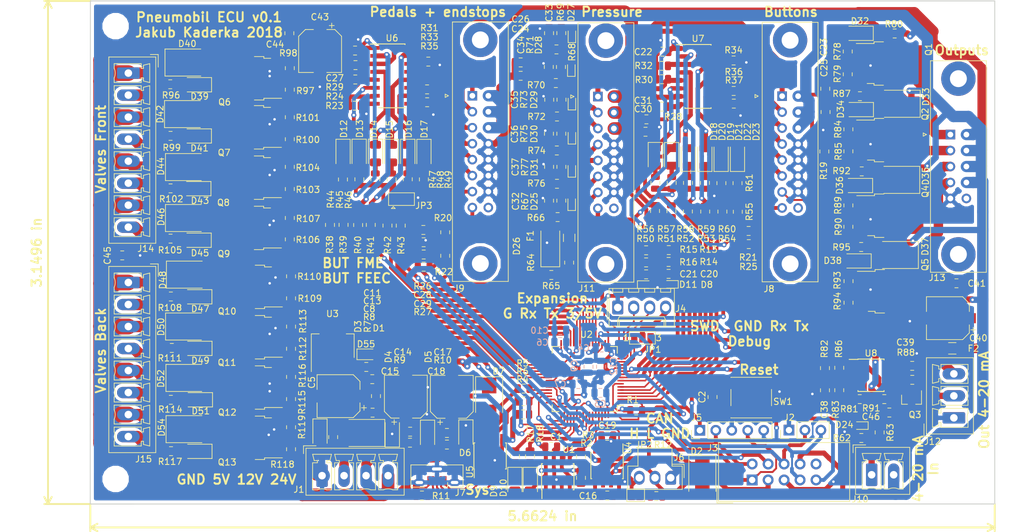
<source format=kicad_pcb>
(kicad_pcb (version 20171130) (host pcbnew 5.0.1)
  (title_block (title "BUT Pneumobil - ECU board") (date 2018-10-14) (rev 0.1) (company "Brno University of Technology") (comment 1 "Jakub Kaderka"))
  (layers (0 F.Cu signal) (31 B.Cu signal) (34 B.Paste user) (35 F.Paste user) (36 B.SilkS user) (37 F.SilkS user) (38 B.Mask user) (39 F.Mask user) (44 Edge.Cuts user))
  (net 0 "")
  (net 1 +3V3)
  (net 2 GND)
  (net 3 /RESET)
  (net 4 +5V)
  (net 5 +12V)
  (net 6 +24V)
  (net 7 /ADC_24V)
  (net 8 /ADC_12V)
  (net 9 /ROT_ENC_A)
  (net 10 /ROT_ENC_B)
  (net 11 /PRESSURE_6)
  (net 12 /PRESSURE_1)
  (net 13 /PRESSURE_2)
  (net 14 /PRESSURE_3)
  (net 15 /PRESSURE_4)
  (net 16 /PRESSURE_5)
  (net 17 /CUR_LOOP_REF)
  (net 18 "Net-(D1-Pad2)")
  (net 19 "Net-(D2-Pad2)")
  (net 20 "Net-(D3-Pad2)")
  (net 21 "Net-(D4-Pad2)")
  (net 22 "Net-(D5-Pad2)")
  (net 23 "Net-(D6-Pad2)")
  (net 24 "Net-(D7-Pad2)")
  (net 25 "Net-(D9-Pad1)")
  (net 26 "Net-(D10-Pad1)")
  (net 27 "Net-(D12-Pad1)")
  (net 28 "Net-(D12-Pad2)")
  (net 29 "Net-(D13-Pad1)")
  (net 30 "Net-(D13-Pad2)")
  (net 31 "Net-(D14-Pad2)")
  (net 32 "Net-(D14-Pad1)")
  (net 33 "Net-(D15-Pad1)")
  (net 34 "Net-(D15-Pad2)")
  (net 35 "Net-(D16-Pad2)")
  (net 36 "Net-(D16-Pad1)")
  (net 37 "Net-(D17-Pad1)")
  (net 38 "Net-(D17-Pad2)")
  (net 39 "Net-(D18-Pad2)")
  (net 40 "Net-(D18-Pad1)")
  (net 41 "Net-(D19-Pad1)")
  (net 42 "Net-(D19-Pad2)")
  (net 43 "Net-(D20-Pad1)")
  (net 44 "Net-(D20-Pad2)")
  (net 45 "Net-(D21-Pad2)")
  (net 46 "Net-(D21-Pad1)")
  (net 47 "Net-(D22-Pad2)")
  (net 48 "Net-(D22-Pad1)")
  (net 49 "Net-(D23-Pad1)")
  (net 50 "Net-(D23-Pad2)")
  (net 51 /CUR_LOOP_IN)
  (net 52 "Net-(D26-Pad1)")
  (net 53 "Net-(D32-Pad2)")
  (net 54 "Net-(D32-Pad1)")
  (net 55 "Net-(D33-Pad2)")
  (net 56 "Net-(D34-Pad2)")
  (net 57 "Net-(D35-Pad2)")
  (net 58 "Net-(D36-Pad2)")
  (net 59 "Net-(D37-Pad2)")
  (net 60 "Net-(D38-Pad2)")
  (net 61 "Net-(D39-Pad2)")
  (net 62 "/outputs/valve front 1/OUT_AL")
  (net 63 "Net-(D41-Pad2)")
  (net 64 "/outputs/valve front 1/OUT_BL")
  (net 65 "Net-(D43-Pad2)")
  (net 66 "/outputs/valve front 2/OUT_AL")
  (net 67 "/outputs/valve front 2/OUT_BL")
  (net 68 "Net-(D45-Pad2)")
  (net 69 "Net-(D47-Pad2)")
  (net 70 "/outputs/valve back 1/OUT_AL")
  (net 71 "Net-(D49-Pad2)")
  (net 72 "/outputs/valve back 1/OUT_BL")
  (net 73 "Net-(D51-Pad2)")
  (net 74 "/outputs/valve back 2/OUT_AL")
  (net 75 "/outputs/valve back 2/OUT_BL")
  (net 76 "Net-(D53-Pad2)")
  (net 77 "Net-(F1-Pad1)")
  (net 78 "Net-(F2-Pad2)")
  (net 79 /DEBUG_TXD)
  (net 80 /DEBUG_RXD)
  (net 81 /SWDIO)
  (net 82 /SWCLK)
  (net 83 /CAN_L)
  (net 84 /CAN_H)
  (net 85 "Net-(J4-Pad2)")
  (net 86 "Net-(J4-Pad3)")
  (net 87 "Net-(J7-Pad3)")
  (net 88 "Net-(J7-Pad4)")
  (net 89 "Net-(J7-Pad2)")
  (net 90 "Net-(J8-Pad1)")
  (net 91 "Net-(J8-Pad3)")
  (net 92 "Net-(J8-Pad5)")
  (net 93 "Net-(J8-Pad7)")
  (net 94 "Net-(J8-Pad9)")
  (net 95 "Net-(J8-Pad11)")
  (net 96 "Net-(J8-Pad13)")
  (net 97 "Net-(J8-Pad15)")
  (net 98 "Net-(J9-Pad15)")
  (net 99 "Net-(J9-Pad13)")
  (net 100 "Net-(J9-Pad11)")
  (net 101 "Net-(J9-Pad9)")
  (net 102 "Net-(J9-Pad7)")
  (net 103 "Net-(J9-Pad5)")
  (net 104 "Net-(J9-Pad3)")
  (net 105 "Net-(J9-Pad1)")
  (net 106 "Net-(J10-Pad1)")
  (net 107 "Net-(J11-Pad1)")
  (net 108 "Net-(J11-Pad3)")
  (net 109 "Net-(J11-Pad5)")
  (net 110 "Net-(J11-Pad7)")
  (net 111 "Net-(J11-Pad9)")
  (net 112 "Net-(J11-Pad11)")
  (net 113 "Net-(J12-Pad2)")
  (net 114 "Net-(JP2-Pad1)")
  (net 115 "Net-(JP3-Pad2)")
  (net 116 "Net-(Q1-Pad1)")
  (net 117 "Net-(Q2-Pad1)")
  (net 118 "Net-(Q3-Pad1)")
  (net 119 "Net-(Q4-Pad1)")
  (net 120 "Net-(Q5-Pad1)")
  (net 121 "Net-(Q6-Pad1)")
  (net 122 "Net-(Q7-Pad1)")
  (net 123 "Net-(Q8-Pad1)")
  (net 124 "Net-(Q9-Pad1)")
  (net 125 "Net-(Q10-Pad1)")
  (net 126 "Net-(Q11-Pad1)")
  (net 127 "Net-(Q12-Pad1)")
  (net 128 "Net-(Q13-Pad1)")
  (net 129 /SCL)
  (net 130 /SDA)
  (net 131 /USB_DP)
  (net 132 "Net-(R5-Pad2)")
  (net 133 "Net-(R6-Pad2)")
  (net 134 /USB_DM)
  (net 135 /SYS_ACTIVE)
  (net 136 /USER_LED)
  (net 137 /SPEED_CNT)
  (net 138 /ENDSTOP_F1)
  (net 139 /ENDSTOP_F2)
  (net 140 /ENDSTOP_B1)
  (net 141 /ENDSTOP_B2)
  (net 142 /THROTTLE)
  (net 143 /BRAKE)
  (net 144 /GEARBOX_1)
  (net 145 /GEARBOX_2)
  (net 146 /BT_MODE)
  (net 147 /BT_SHIFTING)
  (net 148 /BT_THROTTLE)
  (net 149 /BT_HORN)
  (net 150 /1WIRE)
  (net 151 "Net-(R81-Pad1)")
  (net 152 "Net-(R82-Pad1)")
  (net 153 "Net-(R86-Pad1)")
  (net 154 "Net-(R88-Pad2)")
  (net 155 /OUT1)
  (net 156 /OUT2)
  (net 157 /VALVE_F1A)
  (net 158 /VALVE_F1B)
  (net 159 /VALVE_F2A)
  (net 160 /VALVE_F2B)
  (net 161 /VALVE_B1A)
  (net 162 /VALVE_B1B)
  (net 163 /VALVE_B2A)
  (net 164 /VALVE_B2B)
  (net 165 /CAN_RX)
  (net 166 /CAN_TX)
  (net 167 "Net-(J4-Pad4)")
  (net 168 "Net-(C46-Pad2)")
  (module Resistor_SMD:R_0805_2012Metric (layer F.Cu) (at 127.315 58.9775 90)
    (fp_text reference R22 (at -2.5475 -0.22 180) (layer F.SilkS))
    (fp_text value 10k)
    (pad 1 smd roundrect (at -0.9375 0 90) (size 0.975 1.4) (layers F.Cu F.Paste F.Mask) (net 1 +3V3))
    (pad 2 smd roundrect (at 0.9375 0 90) (size 0.975 1.4) (layers F.Cu F.Paste F.Mask) (net 98 "Net-(J9-Pad15)"))
  )
  (module Capacitor_SMD:C_0805_2012Metric (layer F.Cu) (at 123.8825 56.825)
    (fp_text reference C28 (at -0.1875 8.36) (layer F.SilkS))
    (fp_text value 10n)
    (pad 1 smd roundrect (at -0.9375 0) (size 0.975 1.4) (layers F.Cu F.Paste F.Mask) (net 9 /ROT_ENC_A))
    (pad 2 smd roundrect (at 0.9375 0) (size 0.975 1.4) (layers F.Cu F.Paste F.Mask) (net 2 GND))
  )
  (module Connector_IDC:IDC-Header_2x08_P2.54mm_Vertical_Lock (layer F.Cu) (at 151.595 33.655)
    (fp_text reference J11 (at -1.76 30.5) (layer F.SilkS))
    (fp_text value SENSORS)
    (pad "" thru_hole circle (at 1.27 -8.89 270) (size 5.46 5.46) (drill 2.69) (layers *.Cu *.Mask))
    (pad "" thru_hole circle (at 1.27 26.67 270) (size 5.46 5.46) (drill 2.69) (layers *.Cu *.Mask))
    (pad 1 thru_hole rect (at 0 0 270) (size 1.52 1.52) (drill 0.91) (layers *.Cu *.Mask) (net 107 "Net-(J11-Pad1)"))
    (pad 2 thru_hole circle (at 2.54 0 270) (size 1.52 1.52) (drill 0.91) (layers *.Cu *.Mask) (net 6 +24V))
    (pad 3 thru_hole circle (at 0 2.54 270) (size 1.52 1.52) (drill 0.91) (layers *.Cu *.Mask) (net 108 "Net-(J11-Pad3)"))
    (pad 4 thru_hole circle (at 2.54 2.54 270) (size 1.52 1.52) (drill 0.91) (layers *.Cu *.Mask) (net 6 +24V))
    (pad 5 thru_hole circle (at 0 5.08 270) (size 1.52 1.52) (drill 0.91) (layers *.Cu *.Mask) (net 109 "Net-(J11-Pad5)"))
    (pad 6 thru_hole circle (at 2.54 5.08 270) (size 1.52 1.52) (drill 0.91) (layers *.Cu *.Mask) (net 6 +24V))
    (pad 7 thru_hole circle (at 0 7.62 270) (size 1.52 1.52) (drill 0.91) (layers *.Cu *.Mask) (net 110 "Net-(J11-Pad7)"))
    (pad 8 thru_hole circle (at 2.54 7.62 270) (size 1.52 1.52) (drill 0.91) (layers *.Cu *.Mask) (net 2 GND))
    (pad 9 thru_hole circle (at 0 10.16 270) (size 1.52 1.52) (drill 0.91) (layers *.Cu *.Mask) (net 111 "Net-(J11-Pad9)"))
    (pad 10 thru_hole circle (at 2.54 10.16 270) (size 1.52 1.52) (drill 0.91) (layers *.Cu *.Mask) (net 2 GND))
    (pad 11 thru_hole circle (at 0 12.7 270) (size 1.52 1.52) (drill 0.91) (layers *.Cu *.Mask) (net 112 "Net-(J11-Pad11)"))
    (pad 12 thru_hole circle (at 2.54 12.7 270) (size 1.52 1.52) (drill 0.91) (layers *.Cu *.Mask) (net 2 GND))
    (pad 13 thru_hole circle (at 0 15.24 270) (size 1.52 1.52) (drill 0.91) (layers *.Cu *.Mask) (net 77 "Net-(F1-Pad1)"))
    (pad 14 thru_hole circle (at 2.54 15.24 270) (size 1.52 1.52) (drill 0.91) (layers *.Cu *.Mask) (net 2 GND))
    (pad 15 thru_hole circle (at 0 17.78 270) (size 1.52 1.52) (drill 0.91) (layers *.Cu *.Mask) (net 1 +3V3))
    (pad 16 thru_hole circle (at 2.54 17.78 270) (size 1.52 1.52) (drill 0.91) (layers *.Cu *.Mask))
  )
  (module Capacitor_SMD:C_0805_2012Metric (layer F.Cu) (at 115.7125 78.6)
    (fp_text reference C13 (at 0 -12.435) (layer F.SilkS))
    (fp_text value 10u)
    (pad 1 smd roundrect (at -0.9375 0) (size 0.975 1.4) (layers F.Cu F.Paste F.Mask) (net 1 +3V3))
    (pad 2 smd roundrect (at 0.9375 0) (size 0.975 1.4) (layers F.Cu F.Paste F.Mask) (net 2 GND))
  )
  (module Connector_Molex:Molex_KK-254_AE-6410-04A_1x04_P2.54mm_Vertical (layer F.Cu) (at 154.75 67.2)
    (fp_text reference J4 (at 10.005 0.175) (layer F.SilkS))
    (fp_text value EXPANSION)
    (pad 1 thru_hole roundrect (at 0 0) (size 1.74 2.2) (drill 1.2) (layers *.Cu *.Mask) (roundrect_rratio 0.143678) (net 2 GND))
    (pad 2 thru_hole oval (at 2.54 0) (size 1.74 2.2) (drill 1.2) (layers *.Cu *.Mask) (net 85 "Net-(J4-Pad2)"))
    (pad 3 thru_hole oval (at 5.08 0) (size 1.74 2.2) (drill 1.2) (layers *.Cu *.Mask) (net 86 "Net-(J4-Pad3)"))
    (pad 4 thru_hole oval (at 7.62 0) (size 1.74 2.2) (drill 1.2) (layers *.Cu *.Mask) (net 167 "Net-(J4-Pad4)"))
  )
  (module Package_QFP:LQFP-64_10x10mm_P0.5mm (layer F.Cu) (at 149.5 78.575 180)
    (fp_text reference U2 (at -0.271 7.076 180) (layer F.SilkS))
    (fp_text value STM32F072RBTx)
    (pad 64 smd rect (at -3.75 -5.7 270) (size 1 0.25) (layers F.Cu F.Paste F.Mask) (net 1 +3V3))
    (pad 63 smd rect (at -3.25 -5.7 270) (size 1 0.25) (layers F.Cu F.Paste F.Mask) (net 2 GND))
    (pad 62 smd rect (at -2.75 -5.7 270) (size 1 0.25) (layers F.Cu F.Paste F.Mask) (net 166 /CAN_TX))
    (pad 61 smd rect (at -2.25 -5.7 270) (size 1 0.25) (layers F.Cu F.Paste F.Mask) (net 165 /CAN_RX))
    (pad 60 smd rect (at -1.75 -5.7 270) (size 1 0.25) (layers F.Cu F.Paste F.Mask) (net 2 GND))
    (pad 59 smd rect (at -1.25 -5.7 270) (size 1 0.25) (layers F.Cu F.Paste F.Mask) (net 130 /SDA))
    (pad 58 smd rect (at -0.75 -5.7 270) (size 1 0.25) (layers F.Cu F.Paste F.Mask) (net 129 /SCL))
    (pad 57 smd rect (at -0.25 -5.7 270) (size 1 0.25) (layers F.Cu F.Paste F.Mask) (net 10 /ROT_ENC_B))
    (pad 56 smd rect (at 0.25 -5.7 270) (size 1 0.25) (layers F.Cu F.Paste F.Mask) (net 9 /ROT_ENC_A))
    (pad 55 smd rect (at 0.75 -5.7 270) (size 1 0.25) (layers F.Cu F.Paste F.Mask))
    (pad 54 smd rect (at 1.25 -5.7 270) (size 1 0.25) (layers F.Cu F.Paste F.Mask) (net 156 /OUT2))
    (pad 53 smd rect (at 1.75 -5.7 270) (size 1 0.25) (layers F.Cu F.Paste F.Mask) (net 136 /USER_LED))
    (pad 52 smd rect (at 2.25 -5.7 270) (size 1 0.25) (layers F.Cu F.Paste F.Mask) (net 135 /SYS_ACTIVE))
    (pad 51 smd rect (at 2.75 -5.7 270) (size 1 0.25) (layers F.Cu F.Paste F.Mask) (net 164 /VALVE_B2B))
    (pad 50 smd rect (at 3.25 -5.7 270) (size 1 0.25) (layers F.Cu F.Paste F.Mask) (net 163 /VALVE_B2A))
    (pad 49 smd rect (at 3.75 -5.7 270) (size 1 0.25) (layers F.Cu F.Paste F.Mask) (net 82 /SWCLK))
    (pad 48 smd rect (at 5.7 -3.75 180) (size 1 0.25) (layers F.Cu F.Paste F.Mask) (net 1 +3V3))
    (pad 47 smd rect (at 5.7 -3.25 180) (size 1 0.25) (layers F.Cu F.Paste F.Mask) (net 2 GND))
    (pad 46 smd rect (at 5.7 -2.75 180) (size 1 0.25) (layers F.Cu F.Paste F.Mask) (net 81 /SWDIO))
    (pad 45 smd rect (at 5.7 -2.25 180) (size 1 0.25) (layers F.Cu F.Paste F.Mask) (net 131 /USB_DP))
    (pad 44 smd rect (at 5.7 -1.75 180) (size 1 0.25) (layers F.Cu F.Paste F.Mask) (net 134 /USB_DM))
    (pad 43 smd rect (at 5.7 -1.25 180) (size 1 0.25) (layers F.Cu F.Paste F.Mask) (net 80 /DEBUG_RXD))
    (pad 42 smd rect (at 5.7 -0.75 180) (size 1 0.25) (layers F.Cu F.Paste F.Mask) (net 79 /DEBUG_TXD))
    (pad 41 smd rect (at 5.7 -0.25 180) (size 1 0.25) (layers F.Cu F.Paste F.Mask) (net 137 /SPEED_CNT))
    (pad 40 smd rect (at 5.7 0.25 180) (size 1 0.25) (layers F.Cu F.Paste F.Mask) (net 162 /VALVE_B1B))
    (pad 39 smd rect (at 5.7 0.75 180) (size 1 0.25) (layers F.Cu F.Paste F.Mask) (net 161 /VALVE_B1A))
    (pad 38 smd rect (at 5.7 1.25 180) (size 1 0.25) (layers F.Cu F.Paste F.Mask) (net 160 /VALVE_F2B))
    (pad 37 smd rect (at 5.7 1.75 180) (size 1 0.25) (layers F.Cu F.Paste F.Mask) (net 159 /VALVE_F2A))
    (pad 36 smd rect (at 5.7 2.25 180) (size 1 0.25) (layers F.Cu F.Paste F.Mask) (net 158 /VALVE_F1B))
    (pad 35 smd rect (at 5.7 2.75 180) (size 1 0.25) (layers F.Cu F.Paste F.Mask) (net 157 /VALVE_F1A))
    (pad 34 smd rect (at 5.7 3.25 180) (size 1 0.25) (layers F.Cu F.Paste F.Mask) (net 138 /ENDSTOP_F1))
    (pad 33 smd rect (at 5.7 3.75 180) (size 1 0.25) (layers F.Cu F.Paste F.Mask) (net 139 /ENDSTOP_F2))
    (pad 32 smd rect (at 3.75 5.7 270) (size 1 0.25) (layers F.Cu F.Paste F.Mask) (net 1 +3V3))
    (pad 31 smd rect (at 3.25 5.7 270) (size 1 0.25) (layers F.Cu F.Paste F.Mask) (net 2 GND))
    (pad 30 smd rect (at 2.75 5.7 270) (size 1 0.25) (layers F.Cu F.Paste F.Mask) (net 140 /ENDSTOP_B1))
    (pad 29 smd rect (at 2.25 5.7 270) (size 1 0.25) (layers F.Cu F.Paste F.Mask) (net 141 /ENDSTOP_B2))
    (pad 28 smd rect (at 1.75 5.7 270) (size 1 0.25) (layers F.Cu F.Paste F.Mask) (net 142 /THROTTLE))
    (pad 27 smd rect (at 1.25 5.7 270) (size 1 0.25) (layers F.Cu F.Paste F.Mask) (net 143 /BRAKE))
    (pad 26 smd rect (at 0.75 5.7 270) (size 1 0.25) (layers F.Cu F.Paste F.Mask) (net 12 /PRESSURE_1))
    (pad 25 smd rect (at 0.25 5.7 270) (size 1 0.25) (layers F.Cu F.Paste F.Mask) (net 13 /PRESSURE_2))
    (pad 24 smd rect (at -0.25 5.7 270) (size 1 0.25) (layers F.Cu F.Paste F.Mask) (net 14 /PRESSURE_3))
    (pad 23 smd rect (at -0.75 5.7 270) (size 1 0.25) (layers F.Cu F.Paste F.Mask) (net 15 /PRESSURE_4))
    (pad 22 smd rect (at -1.25 5.7 270) (size 1 0.25) (layers F.Cu F.Paste F.Mask) (net 16 /PRESSURE_5))
    (pad 21 smd rect (at -1.75 5.7 270) (size 1 0.25) (layers F.Cu F.Paste F.Mask) (net 11 /PRESSURE_6))
    (pad 20 smd rect (at -2.25 5.7 270) (size 1 0.25) (layers F.Cu F.Paste F.Mask) (net 17 /CUR_LOOP_REF))
    (pad 19 smd rect (at -2.75 5.7 270) (size 1 0.25) (layers F.Cu F.Paste F.Mask) (net 1 +3V3))
    (pad 18 smd rect (at -3.25 5.7 270) (size 1 0.25) (layers F.Cu F.Paste F.Mask) (net 2 GND))
    (pad 17 smd rect (at -3.75 5.7 270) (size 1 0.25) (layers F.Cu F.Paste F.Mask) (net 155 /OUT1))
    (pad 16 smd rect (at -5.7 3.75 180) (size 1 0.25) (layers F.Cu F.Paste F.Mask) (net 150 /1WIRE))
    (pad 15 smd rect (at -5.7 3.25 180) (size 1 0.25) (layers F.Cu F.Paste F.Mask) (net 85 "Net-(J4-Pad2)"))
    (pad 14 smd rect (at -5.7 2.75 180) (size 1 0.25) (layers F.Cu F.Paste F.Mask) (net 86 "Net-(J4-Pad3)"))
    (pad 13 smd rect (at -5.7 2.25 180) (size 1 0.25) (layers F.Cu F.Paste F.Mask) (net 1 +3V3))
    (pad 12 smd rect (at -5.7 1.75 180) (size 1 0.25) (layers F.Cu F.Paste F.Mask) (net 2 GND))
    (pad 11 smd rect (at -5.7 1.25 180) (size 1 0.25) (layers F.Cu F.Paste F.Mask) (net 51 /CUR_LOOP_IN))
    (pad 10 smd rect (at -5.7 0.75 180) (size 1 0.25) (layers F.Cu F.Paste F.Mask) (net 8 /ADC_12V))
    (pad 9 smd rect (at -5.7 0.25 180) (size 1 0.25) (layers F.Cu F.Paste F.Mask) (net 7 /ADC_24V))
    (pad 8 smd rect (at -5.7 -0.25 180) (size 1 0.25) (layers F.Cu F.Paste F.Mask) (net 144 /GEARBOX_1))
    (pad 7 smd rect (at -5.7 -0.75 180) (size 1 0.25) (layers F.Cu F.Paste F.Mask) (net 3 /RESET))
    (pad 6 smd rect (at -5.7 -1.25 180) (size 1 0.25) (layers F.Cu F.Paste F.Mask) (net 145 /GEARBOX_2))
    (pad 5 smd rect (at -5.7 -1.75 180) (size 1 0.25) (layers F.Cu F.Paste F.Mask) (net 146 /BT_MODE))
    (pad 4 smd rect (at -5.7 -2.25 180) (size 1 0.25) (layers F.Cu F.Paste F.Mask) (net 147 /BT_SHIFTING))
    (pad 3 smd rect (at -5.7 -2.75 180) (size 1 0.25) (layers F.Cu F.Paste F.Mask) (net 148 /BT_THROTTLE))
    (pad 2 smd rect (at -5.7 -3.25 180) (size 1 0.25) (layers F.Cu F.Paste F.Mask) (net 149 /BT_HORN))
    (pad 1 smd rect (at -5.7 -3.75 180) (size 1 0.25) (layers F.Cu F.Paste F.Mask) (net 1 +3V3))
  )
  (module Connector_IDC:IDC-Header_2x05_P2.54mm_Vertical (layer F.Cu) (at 176.125 94.625 90)
    (fp_text reference J3 (at 5.092 -6.288 180) (layer F.SilkS))
    (fp_text value DEBUG)
    (pad 1 thru_hole rect (at 0 0 90) (size 1.7272 1.7272) (drill 1.016) (layers *.Cu *.Mask) (net 81 /SWDIO))
    (pad 2 thru_hole oval (at 2.54 0 90) (size 1.7272 1.7272) (drill 1.016) (layers *.Cu *.Mask) (net 82 /SWCLK))
    (pad 3 thru_hole oval (at 0 2.54 90) (size 1.7272 1.7272) (drill 1.016) (layers *.Cu *.Mask) (net 83 /CAN_L))
    (pad 4 thru_hole oval (at 2.54 2.54 90) (size 1.7272 1.7272) (drill 1.016) (layers *.Cu *.Mask) (net 84 /CAN_H))
    (pad 5 thru_hole oval (at 0 5.08 90) (size 1.7272 1.7272) (drill 1.016) (layers *.Cu *.Mask) (net 2 GND))
    (pad 6 thru_hole oval (at 2.54 5.08 90) (size 1.7272 1.7272) (drill 1.016) (layers *.Cu *.Mask) (net 80 /DEBUG_RXD))
    (pad 7 thru_hole oval (at 0 7.62 90) (size 1.7272 1.7272) (drill 1.016) (layers *.Cu *.Mask) (net 79 /DEBUG_TXD))
    (pad 8 thru_hole oval (at 2.54 7.62 90) (size 1.7272 1.7272) (drill 1.016) (layers *.Cu *.Mask) (net 19 "Net-(D2-Pad2)"))
    (pad 9 thru_hole oval (at 0 10.16 90) (size 1.7272 1.7272) (drill 1.016) (layers *.Cu *.Mask) (net 3 /RESET))
    (pad 10 thru_hole oval (at 2.54 10.16 90) (size 1.7272 1.7272) (drill 1.016) (layers *.Cu *.Mask))
  )
  (module Connector_Molex:Molex_Nano-Fit_105309-xx03_1x03_P2.50mm_Vertical (layer F.Cu) (at 163.175 94.275 270)
    (fp_text reference J6 (at -3.218 -1.328) (layer F.SilkS))
    (fp_text value CAN)
    (pad 1 thru_hole custom (at 0 0 270) (size 1.417157 1.417157) (drill 1.2) (layers *.Cu *.Mask) (net 2 GND) (options (clearance outline) (anchor circle)) (primitives (gr_poly (pts (xy -0.85 -0.6) (xy 0.85 -0.6) (xy 0.85 0.6) (xy -0.45 0.6) (xy -0.85 0.2)) (width 0.5))))
    (pad 2 thru_hole oval (at 0 2.5 270) (size 2.2 1.7) (drill 1.2) (layers *.Cu *.Mask) (net 83 /CAN_L))
    (pad 3 thru_hole oval (at 0 5 270) (size 2.2 1.7) (drill 1.2) (layers *.Cu *.Mask) (net 84 /CAN_H))
    (pad "" np_thru_hole circle (at -1.34 1.25 270) (size 1.3 1.3) (drill 1.3) (layers *.Cu *.Mask))
  )
  (module LED_SMD:LED_1206_3216Metric (layer F.Cu) (at 124.5 87.4 270)
    (fp_text reference D5 (at -12.345 -0.125 270) (layer F.SilkS))
    (fp_text value 12V)
    (pad 1 smd roundrect (at -1.4 0 270) (size 1.25 1.75) (layers F.Cu F.Paste F.Mask) (roundrect_rratio 0.2) (net 2 GND))
    (pad 2 smd roundrect (at 1.4 0 270) (size 1.25 1.75) (layers F.Cu F.Paste F.Mask) (roundrect_rratio 0.2) (net 22 "Net-(D5-Pad2)"))
  )
  (module Diode_SMD:D_SMB (layer F.Cu) (at 114.15 87.15 180)
    (fp_text reference D1 (at -2.601 16.667 180) (layer F.SilkS))
    (fp_text value STPS1L30)
    (pad 2 smd rect (at 2.15 0 180) (size 2.5 2.3) (layers F.Cu F.Paste F.Mask) (net 18 "Net-(D1-Pad2)"))
    (pad 1 smd rect (at -2.15 0 180) (size 2.5 2.3) (layers F.Cu F.Paste F.Mask) (net 4 +5V))
  )
  (module Resistor_SMD:R_0805_2012Metric (layer F.Cu) (at 139.7875 80.1 180)
    (fp_text reference R5 (at 0.1765 4.029 180) (layer F.SilkS))
    (fp_text value 22)
    (pad 1 smd roundrect (at -0.9375 0 180) (size 0.975 1.4) (layers F.Cu F.Paste F.Mask) (net 134 /USB_DM))
    (pad 2 smd roundrect (at 0.9375 0 180) (size 0.975 1.4) (layers F.Cu F.Paste F.Mask) (net 132 "Net-(R5-Pad2)"))
  )
  (module Capacitor_SMD:C_0805_2012Metric (layer F.Cu) (at 139.3125 30.35)
    (fp_text reference C24 (at -0.0475 -7.445) (layer F.SilkS))
    (fp_text value 100n)
    (pad 2 smd roundrect (at 0.9375 0) (size 0.975 1.4) (layers F.Cu F.Paste F.Mask) (net 2 GND))
    (pad 1 smd roundrect (at -0.9375 0) (size 0.975 1.4) (layers F.Cu F.Paste F.Mask) (net 5 +12V))
  )
  (module Capacitor_SMD:C_0805_2012Metric (layer F.Cu) (at 139.3125 28.225)
    (fp_text reference C26 (at -0.0075 -6.87) (layer F.SilkS))
    (fp_text value 10u)
    (pad 1 smd roundrect (at -0.9375 0) (size 0.975 1.4) (layers F.Cu F.Paste F.Mask) (net 5 +12V))
    (pad 2 smd roundrect (at 0.9375 0) (size 0.975 1.4) (layers F.Cu F.Paste F.Mask) (net 2 GND))
  )
  (module Resistor_SMD:R_0805_2012Metric (layer F.Cu) (at 163.28 51.88 90)
    (fp_text reference R51 (at -4.379 -0.809 180) (layer F.SilkS))
    (fp_text value 10k)
    (pad 1 smd roundrect (at -0.9375 0 90) (size 0.975 1.4) (layers F.Cu F.Paste F.Mask) (net 145 /GEARBOX_2))
    (pad 2 smd roundrect (at 0.9375 0 90) (size 0.975 1.4) (layers F.Cu F.Paste F.Mask) (net 41 "Net-(D19-Pad1)"))
  )
  (module LED_SMD:LED_1206_3216Metric (layer F.Cu) (at 118.78 42.73 270)
    (fp_text reference D15 (at -3.865 0.315 270) (layer F.SilkS))
    (fp_text value GREEN)
    (pad 1 smd roundrect (at -1.4 0 270) (size 1.25 1.75) (layers F.Cu F.Paste F.Mask) (roundrect_rratio 0.2) (net 33 "Net-(D15-Pad1)"))
    (pad 2 smd roundrect (at 1.4 0 270) (size 1.25 1.75) (layers F.Cu F.Paste F.Mask) (roundrect_rratio 0.2) (net 34 "Net-(D15-Pad2)"))
  )
  (module LED_SMD:LED_1206_3216Metric (layer F.Cu) (at 123.93 42.74 270)
    (fp_text reference D17 (at -3.905 -0.045 270) (layer F.SilkS))
    (fp_text value GREEN)
    (pad 1 smd roundrect (at -1.4 0 270) (size 1.25 1.75) (layers F.Cu F.Paste F.Mask) (roundrect_rratio 0.2) (net 37 "Net-(D17-Pad1)"))
    (pad 2 smd roundrect (at 1.4 0 270) (size 1.25 1.75) (layers F.Cu F.Paste F.Mask) (roundrect_rratio 0.2) (net 38 "Net-(D17-Pad2)"))
  )
  (module Connector_IDC:IDC-Header_2x08_P2.54mm_Vertical_Lock (layer F.Cu) (at 131.63 33.53)
    (fp_text reference J9 (at -2.105 30.625) (layer F.SilkS))
    (fp_text value ENGINE)
    (pad 16 thru_hole circle (at 2.54 17.78 270) (size 1.52 1.52) (drill 0.91) (layers *.Cu *.Mask))
    (pad 15 thru_hole circle (at 0 17.78 270) (size 1.52 1.52) (drill 0.91) (layers *.Cu *.Mask) (net 98 "Net-(J9-Pad15)"))
    (pad 14 thru_hole circle (at 2.54 15.24 270) (size 1.52 1.52) (drill 0.91) (layers *.Cu *.Mask) (net 2 GND))
    (pad 13 thru_hole circle (at 0 15.24 270) (size 1.52 1.52) (drill 0.91) (layers *.Cu *.Mask) (net 99 "Net-(J9-Pad13)"))
    (pad 12 thru_hole circle (at 2.54 12.7 270) (size 1.52 1.52) (drill 0.91) (layers *.Cu *.Mask) (net 2 GND))
    (pad 11 thru_hole circle (at 0 12.7 270) (size 1.52 1.52) (drill 0.91) (layers *.Cu *.Mask) (net 100 "Net-(J9-Pad11)"))
    (pad 10 thru_hole circle (at 2.54 10.16 270) (size 1.52 1.52) (drill 0.91) (layers *.Cu *.Mask) (net 2 GND))
    (pad 9 thru_hole circle (at 0 10.16 270) (size 1.52 1.52) (drill 0.91) (layers *.Cu *.Mask) (net 101 "Net-(J9-Pad9)"))
    (pad 8 thru_hole circle (at 2.54 7.62 270) (size 1.52 1.52) (drill 0.91) (layers *.Cu *.Mask) (net 2 GND))
    (pad 7 thru_hole circle (at 0 7.62 270) (size 1.52 1.52) (drill 0.91) (layers *.Cu *.Mask) (net 102 "Net-(J9-Pad7)"))
    (pad 6 thru_hole circle (at 2.54 5.08 270) (size 1.52 1.52) (drill 0.91) (layers *.Cu *.Mask) (net 5 +12V))
    (pad 5 thru_hole circle (at 0 5.08 270) (size 1.52 1.52) (drill 0.91) (layers *.Cu *.Mask) (net 103 "Net-(J9-Pad5)"))
    (pad 4 thru_hole circle (at 2.54 2.54 270) (size 1.52 1.52) (drill 0.91) (layers *.Cu *.Mask) (net 5 +12V))
    (pad 3 thru_hole circle (at 0 2.54 270) (size 1.52 1.52) (drill 0.91) (layers *.Cu *.Mask) (net 104 "Net-(J9-Pad3)"))
    (pad 2 thru_hole circle (at 2.54 0 270) (size 1.52 1.52) (drill 0.91) (layers *.Cu *.Mask) (net 5 +12V))
    (pad 1 thru_hole rect (at 0 0 270) (size 1.52 1.52) (drill 0.91) (layers *.Cu *.Mask) (net 105 "Net-(J9-Pad1)"))
    (pad "" thru_hole circle (at 1.27 26.67 270) (size 5.46 5.46) (drill 2.69) (layers *.Cu *.Mask))
    (pad "" thru_hole circle (at 1.27 -8.89 270) (size 5.46 5.46) (drill 2.69) (layers *.Cu *.Mask))
  )
  (module Capacitor_SMD:C_0805_2012Metric (layer F.Cu) (at 144.1625 89.35)
    (fp_text reference C1 (at 0.7825 -1.595) (layer F.SilkS))
    (fp_text value 100n)
    (pad 1 smd roundrect (at -0.9375 0) (size 0.975 1.4) (layers F.Cu F.Paste F.Mask) (net 1 +3V3))
    (pad 2 smd roundrect (at 0.9375 0) (size 0.975 1.4) (layers F.Cu F.Paste F.Mask) (net 2 GND))
  )
  (module Capacitor_SMD:C_0805_2012Metric (layer F.Cu) (at 169.825 81.4375 90)
    (fp_text reference C2 (at 0 -1.65 90) (layer F.SilkS))
    (fp_text value 10n)
    (pad 2 smd roundrect (at 0.9375 0 90) (size 0.975 1.4) (layers F.Cu F.Paste F.Mask) (net 2 GND))
    (pad 1 smd roundrect (at -0.9375 0 90) (size 0.975 1.4) (layers F.Cu F.Paste F.Mask) (net 3 /RESET))
  )
  (module Capacitor_SMD:C_0805_2012Metric (layer B.Cu) (at 151.9875 80.775 180)
    (fp_text reference C3 (at 0.0125 -1.725 180) (layer B.SilkS) (effects (justify mirror)))
    (fp_text value 100n)
    (pad 1 smd roundrect (at -0.9375 0 180) (size 0.975 1.4) (layers B.Cu B.Paste B.Mask) (net 1 +3V3))
    (pad 2 smd roundrect (at 0.9375 0 180) (size 0.975 1.4) (layers B.Cu B.Paste B.Mask) (net 2 GND))
  )
  (module Capacitor_SMD:C_0805_2012Metric (layer B.Cu) (at 152.1875 73.55)
    (fp_text reference C4 (at -2.8875 0.1) (layer B.SilkS) (effects (justify mirror)))
    (fp_text value 100n)
    (pad 1 smd roundrect (at -0.9375 0) (size 0.975 1.4) (layers B.Cu B.Paste B.Mask) (net 1 +3V3))
    (pad 2 smd roundrect (at 0.9375 0) (size 0.975 1.4) (layers B.Cu B.Paste B.Mask) (net 2 GND))
  )
  (module Capacitor_SMD:CP_Elec_6.3x7.7 (layer F.Cu) (at 110.35 81.3 180)
    (fp_text reference C5 (at 4.267 2.181 270) (layer F.SilkS))
    (fp_text value 100u)
    (pad 2 smd rect (at 2.7 0 180) (size 3.5 1.6) (layers F.Cu F.Paste F.Mask) (net 2 GND))
    (pad 1 smd rect (at -2.7 0 180) (size 3.5 1.6) (layers F.Cu F.Paste F.Mask) (net 4 +5V))
  )
  (module Capacitor_SMD:C_0805_2012Metric (layer B.Cu) (at 145.6125 72.7)
    (fp_text reference C6 (at -2.8375 0.05) (layer B.SilkS) (effects (justify mirror)))
    (fp_text value 100n)
    (pad 2 smd roundrect (at 0.9375 0) (size 0.975 1.4) (layers B.Cu B.Paste B.Mask) (net 2 GND))
    (pad 1 smd roundrect (at -0.9375 0) (size 0.975 1.4) (layers B.Cu B.Paste B.Mask) (net 1 +3V3))
  )
  (module Capacitor_SMD:C_0805_2012Metric (layer B.Cu) (at 148.4875 79.375)
    (fp_text reference C7 (at -2.8875 0.025) (layer B.SilkS) (effects (justify mirror)))
    (fp_text value 100n)
    (pad 2 smd roundrect (at 0.9375 0) (size 0.975 1.4) (layers B.Cu B.Paste B.Mask) (net 2 GND))
    (pad 1 smd roundrect (at -0.9375 0) (size 0.975 1.4) (layers B.Cu B.Paste B.Mask) (net 1 +3V3))
  )
  (module Capacitor_SMD:C_0805_2012Metric (layer F.Cu) (at 116.3 81.2875 90)
    (fp_text reference C8 (at 13.8525 -1.073 180) (layer F.SilkS))
    (fp_text value 100n)
    (pad 2 smd roundrect (at 0.9375 0 90) (size 0.975 1.4) (layers F.Cu F.Paste F.Mask) (net 2 GND))
    (pad 1 smd roundrect (at -0.9375 0 90) (size 0.975 1.4) (layers F.Cu F.Paste F.Mask) (net 4 +5V))
  )
  (module Capacitor_SMD:C_0805_2012Metric (layer B.Cu) (at 150.1 76.625 270)
    (fp_text reference C9 (at -0.15 2.25 270) (layer B.SilkS) (effects (justify mirror)))
    (fp_text value 10n)
    (pad 2 smd roundrect (at 0.9375 0 270) (size 0.975 1.4) (layers B.Cu B.Paste B.Mask) (net 2 GND))
    (pad 1 smd roundrect (at -0.9375 0 270) (size 0.975 1.4) (layers B.Cu B.Paste B.Mask) (net 1 +3V3))
  )
  (module Capacitor_SMD:C_0805_2012Metric (layer B.Cu) (at 145.6125 70.775)
    (fp_text reference C10 (at -3.2875 0.075) (layer B.SilkS) (effects (justify mirror)))
    (fp_text value 10u)
    (pad 1 smd roundrect (at -0.9375 0) (size 0.975 1.4) (layers B.Cu B.Paste B.Mask) (net 1 +3V3))
    (pad 2 smd roundrect (at 0.9375 0) (size 0.975 1.4) (layers B.Cu B.Paste B.Mask) (net 2 GND))
  )
  (module Capacitor_SMD:C_0805_2012Metric (layer F.Cu) (at 114.7625 76.65)
    (fp_text reference C11 (at 0.9725 -11.755) (layer F.SilkS))
    (fp_text value 100n)
    (pad 2 smd roundrect (at 0.9375 0) (size 0.975 1.4) (layers F.Cu F.Paste F.Mask) (net 2 GND))
    (pad 1 smd roundrect (at -0.9375 0) (size 0.975 1.4) (layers F.Cu F.Paste F.Mask) (net 1 +3V3))
  )
  (module Capacitor_SMD:C_0805_2012Metric (layer B.Cu) (at 152.1 76.6125 270)
    (fp_text reference C12 (at -0.1125 -2 270) (layer B.SilkS) (effects (justify mirror)))
    (fp_text value 10u)
    (pad 2 smd roundrect (at 0.9375 0 270) (size 0.975 1.4) (layers B.Cu B.Paste B.Mask) (net 2 GND))
    (pad 1 smd roundrect (at -0.9375 0 270) (size 0.975 1.4) (layers B.Cu B.Paste B.Mask) (net 1 +3V3))
  )
  (module Capacitor_SMD:C_0805_2012Metric (layer F.Cu) (at 121.7375 86.95)
    (fp_text reference C14 (at -1.1765 -12.657) (layer F.SilkS))
    (fp_text value 100n)
    (pad 1 smd roundrect (at -0.9375 0) (size 0.975 1.4) (layers F.Cu F.Paste F.Mask) (net 5 +12V))
    (pad 2 smd roundrect (at 0.9375 0) (size 0.975 1.4) (layers F.Cu F.Paste F.Mask) (net 2 GND))
  )
  (module Capacitor_SMD:CP_Elec_6.3x7.7 (layer F.Cu) (at 121.05 81.38 90)
    (fp_text reference C15 (at 4.039 -2.521 180) (layer F.SilkS))
    (fp_text value 100u)
    (pad 1 smd rect (at -2.7 0 90) (size 3.5 1.6) (layers F.Cu F.Paste F.Mask) (net 5 +12V))
    (pad 2 smd rect (at 2.7 0 90) (size 3.5 1.6) (layers F.Cu F.Paste F.Mask) (net 2 GND))
  )
  (module Capacitor_SMD:C_0805_2012Metric (layer F.Cu) (at 153.0875 97.1)
    (fp_text reference C16 (at -3.0625 0.053 180) (layer F.SilkS))
    (fp_text value 100n)
    (pad 1 smd roundrect (at -0.9375 0) (size 0.975 1.4) (layers F.Cu F.Paste F.Mask) (net 1 +3V3))
    (pad 2 smd roundrect (at 0.9375 0) (size 0.975 1.4) (layers F.Cu F.Paste F.Mask) (net 2 GND))
  )
  (module Capacitor_SMD:C_0805_2012Metric (layer F.Cu) (at 127.5875 87.15)
    (fp_text reference C17 (at -0.6765 -12.857) (layer F.SilkS))
    (fp_text value 100n)
    (pad 2 smd roundrect (at 0.9375 0) (size 0.975 1.4) (layers F.Cu F.Paste F.Mask) (net 2 GND))
    (pad 1 smd roundrect (at -0.9375 0) (size 0.975 1.4) (layers F.Cu F.Paste F.Mask) (net 6 +24V))
  )
  (module Capacitor_SMD:CP_Elec_6.3x7.7 (layer F.Cu) (at 128.36 81.4 90)
    (fp_text reference C18 (at 4.059 -2.465 180) (layer F.SilkS))
    (fp_text value 100u)
    (pad 1 smd rect (at -2.7 0 90) (size 3.5 1.6) (layers F.Cu F.Paste F.Mask) (net 6 +24V))
    (pad 2 smd rect (at 2.7 0 90) (size 3.5 1.6) (layers F.Cu F.Paste F.Mask) (net 2 GND))
  )
  (module Capacitor_SMD:C_0805_2012Metric (layer F.Cu) (at 153.0875 87.6)
    (fp_text reference C19 (at 0 -1.65) (layer F.SilkS))
    (fp_text value 100n)
    (pad 2 smd roundrect (at 0.9375 0) (size 0.975 1.4) (layers F.Cu F.Paste F.Mask) (net 2 GND))
    (pad 1 smd roundrect (at -0.9375 0) (size 0.975 1.4) (layers F.Cu F.Paste F.Mask) (net 4 +5V))
  )
  (module Capacitor_SMD:C_0805_2012Metric (layer F.Cu) (at 162.8375 61.85 180)
    (fp_text reference C20 (at -6.4475 -0.025 180) (layer F.SilkS))
    (fp_text value 1u)
    (pad 1 smd roundrect (at -0.9375 0 180) (size 0.975 1.4) (layers F.Cu F.Paste F.Mask) (net 7 /ADC_24V))
    (pad 2 smd roundrect (at 0.9375 0 180) (size 0.975 1.4) (layers F.Cu F.Paste F.Mask) (net 2 GND))
  )
  (module Capacitor_SMD:C_0805_2012Metric (layer F.Cu) (at 159.2625 61.925)
    (fp_text reference C21 (at 6.7525 -0.04) (layer F.SilkS))
    (fp_text value 1u)
    (pad 2 smd roundrect (at 0.9375 0) (size 0.975 1.4) (layers F.Cu F.Paste F.Mask) (net 2 GND))
    (pad 1 smd roundrect (at -0.9375 0) (size 0.975 1.4) (layers F.Cu F.Paste F.Mask) (net 8 /ADC_12V))
  )
  (module Capacitor_SMD:C_0805_2012Metric (layer F.Cu) (at 161.8625 26.52 180)
    (fp_text reference C22 (at 3.0575 -0.035 180) (layer F.SilkS))
    (fp_text value 100n)
    (pad 1 smd roundrect (at -0.9375 0 180) (size 0.975 1.4) (layers F.Cu F.Paste F.Mask) (net 1 +3V3))
    (pad 2 smd roundrect (at 0.9375 0 180) (size 0.975 1.4) (layers F.Cu F.Paste F.Mask) (net 2 GND))
  )
  (module Capacitor_SMD:C_0805_2012Metric (layer F.Cu) (at 187.75 32.4125 90)
    (fp_text reference C23 (at 6.6175 -0.235 270) (layer F.SilkS))
    (fp_text value 100n)
    (pad 2 smd roundrect (at 0.9375 0 90) (size 0.975 1.4) (layers F.Cu F.Paste F.Mask) (net 2 GND))
    (pad 1 smd roundrect (at -0.9375 0 90) (size 0.975 1.4) (layers F.Cu F.Paste F.Mask) (net 5 +12V))
  )
  (module Capacitor_SMD:C_0805_2012Metric (layer F.Cu) (at 187.8 36.1125 270)
    (fp_text reference C25 (at -7.0175 0.235 270) (layer F.SilkS))
    (fp_text value 10u)
    (pad 1 smd roundrect (at -0.9375 0 270) (size 0.975 1.4) (layers F.Cu F.Paste F.Mask) (net 5 +12V))
    (pad 2 smd roundrect (at 0.9375 0 270) (size 0.975 1.4) (layers F.Cu F.Paste F.Mask) (net 2 GND))
  )
  (module Capacitor_SMD:C_0805_2012Metric (layer F.Cu) (at 112.9775 26.34 180)
    (fp_text reference C27 (at 3.2425 -4.365 180) (layer F.SilkS))
    (fp_text value 100n)
    (pad 2 smd roundrect (at 0.9375 0 180) (size 0.975 1.4) (layers F.Cu F.Paste F.Mask) (net 2 GND))
    (pad 1 smd roundrect (at -0.9375 0 180) (size 0.975 1.4) (layers F.Cu F.Paste F.Mask) (net 1 +3V3))
  )
  (module Capacitor_SMD:C_0805_2012Metric (layer F.Cu) (at 123.8925 58.775)
    (fp_text reference C29 (at -0.1675 7.84) (layer F.SilkS))
    (fp_text value 10n)
    (pad 2 smd roundrect (at 0.9375 0) (size 0.975 1.4) (layers F.Cu F.Paste F.Mask) (net 2 GND))
    (pad 1 smd roundrect (at -0.9375 0) (size 0.975 1.4) (layers F.Cu F.Paste F.Mask) (net 10 /ROT_ENC_B))
  )
  (module Capacitor_SMD:C_0805_2012Metric (layer F.Cu) (at 159.1625 39.25)
    (fp_text reference C30 (at -0.3575 -3.615) (layer F.SilkS))
    (fp_text value 100n)
    (pad 2 smd roundrect (at 0.9375 0) (size 0.975 1.4) (layers F.Cu F.Paste F.Mask) (net 2 GND))
    (pad 1 smd roundrect (at -0.9375 0) (size 0.975 1.4) (layers F.Cu F.Paste F.Mask) (net 6 +24V))
  )
  (module Capacitor_SMD:C_0805_2012Metric (layer F.Cu) (at 159.3125 37.275)
    (fp_text reference C31 (at -0.5275 -2.98) (layer F.SilkS))
    (fp_text value 10u)
    (pad 1 smd roundrect (at -0.9375 0) (size 0.975 1.4) (layers F.Cu F.Paste F.Mask) (net 6 +24V))
    (pad 2 smd roundrect (at 0.9375 0) (size 0.975 1.4) (layers F.Cu F.Paste F.Mask) (net 2 GND))
  )
  (module Capacitor_SMD:C_0805_2012Metric (layer F.Cu) (at 143.825 50.2175 90)
    (fp_text reference C32 (at -0.0975 -5.3 90) (layer F.SilkS))
    (fp_text value 680n)
    (pad 1 smd roundrect (at -0.9375 0 90) (size 0.975 1.4) (layers F.Cu F.Paste F.Mask) (net 11 /PRESSURE_6))
    (pad 2 smd roundrect (at 0.9375 0 90) (size 0.975 1.4) (layers F.Cu F.Paste F.Mask) (net 2 GND))
  )
  (module Capacitor_SMD:C_0805_2012Metric (layer F.Cu) (at 143.825 23.575 90)
    (fp_text reference C33 (at 3.23 0.02 90) (layer F.SilkS))
    (fp_text value 680n)
    (pad 2 smd roundrect (at 0.9375 0 90) (size 0.975 1.4) (layers F.Cu F.Paste F.Mask) (net 2 GND))
    (pad 1 smd roundrect (at -0.9375 0 90) (size 0.975 1.4) (layers F.Cu F.Paste F.Mask) (net 12 /PRESSURE_1))
  )
  (module Capacitor_SMD:C_0805_2012Metric (layer F.Cu) (at 143.785 28.9475 90)
    (fp_text reference C34 (at 3.5025 -4.42 90) (layer F.SilkS))
    (fp_text value 680n)
    (pad 1 smd roundrect (at -0.9375 0 90) (size 0.975 1.4) (layers F.Cu F.Paste F.Mask) (net 13 /PRESSURE_2))
    (pad 2 smd roundrect (at 0.9375 0 90) (size 0.975 1.4) (layers F.Cu F.Paste F.Mask) (net 2 GND))
  )
  (module Capacitor_SMD:C_0805_2012Metric (layer F.Cu) (at 143.855 34.1625 90)
    (fp_text reference C35 (at -0.0025 -5.5 90) (layer F.SilkS))
    (fp_text value 680n)
    (pad 1 smd roundrect (at -0.9375 0 90) (size 0.975 1.4) (layers F.Cu F.Paste F.Mask) (net 14 /PRESSURE_3))
    (pad 2 smd roundrect (at 0.9375 0 90) (size 0.975 1.4) (layers F.Cu F.Paste F.Mask) (net 2 GND))
  )
  (module Capacitor_SMD:C_0805_2012Metric (layer F.Cu) (at 143.805 39.5675 90)
    (fp_text reference C36 (at -0.0475 -5.45 90) (layer F.SilkS))
    (fp_text value 680n)
    (pad 1 smd roundrect (at -0.9375 0 90) (size 0.975 1.4) (layers F.Cu F.Paste F.Mask) (net 15 /PRESSURE_4))
    (pad 2 smd roundrect (at 0.9375 0 90) (size 0.975 1.4) (layers F.Cu F.Paste F.Mask) (net 2 GND))
  )
  (module Capacitor_SMD:C_0805_2012Metric (layer F.Cu) (at 143.835 44.8325 90)
    (fp_text reference C37 (at -0.0325 -5.37 90) (layer F.SilkS))
    (fp_text value 680n)
    (pad 2 smd roundrect (at 0.9375 0 90) (size 0.975 1.4) (layers F.Cu F.Paste F.Mask) (net 2 GND))
    (pad 1 smd roundrect (at -0.9375 0 90) (size 0.975 1.4) (layers F.Cu F.Paste F.Mask) (net 16 /PRESSURE_5))
  )
  (module Capacitor_SMD:C_0805_2012Metric (layer F.Cu) (at 187.7 80.3625 270)
    (fp_text reference C38 (at 3.0745 0.083 270) (layer F.SilkS))
    (fp_text value 100n)
    (pad 1 smd roundrect (at -0.9375 0 270) (size 0.975 1.4) (layers F.Cu F.Paste F.Mask) (net 17 /CUR_LOOP_REF))
    (pad 2 smd roundrect (at 0.9375 0 270) (size 0.975 1.4) (layers F.Cu F.Paste F.Mask) (net 2 GND))
  )
  (module Capacitor_SMD:C_0805_2012Metric (layer F.Cu) (at 201.575 76.475)
    (fp_text reference C39 (at -1.08 -3.73) (layer F.SilkS))
    (fp_text value 100n)
    (pad 1 smd roundrect (at -0.9375 0) (size 0.975 1.4) (layers F.Cu F.Paste F.Mask) (net 5 +12V))
    (pad 2 smd roundrect (at 0.9375 0) (size 0.975 1.4) (layers F.Cu F.Paste F.Mask) (net 2 GND))
  )
  (module Capacitor_SMD:CP_Elec_6.3x7.7 (layer F.Cu) (at 207.25 68.9 180)
    (fp_text reference C40 (at -4.835 -3.155 180) (layer F.SilkS))
    (fp_text value 100u)
    (pad 2 smd rect (at 2.7 0 180) (size 3.5 1.6) (layers F.Cu F.Paste F.Mask) (net 2 GND))
    (pad 1 smd rect (at -2.7 0 180) (size 3.5 1.6) (layers F.Cu F.Paste F.Mask) (net 5 +12V))
  )
  (module Capacitor_SMD:C_0805_2012Metric (layer F.Cu) (at 208.6125 63.35 180)
    (fp_text reference C41 (at -3.2325 -0.025 180) (layer F.SilkS))
    (fp_text value 100n)
    (pad 2 smd roundrect (at 0.9375 0 180) (size 0.975 1.4) (layers F.Cu F.Paste F.Mask) (net 2 GND))
    (pad 1 smd roundrect (at -0.9375 0 180) (size 0.975 1.4) (layers F.Cu F.Paste F.Mask) (net 5 +12V))
  )
  (module LED_SMD:LED_1206_3216Metric (layer F.Cu) (at 107.4 87.2 270)
    (fp_text reference D3 (at -16.971 -6.049 270) (layer F.SilkS))
    (fp_text value 3v3)
    (pad 1 smd roundrect (at -1.4 0 270) (size 1.25 1.75) (layers F.Cu F.Paste F.Mask) (roundrect_rratio 0.2) (net 2 GND))
    (pad 2 smd roundrect (at 1.4 0 270) (size 1.25 1.75) (layers F.Cu F.Paste F.Mask) (roundrect_rratio 0.2) (net 20 "Net-(D3-Pad2)"))
  )
  (module LED_SMD:LED_1206_3216Metric (layer F.Cu) (at 118.9 87.1 90)
    (fp_text reference D4 (at 12.045 -0.625 90) (layer F.SilkS))
    (fp_text value 5V)
    (pad 2 smd roundrect (at 1.4 0 90) (size 1.25 1.75) (layers F.Cu F.Paste F.Mask) (roundrect_rratio 0.2) (net 21 "Net-(D4-Pad2)"))
    (pad 1 smd roundrect (at -1.4 0 90) (size 1.25 1.75) (layers F.Cu F.Paste F.Mask) (roundrect_rratio 0.2) (net 2 GND))
  )
  (module LED_SMD:LED_1206_3216Metric (layer F.Cu) (at 130.6 87.35 270)
    (fp_text reference D6 (at 2.945 0.133) (layer F.SilkS))
    (fp_text value 24V)
    (pad 2 smd roundrect (at 1.4 0 270) (size 1.25 1.75) (layers F.Cu F.Paste F.Mask) (roundrect_rratio 0.2) (net 23 "Net-(D6-Pad2)"))
    (pad 1 smd roundrect (at -1.4 0 270) (size 1.25 1.75) (layers F.Cu F.Paste F.Mask) (roundrect_rratio 0.2) (net 2 GND))
  )
  (module Diode_SMD:D_SOD-523 (layer F.Cu) (at 163.225 63.525 180)
    (fp_text reference D8 (at -5.68 -0.05 180) (layer F.SilkS))
    (fp_text value "3.3 V")
    (pad 1 smd rect (at -0.7 0) (size 0.6 0.7) (layers F.Cu F.Paste F.Mask) (net 7 /ADC_24V))
    (pad 2 smd rect (at 0.7 0) (size 0.6 0.7) (layers F.Cu F.Paste F.Mask) (net 2 GND))
  )
  (module LED_SMD:LED_1206_3216Metric (layer F.Cu) (at 138.4 94.9 270)
    (fp_text reference D9 (at 1.491 3.361 270) (layer F.SilkS))
    (fp_text value SYS_ACTIVE)
    (pad 1 smd roundrect (at -1.4 0 270) (size 1.25 1.75) (layers F.Cu F.Paste F.Mask) (roundrect_rratio 0.2) (net 25 "Net-(D9-Pad1)"))
    (pad 2 smd roundrect (at 1.4 0 270) (size 1.25 1.75) (layers F.Cu F.Paste F.Mask) (roundrect_rratio 0.2) (net 1 +3V3))
  )
  (module LED_SMD:LED_1206_3216Metric (layer F.Cu) (at 140.85 94.9 270)
    (fp_text reference D10 (at 0.983 4.287 270) (layer F.SilkS))
    (fp_text value USER_LED)
    (pad 1 smd roundrect (at -1.4 0 270) (size 1.25 1.75) (layers F.Cu F.Paste F.Mask) (roundrect_rratio 0.2) (net 26 "Net-(D10-Pad1)"))
    (pad 2 smd roundrect (at 1.4 0 270) (size 1.25 1.75) (layers F.Cu F.Paste F.Mask) (roundrect_rratio 0.2) (net 1 +3V3))
  )
  (module Diode_SMD:D_SOD-523 (layer F.Cu) (at 159.025 63.55)
    (fp_text reference D11 (at 6.94 -0.005) (layer F.SilkS))
    (fp_text value "3.3 V")
    (pad 2 smd rect (at 0.7 0 180) (size 0.6 0.7) (layers F.Cu F.Paste F.Mask) (net 2 GND))
    (pad 1 smd rect (at -0.7 0 180) (size 0.6 0.7) (layers F.Cu F.Paste F.Mask) (net 8 /ADC_12V))
  )
  (module LED_SMD:LED_1206_3216Metric (layer F.Cu) (at 111.07 42.73 270)
    (fp_text reference D12 (at -3.935 -0.115 270) (layer F.SilkS))
    (fp_text value GREEN)
    (pad 1 smd roundrect (at -1.4 0 270) (size 1.25 1.75) (layers F.Cu F.Paste F.Mask) (roundrect_rratio 0.2) (net 27 "Net-(D12-Pad1)"))
    (pad 2 smd roundrect (at 1.4 0 270) (size 1.25 1.75) (layers F.Cu F.Paste F.Mask) (roundrect_rratio 0.2) (net 28 "Net-(D12-Pad2)"))
  )
  (module LED_SMD:LED_1206_3216Metric (layer F.Cu) (at 113.63 42.72 270)
    (fp_text reference D13 (at -3.945 -0.085 270) (layer F.SilkS))
    (fp_text value GREEN)
    (pad 1 smd roundrect (at -1.4 0 270) (size 1.25 1.75) (layers F.Cu F.Paste F.Mask) (roundrect_rratio 0.2) (net 29 "Net-(D13-Pad1)"))
    (pad 2 smd roundrect (at 1.4 0 270) (size 1.25 1.75) (layers F.Cu F.Paste F.Mask) (roundrect_rratio 0.2) (net 30 "Net-(D13-Pad2)"))
  )
  (module LED_SMD:LED_1206_3216Metric (layer F.Cu) (at 116.22 42.72 270)
    (fp_text reference D14 (at -3.895 0.265 270) (layer F.SilkS))
    (fp_text value GREEN)
    (pad 2 smd roundrect (at 1.4 0 270) (size 1.25 1.75) (layers F.Cu F.Paste F.Mask) (roundrect_rratio 0.2) (net 31 "Net-(D14-Pad2)"))
    (pad 1 smd roundrect (at -1.4 0 270) (size 1.25 1.75) (layers F.Cu F.Paste F.Mask) (roundrect_rratio 0.2) (net 32 "Net-(D14-Pad1)"))
  )
  (module LED_SMD:LED_1206_3216Metric (layer F.Cu) (at 121.36 42.73 270)
    (fp_text reference D16 (at -3.915 -0.105 270) (layer F.SilkS))
    (fp_text value GREEN)
    (pad 2 smd roundrect (at 1.4 0 270) (size 1.25 1.75) (layers F.Cu F.Paste F.Mask) (roundrect_rratio 0.2) (net 35 "Net-(D16-Pad2)"))
    (pad 1 smd roundrect (at -1.4 0 270) (size 1.25 1.75) (layers F.Cu F.Paste F.Mask) (roundrect_rratio 0.2) (net 36 "Net-(D16-Pad1)"))
  )
  (module LED_SMD:LED_1206_3216Metric (layer F.Cu) (at 160.73 43.23 270)
    (fp_text reference D18 (at -3.985 -9.315 270) (layer F.SilkS))
    (fp_text value GREEN)
    (pad 2 smd roundrect (at 1.4 0 270) (size 1.25 1.75) (layers F.Cu F.Paste F.Mask) (roundrect_rratio 0.2) (net 39 "Net-(D18-Pad2)"))
    (pad 1 smd roundrect (at -1.4 0 270) (size 1.25 1.75) (layers F.Cu F.Paste F.Mask) (roundrect_rratio 0.2) (net 40 "Net-(D18-Pad1)"))
  )
  (module LED_SMD:LED_1206_3216Metric (layer F.Cu) (at 163.33 43.25 270)
    (fp_text reference D19 (at -3.995 -9.395 270) (layer F.SilkS))
    (fp_text value GREEN)
    (pad 1 smd roundrect (at -1.4 0 270) (size 1.25 1.75) (layers F.Cu F.Paste F.Mask) (roundrect_rratio 0.2) (net 41 "Net-(D19-Pad1)"))
    (pad 2 smd roundrect (at 1.4 0 270) (size 1.25 1.75) (layers F.Cu F.Paste F.Mask) (roundrect_rratio 0.2) (net 42 "Net-(D19-Pad2)"))
  )
  (module LED_SMD:LED_1206_3216Metric (layer F.Cu) (at 165.97 43.26 90)
    (fp_text reference D20 (at 4.005 5.385 90) (layer F.SilkS))
    (fp_text value GREEN)
    (pad 1 smd roundrect (at -1.4 0 90) (size 1.25 1.75) (layers F.Cu F.Paste F.Mask) (roundrect_rratio 0.2) (net 43 "Net-(D20-Pad1)"))
    (pad 2 smd roundrect (at 1.4 0 90) (size 1.25 1.75) (layers F.Cu F.Paste F.Mask) (roundrect_rratio 0.2) (net 44 "Net-(D20-Pad2)"))
  )
  (module LED_SMD:LED_1206_3216Metric (layer F.Cu) (at 168.6 43.28 90)
    (fp_text reference D21 (at 4.025 5.415 90) (layer F.SilkS))
    (fp_text value GREEN)
    (pad 2 smd roundrect (at 1.4 0 90) (size 1.25 1.75) (layers F.Cu F.Paste F.Mask) (roundrect_rratio 0.2) (net 45 "Net-(D21-Pad2)"))
    (pad 1 smd roundrect (at -1.4 0 90) (size 1.25 1.75) (layers F.Cu F.Paste F.Mask) (roundrect_rratio 0.2) (net 46 "Net-(D21-Pad1)"))
  )
  (module LED_SMD:LED_1206_3216Metric (layer F.Cu) (at 171.19 43.28 90)
    (fp_text reference D22 (at 4.005 4.205 90) (layer F.SilkS))
    (fp_text value GREEN)
    (pad 2 smd roundrect (at 1.4 0 90) (size 1.25 1.75) (layers F.Cu F.Paste F.Mask) (roundrect_rratio 0.2) (net 47 "Net-(D22-Pad2)"))
    (pad 1 smd roundrect (at -1.4 0 90) (size 1.25 1.75) (layers F.Cu F.Paste F.Mask) (roundrect_rratio 0.2) (net 48 "Net-(D22-Pad1)"))
  )
  (module LED_SMD:LED_1206_3216Metric (layer F.Cu) (at 173.79 43.28 90)
    (fp_text reference D23 (at 4.005 2.985 90) (layer F.SilkS))
    (fp_text value GREEN)
    (pad 1 smd roundrect (at -1.4 0 90) (size 1.25 1.75) (layers F.Cu F.Paste F.Mask) (roundrect_rratio 0.2) (net 49 "Net-(D23-Pad1)"))
    (pad 2 smd roundrect (at 1.4 0 90) (size 1.25 1.75) (layers F.Cu F.Paste F.Mask) (roundrect_rratio 0.2) (net 50 "Net-(D23-Pad2)"))
  )
  (module Diode_SMD:D_SOD-523 (layer F.Cu) (at 193.425 85.975 180)
    (fp_text reference D24 (at 2.64 0.13 180) (layer F.SilkS))
    (fp_text value 3.3V)
    (pad 1 smd rect (at -0.7 0) (size 0.6 0.7) (layers F.Cu F.Paste F.Mask) (net 51 /CUR_LOOP_IN))
    (pad 2 smd rect (at 0.7 0) (size 0.6 0.7) (layers F.Cu F.Paste F.Mask) (net 2 GND))
  )
  (module Diode_SMD:D_SOD-523 (layer F.Cu) (at 147.425 50.625 90)
    (fp_text reference D25 (at 0.27 -5.95 90) (layer F.SilkS))
    (fp_text value 3.3V)
    (pad 1 smd rect (at -0.7 0 270) (size 0.6 0.7) (layers F.Cu F.Paste F.Mask) (net 11 /PRESSURE_6))
    (pad 2 smd rect (at 0.7 0 270) (size 0.6 0.7) (layers F.Cu F.Paste F.Mask) (net 2 GND))
  )
  (module Diode_SMD:D_MELF (layer F.Cu) (at 144.025 57.425 90)
    (fp_text reference D26 (at -0.01 -5.35 90) (layer F.SilkS))
    (fp_text value "3.6 V")
    (pad 1 smd rect (at -2.4 0 90) (size 1.5 2.7) (layers F.Cu F.Paste F.Mask) (net 52 "Net-(D26-Pad1)"))
    (pad 2 smd rect (at 2.4 0 90) (size 1.5 2.7) (layers F.Cu F.Paste F.Mask) (net 2 GND))
  )
  (module Diode_SMD:D_SOD-523 (layer F.Cu) (at 147.467 23.931 90)
    (fp_text reference D27 (at 3.636 -0.122 90) (layer F.SilkS))
    (fp_text value 3.3V)
    (pad 2 smd rect (at 0.7 0 270) (size 0.6 0.7) (layers F.Cu F.Paste F.Mask) (net 2 GND))
    (pad 1 smd rect (at -0.7 0 270) (size 0.6 0.7) (layers F.Cu F.Paste F.Mask) (net 12 /PRESSURE_1))
  )
  (module Diode_SMD:D_SOD-523 (layer F.Cu) (at 147.367 29.289 90)
    (fp_text reference D28 (at 3.814 -5.212 90) (layer F.SilkS))
    (fp_text value 3.3V)
    (pad 1 smd rect (at -0.7 0 270) (size 0.6 0.7) (layers F.Cu F.Paste F.Mask) (net 13 /PRESSURE_2))
    (pad 2 smd rect (at 0.7 0 270) (size 0.6 0.7) (layers F.Cu F.Paste F.Mask) (net 2 GND))
  )
  (module Diode_SMD:D_SOD-523 (layer F.Cu) (at 147.467 34.625 90)
    (fp_text reference D29 (at 0.46 -6.042 90) (layer F.SilkS))
    (fp_text value 3.3V)
    (pad 2 smd rect (at 0.7 0 270) (size 0.6 0.7) (layers F.Cu F.Paste F.Mask) (net 2 GND))
    (pad 1 smd rect (at -0.7 0 270) (size 0.6 0.7) (layers F.Cu F.Paste F.Mask) (net 14 /PRESSURE_3))
  )
  (module Diode_SMD:D_SOD-523 (layer F.Cu) (at 147.467 40.059 90)
    (fp_text reference D30 (at 0.464 -6.012 90) (layer F.SilkS))
    (fp_text value 3.3V)
    (pad 1 smd rect (at -0.7 0 270) (size 0.6 0.7) (layers F.Cu F.Paste F.Mask) (net 15 /PRESSURE_4))
    (pad 2 smd rect (at 0.7 0 270) (size 0.6 0.7) (layers F.Cu F.Paste F.Mask) (net 2 GND))
  )
  (module Diode_SMD:D_SOD-523 (layer F.Cu) (at 147.455 45.325 90)
    (fp_text reference D31 (at 0.44 -5.96 90) (layer F.SilkS))
    (fp_text value 3.3V)
    (pad 2 smd rect (at 0.7 0 270) (size 0.6 0.7) (layers F.Cu F.Paste F.Mask) (net 2 GND))
    (pad 1 smd rect (at -0.7 0 270) (size 0.6 0.7) (layers F.Cu F.Paste F.Mask) (net 16 /PRESSURE_5))
  )
  (module LED_SMD:LED_1206_3216Metric (layer F.Cu) (at 193.1 23.6 180)
    (fp_text reference D32 (at -0.165 1.935 180) (layer F.SilkS))
    (fp_text value RED)
    (pad 2 smd roundrect (at 1.4 0 180) (size 1.25 1.75) (layers F.Cu F.Paste F.Mask) (roundrect_rratio 0.2) (net 53 "Net-(D32-Pad2)"))
    (pad 1 smd roundrect (at -1.4 0 180) (size 1.25 1.75) (layers F.Cu F.Paste F.Mask) (roundrect_rratio 0.2) (net 54 "Net-(D32-Pad1)"))
  )
  (module Diode_SMD:D_SMB (layer F.Cu) (at 199.3 34.8 180)
    (fp_text reference D33 (at -4.455 1.105 270) (layer F.SilkS))
    (fp_text value S3M)
    (pad 1 smd rect (at -2.15 0 180) (size 2.5 2.3) (layers F.Cu F.Paste F.Mask) (net 5 +12V))
    (pad 2 smd rect (at 2.15 0 180) (size 2.5 2.3) (layers F.Cu F.Paste F.Mask) (net 55 "Net-(D33-Pad2)"))
  )
  (module LED_SMD:LED_1206_3216Metric (layer F.Cu) (at 193.125 35.725 180)
    (fp_text reference D34 (at 2.93 0.06 270) (layer F.SilkS))
    (fp_text value RED)
    (pad 1 smd roundrect (at -1.4 0 180) (size 1.25 1.75) (layers F.Cu F.Paste F.Mask) (roundrect_rratio 0.2) (net 55 "Net-(D33-Pad2)"))
    (pad 2 smd roundrect (at 1.4 0 180) (size 1.25 1.75) (layers F.Cu F.Paste F.Mask) (roundrect_rratio 0.2) (net 56 "Net-(D34-Pad2)"))
  )
  (module Diode_SMD:D_SMB (layer F.Cu) (at 199.225 46.9 180)
    (fp_text reference D35 (at -4.49 0.605 270) (layer F.SilkS))
    (fp_text value S3M)
    (pad 2 smd rect (at 2.15 0 180) (size 2.5 2.3) (layers F.Cu F.Paste F.Mask) (net 57 "Net-(D35-Pad2)"))
    (pad 1 smd rect (at -2.15 0 180) (size 2.5 2.3) (layers F.Cu F.Paste F.Mask) (net 5 +12V))
  )
  (module LED_SMD:LED_1206_3216Metric (layer F.Cu) (at 193 47.8 180)
    (fp_text reference D36 (at 2.955 0.035 270) (layer F.SilkS))
    (fp_text value RED)
    (pad 2 smd roundrect (at 1.4 0 180) (size 1.25 1.75) (layers F.Cu F.Paste F.Mask) (roundrect_rratio 0.2) (net 58 "Net-(D36-Pad2)"))
    (pad 1 smd roundrect (at -1.4 0 180) (size 1.25 1.75) (layers F.Cu F.Paste F.Mask) (roundrect_rratio 0.2) (net 57 "Net-(D35-Pad2)"))
  )
  (module Diode_SMD:D_SMB (layer F.Cu) (at 199 58.85 180)
    (fp_text reference D37 (at -4.635 1.345 270) (layer F.SilkS))
    (fp_text value S3M)
    (pad 1 smd rect (at -2.15 0 180) (size 2.5 2.3) (layers F.Cu F.Paste F.Mask) (net 5 +12V))
    (pad 2 smd rect (at 2.15 0 180) (size 2.5 2.3) (layers F.Cu F.Paste F.Mask) (net 59 "Net-(D37-Pad2)"))
  )
  (module LED_SMD:LED_1206_3216Metric (layer F.Cu) (at 192.775 59.8 180)
    (fp_text reference D38 (at 3.84 0.055 180) (layer F.SilkS))
    (fp_text value RED)
    (pad 1 smd roundrect (at -1.4 0 180) (size 1.25 1.75) (layers F.Cu F.Paste F.Mask) (roundrect_rratio 0.2) (net 59 "Net-(D37-Pad2)"))
    (pad 2 smd roundrect (at 1.4 0 180) (size 1.25 1.75) (layers F.Cu F.Paste F.Mask) (roundrect_rratio 0.2) (net 60 "Net-(D38-Pad2)"))
  )
  (module LED_SMD:LED_1206_3216Metric (layer F.Cu) (at 87.875 31.775 180)
    (fp_text reference D39 (at -0.38 -1.86) (layer F.SilkS))
    (fp_text value RED)
    (pad 2 smd roundrect (at 1.4 0 180) (size 1.25 1.75) (layers F.Cu F.Paste F.Mask) (roundrect_rratio 0.2) (net 61 "Net-(D39-Pad2)"))
    (pad 1 smd roundrect (at -1.4 0 180) (size 1.25 1.75) (layers F.Cu F.Paste F.Mask) (roundrect_rratio 0.2) (net 62 "/outputs/valve front 1/OUT_AL"))
  )
  (module Diode_SMD:D_SMB (layer F.Cu) (at 86.3 28.25)
    (fp_text reference D40 (at 0 -3) (layer F.SilkS))
    (fp_text value S3M)
    (pad 2 smd rect (at 2.15 0) (size 2.5 2.3) (layers F.Cu F.Paste F.Mask) (net 62 "/outputs/valve front 1/OUT_AL"))
    (pad 1 smd rect (at -2.15 0) (size 2.5 2.3) (layers F.Cu F.Paste F.Mask) (net 6 +24V))
  )
  (module LED_SMD:LED_1206_3216Metric (layer F.Cu) (at 87.85 39.925 180)
    (fp_text reference D41 (at -0.395 -1.94 180) (layer F.SilkS))
    (fp_text value RED)
    (pad 2 smd roundrect (at 1.4 0 180) (size 1.25 1.75) (layers F.Cu F.Paste F.Mask) (roundrect_rratio 0.2) (net 63 "Net-(D41-Pad2)"))
    (pad 1 smd roundrect (at -1.4 0 180) (size 1.25 1.75) (layers F.Cu F.Paste F.Mask) (roundrect_rratio 0.2) (net 64 "/outputs/valve front 1/OUT_BL"))
  )
  (module Diode_SMD:D_SMB (layer F.Cu) (at 86.225 36.45)
    (fp_text reference D42 (at -4.24 0.005 90) (layer F.SilkS))
    (fp_text value S3M)
    (pad 1 smd rect (at -2.15 0) (size 2.5 2.3) (layers F.Cu F.Paste F.Mask) (net 6 +24V))
    (pad 2 smd rect (at 2.15 0) (size 2.5 2.3) (layers F.Cu F.Paste F.Mask) (net 64 "/outputs/valve front 1/OUT_BL"))
  )
  (module LED_SMD:LED_1206_3216Metric (layer F.Cu) (at 87.775 48.3 180)
    (fp_text reference D43 (at -0.54 -1.905 180) (layer F.SilkS))
    (fp_text value RED)
    (pad 2 smd roundrect (at 1.4 0 180) (size 1.25 1.75) (layers F.Cu F.Paste F.Mask) (roundrect_rratio 0.2) (net 65 "Net-(D43-Pad2)"))
    (pad 1 smd roundrect (at -1.4 0 180) (size 1.25 1.75) (layers F.Cu F.Paste F.Mask) (roundrect_rratio 0.2) (net 66 "/outputs/valve front 2/OUT_AL"))
  )
  (module Diode_SMD:D_SMB (layer F.Cu) (at 86.375 44.875)
    (fp_text reference D44 (at -4.28 -0.13 90) (layer F.SilkS))
    (fp_text value S3M)
    (pad 2 smd rect (at 2.15 0) (size 2.5 2.3) (layers F.Cu F.Paste F.Mask) (net 66 "/outputs/valve front 2/OUT_AL"))
    (pad 1 smd rect (at -2.15 0) (size 2.5 2.3) (layers F.Cu F.Paste F.Mask) (net 6 +24V))
  )
  (module LED_SMD:LED_1206_3216Metric (layer F.Cu) (at 87.825 56.5 180)
    (fp_text reference D45 (at -0.49 -2.035 180) (layer F.SilkS))
    (fp_text value RED)
    (pad 1 smd roundrect (at -1.4 0 180) (size 1.25 1.75) (layers F.Cu F.Paste F.Mask) (roundrect_rratio 0.2) (net 67 "/outputs/valve front 2/OUT_BL"))
    (pad 2 smd roundrect (at 1.4 0 180) (size 1.25 1.75) (layers F.Cu F.Paste F.Mask) (roundrect_rratio 0.2) (net 68 "Net-(D45-Pad2)"))
  )
  (module Diode_SMD:D_SMB (layer F.Cu) (at 86.375 52.975)
    (fp_text reference D46 (at -4.24 -0.2 90) (layer F.SilkS))
    (fp_text value S3M)
    (pad 1 smd rect (at -2.15 0) (size 2.5 2.3) (layers F.Cu F.Paste F.Mask) (net 6 +24V))
    (pad 2 smd rect (at 2.15 0) (size 2.5 2.3) (layers F.Cu F.Paste F.Mask) (net 67 "/outputs/valve front 2/OUT_BL"))
  )
  (module LED_SMD:LED_1206_3216Metric (layer F.Cu) (at 87.925 65.5 180)
    (fp_text reference D47 (at -0.43 -1.905 180) (layer F.SilkS))
    (fp_text value RED)
    (pad 2 smd roundrect (at 1.4 0 180) (size 1.25 1.75) (layers F.Cu F.Paste F.Mask) (roundrect_rratio 0.2) (net 69 "Net-(D47-Pad2)"))
    (pad 1 smd roundrect (at -1.4 0 180) (size 1.25 1.75) (layers F.Cu F.Paste F.Mask) (roundrect_rratio 0.2) (net 70 "/outputs/valve back 1/OUT_AL"))
  )
  (module Diode_SMD:D_SMB (layer F.Cu) (at 86.525 61.975)
    (fp_text reference D48 (at -4.13 0.86 90) (layer F.SilkS))
    (fp_text value S3M)
    (pad 2 smd rect (at 2.15 0) (size 2.5 2.3) (layers F.Cu F.Paste F.Mask) (net 70 "/outputs/valve back 1/OUT_AL"))
    (pad 1 smd rect (at -2.15 0) (size 2.5 2.3) (layers F.Cu F.Paste F.Mask) (net 6 +24V))
  )
  (module LED_SMD:LED_1206_3216Metric (layer F.Cu) (at 87.95 73.7 180)
    (fp_text reference D49 (at -0.435 -1.935 180) (layer F.SilkS))
    (fp_text value RED)
    (pad 2 smd roundrect (at 1.4 0 180) (size 1.25 1.75) (layers F.Cu F.Paste F.Mask) (roundrect_rratio 0.2) (net 71 "Net-(D49-Pad2)"))
    (pad 1 smd roundrect (at -1.4 0 180) (size 1.25 1.75) (layers F.Cu F.Paste F.Mask) (roundrect_rratio 0.2) (net 72 "/outputs/valve back 1/OUT_BL"))
  )
  (module Diode_SMD:D_SMB (layer F.Cu) (at 86.4 70.225)
    (fp_text reference D50 (at -4.285 0.05 90) (layer F.SilkS))
    (fp_text value S3M)
    (pad 1 smd rect (at -2.15 0) (size 2.5 2.3) (layers F.Cu F.Paste F.Mask) (net 6 +24V))
    (pad 2 smd rect (at 2.15 0) (size 2.5 2.3) (layers F.Cu F.Paste F.Mask) (net 72 "/outputs/valve back 1/OUT_BL"))
  )
  (module LED_SMD:LED_1206_3216Metric (layer F.Cu) (at 88.025 81.875 180)
    (fp_text reference D51 (at -0.41 -1.8 180) (layer F.SilkS))
    (fp_text value RED)
    (pad 2 smd roundrect (at 1.4 0 180) (size 1.25 1.75) (layers F.Cu F.Paste F.Mask) (roundrect_rratio 0.2) (net 73 "Net-(D51-Pad2)"))
    (pad 1 smd roundrect (at -1.4 0 180) (size 1.25 1.75) (layers F.Cu F.Paste F.Mask) (roundrect_rratio 0.2) (net 74 "/outputs/valve back 2/OUT_AL"))
  )
  (module Diode_SMD:D_SMB (layer F.Cu) (at 86.45 78.4)
    (fp_text reference D52 (at -4.345 0.105 90) (layer F.SilkS))
    (fp_text value S3M)
    (pad 2 smd rect (at 2.15 0) (size 2.5 2.3) (layers F.Cu F.Paste F.Mask) (net 74 "/outputs/valve back 2/OUT_AL"))
    (pad 1 smd rect (at -2.15 0) (size 2.5 2.3) (layers F.Cu F.Paste F.Mask) (net 6 +24V))
  )
  (module LED_SMD:LED_1206_3216Metric (layer F.Cu) (at 87.95 90.075 180)
    (fp_text reference D53 hide)
    (fp_text value RED)
    (pad 1 smd roundrect (at -1.4 0 180) (size 1.25 1.75) (layers F.Cu F.Paste F.Mask) (roundrect_rratio 0.2) (net 75 "/outputs/valve back 2/OUT_BL"))
    (pad 2 smd roundrect (at 1.4 0 180) (size 1.25 1.75) (layers F.Cu F.Paste F.Mask) (roundrect_rratio 0.2) (net 76 "Net-(D53-Pad2)"))
  )
  (module Diode_SMD:D_SMB (layer F.Cu) (at 86.475 86.55)
    (fp_text reference D54 (at -4.27 -0.285 90) (layer F.SilkS))
    (fp_text value S3M)
    (pad 1 smd rect (at -2.15 0) (size 2.5 2.3) (layers F.Cu F.Paste F.Mask) (net 6 +24V))
    (pad 2 smd rect (at 2.15 0) (size 2.5 2.3) (layers F.Cu F.Paste F.Mask) (net 75 "/outputs/valve back 2/OUT_BL"))
  )
  (module Fuse:Fuse_1206_3216Metric (layer F.Cu) (at 147.025 56.125 270)
    (fp_text reference F1 (at -0.31 6.17 270) (layer F.SilkS))
    (fp_text value 0ZCJ0005FF2E)
    (pad 2 smd roundrect (at 1.4 0 270) (size 1.25 1.75) (layers F.Cu F.Paste F.Mask) (roundrect_rratio 0.2) (net 52 "Net-(D26-Pad1)"))
    (pad 1 smd roundrect (at -1.4 0 270) (size 1.25 1.75) (layers F.Cu F.Paste F.Mask) (roundrect_rratio 0.2) (net 77 "Net-(F1-Pad1)"))
  )
  (module Fuse:Fuse_1206_3216Metric (layer F.Cu) (at 207.95 73.7 180)
    (fp_text reference F2 (at -3.365 -0.015 180) (layer F.SilkS))
    (fp_text value 1A)
    (pad 1 smd roundrect (at -1.4 0 180) (size 1.25 1.75) (layers F.Cu F.Paste F.Mask) (roundrect_rratio 0.2) (net 6 +24V))
    (pad 2 smd roundrect (at 1.4 0 180) (size 1.25 1.75) (layers F.Cu F.Paste F.Mask) (roundrect_rratio 0.2) (net 78 "Net-(F2-Pad2)"))
  )
  (module Connector_Phoenix_MC:PhoenixContact_MCV_1,5_4-G-3.5_1x04_P3.50mm_Vertical (layer F.Cu) (at 107.73 93.94)
    (fp_text reference J1 (at -3.679 2.197) (layer F.SilkS))
    (fp_text value POWER)
    (pad 1 thru_hole roundrect (at 0 0) (size 1.8 3.6) (drill 1.2) (layers *.Cu *.Mask) (roundrect_rratio 0.138889) (net 2 GND))
    (pad 2 thru_hole oval (at 3.5 0) (size 1.8 3.6) (drill 1.2) (layers *.Cu *.Mask) (net 18 "Net-(D1-Pad2)"))
    (pad 3 thru_hole oval (at 7 0) (size 1.8 3.6) (drill 1.2) (layers *.Cu *.Mask) (net 5 +12V))
    (pad 4 thru_hole oval (at 10.5 0) (size 1.8 3.6) (drill 1.2) (layers *.Cu *.Mask) (net 6 +24V))
  )
  (module Connector_PinHeader_2.54mm:PinHeader_1x03_P2.54mm_Vertical (layer F.Cu) (at 181.975 86.7 90)
    (fp_text reference J2 (at 1.993 0.054 180) (layer F.SilkS))
    (fp_text value UART_DEBUG)
    (pad 1 thru_hole rect (at 0 0 90) (size 1.7 1.7) (drill 1) (layers *.Cu *.Mask) (net 2 GND))
    (pad 2 thru_hole oval (at 0 2.54 90) (size 1.7 1.7) (drill 1) (layers *.Cu *.Mask) (net 80 /DEBUG_RXD))
    (pad 3 thru_hole oval (at 0 5.08 90) (size 1.7 1.7) (drill 1) (layers *.Cu *.Mask) (net 79 /DEBUG_TXD))
  )
  (module Connector_PinHeader_2.54mm:PinHeader_1x05_P2.54mm_Vertical (layer F.Cu) (at 167.8 86.725 90)
    (fp_text reference J5 (at 2.018 -0.503 180) (layer F.SilkS))
    (fp_text value SWD)
    (pad 1 thru_hole rect (at 0 0 90) (size 1.7 1.7) (drill 1) (layers *.Cu *.Mask) (net 1 +3V3))
    (pad 2 thru_hole oval (at 0 2.54 90) (size 1.7 1.7) (drill 1) (layers *.Cu *.Mask) (net 82 /SWCLK))
    (pad 3 thru_hole oval (at 0 5.08 90) (size 1.7 1.7) (drill 1) (layers *.Cu *.Mask) (net 2 GND))
    (pad 4 thru_hole oval (at 0 7.62 90) (size 1.7 1.7) (drill 1) (layers *.Cu *.Mask) (net 81 /SWDIO))
    (pad 5 thru_hole oval (at 0 10.16 90) (size 1.7 1.7) (drill 1) (layers *.Cu *.Mask) (net 3 /RESET))
  )
  (module Connector_USB:USB_Micro-B_Molex-105133-0001 (layer F.Cu) (at 126 93.95 180)
    (fp_text reference J7 (at -3.705 -2.695 180) (layer F.SilkS))
    (fp_text value USB_B_Micro)
    (pad 3 smd rect (at 0 -0.825 180) (size 0.45 1.5) (layers F.Cu F.Paste F.Mask) (net 87 "Net-(J7-Pad3)"))
    (pad 4 smd rect (at 0.65 -0.825 180) (size 0.45 1.5) (layers F.Cu F.Paste F.Mask) (net 88 "Net-(J7-Pad4)"))
    (pad 2 smd rect (at -0.65 -0.825 180) (size 0.45 1.5) (layers F.Cu F.Paste F.Mask) (net 89 "Net-(J7-Pad2)"))
    (pad 5 smd rect (at 1.3 -0.825 180) (size 0.45 1.5) (layers F.Cu F.Paste F.Mask) (net 2 GND))
    (pad 1 smd rect (at -1.3 -0.825 180) (size 0.45 1.5) (layers F.Cu F.Paste F.Mask) (net 24 "Net-(D7-Pad2)"))
    (pad 6 thru_hole oval (at -2.8 -1.075 180) (size 1.8 1.1) (drill oval 1.2 0.5) (layers *.Cu *.Mask) (net 2 GND))
    (pad 6 thru_hole oval (at 2.8 -1.075 180) (size 1.8 1.1) (drill oval 1.2 0.5) (layers *.Cu *.Mask) (net 2 GND))
    (pad 6 thru_hole oval (at 0 1.075 180) (size 2.2 1.1) (drill oval 1.6 0.5) (layers *.Cu *.Mask) (net 2 GND))
  )
  (module Connector_IDC:IDC-Header_2x08_P2.54mm_Vertical_Lock (layer F.Cu) (at 180.89 33.59)
    (fp_text reference J8 (at -2.085 30.655) (layer F.SilkS))
    (fp_text value BUTTONS)
    (pad "" thru_hole circle (at 1.27 -8.89 270) (size 5.46 5.46) (drill 2.69) (layers *.Cu *.Mask))
    (pad "" thru_hole circle (at 1.27 26.67 270) (size 5.46 5.46) (drill 2.69) (layers *.Cu *.Mask))
    (pad 1 thru_hole rect (at 0 0 270) (size 1.52 1.52) (drill 0.91) (layers *.Cu *.Mask) (net 90 "Net-(J8-Pad1)"))
    (pad 2 thru_hole circle (at 2.54 0 270) (size 1.52 1.52) (drill 0.91) (layers *.Cu *.Mask) (net 5 +12V))
    (pad 3 thru_hole circle (at 0 2.54 270) (size 1.52 1.52) (drill 0.91) (layers *.Cu *.Mask) (net 91 "Net-(J8-Pad3)"))
    (pad 4 thru_hole circle (at 2.54 2.54 270) (size 1.52 1.52) (drill 0.91) (layers *.Cu *.Mask) (net 5 +12V))
    (pad 5 thru_hole circle (at 0 5.08 270) (size 1.52 1.52) (drill 0.91) (layers *.Cu *.Mask) (net 92 "Net-(J8-Pad5)"))
    (pad 6 thru_hole circle (at 2.54 5.08 270) (size 1.52 1.52) (drill 0.91) (layers *.Cu *.Mask) (net 5 +12V))
    (pad 7 thru_hole circle (at 0 7.62 270) (size 1.52 1.52) (drill 0.91) (layers *.Cu *.Mask) (net 93 "Net-(J8-Pad7)"))
    (pad 8 thru_hole circle (at 2.54 7.62 270) (size 1.52 1.52) (drill 0.91) (layers *.Cu *.Mask) (net 2 GND))
    (pad 9 thru_hole circle (at 0 10.16 270) (size 1.52 1.52) (drill 0.91) (layers *.Cu *.Mask) (net 94 "Net-(J8-Pad9)"))
    (pad 10 thru_hole circle (at 2.54 10.16 270) (size 1.52 1.52) (drill 0.91) (layers *.Cu *.Mask) (net 2 GND))
    (pad 11 thru_hole circle (at 0 12.7 270) (size 1.52 1.52) (drill 0.91) (layers *.Cu *.Mask) (net 95 "Net-(J8-Pad11)"))
    (pad 12 thru_hole circle (at 2.54 12.7 270) (size 1.52 1.52) (drill 0.91) (layers *.Cu *.Mask) (net 2 GND))
    (pad 13 thru_hole circle (at 0 15.24 270) (size 1.52 1.52) (drill 0.91) (layers *.Cu *.Mask) (net 96 "Net-(J8-Pad13)"))
    (pad 14 thru_hole circle (at 2.54 15.24 270) (size 1.52 1.52) (drill 0.91) (layers *.Cu *.Mask) (net 2 GND))
    (pad 15 thru_hole circle (at 0 17.78 270) (size 1.52 1.52) (drill 0.91) (layers *.Cu *.Mask) (net 97 "Net-(J8-Pad15)"))
    (pad 16 thru_hole circle (at 2.54 17.78 270) (size 1.52 1.52) (drill 0.91) (layers *.Cu *.Mask))
  )
  (module Connector_Phoenix_MC:PhoenixContact_MCV_1,5_2-G-3.5_1x02_P3.50mm_Vertical (layer F.Cu) (at 195.125 93.8)
    (fp_text reference J10 (at -1.83 3.885) (layer F.SilkS))
    (fp_text value CUR_LOOP_IN)
    (pad 1 thru_hole roundrect (at 0 0) (size 1.8 3.6) (drill 1.2) (layers *.Cu *.Mask) (roundrect_rratio 0.138889) (net 106 "Net-(J10-Pad1)"))
    (pad 2 thru_hole oval (at 3.5 0) (size 1.8 3.6) (drill 1.2) (layers *.Cu *.Mask) (net 5 +12V))
  )
  (module Connector_Phoenix_MC:PhoenixContact_MCV_1,5_3-G-3.5_1x03_P3.50mm_Vertical (layer F.Cu) (at 208.2 84.75 90)
    (fp_text reference J12 (at -3.775 -3.395 180) (layer F.SilkS))
    (fp_text value VALVE_REG)
    (pad 1 thru_hole roundrect (at 0 0 90) (size 1.8 3.6) (drill 1.2) (layers *.Cu *.Mask) (roundrect_rratio 0.138889) (net 2 GND))
    (pad 2 thru_hole oval (at 3.5 0 90) (size 1.8 3.6) (drill 1.2) (layers *.Cu *.Mask) (net 113 "Net-(J12-Pad2)"))
    (pad 3 thru_hole oval (at 7 0 90) (size 1.8 3.6) (drill 1.2) (layers *.Cu *.Mask) (net 78 "Net-(F2-Pad2)"))
  )
  (module Connector_IDC:IDC-Header_2x05_P2.54mm_Vertical_Lock (layer F.Cu) (at 207.65 39.7)
    (fp_text reference J13 (at -2.105 22.755) (layer F.SilkS))
    (fp_text value OUTPUTS)
    (pad "" thru_hole circle (at 1.27 -8.89 270) (size 5.46 5.46) (drill 2.69) (layers *.Cu *.Mask))
    (pad "" thru_hole circle (at 1.27 19.05 270) (size 5.46 5.46) (drill 2.69) (layers *.Cu *.Mask))
    (pad 1 thru_hole rect (at 0 0 270) (size 1.52 1.52) (drill 0.91) (layers *.Cu *.Mask) (net 54 "Net-(D32-Pad1)"))
    (pad 2 thru_hole circle (at 2.54 0 270) (size 1.52 1.52) (drill 0.91) (layers *.Cu *.Mask) (net 5 +12V))
    (pad 3 thru_hole circle (at 0 2.54 270) (size 1.52 1.52) (drill 0.91) (layers *.Cu *.Mask) (net 55 "Net-(D33-Pad2)"))
    (pad 4 thru_hole circle (at 2.54 2.54 270) (size 1.52 1.52) (drill 0.91) (layers *.Cu *.Mask) (net 5 +12V))
    (pad 5 thru_hole circle (at 0 5.08 270) (size 1.52 1.52) (drill 0.91) (layers *.Cu *.Mask) (net 57 "Net-(D35-Pad2)"))
    (pad 6 thru_hole circle (at 2.54 5.08 270) (size 1.52 1.52) (drill 0.91) (layers *.Cu *.Mask) (net 5 +12V))
    (pad 7 thru_hole circle (at 0 7.62 270) (size 1.52 1.52) (drill 0.91) (layers *.Cu *.Mask) (net 59 "Net-(D37-Pad2)"))
    (pad 8 thru_hole circle (at 2.54 7.62 270) (size 1.52 1.52) (drill 0.91) (layers *.Cu *.Mask) (net 5 +12V))
    (pad 9 thru_hole circle (at 0 10.16 270) (size 1.52 1.52) (drill 0.91) (layers *.Cu *.Mask) (net 2 GND))
    (pad 10 thru_hole circle (at 2.54 10.16 270) (size 1.52 1.52) (drill 0.91) (layers *.Cu *.Mask))
  )
  (module Connector_Phoenix_MC:PhoenixContact_MCV_1,5_8-G-3.5_1x08_P3.50mm_Vertical (layer F.Cu) (at 76.925 29.925 270)
    (fp_text reference J14 (at 27.91 -2.77) (layer F.SilkS))
    (fp_text value VALVES_FRONT)
    (pad 1 thru_hole roundrect (at 0 0 270) (size 1.8 3.6) (drill 1.2) (layers *.Cu *.Mask) (roundrect_rratio 0.138889) (net 6 +24V))
    (pad 2 thru_hole oval (at 3.5 0 270) (size 1.8 3.6) (drill 1.2) (layers *.Cu *.Mask) (net 62 "/outputs/valve front 1/OUT_AL"))
    (pad 3 thru_hole oval (at 7 0 270) (size 1.8 3.6) (drill 1.2) (layers *.Cu *.Mask) (net 6 +24V))
    (pad 4 thru_hole oval (at 10.5 0 270) (size 1.8 3.6) (drill 1.2) (layers *.Cu *.Mask) (net 64 "/outputs/valve front 1/OUT_BL"))
    (pad 5 thru_hole oval (at 14 0 270) (size 1.8 3.6) (drill 1.2) (layers *.Cu *.Mask) (net 6 +24V))
    (pad 6 thru_hole oval (at 17.5 0 270) (size 1.8 3.6) (drill 1.2) (layers *.Cu *.Mask) (net 66 "/outputs/valve front 2/OUT_AL"))
    (pad 7 thru_hole oval (at 21 0 270) (size 1.8 3.6) (drill 1.2) (layers *.Cu *.Mask) (net 6 +24V))
    (pad 8 thru_hole oval (at 24.5 0 270) (size 1.8 3.6) (drill 1.2) (layers *.Cu *.Mask) (net 67 "/outputs/valve front 2/OUT_BL"))
  )
  (module Connector_Phoenix_MC:PhoenixContact_MCV_1,5_8-G-3.5_1x08_P3.50mm_Vertical (layer F.Cu) (at 76.925 63.225 270)
    (fp_text reference J15 (at 28.08 -2.42) (layer F.SilkS))
    (fp_text value VALVES_BACK)
    (pad 1 thru_hole roundrect (at 0 0 270) (size 1.8 3.6) (drill 1.2) (layers *.Cu *.Mask) (roundrect_rratio 0.138889) (net 6 +24V))
    (pad 2 thru_hole oval (at 3.5 0 270) (size 1.8 3.6) (drill 1.2) (layers *.Cu *.Mask) (net 70 "/outputs/valve back 1/OUT_AL"))
    (pad 3 thru_hole oval (at 7 0 270) (size 1.8 3.6) (drill 1.2) (layers *.Cu *.Mask) (net 6 +24V))
    (pad 4 thru_hole oval (at 10.5 0 270) (size 1.8 3.6) (drill 1.2) (layers *.Cu *.Mask) (net 72 "/outputs/valve back 1/OUT_BL"))
    (pad 5 thru_hole oval (at 14 0 270) (size 1.8 3.6) (drill 1.2) (layers *.Cu *.Mask) (net 6 +24V))
    (pad 6 thru_hole oval (at 17.5 0 270) (size 1.8 3.6) (drill 1.2) (layers *.Cu *.Mask) (net 74 "/outputs/valve back 2/OUT_AL"))
    (pad 7 thru_hole oval (at 21 0 270) (size 1.8 3.6) (drill 1.2) (layers *.Cu *.Mask) (net 6 +24V))
    (pad 8 thru_hole oval (at 24.5 0 270) (size 1.8 3.6) (drill 1.2) (layers *.Cu *.Mask) (net 75 "/outputs/valve back 2/OUT_BL"))
  )
  (module Jumper:SolderJumper-3_P1.3mm_Open_Pad1.0x1.5mm_NumberLabels (layer F.Cu) (at 158.675 72.025)
    (fp_text reference JP1 (at 1.64 1.85) (layer F.SilkS))
    (fp_text value EXP_POWER)
    (fp_text user 3 (at 2.6 0) (layer F.SilkS))
    (fp_text user 1 (at -2.6 0) (layer F.SilkS))
    (pad 3 smd rect (at 1.3 0) (size 1 1.5) (layers F.Cu F.Mask) (net 4 +5V))
    (pad 2 smd rect (at 0 0) (size 1 1.5) (layers F.Cu F.Mask) (net 167 "Net-(J4-Pad4)"))
    (pad 1 smd rect (at -1.3 0) (size 1 1.5) (layers F.Cu F.Mask) (net 1 +3V3))
  )
  (module Jumper:SolderJumper-2_P1.3mm_Open_Pad1.0x1.5mm (layer F.Cu) (at 157.6 97.075 180)
    (fp_text reference JP2 (at -1.315 8.05) (layer F.SilkS))
    (fp_text value TERMINATE)
    (pad 2 smd rect (at 0.65 0 180) (size 1 1.5) (layers F.Cu F.Mask) (net 84 /CAN_H))
    (pad 1 smd rect (at -0.65 0 180) (size 1 1.5) (layers F.Cu F.Mask) (net 114 "Net-(JP2-Pad1)"))
  )
  (module Jumper:SolderJumper-3_P1.3mm_Open_Pad1.0x1.5mm (layer F.Cu) (at 120.36 49.96)
    (fp_text reference JP3 (at 3.555 1.045) (layer F.SilkS))
    (fp_text value BT_TYPE)
    (pad 3 smd rect (at 1.3 0) (size 1 1.5) (layers F.Cu F.Mask) (net 2 GND))
    (pad 2 smd rect (at 0 0) (size 1 1.5) (layers F.Cu F.Mask) (net 115 "Net-(JP3-Pad2)"))
    (pad 1 smd rect (at -1.3 0) (size 1 1.5) (layers F.Cu F.Mask) (net 1 +3V3))
  )
  (module Package_TO_SOT_SMD:TO-252-2 (layer F.Cu) (at 197.975 28.4)
    (fp_text reference Q1 (at 6.23 -2.225 90) (layer F.SilkS))
    (fp_text value IPD30N06S4L23)
    (pad 2 smd rect (at 2.1 0) (size 6.4 5.8) (layers F.Cu F.Mask) (net 54 "Net-(D32-Pad1)"))
    (pad 3 smd rect (at -4.2 2.28) (size 2.2 1.2) (layers F.Cu F.Paste F.Mask) (net 2 GND))
    (pad 1 smd rect (at -4.2 -2.28) (size 2.2 1.2) (layers F.Cu F.Paste F.Mask) (net 116 "Net-(Q1-Pad1)"))
  )
  (module Package_TO_SOT_SMD:TO-252-2 (layer F.Cu) (at 198.025 40.575)
    (fp_text reference Q2 (at 5.63 -4.12 90) (layer F.SilkS))
    (fp_text value IPD30N06S4L23)
    (pad 2 smd rect (at 2.1 0) (size 6.4 5.8) (layers F.Cu F.Mask) (net 55 "Net-(D33-Pad2)"))
    (pad 3 smd rect (at -4.2 2.28) (size 2.2 1.2) (layers F.Cu F.Paste F.Mask) (net 2 GND))
    (pad 1 smd rect (at -4.2 -2.28) (size 2.2 1.2) (layers F.Cu F.Paste F.Mask) (net 117 "Net-(Q2-Pad1)"))
  )
  (module Package_TO_SOT_SMD:SOT-23 (layer F.Cu) (at 201.475 81.825 270)
    (fp_text reference Q3 (at 2.43 -0.54) (layer F.SilkS))
    (fp_text value DMP2035)
    (pad 1 smd rect (at -1 -0.95 270) (size 0.9 0.8) (layers F.Cu F.Paste F.Mask) (net 118 "Net-(Q3-Pad1)"))
    (pad 2 smd rect (at -1 0.95 270) (size 0.9 0.8) (layers F.Cu F.Paste F.Mask) (net 168 "Net-(C46-Pad2)"))
    (pad 3 smd rect (at 1 0 270) (size 0.9 0.8) (layers F.Cu F.Paste F.Mask) (net 113 "Net-(J12-Pad2)"))
  )
  (module Package_TO_SOT_SMD:TO-252-2 (layer F.Cu) (at 198.05 52.6)
    (fp_text reference Q4 (at 5.615 -3.855 90) (layer F.SilkS))
    (fp_text value IPD30N06S4L23)
    (pad 1 smd rect (at -4.2 -2.28) (size 2.2 1.2) (layers F.Cu F.Paste F.Mask) (net 119 "Net-(Q4-Pad1)"))
    (pad 3 smd rect (at -4.2 2.28) (size 2.2 1.2) (layers F.Cu F.Paste F.Mask) (net 2 GND))
    (pad 2 smd rect (at 2.1 0) (size 6.4 5.8) (layers F.Cu F.Mask) (net 57 "Net-(D35-Pad2)"))
  )
  (module Package_TO_SOT_SMD:TO-252-2 (layer F.Cu) (at 198.15 64.625)
    (fp_text reference Q5 (at 5.485 -4.24 90) (layer F.SilkS))
    (fp_text value IPD30N06S4L23)
    (pad 1 smd rect (at -4.2 -2.28) (size 2.2 1.2) (layers F.Cu F.Paste F.Mask) (net 120 "Net-(Q5-Pad1)"))
    (pad 3 smd rect (at -4.2 2.28) (size 2.2 1.2) (layers F.Cu F.Paste F.Mask) (net 2 GND))
    (pad 2 smd rect (at 2.1 0) (size 6.4 5.8) (layers F.Cu F.Mask) (net 59 "Net-(D37-Pad2)"))
  )
  (module Package_TO_SOT_SMD:TO-252-2 (layer F.Cu) (at 96 30.75 180)
    (fp_text reference Q6 (at 3.775 -3.785 180) (layer F.SilkS))
    (fp_text value IPD30N06S4L23)
    (pad 2 smd rect (at 2.1 0 180) (size 6.4 5.8) (layers F.Cu F.Mask) (net 62 "/outputs/valve front 1/OUT_AL"))
    (pad 3 smd rect (at -4.2 2.28 180) (size 2.2 1.2) (layers F.Cu F.Paste F.Mask) (net 2 GND))
    (pad 1 smd rect (at -4.2 -2.28 180) (size 2.2 1.2) (layers F.Cu F.Paste F.Mask) (net 121 "Net-(Q6-Pad1)"))
  )
  (module Package_TO_SOT_SMD:TO-252-2 (layer F.Cu) (at 95.975 38.55 180)
    (fp_text reference Q7 (at 3.82 -4.025 180) (layer F.SilkS))
    (fp_text value IPD30N06S4L23)
    (pad 2 smd rect (at 2.1 0 180) (size 6.4 5.8) (layers F.Cu F.Mask) (net 64 "/outputs/valve front 1/OUT_BL"))
    (pad 3 smd rect (at -4.2 2.28 180) (size 2.2 1.2) (layers F.Cu F.Paste F.Mask) (net 2 GND))
    (pad 1 smd rect (at -4.2 -2.28 180) (size 2.2 1.2) (layers F.Cu F.Paste F.Mask) (net 122 "Net-(Q7-Pad1)"))
  )
  (module Package_TO_SOT_SMD:TO-252-2 (layer F.Cu) (at 95.975 46.55 180)
    (fp_text reference Q8 (at 3.93 -3.975 180) (layer F.SilkS))
    (fp_text value IPD30N06S4L23)
    (pad 2 smd rect (at 2.1 0 180) (size 6.4 5.8) (layers F.Cu F.Mask) (net 66 "/outputs/valve front 2/OUT_AL"))
    (pad 3 smd rect (at -4.2 2.28 180) (size 2.2 1.2) (layers F.Cu F.Paste F.Mask) (net 2 GND))
    (pad 1 smd rect (at -4.2 -2.28 180) (size 2.2 1.2) (layers F.Cu F.Paste F.Mask) (net 123 "Net-(Q8-Pad1)"))
  )
  (module Package_TO_SOT_SMD:TO-252-2 (layer F.Cu) (at 95.975 54.55 180)
    (fp_text reference Q9 (at 3.87 -4.115 180) (layer F.SilkS))
    (fp_text value IPD30N06S4L23)
    (pad 1 smd rect (at -4.2 -2.28 180) (size 2.2 1.2) (layers F.Cu F.Paste F.Mask) (net 124 "Net-(Q9-Pad1)"))
    (pad 3 smd rect (at -4.2 2.28 180) (size 2.2 1.2) (layers F.Cu F.Paste F.Mask) (net 2 GND))
    (pad 2 smd rect (at 2.1 0 180) (size 6.4 5.8) (layers F.Cu F.Mask) (net 67 "/outputs/valve front 2/OUT_BL"))
  )
  (module Package_TO_SOT_SMD:TO-252-2 (layer F.Cu) (at 96.125 63.925 180)
    (fp_text reference Q10 (at 3.5 -3.88 180) (layer F.SilkS))
    (fp_text value IPD30N06S4L23)
    (pad 1 smd rect (at -4.2 -2.28 180) (size 2.2 1.2) (layers F.Cu F.Paste F.Mask) (net 125 "Net-(Q10-Pad1)"))
    (pad 3 smd rect (at -4.2 2.28 180) (size 2.2 1.2) (layers F.Cu F.Paste F.Mask) (net 2 GND))
    (pad 2 smd rect (at 2.1 0 180) (size 6.4 5.8) (layers F.Cu F.Mask) (net 70 "/outputs/valve back 1/OUT_AL"))
  )
  (module Package_TO_SOT_SMD:TO-252-2 (layer F.Cu) (at 96.125 71.925 180)
    (fp_text reference Q11 (at 3.51 -4.03 180) (layer F.SilkS))
    (fp_text value IPD30N06S4L23)
    (pad 1 smd rect (at -4.2 -2.28 180) (size 2.2 1.2) (layers F.Cu F.Paste F.Mask) (net 126 "Net-(Q11-Pad1)"))
    (pad 3 smd rect (at -4.2 2.28 180) (size 2.2 1.2) (layers F.Cu F.Paste F.Mask) (net 2 GND))
    (pad 2 smd rect (at 2.1 0 180) (size 6.4 5.8) (layers F.Cu F.Mask) (net 72 "/outputs/valve back 1/OUT_BL"))
  )
  (module Package_TO_SOT_SMD:TO-252-2 (layer F.Cu) (at 96.125 79.925 180)
    (fp_text reference Q12 (at 3.48 -3.95 180) (layer F.SilkS))
    (fp_text value IPD30N06S4L23)
    (pad 2 smd rect (at 2.1 0 180) (size 6.4 5.8) (layers F.Cu F.Mask) (net 74 "/outputs/valve back 2/OUT_AL"))
    (pad 3 smd rect (at -4.2 2.28 180) (size 2.2 1.2) (layers F.Cu F.Paste F.Mask) (net 2 GND))
    (pad 1 smd rect (at -4.2 -2.28 180) (size 2.2 1.2) (layers F.Cu F.Paste F.Mask) (net 127 "Net-(Q12-Pad1)"))
  )
  (module Package_TO_SOT_SMD:TO-252-2 (layer F.Cu) (at 96.125 87.925 180)
    (fp_text reference Q13 (at 3.49 -3.88 180) (layer F.SilkS))
    (fp_text value IPD30N06S4L23)
    (pad 1 smd rect (at -4.2 -2.28 180) (size 2.2 1.2) (layers F.Cu F.Paste F.Mask) (net 128 "Net-(Q13-Pad1)"))
    (pad 3 smd rect (at -4.2 2.28 180) (size 2.2 1.2) (layers F.Cu F.Paste F.Mask) (net 2 GND))
    (pad 2 smd rect (at 2.1 0 180) (size 6.4 5.8) (layers F.Cu F.Mask) (net 75 "/outputs/valve back 2/OUT_BL"))
  )
  (module Resistor_SMD:R_0805_2012Metric (layer F.Cu) (at 157.6875 83.575 180)
    (fp_text reference R1 (at 0.5505 1.662 180) (layer F.SilkS))
    (fp_text value 10k)
    (pad 2 smd roundrect (at 0.9375 0 180) (size 0.975 1.4) (layers F.Cu F.Paste F.Mask) (net 3 /RESET))
    (pad 1 smd roundrect (at -0.9375 0 180) (size 0.975 1.4) (layers F.Cu F.Paste F.Mask) (net 1 +3V3))
  )
  (module Resistor_SMD:R_0805_2012Metric (layer F.Cu) (at 148.9 94.2875 270)
    (fp_text reference R2 (at -5.5165 -0.871) (layer F.SilkS))
    (fp_text value 4k7)
    (pad 2 smd roundrect (at 0.9375 0 270) (size 0.975 1.4) (layers F.Cu F.Paste F.Mask) (net 129 /SCL))
    (pad 1 smd roundrect (at -0.9375 0 270) (size 0.975 1.4) (layers F.Cu F.Paste F.Mask) (net 1 +3V3))
  )
  (module Resistor_SMD:R_0805_2012Metric (layer F.Cu) (at 148.9 90.9125 90)
    (fp_text reference R3 (at 3.4115 1.125 180) (layer F.SilkS))
    (fp_text value 4k7)
    (pad 1 smd roundrect (at -0.9375 0 90) (size 0.975 1.4) (layers F.Cu F.Paste F.Mask) (net 1 +3V3))
    (pad 2 smd roundrect (at 0.9375 0 90) (size 0.975 1.4) (layers F.Cu F.Paste F.Mask) (net 130 /SDA))
  )
  (module Resistor_SMD:R_0805_2012Metric (layer F.Cu) (at 139.7125 84.2)
    (fp_text reference R4 (at -0.1015 -5.589) (layer F.SilkS))
    (fp_text value 1k5)
    (pad 1 smd roundrect (at -0.9375 0) (size 0.975 1.4) (layers F.Cu F.Paste F.Mask) (net 4 +5V))
    (pad 2 smd roundrect (at 0.9375 0) (size 0.975 1.4) (layers F.Cu F.Paste F.Mask) (net 131 /USB_DP))
  )
  (module Resistor_SMD:R_0805_2012Metric (layer F.Cu) (at 139.7625 82.1 180)
    (fp_text reference R6 (at 0.1515 4.759 180) (layer F.SilkS))
    (fp_text value 22)
    (pad 2 smd roundrect (at 0.9375 0 180) (size 0.975 1.4) (layers F.Cu F.Paste F.Mask) (net 133 "Net-(R6-Pad2)"))
    (pad 1 smd roundrect (at -0.9375 0 180) (size 0.975 1.4) (layers F.Cu F.Paste F.Mask) (net 131 /USB_DP))
  )
  (module Resistor_SMD:R_0805_2012Metric (layer F.Cu) (at 109.5 87.8125 270)
    (fp_text reference R7 (at -17.5835 -5.473 270) (layer F.SilkS))
    (fp_text value 220)
    (pad 1 smd roundrect (at -0.9375 0 270) (size 0.975 1.4) (layers F.Cu F.Paste F.Mask) (net 1 +3V3))
    (pad 2 smd roundrect (at 0.9375 0 270) (size 0.975 1.4) (layers F.Cu F.Paste F.Mask) (net 20 "Net-(D3-Pad2)"))
  )
  (module Resistor_SMD:R_0805_2012Metric (layer F.Cu) (at 115.7625 83.925)
    (fp_text reference R8 (at -0.5355 -15.22) (layer F.SilkS))
    (fp_text value 330)
    (pad 2 smd roundrect (at 0.9375 0) (size 0.975 1.4) (layers F.Cu F.Paste F.Mask) (net 21 "Net-(D4-Pad2)"))
    (pad 1 smd roundrect (at -0.9375 0) (size 0.975 1.4) (layers F.Cu F.Paste F.Mask) (net 4 +5V))
  )
  (module Resistor_SMD:R_0805_2012Metric (layer F.Cu) (at 121.7125 88.7)
    (fp_text reference R9 (at -1.6595 -13.137) (layer F.SilkS))
    (fp_text value 1k8)
    (pad 1 smd roundrect (at -0.9375 0) (size 0.975 1.4) (layers F.Cu F.Paste F.Mask) (net 5 +12V))
    (pad 2 smd roundrect (at 0.9375 0) (size 0.975 1.4) (layers F.Cu F.Paste F.Mask) (net 22 "Net-(D5-Pad2)"))
  )
  (module Resistor_SMD:R_0805_2012Metric (layer F.Cu) (at 127.5875 89)
    (fp_text reference R10 (at -0.6765 -13.437) (layer F.SilkS))
    (fp_text value 3k3)
    (pad 1 smd roundrect (at -0.9375 0) (size 0.975 1.4) (layers F.Cu F.Paste F.Mask) (net 6 +24V))
    (pad 2 smd roundrect (at 0.9375 0) (size 0.975 1.4) (layers F.Cu F.Paste F.Mask) (net 23 "Net-(D6-Pad2)"))
  )
  (module Resistor_SMD:R_0805_2012Metric (layer F.Cu) (at 123.6125 97.1 180)
    (fp_text reference R11 (at -3.0445 -0.053 180) (layer F.SilkS))
    (fp_text value 100k)
    (pad 2 smd roundrect (at 0.9375 0 180) (size 0.975 1.4) (layers F.Cu F.Paste F.Mask) (net 2 GND))
    (pad 1 smd roundrect (at -0.9375 0 180) (size 0.975 1.4) (layers F.Cu F.Paste F.Mask) (net 88 "Net-(J7-Pad4)"))
  )
  (module Resistor_SMD:R_0805_2012Metric (layer F.Cu) (at 160.8875 97.2)
    (fp_text reference R12 (at 1.0755 -8.175) (layer F.SilkS))
    (fp_text value 120)
    (pad 1 smd roundrect (at -0.9375 0) (size 0.975 1.4) (layers F.Cu F.Paste F.Mask) (net 114 "Net-(JP2-Pad1)"))
    (pad 2 smd roundrect (at 0.9375 0) (size 0.975 1.4) (layers F.Cu F.Paste F.Mask) (net 83 /CAN_L))
  )
  (module Resistor_SMD:R_0805_2012Metric (layer F.Cu) (at 162.8625 58.075)
    (fp_text reference R13 (at 6.3125 -0.11) (layer F.SilkS))
    (fp_text value 22k)
    (pad 2 smd roundrect (at 0.9375 0) (size 0.975 1.4) (layers F.Cu F.Paste F.Mask) (net 7 /ADC_24V))
    (pad 1 smd roundrect (at -0.9375 0) (size 0.975 1.4) (layers F.Cu F.Paste F.Mask) (net 6 +24V))
  )
  (module Resistor_SMD:R_0805_2012Metric (layer F.Cu) (at 162.8375 59.95 180)
    (fp_text reference R14 (at -6.3875 0.025 180) (layer F.SilkS))
    (fp_text value 3k3)
    (pad 1 smd roundrect (at -0.9375 0 180) (size 0.975 1.4) (layers F.Cu F.Paste F.Mask) (net 7 /ADC_24V))
    (pad 2 smd roundrect (at 0.9375 0 180) (size 0.975 1.4) (layers F.Cu F.Paste F.Mask) (net 2 GND))
  )
  (module Resistor_SMD:R_0805_2012Metric (layer F.Cu) (at 159.2625 58.1 180)
    (fp_text reference R15 (at -6.7525 0.135 180) (layer F.SilkS))
    (fp_text value 33k)
    (pad 2 smd roundrect (at 0.9375 0 180) (size 0.975 1.4) (layers F.Cu F.Paste F.Mask) (net 8 /ADC_12V))
    (pad 1 smd roundrect (at -0.9375 0 180) (size 0.975 1.4) (layers F.Cu F.Paste F.Mask) (net 5 +12V))
  )
  (module Resistor_SMD:R_0805_2012Metric (layer F.Cu) (at 159.2625 60.025)
    (fp_text reference R16 (at 6.7325 -0.05) (layer F.SilkS))
    (fp_text value 12k)
    (pad 2 smd roundrect (at 0.9375 0) (size 0.975 1.4) (layers F.Cu F.Paste F.Mask) (net 2 GND))
    (pad 1 smd roundrect (at -0.9375 0) (size 0.975 1.4) (layers F.Cu F.Paste F.Mask) (net 8 /ADC_12V))
  )
  (module Resistor_SMD:R_0805_2012Metric (layer F.Cu) (at 138.4 90.8625 270)
    (fp_text reference R17 (at -3.6155 -2.481 270) (layer F.SilkS))
    (fp_text value 220R)
    (pad 2 smd roundrect (at 0.9375 0 270) (size 0.975 1.4) (layers F.Cu F.Paste F.Mask) (net 25 "Net-(D9-Pad1)"))
    (pad 1 smd roundrect (at -0.9375 0 270) (size 0.975 1.4) (layers F.Cu F.Paste F.Mask) (net 135 /SYS_ACTIVE))
  )
  (module Resistor_SMD:R_0805_2012Metric (layer F.Cu) (at 140.8 90.8625 270)
    (fp_text reference R18 (at -3.6155 -1.605 270) (layer F.SilkS))
    (fp_text value 220R)
    (pad 1 smd roundrect (at -0.9375 0 270) (size 0.975 1.4) (layers F.Cu F.Paste F.Mask) (net 136 /USER_LED))
    (pad 2 smd roundrect (at 0.9375 0 270) (size 0.975 1.4) (layers F.Cu F.Paste F.Mask) (net 26 "Net-(D10-Pad1)"))
  )
  (module Resistor_SMD:R_0805_2012Metric (layer F.Cu) (at 187.6 42.3875 270)
    (fp_text reference R19 (at 3.0775 0.105 270) (layer F.SilkS))
    (fp_text value 1k)
    (pad 1 smd roundrect (at -0.9375 0 270) (size 0.975 1.4) (layers F.Cu F.Paste F.Mask) (net 5 +12V))
    (pad 2 smd roundrect (at 0.9375 0 270) (size 0.975 1.4) (layers F.Cu F.Paste F.Mask) (net 96 "Net-(J8-Pad13)"))
  )
  (module Resistor_SMD:R_0805_2012Metric (layer F.Cu) (at 127.315 55.2375 90)
    (fp_text reference R20 (at 2.2825 -0.36 180) (layer F.SilkS))
    (fp_text value 10k)
    (pad 2 smd roundrect (at 0.9375 0 90) (size 0.975 1.4) (layers F.Cu F.Paste F.Mask) (net 99 "Net-(J9-Pad13)"))
    (pad 1 smd roundrect (at -0.9375 0 90) (size 0.975 1.4) (layers F.Cu F.Paste F.Mask) (net 1 +3V3))
  )
  (module Resistor_SMD:R_0805_2012Metric (layer F.Cu) (at 175.5625 55.025)
    (fp_text reference R21 (at -0.0675 4.2) (layer F.SilkS))
    (fp_text value 100k)
    (pad 2 smd roundrect (at 0.9375 0) (size 0.975 1.4) (layers F.Cu F.Paste F.Mask) (net 97 "Net-(J8-Pad15)"))
    (pad 1 smd roundrect (at -0.9375 0) (size 0.975 1.4) (layers F.Cu F.Paste F.Mask) (net 1 +3V3))
  )
  (module Resistor_SMD:R_0805_2012Metric (layer F.Cu) (at 112.9425 35.11)
    (fp_text reference R23 (at -3.2375 0.015) (layer F.SilkS))
    (fp_text value 10k)
    (pad 2 smd roundrect (at 0.9375 0) (size 0.975 1.4) (layers F.Cu F.Paste F.Mask) (net 2 GND))
    (pad 1 smd roundrect (at -0.9375 0) (size 0.975 1.4) (layers F.Cu F.Paste F.Mask) (net 105 "Net-(J9-Pad1)"))
  )
  (module Resistor_SMD:R_0805_2012Metric (layer F.Cu) (at 113.0125 30.94 180)
    (fp_text reference R24 (at 3.2675 -2.675 180) (layer F.SilkS))
    (fp_text value 10k)
    (pad 1 smd roundrect (at -0.9375 0 180) (size 0.975 1.4) (layers F.Cu F.Paste F.Mask) (net 104 "Net-(J9-Pad3)"))
    (pad 2 smd roundrect (at 0.9375 0 180) (size 0.975 1.4) (layers F.Cu F.Paste F.Mask) (net 2 GND))
  )
  (module Resistor_SMD:R_0805_2012Metric (layer F.Cu) (at 175.5875 57.125 180)
    (fp_text reference R25 (at 0.0525 -3.59 180) (layer F.SilkS))
    (fp_text value 10k)
    (pad 2 smd roundrect (at 0.9375 0 180) (size 0.975 1.4) (layers F.Cu F.Paste F.Mask) (net 137 /SPEED_CNT))
    (pad 1 smd roundrect (at -0.9375 0 180) (size 0.975 1.4) (layers F.Cu F.Paste F.Mask) (net 97 "Net-(J8-Pad15)"))
  )
  (module Resistor_SMD:R_0805_2012Metric (layer F.Cu) (at 123.835 54.865)
    (fp_text reference R26 (at -0.12 8.93) (layer F.SilkS))
    (fp_text value 10k)
    (pad 2 smd roundrect (at 0.9375 0) (size 0.975 1.4) (layers F.Cu F.Paste F.Mask) (net 99 "Net-(J9-Pad13)"))
    (pad 1 smd roundrect (at -0.9375 0) (size 0.975 1.4) (layers F.Cu F.Paste F.Mask) (net 9 /ROT_ENC_A))
  )
  (module Resistor_SMD:R_0805_2012Metric (layer F.Cu) (at 123.8925 60.715)
    (fp_text reference R27 (at -0.1675 7.19) (layer F.SilkS))
    (fp_text value 10k)
    (pad 1 smd roundrect (at -0.9375 0) (size 0.975 1.4) (layers F.Cu F.Paste F.Mask) (net 10 /ROT_ENC_B))
    (pad 2 smd roundrect (at 0.9375 0) (size 0.975 1.4) (layers F.Cu F.Paste F.Mask) (net 98 "Net-(J9-Pad15)"))
  )
  (module Resistor_SMD:R_0805_2012Metric (layer F.Cu) (at 161.7925 35.26)
    (fp_text reference R28 (at 1.7725 1.605) (layer F.SilkS))
    (fp_text value 10k)
    (pad 1 smd roundrect (at -0.9375 0) (size 0.975 1.4) (layers F.Cu F.Paste F.Mask) (net 90 "Net-(J8-Pad1)"))
    (pad 2 smd roundrect (at 0.9375 0) (size 0.975 1.4) (layers F.Cu F.Paste F.Mask) (net 2 GND))
  )
  (module Resistor_SMD:R_0805_2012Metric (layer F.Cu) (at 113.0425 28.66 180)
    (fp_text reference R29 (at 3.3175 -3.485 180) (layer F.SilkS))
    (fp_text value 10k)
    (pad 1 smd roundrect (at -0.9375 0 180) (size 0.975 1.4) (layers F.Cu F.Paste F.Mask) (net 103 "Net-(J9-Pad5)"))
    (pad 2 smd roundrect (at 0.9375 0 180) (size 0.975 1.4) (layers F.Cu F.Paste F.Mask) (net 2 GND))
  )
  (module Resistor_SMD:R_0805_2012Metric (layer F.Cu) (at 161.81 30.9 180)
    (fp_text reference R30 (at 2.885 -0.095 180) (layer F.SilkS))
    (fp_text value 10k)
    (pad 2 smd roundrect (at 0.9375 0 180) (size 0.975 1.4) (layers F.Cu F.Paste F.Mask) (net 2 GND))
    (pad 1 smd roundrect (at -0.9375 0 180) (size 0.975 1.4) (layers F.Cu F.Paste F.Mask) (net 91 "Net-(J8-Pad3)"))
  )
  (module Resistor_SMD:R_0805_2012Metric (layer F.Cu) (at 124.6225 28.1)
    (fp_text reference R31 (at 0.1725 -5.355) (layer F.SilkS))
    (fp_text value 10k)
    (pad 1 smd roundrect (at -0.9375 0) (size 0.975 1.4) (layers F.Cu F.Paste F.Mask) (net 102 "Net-(J9-Pad7)"))
    (pad 2 smd roundrect (at 0.9375 0) (size 0.975 1.4) (layers F.Cu F.Paste F.Mask) (net 2 GND))
  )
  (module Resistor_SMD:R_0805_2012Metric (layer F.Cu) (at 161.7925 28.77 180)
    (fp_text reference R32 (at 2.9275 0.015 180) (layer F.SilkS))
    (fp_text value 10k)
    (pad 1 smd roundrect (at -0.9375 0 180) (size 0.975 1.4) (layers F.Cu F.Paste F.Mask) (net 92 "Net-(J8-Pad5)"))
    (pad 2 smd roundrect (at 0.9375 0 180) (size 0.975 1.4) (layers F.Cu F.Paste F.Mask) (net 2 GND))
  )
  (module Resistor_SMD:R_0805_2012Metric (layer F.Cu) (at 124.43 32.51)
    (fp_text reference R33 (at 0.365 -8.315) (layer F.SilkS))
    (fp_text value 10k)
    (pad 1 smd roundrect (at -0.9375 0) (size 0.975 1.4) (layers F.Cu F.Paste F.Mask) (net 101 "Net-(J9-Pad9)"))
    (pad 2 smd roundrect (at 0.9375 0) (size 0.975 1.4) (layers F.Cu F.Paste F.Mask) (net 2 GND))
  )
  (module Resistor_SMD:R_0805_2012Metric (layer F.Cu) (at 173.1725 27.92)
    (fp_text reference R34 (at 0 -1.65) (layer F.SilkS))
    (fp_text value 10k)
    (pad 2 smd roundrect (at 0.9375 0) (size 0.975 1.4) (layers F.Cu F.Paste F.Mask) (net 2 GND))
    (pad 1 smd roundrect (at -0.9375 0) (size 0.975 1.4) (layers F.Cu F.Paste F.Mask) (net 93 "Net-(J8-Pad7)"))
  )
  (module Resistor_SMD:R_0805_2012Metric (layer F.Cu) (at 124.4425 34.56)
    (fp_text reference R35 (at 0.3525 -8.915) (layer F.SilkS))
    (fp_text value 10k)
    (pad 2 smd roundrect (at 0.9375 0) (size 0.975 1.4) (layers F.Cu F.Paste F.Mask) (net 2 GND))
    (pad 1 smd roundrect (at -0.9375 0) (size 0.975 1.4) (layers F.Cu F.Paste F.Mask) (net 100 "Net-(J9-Pad11)"))
  )
  (module Resistor_SMD:R_0805_2012Metric (layer F.Cu) (at 173.1825 32.76)
    (fp_text reference R36 (at 0.0225 -3.035) (layer F.SilkS))
    (fp_text value 10k)
    (pad 2 smd roundrect (at 0.9375 0) (size 0.975 1.4) (layers F.Cu F.Paste F.Mask) (net 2 GND))
    (pad 1 smd roundrect (at -0.9375 0) (size 0.975 1.4) (layers F.Cu F.Paste F.Mask) (net 94 "Net-(J8-Pad9)"))
  )
  (module Resistor_SMD:R_0805_2012Metric (layer F.Cu) (at 173.2075 34.78)
    (fp_text reference R37 (at 0.0375 -3.715) (layer F.SilkS))
    (fp_text value 10k)
    (pad 1 smd roundrect (at -0.9375 0) (size 0.975 1.4) (layers F.Cu F.Paste F.Mask) (net 95 "Net-(J8-Pad11)"))
    (pad 2 smd roundrect (at 0.9375 0) (size 0.975 1.4) (layers F.Cu F.Paste F.Mask) (net 2 GND))
  )
  (module Resistor_SMD:R_0805_2012Metric (layer F.Cu) (at 108.99 54.0675 90)
    (fp_text reference R38 (at -3.1375 -0.025 90) (layer F.SilkS))
    (fp_text value 10k)
    (pad 2 smd roundrect (at 0.9375 0 90) (size 0.975 1.4) (layers F.Cu F.Paste F.Mask) (net 27 "Net-(D12-Pad1)"))
    (pad 1 smd roundrect (at -0.9375 0 90) (size 0.975 1.4) (layers F.Cu F.Paste F.Mask) (net 138 /ENDSTOP_F1))
  )
  (module Resistor_SMD:R_0805_2012Metric (layer F.Cu) (at 111.15 54.0575 90)
    (fp_text reference R39 (at -3.1275 -0.045 90) (layer F.SilkS))
    (fp_text value 10k)
    (pad 1 smd roundrect (at -0.9375 0 90) (size 0.975 1.4) (layers F.Cu F.Paste F.Mask) (net 139 /ENDSTOP_F2))
    (pad 2 smd roundrect (at 0.9375 0 90) (size 0.975 1.4) (layers F.Cu F.Paste F.Mask) (net 29 "Net-(D13-Pad1)"))
  )
  (module Resistor_SMD:R_0805_2012Metric (layer F.Cu) (at 113.47 54.0825 90)
    (fp_text reference R40 (at -3.1625 -0.035 90) (layer F.SilkS))
    (fp_text value 10k)
    (pad 2 smd roundrect (at 0.9375 0 90) (size 0.975 1.4) (layers F.Cu F.Paste F.Mask) (net 32 "Net-(D14-Pad1)"))
    (pad 1 smd roundrect (at -0.9375 0 90) (size 0.975 1.4) (layers F.Cu F.Paste F.Mask) (net 140 /ENDSTOP_B1))
  )
  (module Resistor_SMD:R_0805_2012Metric (layer F.Cu) (at 115.475 54.0625 90)
    (fp_text reference R41 (at -3.2125 -0.02 90) (layer F.SilkS))
    (fp_text value 10k)
    (pad 1 smd roundrect (at -0.9375 0 90) (size 0.975 1.4) (layers F.Cu F.Paste F.Mask) (net 141 /ENDSTOP_B2))
    (pad 2 smd roundrect (at 0.9375 0 90) (size 0.975 1.4) (layers F.Cu F.Paste F.Mask) (net 33 "Net-(D15-Pad1)"))
  )
  (module Resistor_SMD:R_0805_2012Metric (layer F.Cu) (at 118.13 54.1725 90)
    (fp_text reference R42 (at -3.1125 0.045 90) (layer F.SilkS))
    (fp_text value 10k)
    (pad 2 smd roundrect (at 0.9375 0 90) (size 0.975 1.4) (layers F.Cu F.Paste F.Mask) (net 36 "Net-(D16-Pad1)"))
    (pad 1 smd roundrect (at -0.9375 0 90) (size 0.975 1.4) (layers F.Cu F.Paste F.Mask) (net 142 /THROTTLE))
  )
  (module Resistor_SMD:R_0805_2012Metric (layer F.Cu) (at 120.24 54.1775 90)
    (fp_text reference R43 (at -3.1475 0.065 90) (layer F.SilkS))
    (fp_text value 10k)
    (pad 1 smd roundrect (at -0.9375 0 90) (size 0.975 1.4) (layers F.Cu F.Paste F.Mask) (net 143 /BRAKE))
    (pad 2 smd roundrect (at 0.9375 0 90) (size 0.975 1.4) (layers F.Cu F.Paste F.Mask) (net 37 "Net-(D17-Pad1)"))
  )
  (module Resistor_SMD:R_0805_2012Metric (layer F.Cu) (at 111.05 46.84 90)
    (fp_text reference R44 (at -3.165 -1.955 90) (layer F.SilkS))
    (fp_text value 330)
    (pad 2 smd roundrect (at 0.9375 0 90) (size 0.975 1.4) (layers F.Cu F.Paste F.Mask) (net 28 "Net-(D12-Pad2)"))
    (pad 1 smd roundrect (at -0.9375 0 90) (size 0.975 1.4) (layers F.Cu F.Paste F.Mask) (net 1 +3V3))
  )
  (module Resistor_SMD:R_0805_2012Metric (layer F.Cu) (at 113.66 46.8125 90)
    (fp_text reference R45 (at -3.2225 -3.115 90) (layer F.SilkS))
    (fp_text value 330)
    (pad 1 smd roundrect (at -0.9375 0 90) (size 0.975 1.4) (layers F.Cu F.Paste F.Mask) (net 1 +3V3))
    (pad 2 smd roundrect (at 0.9375 0 90) (size 0.975 1.4) (layers F.Cu F.Paste F.Mask) (net 30 "Net-(D13-Pad2)"))
  )
  (module Resistor_SMD:R_0805_2012Metric (layer F.Cu) (at 116.2 46.8125 90)
    (fp_text reference R46 (at -3.2625 -4.255 90) (layer F.SilkS))
    (fp_text value 330)
    (pad 1 smd roundrect (at -0.9375 0 90) (size 0.975 1.4) (layers F.Cu F.Paste F.Mask) (net 1 +3V3))
    (pad 2 smd roundrect (at 0.9375 0 90) (size 0.975 1.4) (layers F.Cu F.Paste F.Mask) (net 31 "Net-(D14-Pad2)"))
  )
  (module Resistor_SMD:R_0805_2012Metric (layer F.Cu) (at 118.8 46.8275 90)
    (fp_text reference R47 (at -0.0175 6.555 90) (layer F.SilkS))
    (fp_text value 330)
    (pad 2 smd roundrect (at 0.9375 0 90) (size 0.975 1.4) (layers F.Cu F.Paste F.Mask) (net 34 "Net-(D15-Pad2)"))
    (pad 1 smd roundrect (at -0.9375 0 90) (size 0.975 1.4) (layers F.Cu F.Paste F.Mask) (net 1 +3V3))
  )
  (module Resistor_SMD:R_0805_2012Metric (layer F.Cu) (at 121.36 46.8075 90)
    (fp_text reference R48 (at -0.0575 5.215 90) (layer F.SilkS))
    (fp_text value 330)
    (pad 1 smd roundrect (at -0.9375 0 90) (size 0.975 1.4) (layers F.Cu F.Paste F.Mask) (net 115 "Net-(JP3-Pad2)"))
    (pad 2 smd roundrect (at 0.9375 0 90) (size 0.975 1.4) (layers F.Cu F.Paste F.Mask) (net 35 "Net-(D16-Pad2)"))
  )
  (module Resistor_SMD:R_0805_2012Metric (layer F.Cu) (at 123.92 46.8275 90)
    (fp_text reference R49 (at -0.0375 3.885 90) (layer F.SilkS))
    (fp_text value 330)
    (pad 2 smd roundrect (at 0.9375 0 90) (size 0.975 1.4) (layers F.Cu F.Paste F.Mask) (net 38 "Net-(D17-Pad2)"))
    (pad 1 smd roundrect (at -0.9375 0 90) (size 0.975 1.4) (layers F.Cu F.Paste F.Mask) (net 115 "Net-(JP3-Pad2)"))
  )
  (module Resistor_SMD:R_0805_2012Metric (layer F.Cu) (at 160.68 51.85 90)
    (fp_text reference R50 (at -4.409 -1.511 180) (layer F.SilkS))
    (fp_text value 10k)
    (pad 1 smd roundrect (at -0.9375 0 90) (size 0.975 1.4) (layers F.Cu F.Paste F.Mask) (net 144 /GEARBOX_1))
    (pad 2 smd roundrect (at 0.9375 0 90) (size 0.975 1.4) (layers F.Cu F.Paste F.Mask) (net 40 "Net-(D18-Pad1)"))
  )
  (module Resistor_SMD:R_0805_2012Metric (layer F.Cu) (at 165.9 51.93 90)
    (fp_text reference R52 (at -4.329 -0.381 180) (layer F.SilkS))
    (fp_text value 10k)
    (pad 1 smd roundrect (at -0.9375 0 90) (size 0.975 1.4) (layers F.Cu F.Paste F.Mask) (net 146 /BT_MODE))
    (pad 2 smd roundrect (at 0.9375 0 90) (size 0.975 1.4) (layers F.Cu F.Paste F.Mask) (net 44 "Net-(D20-Pad2)"))
  )
  (module Resistor_SMD:R_0805_2012Metric (layer F.Cu) (at 168.66 51.9475 90)
    (fp_text reference R53 (at -4.3115 0.161 180) (layer F.SilkS))
    (fp_text value 10k)
    (pad 1 smd roundrect (at -0.9375 0 90) (size 0.975 1.4) (layers F.Cu F.Paste F.Mask) (net 147 /BT_SHIFTING))
    (pad 2 smd roundrect (at 0.9375 0 90) (size 0.975 1.4) (layers F.Cu F.Paste F.Mask) (net 45 "Net-(D21-Pad2)"))
  )
  (module Resistor_SMD:R_0805_2012Metric (layer F.Cu) (at 171.39 51.9475 90)
    (fp_text reference R54 (at -4.3115 0.733 180) (layer F.SilkS))
    (fp_text value 10k)
    (pad 1 smd roundrect (at -0.9375 0 90) (size 0.975 1.4) (layers F.Cu F.Paste F.Mask) (net 148 /BT_THROTTLE))
    (pad 2 smd roundrect (at 0.9375 0 90) (size 0.975 1.4) (layers F.Cu F.Paste F.Mask) (net 47 "Net-(D22-Pad2)"))
  )
  (module Resistor_SMD:R_0805_2012Metric (layer F.Cu) (at 173.84 51.9775 90)
    (fp_text reference R55 (at 0 1.839 90) (layer F.SilkS))
    (fp_text value 10k)
    (pad 2 smd roundrect (at 0.9375 0 90) (size 0.975 1.4) (layers F.Cu F.Paste F.Mask) (net 50 "Net-(D23-Pad2)"))
    (pad 1 smd roundrect (at -0.9375 0 90) (size 0.975 1.4) (layers F.Cu F.Paste F.Mask) (net 149 /BT_HORN))
  )
  (module Resistor_SMD:R_0805_2012Metric (layer F.Cu) (at 160.74 47.37 90)
    (fp_text reference R56 (at -7.365 -1.571 180) (layer F.SilkS))
    (fp_text value 330)
    (pad 2 smd roundrect (at 0.9375 0 90) (size 0.975 1.4) (layers F.Cu F.Paste F.Mask) (net 39 "Net-(D18-Pad2)"))
    (pad 1 smd roundrect (at -0.9375 0 90) (size 0.975 1.4) (layers F.Cu F.Paste F.Mask) (net 1 +3V3))
  )
  (module Resistor_SMD:R_0805_2012Metric (layer F.Cu) (at 163.33 47.3925 90)
    (fp_text reference R57 (at -7.3425 -0.859 180) (layer F.SilkS))
    (fp_text value 330)
    (pad 2 smd roundrect (at 0.9375 0 90) (size 0.975 1.4) (layers F.Cu F.Paste F.Mask) (net 42 "Net-(D19-Pad2)"))
    (pad 1 smd roundrect (at -0.9375 0 90) (size 0.975 1.4) (layers F.Cu F.Paste F.Mask) (net 1 +3V3))
  )
  (module Resistor_SMD:R_0805_2012Metric (layer F.Cu) (at 165.92 47.3825 90)
    (fp_text reference R58 (at -7.3525 -0.401 180) (layer F.SilkS))
    (fp_text value 330)
    (pad 2 smd roundrect (at 0.9375 0 90) (size 0.975 1.4) (layers F.Cu F.Paste F.Mask) (net 43 "Net-(D20-Pad1)"))
    (pad 1 smd roundrect (at -0.9375 0 90) (size 0.975 1.4) (layers F.Cu F.Paste F.Mask) (net 2 GND))
  )
  (module Resistor_SMD:R_0805_2012Metric (layer F.Cu) (at 168.62 47.3825 90)
    (fp_text reference R59 (at -7.3525 0.201 180) (layer F.SilkS))
    (fp_text value 330)
    (pad 2 smd roundrect (at 0.9375 0 90) (size 0.975 1.4) (layers F.Cu F.Paste F.Mask) (net 46 "Net-(D21-Pad1)"))
    (pad 1 smd roundrect (at -0.9375 0 90) (size 0.975 1.4) (layers F.Cu F.Paste F.Mask) (net 2 GND))
  )
  (module Resistor_SMD:R_0805_2012Metric (layer F.Cu) (at 171.23 47.4225 90)
    (fp_text reference R60 (at -7.3125 0.893 180) (layer F.SilkS))
    (fp_text value 330)
    (pad 2 smd roundrect (at 0.9375 0 90) (size 0.975 1.4) (layers F.Cu F.Paste F.Mask) (net 48 "Net-(D22-Pad1)"))
    (pad 1 smd roundrect (at -0.9375 0 90) (size 0.975 1.4) (layers F.Cu F.Paste F.Mask) (net 2 GND))
  )
  (module Resistor_SMD:R_0805_2012Metric (layer F.Cu) (at 173.8 47.4225 90)
    (fp_text reference R61 (at 0.0535 1.879 90) (layer F.SilkS))
    (fp_text value 330)
    (pad 1 smd roundrect (at -0.9375 0 90) (size 0.975 1.4) (layers F.Cu F.Paste F.Mask) (net 2 GND))
    (pad 2 smd roundrect (at 0.9375 0 90) (size 0.975 1.4) (layers F.Cu F.Paste F.Mask) (net 49 "Net-(D23-Pad1)"))
  )
  (module Resistor_SMD:R_0805_2012Metric (layer F.Cu) (at 193.4875 87.95 180)
    (fp_text reference R62 (at 3.1025 0.005 180) (layer F.SilkS))
    (fp_text value 150)
    (pad 2 smd roundrect (at 0.9375 0 180) (size 0.975 1.4) (layers F.Cu F.Paste F.Mask) (net 2 GND))
    (pad 1 smd roundrect (at -0.9375 0 180) (size 0.975 1.4) (layers F.Cu F.Paste F.Mask) (net 106 "Net-(J10-Pad1)"))
  )
  (module Resistor_SMD:R_0805_2012Metric (layer F.Cu) (at 196.4 87.0625 270)
    (fp_text reference R63 (at 0.0325 -1.685 270) (layer F.SilkS))
    (fp_text value 10k)
    (pad 2 smd roundrect (at 0.9375 0 270) (size 0.975 1.4) (layers F.Cu F.Paste F.Mask) (net 106 "Net-(J10-Pad1)"))
    (pad 1 smd roundrect (at -0.9375 0 270) (size 0.975 1.4) (layers F.Cu F.Paste F.Mask) (net 51 /CUR_LOOP_IN))
  )
  (module Resistor_SMD:R_0805_2012Metric (layer F.Cu) (at 147.025 60.0625 90)
    (fp_text reference R64 (at 0.0175 -6.09 90) (layer F.SilkS))
    (fp_text value 4k7)
    (pad 1 smd roundrect (at -0.9375 0 90) (size 0.975 1.4) (layers F.Cu F.Paste F.Mask) (net 1 +3V3))
    (pad 2 smd roundrect (at 0.9375 0 90) (size 0.975 1.4) (layers F.Cu F.Paste F.Mask) (net 52 "Net-(D26-Pad1)"))
  )
  (module Resistor_SMD:R_0805_2012Metric (layer F.Cu) (at 144.1875 62.025 180)
    (fp_text reference R65 (at 0.0225 -1.74 180) (layer F.SilkS))
    (fp_text value 10R)
    (pad 2 smd roundrect (at 0.9375 0 180) (size 0.975 1.4) (layers F.Cu F.Paste F.Mask) (net 52 "Net-(D26-Pad1)"))
    (pad 1 smd roundrect (at -0.9375 0 180) (size 0.975 1.4) (layers F.Cu F.Paste F.Mask) (net 150 /1WIRE))
  )
  (module Resistor_SMD:R_0805_2012Metric (layer F.Cu) (at 145.1875 52.825 180)
    (fp_text reference R66 (at 3.4425 -0.1 180) (layer F.SilkS))
    (fp_text value 6k8)
    (pad 1 smd roundrect (at -0.9375 0 180) (size 0.975 1.4) (layers F.Cu F.Paste F.Mask) (net 112 "Net-(J11-Pad11)"))
    (pad 2 smd roundrect (at 0.9375 0 180) (size 0.975 1.4) (layers F.Cu F.Paste F.Mask) (net 11 /PRESSURE_6))
  )
  (module Resistor_SMD:R_0805_2012Metric (layer F.Cu) (at 145.775 50.2075 90)
    (fp_text reference R67 (at -0.1175 -5.78 90) (layer F.SilkS))
    (fp_text value 3k3)
    (pad 2 smd roundrect (at 0.9375 0 90) (size 0.975 1.4) (layers F.Cu F.Paste F.Mask) (net 2 GND))
    (pad 1 smd roundrect (at -0.9375 0 90) (size 0.975 1.4) (layers F.Cu F.Paste F.Mask) (net 11 /PRESSURE_6))
  )
  (module Resistor_SMD:R_0805_2012Metric (layer F.Cu) (at 145.0055 26.155 180)
    (fp_text reference R68 (at -2.4695 -0.44 270) (layer F.SilkS))
    (fp_text value 6k8)
    (pad 1 smd roundrect (at -0.9375 0 180) (size 0.975 1.4) (layers F.Cu F.Paste F.Mask) (net 107 "Net-(J11-Pad1)"))
    (pad 2 smd roundrect (at 0.9375 0 180) (size 0.975 1.4) (layers F.Cu F.Paste F.Mask) (net 12 /PRESSURE_1))
  )
  (module Resistor_SMD:R_0805_2012Metric (layer F.Cu) (at 145.775 23.5675 90)
    (fp_text reference R69 (at 3.3325 -0.12 90) (layer F.SilkS))
    (fp_text value 3k3)
    (pad 2 smd roundrect (at 0.9375 0 90) (size 0.975 1.4) (layers F.Cu F.Paste F.Mask) (net 2 GND))
    (pad 1 smd roundrect (at -0.9375 0 90) (size 0.975 1.4) (layers F.Cu F.Paste F.Mask) (net 12 /PRESSURE_1))
  )
  (module Resistor_SMD:R_0805_2012Metric (layer F.Cu) (at 144.9055 31.513 180)
    (fp_text reference R70 (at 3.1205 -0.322 180) (layer F.SilkS))
    (fp_text value 6k8)
    (pad 1 smd roundrect (at -0.9375 0 180) (size 0.975 1.4) (layers F.Cu F.Paste F.Mask) (net 108 "Net-(J11-Pad3)"))
    (pad 2 smd roundrect (at 0.9375 0 180) (size 0.975 1.4) (layers F.Cu F.Paste F.Mask) (net 13 /PRESSURE_2))
  )
  (module Resistor_SMD:R_0805_2012Metric (layer F.Cu) (at 145.715 28.9525 90)
    (fp_text reference R71 (at 3.5375 -4.9 90) (layer F.SilkS))
    (fp_text value 3k3)
    (pad 2 smd roundrect (at 0.9375 0 90) (size 0.975 1.4) (layers F.Cu F.Paste F.Mask) (net 2 GND))
    (pad 1 smd roundrect (at -0.9375 0 90) (size 0.975 1.4) (layers F.Cu F.Paste F.Mask) (net 13 /PRESSURE_2))
  )
  (module Resistor_SMD:R_0805_2012Metric (layer F.Cu) (at 145.0875 36.825 180)
    (fp_text reference R72 (at 3.2525 -0.03 180) (layer F.SilkS))
    (fp_text value 6k8)
    (pad 1 smd roundrect (at -0.9375 0 180) (size 0.975 1.4) (layers F.Cu F.Paste F.Mask) (net 109 "Net-(J11-Pad5)"))
    (pad 2 smd roundrect (at 0.9375 0 180) (size 0.975 1.4) (layers F.Cu F.Paste F.Mask) (net 14 /PRESSURE_3))
  )
  (module Resistor_SMD:R_0805_2012Metric (layer F.Cu) (at 145.805 34.1525 90)
    (fp_text reference R73 (at 0.0275 -5.96 90) (layer F.SilkS))
    (fp_text value 3k3)
    (pad 2 smd roundrect (at 0.9375 0 90) (size 0.975 1.4) (layers F.Cu F.Paste F.Mask) (net 2 GND))
    (pad 1 smd roundrect (at -0.9375 0 90) (size 0.975 1.4) (layers F.Cu F.Paste F.Mask) (net 14 /PRESSURE_3))
  )
  (module Resistor_SMD:R_0805_2012Metric (layer F.Cu) (at 145.0625 42.225 180)
    (fp_text reference R74 (at 3.2075 -0.03 180) (layer F.SilkS))
    (fp_text value 6k8)
    (pad 2 smd roundrect (at 0.9375 0 180) (size 0.975 1.4) (layers F.Cu F.Paste F.Mask) (net 15 /PRESSURE_4))
    (pad 1 smd roundrect (at -0.9375 0 180) (size 0.975 1.4) (layers F.Cu F.Paste F.Mask) (net 110 "Net-(J11-Pad7)"))
  )
  (module Resistor_SMD:R_0805_2012Metric (layer F.Cu) (at 145.775 39.5625 90)
    (fp_text reference R75 (at 0.0075 -5.91 90) (layer F.SilkS))
    (fp_text value 3k3)
    (pad 2 smd roundrect (at 0.9375 0 90) (size 0.975 1.4) (layers F.Cu F.Paste F.Mask) (net 2 GND))
    (pad 1 smd roundrect (at -0.9375 0 90) (size 0.975 1.4) (layers F.Cu F.Paste F.Mask) (net 15 /PRESSURE_4))
  )
  (module Resistor_SMD:R_0805_2012Metric (layer F.Cu) (at 145.0875 47.525 180)
    (fp_text reference R76 (at 3.2725 0.06 180) (layer F.SilkS))
    (fp_text value 6k8)
    (pad 2 smd roundrect (at 0.9375 0 180) (size 0.975 1.4) (layers F.Cu F.Paste F.Mask) (net 16 /PRESSURE_5))
    (pad 1 smd roundrect (at -0.9375 0 180) (size 0.975 1.4) (layers F.Cu F.Paste F.Mask) (net 111 "Net-(J11-Pad9)"))
  )
  (module Resistor_SMD:R_0805_2012Metric (layer F.Cu) (at 145.785 44.8325 90)
    (fp_text reference R77 (at -0.0325 -5.8 90) (layer F.SilkS))
    (fp_text value 3k3)
    (pad 2 smd roundrect (at 0.9375 0 90) (size 0.975 1.4) (layers F.Cu F.Paste F.Mask) (net 2 GND))
    (pad 1 smd roundrect (at -0.9375 0 90) (size 0.975 1.4) (layers F.Cu F.Paste F.Mask) (net 16 /PRESSURE_5))
  )
  (module Resistor_SMD:R_0805_2012Metric (layer F.Cu) (at 191.325 26.4875 90)
    (fp_text reference R78 (at 0 -1.65 90) (layer F.SilkS))
    (fp_text value 100)
    (pad 1 smd roundrect (at -0.9375 0 90) (size 0.975 1.4) (layers F.Cu F.Paste F.Mask) (net 116 "Net-(Q1-Pad1)"))
    (pad 2 smd roundrect (at 0.9375 0 90) (size 0.975 1.4) (layers F.Cu F.Paste F.Mask) (net 143 /BRAKE))
  )
  (module Resistor_SMD:R_0805_2012Metric (layer F.Cu) (at 191.325 30.1125 270)
    (fp_text reference R79 (at -0.0675 1.64 270) (layer F.SilkS))
    (fp_text value 10k)
    (pad 2 smd roundrect (at 0.9375 0 270) (size 0.975 1.4) (layers F.Cu F.Paste F.Mask) (net 2 GND))
    (pad 1 smd roundrect (at -0.9375 0 270) (size 0.975 1.4) (layers F.Cu F.Paste F.Mask) (net 116 "Net-(Q1-Pad1)"))
  )
  (module Resistor_SMD:R_0805_2012Metric (layer F.Cu) (at 198.7875 23.625 180)
    (fp_text reference R80 (at 0.1225 1.5 180) (layer F.SilkS))
    (fp_text value 2k2)
    (pad 1 smd roundrect (at -0.9375 0 180) (size 0.975 1.4) (layers F.Cu F.Paste F.Mask) (net 5 +12V))
    (pad 2 smd roundrect (at 0.9375 0 180) (size 0.975 1.4) (layers F.Cu F.Paste F.Mask) (net 53 "Net-(D32-Pad2)"))
  )
  (module Resistor_SMD:R_0805_2012Metric (layer F.Cu) (at 193.2375 81.775 180)
    (fp_text reference R81 (at 1.6725 -1.57 180) (layer F.SilkS))
    (fp_text value 10k)
    (pad 2 smd roundrect (at 0.9375 0 180) (size 0.975 1.4) (layers F.Cu F.Paste F.Mask) (net 5 +12V))
    (pad 1 smd roundrect (at -0.9375 0 180) (size 0.975 1.4) (layers F.Cu F.Paste F.Mask) (net 151 "Net-(R81-Pad1)"))
  )
  (module Resistor_SMD:R_0805_2012Metric (layer F.Cu) (at 187.7 76.8375 90)
    (fp_text reference R82 (at 3.0525 -0.083 90) (layer F.SilkS))
    (fp_text value 10k)
    (pad 1 smd roundrect (at -0.9375 0 90) (size 0.975 1.4) (layers F.Cu F.Paste F.Mask) (net 152 "Net-(R82-Pad1)"))
    (pad 2 smd roundrect (at 0.9375 0 90) (size 0.975 1.4) (layers F.Cu F.Paste F.Mask) (net 17 /CUR_LOOP_REF))
  )
  (module Resistor_SMD:R_0805_2012Metric (layer F.Cu) (at 189.975 80.35 270)
    (fp_text reference R83 (at 3.087 0.58 270) (layer F.SilkS))
    (fp_text value 10k)
    (pad 1 smd roundrect (at -0.9375 0 270) (size 0.975 1.4) (layers F.Cu F.Paste F.Mask) (net 151 "Net-(R81-Pad1)"))
    (pad 2 smd roundrect (at 0.9375 0 270) (size 0.975 1.4) (layers F.Cu F.Paste F.Mask) (net 2 GND))
  )
  (module Resistor_SMD:R_0805_2012Metric (layer F.Cu) (at 191.425 38.8625 90)
    (fp_text reference R84 (at 0 -1.65 90) (layer F.SilkS))
    (fp_text value 100)
    (pad 1 smd roundrect (at -0.9375 0 90) (size 0.975 1.4) (layers F.Cu F.Paste F.Mask) (net 117 "Net-(Q2-Pad1)"))
    (pad 2 smd roundrect (at 0.9375 0 90) (size 0.975 1.4) (layers F.Cu F.Paste F.Mask) (net 149 /BT_HORN))
  )
  (module Resistor_SMD:R_0805_2012Metric (layer F.Cu) (at 191.425 42.3625 270)
    (fp_text reference R85 (at 0.0225 1.59 270) (layer F.SilkS))
    (fp_text value 10k)
    (pad 1 smd roundrect (at -0.9375 0 270) (size 0.975 1.4) (layers F.Cu F.Paste F.Mask) (net 117 "Net-(Q2-Pad1)"))
    (pad 2 smd roundrect (at 0.9375 0 270) (size 0.975 1.4) (layers F.Cu F.Paste F.Mask) (net 2 GND))
  )
  (module Resistor_SMD:R_0805_2012Metric (layer F.Cu) (at 189.975 76.7875 270)
    (fp_text reference R86 (at -3.0025 0.072 270) (layer F.SilkS))
    (fp_text value 10k)
    (pad 1 smd roundrect (at -0.9375 0 270) (size 0.975 1.4) (layers F.Cu F.Paste F.Mask) (net 153 "Net-(R86-Pad1)"))
    (pad 2 smd roundrect (at 0.9375 0 270) (size 0.975 1.4) (layers F.Cu F.Paste F.Mask) (net 152 "Net-(R82-Pad1)"))
  )
  (module Resistor_SMD:R_0805_2012Metric (layer F.Cu) (at 193.2625 33.6 180)
    (fp_text reference R87 (at 2.9175 0.405 180) (layer F.SilkS))
    (fp_text value 2k2)
    (pad 1 smd roundrect (at -0.9375 0 180) (size 0.975 1.4) (layers F.Cu F.Paste F.Mask) (net 5 +12V))
    (pad 2 smd roundrect (at 0.9375 0 180) (size 0.975 1.4) (layers F.Cu F.Paste F.Mask) (net 56 "Net-(D34-Pad2)"))
  )
  (module Resistor_SMD:R_0805_2012Metric (layer F.Cu) (at 201.5875 78.7 180)
    (fp_text reference R88 (at 1.0225 4.345 180) (layer F.SilkS))
    (fp_text value 100)
    (pad 2 smd roundrect (at 0.9375 0 180) (size 0.975 1.4) (layers F.Cu F.Paste F.Mask) (net 154 "Net-(R88-Pad2)"))
    (pad 1 smd roundrect (at -0.9375 0 180) (size 0.975 1.4) (layers F.Cu F.Paste F.Mask) (net 118 "Net-(Q3-Pad1)"))
  )
  (module Resistor_SMD:R_0805_2012Metric (layer F.Cu) (at 191.425 50.9625 90)
    (fp_text reference R89 (at 0 -1.65 90) (layer F.SilkS))
    (fp_text value 100)
    (pad 2 smd roundrect (at 0.9375 0 90) (size 0.975 1.4) (layers F.Cu F.Paste F.Mask) (net 155 /OUT1))
    (pad 1 smd roundrect (at -0.9375 0 90) (size 0.975 1.4) (layers F.Cu F.Paste F.Mask) (net 119 "Net-(Q4-Pad1)"))
  )
  (module Resistor_SMD:R_0805_2012Metric (layer F.Cu) (at 191.425 54.3625 270)
    (fp_text reference R90 (at -0.0175 1.58 270) (layer F.SilkS))
    (fp_text value 10k)
    (pad 2 smd roundrect (at 0.9375 0 270) (size 0.975 1.4) (layers F.Cu F.Paste F.Mask) (net 2 GND))
    (pad 1 smd roundrect (at -0.9375 0 270) (size 0.975 1.4) (layers F.Cu F.Paste F.Mask) (net 119 "Net-(Q4-Pad1)"))
  )
  (module Resistor_SMD:R_0805_2012Metric (layer F.Cu) (at 197.1375 81.775)
    (fp_text reference R91 (at -2.0725 1.44) (layer F.SilkS))
    (fp_text value 150)
    (pad 1 smd roundrect (at -0.9375 0) (size 0.975 1.4) (layers F.Cu F.Paste F.Mask) (net 5 +12V))
    (pad 2 smd roundrect (at 0.9375 0) (size 0.975 1.4) (layers F.Cu F.Paste F.Mask) (net 168 "Net-(C46-Pad2)"))
  )
  (module Resistor_SMD:R_0805_2012Metric (layer F.Cu) (at 193.55 45.55 180)
    (fp_text reference R92 (at 3.215 0.075 180) (layer F.SilkS))
    (fp_text value 2k2)
    (pad 1 smd roundrect (at -0.9375 0 180) (size 0.975 1.4) (layers F.Cu F.Paste F.Mask) (net 5 +12V))
    (pad 2 smd roundrect (at 0.9375 0 180) (size 0.975 1.4) (layers F.Cu F.Paste F.Mask) (net 58 "Net-(D36-Pad2)"))
  )
  (module Resistor_SMD:R_0805_2012Metric (layer F.Cu) (at 191.45 63.0125 90)
    (fp_text reference R93 (at 0.1375 -1.785 270) (layer F.SilkS))
    (fp_text value 100)
    (pad 2 smd roundrect (at 0.9375 0 90) (size 0.975 1.4) (layers F.Cu F.Paste F.Mask) (net 156 /OUT2))
    (pad 1 smd roundrect (at -0.9375 0 90) (size 0.975 1.4) (layers F.Cu F.Paste F.Mask) (net 120 "Net-(Q5-Pad1)"))
  )
  (module Resistor_SMD:R_0805_2012Metric (layer F.Cu) (at 191.45 66.4375 270)
    (fp_text reference R94 (at -0.2525 1.765 90) (layer F.SilkS))
    (fp_text value 10k)
    (pad 2 smd roundrect (at 0.9375 0 270) (size 0.975 1.4) (layers F.Cu F.Paste F.Mask) (net 2 GND))
    (pad 1 smd roundrect (at -0.9375 0 270) (size 0.975 1.4) (layers F.Cu F.Paste F.Mask) (net 120 "Net-(Q5-Pad1)"))
  )
  (module Resistor_SMD:R_0805_2012Metric (layer F.Cu) (at 193.4625 57.575 180)
    (fp_text reference R95 (at 3.1275 -0.04 180) (layer F.SilkS))
    (fp_text value 2k2)
    (pad 2 smd roundrect (at 0.9375 0 180) (size 0.975 1.4) (layers F.Cu F.Paste F.Mask) (net 60 "Net-(D38-Pad2)"))
    (pad 1 smd roundrect (at -0.9375 0 180) (size 0.975 1.4) (layers F.Cu F.Paste F.Mask) (net 5 +12V))
  )
  (module Resistor_SMD:R_0805_2012Metric (layer F.Cu) (at 83.5875 31.7)
    (fp_text reference R96 (at 0.1275 1.745) (layer F.SilkS))
    (fp_text value 2k2)
    (pad 2 smd roundrect (at 0.9375 0) (size 0.975 1.4) (layers F.Cu F.Paste F.Mask) (net 61 "Net-(D39-Pad2)"))
    (pad 1 smd roundrect (at -0.9375 0) (size 0.975 1.4) (layers F.Cu F.Paste F.Mask) (net 6 +24V))
  )
  (module Resistor_SMD:R_0805_2012Metric (layer F.Cu) (at 102.6 32.5625 270)
    (fp_text reference R97 (at 0.1825 -2.475 180) (layer F.SilkS))
    (fp_text value 100)
    (pad 1 smd roundrect (at -0.9375 0 270) (size 0.975 1.4) (layers F.Cu F.Paste F.Mask) (net 121 "Net-(Q6-Pad1)"))
    (pad 2 smd roundrect (at 0.9375 0 270) (size 0.975 1.4) (layers F.Cu F.Paste F.Mask) (net 157 /VALVE_F1A))
  )
  (module Resistor_SMD:R_0805_2012Metric (layer F.Cu) (at 102.6 29.1375 90)
    (fp_text reference R98 (at 2.3925 -0.235 180) (layer F.SilkS))
    (fp_text value 10k)
    (pad 1 smd roundrect (at -0.9375 0 90) (size 0.975 1.4) (layers F.Cu F.Paste F.Mask) (net 121 "Net-(Q6-Pad1)"))
    (pad 2 smd roundrect (at 0.9375 0 90) (size 0.975 1.4) (layers F.Cu F.Paste F.Mask) (net 2 GND))
  )
  (module Resistor_SMD:R_0805_2012Metric (layer F.Cu) (at 83.6375 39.9)
    (fp_text reference R99 (at 0.1875 1.885) (layer F.SilkS))
    (fp_text value 2k2)
    (pad 1 smd roundrect (at -0.9375 0) (size 0.975 1.4) (layers F.Cu F.Paste F.Mask) (net 6 +24V))
    (pad 2 smd roundrect (at 0.9375 0) (size 0.975 1.4) (layers F.Cu F.Paste F.Mask) (net 63 "Net-(D41-Pad2)"))
  )
  (module Resistor_SMD:R_0805_2012Metric (layer F.Cu) (at 102.6 40.4375 270)
    (fp_text reference R100 (at 0.0875 -2.855) (layer F.SilkS))
    (fp_text value 100)
    (pad 1 smd roundrect (at -0.9375 0 270) (size 0.975 1.4) (layers F.Cu F.Paste F.Mask) (net 122 "Net-(Q7-Pad1)"))
    (pad 2 smd roundrect (at 0.9375 0 270) (size 0.975 1.4) (layers F.Cu F.Paste F.Mask) (net 158 /VALVE_F1B))
  )
  (module Resistor_SMD:R_0805_2012Metric (layer F.Cu) (at 102.6 36.9375 90)
    (fp_text reference R101 (at -0.0775 2.865 180) (layer F.SilkS))
    (fp_text value 10k)
    (pad 2 smd roundrect (at 0.9375 0 90) (size 0.975 1.4) (layers F.Cu F.Paste F.Mask) (net 2 GND))
    (pad 1 smd roundrect (at -0.9375 0 90) (size 0.975 1.4) (layers F.Cu F.Paste F.Mask) (net 122 "Net-(Q7-Pad1)"))
  )
  (module Resistor_SMD:R_0805_2012Metric (layer F.Cu) (at 83.6375 48.25)
    (fp_text reference R102 (at 0.1075 1.695) (layer F.SilkS))
    (fp_text value 2k2)
    (pad 1 smd roundrect (at -0.9375 0) (size 0.975 1.4) (layers F.Cu F.Paste F.Mask) (net 6 +24V))
    (pad 2 smd roundrect (at 0.9375 0) (size 0.975 1.4) (layers F.Cu F.Paste F.Mask) (net 65 "Net-(D43-Pad2)"))
  )
  (module Resistor_SMD:R_0805_2012Metric (layer F.Cu) (at 102.6 48.3625 270)
    (fp_text reference R103 (at 0.1025 -2.875) (layer F.SilkS))
    (fp_text value 100)
    (pad 1 smd roundrect (at -0.9375 0 270) (size 0.975 1.4) (layers F.Cu F.Paste F.Mask) (net 123 "Net-(Q8-Pad1)"))
    (pad 2 smd roundrect (at 0.9375 0 270) (size 0.975 1.4) (layers F.Cu F.Paste F.Mask) (net 159 /VALVE_F2A))
  )
  (module Resistor_SMD:R_0805_2012Metric (layer F.Cu) (at 102.6 44.8375 90)
    (fp_text reference R104 (at -0.1275 2.865 180) (layer F.SilkS))
    (fp_text value 10k)
    (pad 1 smd roundrect (at -0.9375 0 90) (size 0.975 1.4) (layers F.Cu F.Paste F.Mask) (net 123 "Net-(Q8-Pad1)"))
    (pad 2 smd roundrect (at 0.9375 0 90) (size 0.975 1.4) (layers F.Cu F.Paste F.Mask) (net 2 GND))
  )
  (module Resistor_SMD:R_0805_2012Metric (layer F.Cu) (at 83.6375 56.25)
    (fp_text reference R105 (at -0.0825 1.825) (layer F.SilkS))
    (fp_text value 2k2)
    (pad 2 smd roundrect (at 0.9375 0) (size 0.975 1.4) (layers F.Cu F.Paste F.Mask) (net 68 "Net-(D45-Pad2)"))
    (pad 1 smd roundrect (at -0.9375 0) (size 0.975 1.4) (layers F.Cu F.Paste F.Mask) (net 6 +24V))
  )
  (module Resistor_SMD:R_0805_2012Metric (layer F.Cu) (at 102.6 56.3625 270)
    (fp_text reference R106 (at 0.0625 -2.875) (layer F.SilkS))
    (fp_text value 100)
    (pad 2 smd roundrect (at 0.9375 0 270) (size 0.975 1.4) (layers F.Cu F.Paste F.Mask) (net 160 /VALVE_F2B))
    (pad 1 smd roundrect (at -0.9375 0 270) (size 0.975 1.4) (layers F.Cu F.Paste F.Mask) (net 124 "Net-(Q9-Pad1)"))
  )
  (module Resistor_SMD:R_0805_2012Metric (layer F.Cu) (at 102.6 52.9625 90)
    (fp_text reference R107 (at -0.1225 2.905 180) (layer F.SilkS))
    (fp_text value 10k)
    (pad 1 smd roundrect (at -0.9375 0 90) (size 0.975 1.4) (layers F.Cu F.Paste F.Mask) (net 124 "Net-(Q9-Pad1)"))
    (pad 2 smd roundrect (at 0.9375 0 90) (size 0.975 1.4) (layers F.Cu F.Paste F.Mask) (net 2 GND))
  )
  (module Resistor_SMD:R_0805_2012Metric (layer F.Cu) (at 83.6875 65.45)
    (fp_text reference R108 (at -0.1625 1.795) (layer F.SilkS))
    (fp_text value 2k2)
    (pad 2 smd roundrect (at 0.9375 0) (size 0.975 1.4) (layers F.Cu F.Paste F.Mask) (net 69 "Net-(D47-Pad2)"))
    (pad 1 smd roundrect (at -0.9375 0) (size 0.975 1.4) (layers F.Cu F.Paste F.Mask) (net 6 +24V))
  )
  (module Resistor_SMD:R_0805_2012Metric (layer F.Cu) (at 102.8 65.7375 270)
    (fp_text reference R109 (at 0.0375 -2.985) (layer F.SilkS))
    (fp_text value 100)
    (pad 2 smd roundrect (at 0.9375 0 270) (size 0.975 1.4) (layers F.Cu F.Paste F.Mask) (net 161 /VALVE_B1A))
    (pad 1 smd roundrect (at -0.9375 0 270) (size 0.975 1.4) (layers F.Cu F.Paste F.Mask) (net 125 "Net-(Q10-Pad1)"))
  )
  (module Resistor_SMD:R_0805_2012Metric (layer F.Cu) (at 102.8 62.2375 90)
    (fp_text reference R110 (at -0.0375 2.915 180) (layer F.SilkS))
    (fp_text value 10k)
    (pad 2 smd roundrect (at 0.9375 0 90) (size 0.975 1.4) (layers F.Cu F.Paste F.Mask) (net 2 GND))
    (pad 1 smd roundrect (at -0.9375 0 90) (size 0.975 1.4) (layers F.Cu F.Paste F.Mask) (net 125 "Net-(Q10-Pad1)"))
  )
  (module Resistor_SMD:R_0805_2012Metric (layer F.Cu) (at 83.8375 73.625)
    (fp_text reference R111 (at -0.3225 1.63) (layer F.SilkS))
    (fp_text value 2k2)
    (pad 2 smd roundrect (at 0.9375 0) (size 0.975 1.4) (layers F.Cu F.Paste F.Mask) (net 71 "Net-(D49-Pad2)"))
    (pad 1 smd roundrect (at -0.9375 0) (size 0.975 1.4) (layers F.Cu F.Paste F.Mask) (net 6 +24V))
  )
  (module Resistor_SMD:R_0805_2012Metric (layer F.Cu) (at 102.8 73.7625 270)
    (fp_text reference R112 (at 0.0125 -1.865 270) (layer F.SilkS))
    (fp_text value 100)
    (pad 2 smd roundrect (at 0.9375 0 270) (size 0.975 1.4) (layers F.Cu F.Paste F.Mask) (net 162 /VALVE_B1B))
    (pad 1 smd roundrect (at -0.9375 0 270) (size 0.975 1.4) (layers F.Cu F.Paste F.Mask) (net 126 "Net-(Q11-Pad1)"))
  )
  (module Resistor_SMD:R_0805_2012Metric (layer F.Cu) (at 102.8 70.2375 90)
    (fp_text reference R113 (at 0.8525 1.885 90) (layer F.SilkS))
    (fp_text value 10k)
    (pad 1 smd roundrect (at -0.9375 0 90) (size 0.975 1.4) (layers F.Cu F.Paste F.Mask) (net 126 "Net-(Q11-Pad1)"))
    (pad 2 smd roundrect (at 0.9375 0 90) (size 0.975 1.4) (layers F.Cu F.Paste F.Mask) (net 2 GND))
  )
  (module Resistor_SMD:R_0805_2012Metric (layer F.Cu) (at 83.6875 81.875)
    (fp_text reference R114 (at -0.0925 1.52) (layer F.SilkS))
    (fp_text value 2k2)
    (pad 1 smd roundrect (at -0.9375 0) (size 0.975 1.4) (layers F.Cu F.Paste F.Mask) (net 6 +24V))
    (pad 2 smd roundrect (at 0.9375 0) (size 0.975 1.4) (layers F.Cu F.Paste F.Mask) (net 73 "Net-(D51-Pad2)"))
  )
  (module Resistor_SMD:R_0805_2012Metric (layer F.Cu) (at 102.8 81.7625 270)
    (fp_text reference R115 (at 0.5025 -1.735 270) (layer F.SilkS))
    (fp_text value 100)
    (pad 1 smd roundrect (at -0.9375 0 270) (size 0.975 1.4) (layers F.Cu F.Paste F.Mask) (net 127 "Net-(Q12-Pad1)"))
    (pad 2 smd roundrect (at 0.9375 0 270) (size 0.975 1.4) (layers F.Cu F.Paste F.Mask) (net 163 /VALVE_B2A))
  )
  (module Resistor_SMD:R_0805_2012Metric (layer F.Cu) (at 102.8 78.2375 90)
    (fp_text reference R116 (at 0.2025 1.805 90) (layer F.SilkS))
    (fp_text value 10k)
    (pad 2 smd roundrect (at 0.9375 0 90) (size 0.975 1.4) (layers F.Cu F.Paste F.Mask) (net 2 GND))
    (pad 1 smd roundrect (at -0.9375 0 90) (size 0.975 1.4) (layers F.Cu F.Paste F.Mask) (net 127 "Net-(Q12-Pad1)"))
  )
  (module Resistor_SMD:R_0805_2012Metric (layer F.Cu) (at 83.7125 90.05)
    (fp_text reference R117 (at -0.1575 1.655) (layer F.SilkS))
    (fp_text value 2k2)
    (pad 1 smd roundrect (at -0.9375 0) (size 0.975 1.4) (layers F.Cu F.Paste F.Mask) (net 6 +24V))
    (pad 2 smd roundrect (at 0.9375 0) (size 0.975 1.4) (layers F.Cu F.Paste F.Mask) (net 76 "Net-(D53-Pad2)"))
  )
  (module Resistor_SMD:R_0805_2012Metric (layer F.Cu) (at 102.8 89.7375 270)
    (fp_text reference R118 (at 2.4175 1.375) (layer F.SilkS))
    (fp_text value 100)
    (pad 2 smd roundrect (at 0.9375 0 270) (size 0.975 1.4) (layers F.Cu F.Paste F.Mask) (net 164 /VALVE_B2B))
    (pad 1 smd roundrect (at -0.9375 0 270) (size 0.975 1.4) (layers F.Cu F.Paste F.Mask) (net 128 "Net-(Q13-Pad1)"))
  )
  (module Resistor_SMD:R_0805_2012Metric (layer F.Cu) (at 102.8 86.2375 90)
    (fp_text reference R119 (at 0.0225 1.715 90) (layer F.SilkS))
    (fp_text value 10k)
    (pad 2 smd roundrect (at 0.9375 0 90) (size 0.975 1.4) (layers F.Cu F.Paste F.Mask) (net 2 GND))
    (pad 1 smd roundrect (at -0.9375 0 90) (size 0.975 1.4) (layers F.Cu F.Paste F.Mask) (net 128 "Net-(Q13-Pad1)"))
  )
  (module Button_Switch_SMD:SW_SPST_PTS645 (layer F.Cu) (at 175.975 81.525)
    (fp_text reference SW1 (at 5.038 0.642) (layer F.SilkS))
    (fp_text value RESET)
    (pad 2 smd rect (at -3.98 2.25) (size 1.55 1.3) (layers F.Cu F.Paste F.Mask) (net 3 /RESET))
    (pad 1 smd rect (at -3.98 -2.25) (size 1.55 1.3) (layers F.Cu F.Paste F.Mask) (net 2 GND))
    (pad 1 smd rect (at 3.98 -2.25) (size 1.55 1.3) (layers F.Cu F.Paste F.Mask) (net 2 GND))
    (pad 2 smd rect (at 3.98 2.25) (size 1.55 1.3) (layers F.Cu F.Paste F.Mask) (net 3 /RESET))
  )
  (module Package_SO:SOIC-8_3.9x4.9mm_P1.27mm (layer F.Cu) (at 145.214 94.11 90)
    (fp_text reference U1 (at 4.323 1.763 180) (layer F.SilkS))
    (fp_text value M24C64)
    (pad 1 smd rect (at -2.7 -1.905 90) (size 1.55 0.6) (layers F.Cu F.Paste F.Mask) (net 2 GND))
    (pad 2 smd rect (at -2.7 -0.635 90) (size 1.55 0.6) (layers F.Cu F.Paste F.Mask) (net 2 GND))
    (pad 3 smd rect (at -2.7 0.635 90) (size 1.55 0.6) (layers F.Cu F.Paste F.Mask) (net 2 GND))
    (pad 4 smd rect (at -2.7 1.905 90) (size 1.55 0.6) (layers F.Cu F.Paste F.Mask) (net 2 GND))
    (pad 5 smd rect (at 2.7 1.905 90) (size 1.55 0.6) (layers F.Cu F.Paste F.Mask) (net 130 /SDA))
    (pad 6 smd rect (at 2.7 0.635 90) (size 1.55 0.6) (layers F.Cu F.Paste F.Mask) (net 129 /SCL))
    (pad 7 smd rect (at 2.7 -0.635 90) (size 1.55 0.6) (layers F.Cu F.Paste F.Mask) (net 2 GND))
    (pad 8 smd rect (at 2.7 -1.905 90) (size 1.55 0.6) (layers F.Cu F.Paste F.Mask) (net 1 +3V3))
  )
  (module Package_TO_SOT_SMD:SOT-223-3_TabPin2 (layer F.Cu) (at 109.425 73.3 90)
    (fp_text reference U3 (at 5.103 -0.04 180) (layer F.SilkS))
    (fp_text value TS1117BCW33)
    (pad 2 smd rect (at 3.15 0 90) (size 2 3.8) (layers F.Cu F.Paste F.Mask) (net 1 +3V3))
    (pad 2 smd rect (at -3.15 0 90) (size 2 1.5) (layers F.Cu F.Paste F.Mask) (net 1 +3V3))
    (pad 3 smd rect (at -3.15 2.3 90) (size 2 1.5) (layers F.Cu F.Paste F.Mask) (net 4 +5V))
    (pad 1 smd rect (at -3.15 -2.3 90) (size 2 1.5) (layers F.Cu F.Paste F.Mask) (net 2 GND))
  )
  (module Package_SO:SOIC-8_3.9x4.9mm_P1.27mm (layer F.Cu) (at 153.05 92.35 270)
    (fp_text reference U4 (at -2.817 -3.325 90) (layer F.SilkS))
    (fp_text value MCP2562-E-SN)
    (pad 8 smd rect (at 2.7 -1.905 270) (size 1.55 0.6) (layers F.Cu F.Paste F.Mask) (net 2 GND))
    (pad 7 smd rect (at 2.7 -0.635 270) (size 1.55 0.6) (layers F.Cu F.Paste F.Mask) (net 84 /CAN_H))
    (pad 6 smd rect (at 2.7 0.635 270) (size 1.55 0.6) (layers F.Cu F.Paste F.Mask) (net 83 /CAN_L))
    (pad 5 smd rect (at 2.7 1.905 270) (size 1.55 0.6) (layers F.Cu F.Paste F.Mask) (net 1 +3V3))
    (pad 4 smd rect (at -2.7 1.905 270) (size 1.55 0.6) (layers F.Cu F.Paste F.Mask) (net 165 /CAN_RX))
    (pad 3 smd rect (at -2.7 0.635 270) (size 1.55 0.6) (layers F.Cu F.Paste F.Mask) (net 4 +5V))
    (pad 2 smd rect (at -2.7 -0.635 270) (size 1.55 0.6) (layers F.Cu F.Paste F.Mask) (net 2 GND))
    (pad 1 smd rect (at -2.7 -1.905 270) (size 1.55 0.6) (layers F.Cu F.Paste F.Mask) (net 166 /CAN_TX))
  )
  (module Package_SO:SOIC-8_3.9x4.9mm_P1.27mm (layer F.Cu) (at 134.45 90.8 90)
    (fp_text reference U5 (at -2.543 -3.221 90) (layer F.SilkS))
    (fp_text value USB6B1)
    (pad 1 smd rect (at -2.7 -1.905 90) (size 1.55 0.6) (layers F.Cu F.Paste F.Mask) (net 24 "Net-(D7-Pad2)"))
    (pad 2 smd rect (at -2.7 -0.635 90) (size 1.55 0.6) (layers F.Cu F.Paste F.Mask) (net 89 "Net-(J7-Pad2)"))
    (pad 3 smd rect (at -2.7 0.635 90) (size 1.55 0.6) (layers F.Cu F.Paste F.Mask) (net 87 "Net-(J7-Pad3)"))
    (pad 4 smd rect (at -2.7 1.905 90) (size 1.55 0.6) (layers F.Cu F.Paste F.Mask) (net 2 GND))
    (pad 5 smd rect (at 2.7 1.905 90) (size 1.55 0.6) (layers F.Cu F.Paste F.Mask) (net 2 GND))
    (pad 6 smd rect (at 2.7 0.635 90) (size 1.55 0.6) (layers F.Cu F.Paste F.Mask) (net 133 "Net-(R6-Pad2)"))
    (pad 7 smd rect (at 2.7 -0.635 90) (size 1.55 0.6) (layers F.Cu F.Paste F.Mask) (net 132 "Net-(R5-Pad2)"))
    (pad 8 smd rect (at 2.7 -1.905 90) (size 1.55 0.6) (layers F.Cu F.Paste F.Mask) (net 24 "Net-(D7-Pad2)"))
  )
  (module Package_SO:SOIC-16_3.9x9.9mm_P1.27mm (layer F.Cu) (at 118.85 30.36)
    (fp_text reference U6 (at 0 -6) (layer F.SilkS))
    (fp_text value 74HC4050)
    (pad 16 smd rect (at 2.7 -4.445) (size 1.5 0.6) (layers F.Cu F.Paste F.Mask))
    (pad 15 smd rect (at 2.7 -3.175) (size 1.5 0.6) (layers F.Cu F.Paste F.Mask) (net 33 "Net-(D15-Pad1)"))
    (pad 14 smd rect (at 2.7 -1.905) (size 1.5 0.6) (layers F.Cu F.Paste F.Mask) (net 102 "Net-(J9-Pad7)"))
    (pad 13 smd rect (at 2.7 -0.635) (size 1.5 0.6) (layers F.Cu F.Paste F.Mask))
    (pad 12 smd rect (at 2.7 0.635) (size 1.5 0.6) (layers F.Cu F.Paste F.Mask) (net 36 "Net-(D16-Pad1)"))
    (pad 11 smd rect (at 2.7 1.905) (size 1.5 0.6) (layers F.Cu F.Paste F.Mask) (net 101 "Net-(J9-Pad9)"))
    (pad 10 smd rect (at 2.7 3.175) (size 1.5 0.6) (layers F.Cu F.Paste F.Mask) (net 37 "Net-(D17-Pad1)"))
    (pad 9 smd rect (at 2.7 4.445) (size 1.5 0.6) (layers F.Cu F.Paste F.Mask) (net 100 "Net-(J9-Pad11)"))
    (pad 8 smd rect (at -2.7 4.445) (size 1.5 0.6) (layers F.Cu F.Paste F.Mask) (net 2 GND))
    (pad 7 smd rect (at -2.7 3.175) (size 1.5 0.6) (layers F.Cu F.Paste F.Mask) (net 105 "Net-(J9-Pad1)"))
    (pad 6 smd rect (at -2.7 1.905) (size 1.5 0.6) (layers F.Cu F.Paste F.Mask) (net 27 "Net-(D12-Pad1)"))
    (pad 5 smd rect (at -2.7 0.635) (size 1.5 0.6) (layers F.Cu F.Paste F.Mask) (net 104 "Net-(J9-Pad3)"))
    (pad 4 smd rect (at -2.7 -0.635) (size 1.5 0.6) (layers F.Cu F.Paste F.Mask) (net 29 "Net-(D13-Pad1)"))
    (pad 3 smd rect (at -2.7 -1.905) (size 1.5 0.6) (layers F.Cu F.Paste F.Mask) (net 103 "Net-(J9-Pad5)"))
    (pad 2 smd rect (at -2.7 -3.175) (size 1.5 0.6) (layers F.Cu F.Paste F.Mask) (net 32 "Net-(D14-Pad1)"))
    (pad 1 smd rect (at -2.7 -4.445) (size 1.5 0.6) (layers F.Cu F.Paste F.Mask) (net 1 +3V3))
  )
  (module Package_SO:SOIC-16_3.9x9.9mm_P1.27mm (layer F.Cu) (at 167.52 30.45)
    (fp_text reference U7 (at 0 -6) (layer F.SilkS))
    (fp_text value 74HC4050)
    (pad 1 smd rect (at -2.7 -4.445) (size 1.5 0.6) (layers F.Cu F.Paste F.Mask) (net 1 +3V3))
    (pad 2 smd rect (at -2.7 -3.175) (size 1.5 0.6) (layers F.Cu F.Paste F.Mask) (net 44 "Net-(D20-Pad2)"))
    (pad 3 smd rect (at -2.7 -1.905) (size 1.5 0.6) (layers F.Cu F.Paste F.Mask) (net 92 "Net-(J8-Pad5)"))
    (pad 4 smd rect (at -2.7 -0.635) (size 1.5 0.6) (layers F.Cu F.Paste F.Mask) (net 41 "Net-(D19-Pad1)"))
    (pad 5 smd rect (at -2.7 0.635) (size 1.5 0.6) (layers F.Cu F.Paste F.Mask) (net 91 "Net-(J8-Pad3)"))
    (pad 6 smd rect (at -2.7 1.905) (size 1.5 0.6) (layers F.Cu F.Paste F.Mask) (net 40 "Net-(D18-Pad1)"))
    (pad 7 smd rect (at -2.7 3.175) (size 1.5 0.6) (layers F.Cu F.Paste F.Mask) (net 90 "Net-(J8-Pad1)"))
    (pad 8 smd rect (at -2.7 4.445) (size 1.5 0.6) (layers F.Cu F.Paste F.Mask) (net 2 GND))
    (pad 9 smd rect (at 2.7 4.445) (size 1.5 0.6) (layers F.Cu F.Paste F.Mask) (net 95 "Net-(J8-Pad11)"))
    (pad 10 smd rect (at 2.7 3.175) (size 1.5 0.6) (layers F.Cu F.Paste F.Mask) (net 50 "Net-(D23-Pad2)"))
    (pad 11 smd rect (at 2.7 1.905) (size 1.5 0.6) (layers F.Cu F.Paste F.Mask) (net 94 "Net-(J8-Pad9)"))
    (pad 12 smd rect (at 2.7 0.635) (size 1.5 0.6) (layers F.Cu F.Paste F.Mask) (net 47 "Net-(D22-Pad2)"))
    (pad 13 smd rect (at 2.7 -0.635) (size 1.5 0.6) (layers F.Cu F.Paste F.Mask))
    (pad 14 smd rect (at 2.7 -1.905) (size 1.5 0.6) (layers F.Cu F.Paste F.Mask) (net 93 "Net-(J8-Pad7)"))
    (pad 15 smd rect (at 2.7 -3.175) (size 1.5 0.6) (layers F.Cu F.Paste F.Mask) (net 45 "Net-(D21-Pad2)"))
    (pad 16 smd rect (at 2.7 -4.445) (size 1.5 0.6) (layers F.Cu F.Paste F.Mask))
  )
  (module Package_SO:SOIC-8_3.9x4.9mm_P1.27mm (layer F.Cu) (at 195.025 77.975)
    (fp_text reference U8 (at 0 -3.5) (layer F.SilkS))
    (fp_text value TSV912)
    (pad 8 smd rect (at 2.7 -1.905) (size 1.55 0.6) (layers F.Cu F.Paste F.Mask) (net 5 +12V))
    (pad 7 smd rect (at 2.7 -0.635) (size 1.55 0.6) (layers F.Cu F.Paste F.Mask) (net 154 "Net-(R88-Pad2)"))
    (pad 6 smd rect (at 2.7 0.635) (size 1.55 0.6) (layers F.Cu F.Paste F.Mask) (net 168 "Net-(C46-Pad2)"))
    (pad 5 smd rect (at 2.7 1.905) (size 1.55 0.6) (layers F.Cu F.Paste F.Mask) (net 153 "Net-(R86-Pad1)"))
    (pad 4 smd rect (at -2.7 1.905) (size 1.55 0.6) (layers F.Cu F.Paste F.Mask) (net 2 GND))
    (pad 3 smd rect (at -2.7 0.635) (size 1.55 0.6) (layers F.Cu F.Paste F.Mask) (net 151 "Net-(R81-Pad1)"))
    (pad 2 smd rect (at -2.7 -0.635) (size 1.55 0.6) (layers F.Cu F.Paste F.Mask) (net 152 "Net-(R82-Pad1)"))
    (pad 1 smd rect (at -2.7 -1.905) (size 1.55 0.6) (layers F.Cu F.Paste F.Mask) (net 153 "Net-(R86-Pad1)"))
  )
  (module Capacitor_SMD:CP_Elec_6.3x7.7 (layer F.Cu) (at 107.42 26.41 270)
    (fp_text reference C43 (at -5.405 0.035) (layer F.SilkS))
    (fp_text value 100u)
    (pad 1 smd rect (at -2.7 0 270) (size 3.5 1.6) (layers F.Cu F.Paste F.Mask) (net 6 +24V))
    (pad 2 smd rect (at 2.7 0 270) (size 3.5 1.6) (layers F.Cu F.Paste F.Mask) (net 2 GND))
  )
  (module Capacitor_SMD:C_0805_2012Metric (layer F.Cu) (at 102.525 23.5875 270)
    (fp_text reference C44 (at 1.7625 2.275) (layer F.SilkS))
    (fp_text value 100n)
    (pad 1 smd roundrect (at -0.9375 0 270) (size 0.975 1.4) (layers F.Cu F.Paste F.Mask) (net 6 +24V))
    (pad 2 smd roundrect (at 0.9375 0 270) (size 0.975 1.4) (layers F.Cu F.Paste F.Mask) (net 2 GND))
  )
  (module Capacitor_SMD:C_0805_2012Metric (layer F.Cu) (at 75.9525 58.91)
    (fp_text reference C45 (at -2.3475 0.025 90) (layer F.SilkS))
    (fp_text value 100n)
    (pad 2 smd roundrect (at 0.9375 0) (size 0.975 1.4) (layers F.Cu F.Paste F.Mask) (net 2 GND))
    (pad 1 smd roundrect (at -0.9375 0) (size 0.975 1.4) (layers F.Cu F.Paste F.Mask) (net 6 +24V))
  )
  (module Capacitor_SMD:C_0805_2012Metric (layer F.Cu) (at 197.9375 83.905)
    (fp_text reference C46 (at -2.9225 0.66) (layer F.SilkS))
    (fp_text value 1n)
    (pad 1 smd roundrect (at -0.9375 0) (size 0.975 1.4) (layers F.Cu F.Paste F.Mask) (net 5 +12V))
    (pad 2 smd roundrect (at 0.9375 0) (size 0.975 1.4) (layers F.Cu F.Paste F.Mask) (net 168 "Net-(C46-Pad2)"))
  )
  (module MountingHole:MountingHole_3.2mm_M3 (layer F.Cu) (at 74.895 22.455)
    (fp_text reference REF** hide)
    (fp_text value MountingHole_3.2mm_M3)
    (pad 1 np_thru_hole circle (at 0 0) (size 3.2 3.2) (drill 3.2) (layers *.Cu *.Mask))
  )
  (module MountingHole:MountingHole_3.2mm_M3 (layer F.Cu) (at 74.895 94.465)
    (fp_text reference REF** hide)
    (fp_text value MountingHole_3.2mm_M3)
    (pad 1 np_thru_hole circle (at 0 0) (size 3.2 3.2) (drill 3.2) (layers *.Cu *.Mask))
  )
  (module MountingHole:MountingHole_3.2mm_M3 (layer F.Cu) (at 209.895 22.455)
    (fp_text reference REF** hide)
    (fp_text value MountingHole_3.2mm_M3)
    (pad 1 np_thru_hole circle (at 0 0) (size 3.2 3.2) (drill 3.2) (layers *.Cu *.Mask))
  )
  (module MountingHole:MountingHole_3.2mm_M3 (layer F.Cu) (at 209.895 94.455)
    (fp_text reference REF** hide)
    (fp_text value MountingHole_3.2mm_M3)
    (pad 1 np_thru_hole circle (at 0 0) (size 3.2 3.2) (drill 3.2) (layers *.Cu *.Mask))
  )
  (module Diode_SMD:D_SMB (layer F.Cu) (at 168.2 94.3 270)
    (fp_text reference D2 (at -4.259 0.903) (layer F.SilkS))
    (fp_text value STPS1L30)
    (pad 1 smd rect (at -2.15 0 270) (size 2.5 2.3) (layers F.Cu F.Paste F.Mask) (net 4 +5V))
    (pad 2 smd rect (at 2.15 0 270) (size 2.5 2.3) (layers F.Cu F.Paste F.Mask) (net 19 "Net-(D2-Pad2)"))
  )
  (module Diode_SMD:D_SMB (layer F.Cu) (at 134.3 81.75 270)
    (fp_text reference D7 (at -4.409 -1.501) (layer F.SilkS))
    (fp_text value STPS1L30)
    (pad 1 smd rect (at -2.15 0 270) (size 2.5 2.3) (layers F.Cu F.Paste F.Mask) (net 4 +5V))
    (pad 2 smd rect (at 2.15 0 270) (size 2.5 2.3) (layers F.Cu F.Paste F.Mask) (net 24 "Net-(D7-Pad2)"))
  )
  (module Diode_SMD:D_SOD-323 (layer F.Cu) (at 114.775 74.65)
    (fp_text reference D55 (at -0.056 -1.627) (layer F.SilkS))
    (fp_text value BAT60)
    (pad 1 smd rect (at -1.05 0) (size 0.6 0.45) (layers F.Cu F.Paste F.Mask) (net 4 +5V))
    (pad 2 smd rect (at 1.05 0) (size 0.6 0.45) (layers F.Cu F.Paste F.Mask) (net 1 +3V3))
  )
  (dimension 143.825 (width 0.3) (layer F.SilkS) (gr_text 144 (at 142.7875 104.275) (layer F.SilkS) (effects (font (size 1.5 1.5) (thickness 0.3)))) (feature1 (pts (xy 214.7 98.45) (xy 214.7 102.761421))) (feature2 (pts (xy 70.875 98.45) (xy 70.875 102.761421))) (crossbar (pts (xy 70.875 102.175) (xy 214.7 102.175))) (arrow1a (pts (xy 214.7 102.175) (xy 213.573496 102.761421))) (arrow1b (pts (xy 214.7 102.175) (xy 213.573496 101.588579))) (arrow2a (pts (xy 70.875 102.175) (xy 72.001504 102.761421))) (arrow2b (pts (xy 70.875 102.175) (xy 72.001504 101.588579))))
  (dimension 80 (width 0.3) (layer F.SilkS) (gr_text 80 (at 62.05 58.45 270) (layer F.SilkS) (effects (font (size 1.5 1.5) (thickness 0.3)))) (feature1 (pts (xy 70.9 98.45) (xy 63.563579 98.45))) (feature2 (pts (xy 70.9 18.45) (xy 63.563579 18.45))) (crossbar (pts (xy 64.15 18.45) (xy 64.15 98.45))) (arrow1a (pts (xy 64.15 98.45) (xy 63.563579 97.323496))) (arrow1b (pts (xy 64.15 98.45) (xy 64.736421 97.323496))) (arrow2a (pts (xy 64.15 18.45) (xy 63.563579 19.576504))) (arrow2b (pts (xy 64.15 18.45) (xy 64.736421 19.576504))))
  (gr_text Sys (at 132.425 96.175) (layer F.SilkS) (effects (font (size 1.5 1.5) (thickness 0.3))))
  (gr_text "CAN\nH L GND" (at 161.425 86.05) (layer F.SilkS) (effects (font (size 1.5 1.5) (thickness 0.3))))
  (gr_text "SWD  GND Rx Tx\nDebug" (at 175.7 71.375) (layer F.SilkS) (effects (font (size 1.5 1.5) (thickness 0.3))))
  (gr_text "Expansion\nG Rx Tx 3/5V" (at 144.35 66.95) (layer F.SilkS) (effects (font (size 1.5 1.5) (thickness 0.3))))
  (gr_text "GND 5V 12V 24V" (at 94.125 94.55) (layer F.SilkS) (effects (font (size 1.5 1.5) (thickness 0.3))))
  (gr_text "4-20 mA\nIn" (at 203.725 92.85 90) (layer F.SilkS) (effects (font (size 1.5 1.5) (thickness 0.3))))
  (gr_text "BUT FME\nBUT FEEC" (at 107.607 61.339) (layer F.SilkS) (effects (font (size 1.5 1.5) (thickness 0.3)) (justify left)))
  (gr_text "Out 4-20 mA" (at 213.017 81.913 90) (layer F.SilkS) (effects (font (size 1.5 1.5) (thickness 0.3))))
  (gr_text Reset (at 177.203 77.087) (layer F.SilkS) (effects (font (size 1.5 1.5) (thickness 0.3))))
  (gr_text Outputs (at 209.461 26.287) (layer F.SilkS) (effects (font (size 1.5 1.5) (thickness 0.3))))
  (gr_text Buttons (at 182.283 20.191) (layer F.SilkS) (effects (font (size 1.5 1.5) (thickness 0.3))))
  (gr_text Pressure (at 153.835 20.191) (layer F.SilkS) (effects (font (size 1.5 1.5) (thickness 0.3))))
  (gr_text "Pedals + endstops" (at 126.149 20.191) (layer F.SilkS) (effects (font (size 1.5 1.5) (thickness 0.3))))
  (gr_text "Valves Front" (at 72.555 42.035 90) (layer F.SilkS) (effects (font (size 1.5 1.5) (thickness 0.3))))
  (gr_text "Valves Back" (at 72.555 74.039 90) (layer F.SilkS) (effects (font (size 1.5 1.5) (thickness 0.3))))
  (gr_text "Pneumobil ECU v0.1\nJakub Kaderka 2018" (at 89.75 22.25) (layer F.SilkS) (effects (font (size 1.5 1.5) (thickness 0.3))))
  (gr_line (start 214.7 18.45) (end 70.89 18.45) (layer Edge.Cuts) (width 0.15))
  (gr_line (start 214.7 98.445) (end 214.7 18.455) (layer Edge.Cuts) (width 0.15))
  (gr_line (start 70.87 98.45) (end 214.7 98.44) (layer Edge.Cuts) (width 0.15))
  (gr_line (start 70.89 18.45) (end 70.87 98.45) (layer Edge.Cuts) (width 0.15))
  (segment (start 114.34 25.915) (end 113.915 26.34) (width 0.7) (layer F.Cu) (net 1))
  (segment (start 116.15 25.915) (end 114.34 25.915) (width 0.7) (layer F.Cu) (net 1))
  (segment (start 113.6325 47.7775) (end 113.66 47.75) (width 0.7) (layer F.Cu) (net 1))
  (segment (start 111.05 47.7775) (end 113.6325 47.7775) (width 0.7) (layer F.Cu) (net 1))
  (segment (start 113.66 47.75) (end 116.2 47.75) (width 0.7) (layer F.Cu) (net 1))
  (segment (start 118.785 47.75) (end 118.8 47.765) (width 0.7) (layer F.Cu) (net 1))
  (segment (start 118.8 49.7) (end 119.06 49.96) (width 0.7) (layer F.Cu) (net 1))
  (segment (start 118.8 47.765) (end 118.8 49.7) (width 0.7) (layer F.Cu) (net 1))
  (segment (start 163.315 26.005) (end 162.8 26.52) (width 0.8) (layer F.Cu) (net 1))
  (segment (start 164.82 26.005) (end 163.315 26.005) (width 0.8) (layer F.Cu) (net 1))
  (segment (start 160.7625 48.33) (end 160.74 48.3075) (width 0.7) (layer F.Cu) (net 1))
  (segment (start 163.33 48.33) (end 160.7625 48.33) (width 0.7) (layer F.Cu) (net 1))
  (segment (start 147.811627 60.443763) (end 149.025 59.23039) (width 0.7) (layer F.Cu) (net 1))
  (segment (start 147.025 61) (end 147.581237 60.443763) (width 0.7) (layer F.Cu) (net 1))
  (segment (start 147.581237 60.443763) (end 147.811627 60.443763) (width 0.7) (layer F.Cu) (net 1))
  (segment (start 151.595 52.755) (end 151.595 51.435) (width 0.7) (layer F.Cu) (net 1))
  (segment (start 109.425 76.45) (end 109.425 73.44) (width 1.5) (layer F.Cu) (net 1))
  (segment (start 109.425 73.44) (end 109.425 70.15) (width 1.5) (layer F.Cu) (net 1))
  (segment (start 114.73 73.44) (end 115.21039 73.44) (width 1) (layer F.Cu) (net 1))
  (segment (start 110.35 85.4375) (end 109.5 86.2875) (width 0.8) (layer F.Cu) (net 1))
  (segment (start 109.5 86.2875) (end 109.5 86.875) (width 0.8) (layer F.Cu) (net 1))
  (segment (start 110.35 78.25) (end 110.35 85.4375) (width 0.8) (layer F.Cu) (net 1))
  (segment (start 109.425 76.45) (end 109.425 77.325) (width 0.8) (layer F.Cu) (net 1))
  (segment (start 109.425 77.325) (end 110.35 78.25) (width 0.8) (layer F.Cu) (net 1))
  (segment (start 109.425 73.44) (end 113.75 73.44) (width 1) (layer F.Cu) (net 1))
  (segment (start 113.75 73.44) (end 114.73 73.44) (width 1) (layer F.Cu) (net 1))
  (segment (start 143.309 89.434) (end 143.225 89.35) (width 0.6) (layer F.Cu) (net 1))
  (segment (start 143.309 91.41) (end 143.309 89.434) (width 0.6) (layer F.Cu) (net 1))
  (segment (start 138.4 96.3) (end 140.85 96.3) (width 0.6) (layer F.Cu) (net 1))
  (segment (start 140.85 96.3) (end 143.309 93.841) (width 0.6) (layer F.Cu) (net 1))
  (segment (start 151.145 96.095) (end 151.145 95.05) (width 0.6) (layer F.Cu) (net 1))
  (segment (start 152.15 97.1) (end 151.145 96.095) (width 0.6) (layer F.Cu) (net 1))
  (segment (start 148.9 93.35) (end 148.9 92.55) (width 0.6) (layer F.Cu) (net 1))
  (segment (start 148.9 92.55) (end 150.4 92.55) (width 0.6) (layer F.Cu) (net 1))
  (segment (start 148.9 92.55) (end 148.9 91.85) (width 0.6) (layer F.Cu) (net 1))
  (segment (start 151.145 93.295) (end 151.145 95.05) (width 0.6) (layer F.Cu) (net 1))
  (segment (start 150.4 92.55) (end 151.145 93.295) (width 0.6) (layer F.Cu) (net 1))
  (via (at 145.6 74.175) (size 0.8) (drill 0.4) (layers F.Cu B.Cu) (net 1))
  (segment (start 145.75 72.875) (end 145.75 74.025) (width 0.25) (layer F.Cu) (net 1))
  (segment (start 145.75 74.025) (end 145.6 74.175) (width 0.25) (layer F.Cu) (net 1))
  (segment (start 155.2 82.325) (end 158.275 82.325) (width 0.25) (layer F.Cu) (net 1))
  (segment (start 158.625 82.675) (end 158.625 83.575) (width 0.25) (layer F.Cu) (net 1))
  (segment (start 158.275 82.325) (end 158.625 82.675) (width 0.25) (layer F.Cu) (net 1))
  (segment (start 153.25 83.225) (end 153.625 83.225) (width 0.25) (layer F.Cu) (net 1))
  (segment (start 153.25 84.275) (end 153.25 83.225) (width 0.25) (layer F.Cu) (net 1))
  (segment (start 153.625 83.225) (end 155.4 85) (width 0.25) (layer F.Cu) (net 1))
  (segment (start 155.4 85) (end 158.05 85) (width 0.25) (layer F.Cu) (net 1))
  (segment (start 158.068763 84.131237) (end 158.625 83.575) (width 0.25) (layer F.Cu) (net 1))
  (segment (start 158.05 84.15) (end 158.068763 84.131237) (width 0.25) (layer F.Cu) (net 1))
  (segment (start 158.05 85) (end 158.05 84.15) (width 0.25) (layer F.Cu) (net 1))
  (segment (start 144.675 73.25) (end 145.6 74.175) (width 0.6) (layer B.Cu) (net 1))
  (segment (start 144.675 72.7) (end 144.675 73.25) (width 0.6) (layer B.Cu) (net 1))
  (segment (start 144.675 72.7) (end 144.675 70.775) (width 0.6) (layer B.Cu) (net 1))
  (segment (start 116.42039 74.65) (end 116.57039 74.8) (width 0.6) (layer F.Cu) (net 1))
  (segment (start 115.825 74.65) (end 116.42039 74.65) (width 0.6) (layer F.Cu) (net 1))
  (segment (start 115.21039 73.44) (end 116.57039 74.8) (width 1) (layer F.Cu) (net 1))
  (segment (start 113.825 77.65) (end 114.775 78.6) (width 0.6) (layer F.Cu) (net 1))
  (segment (start 113.825 76.65) (end 113.825 77.65) (width 0.6) (layer F.Cu) (net 1))
  (segment (start 113.825 76.65) (end 115.825 74.65) (width 0.6) (layer F.Cu) (net 1))
  (segment (start 155.95001 76.325008) (end 156.364234 76.325008) (width 0.25) (layer F.Cu) (net 1))
  (segment (start 155.2 76.325) (end 155.950002 76.325) (width 0.25) (layer F.Cu) (net 1))
  (segment (start 155.950002 76.325) (end 155.95001 76.325008) (width 0.25) (layer F.Cu) (net 1))
  (segment (start 157.375 73.025) (end 157.375 72.025) (width 0.25) (layer F.Cu) (net 1))
  (segment (start 157.375 75.314242) (end 157.375 73.025) (width 0.25) (layer F.Cu) (net 1))
  (segment (start 156.364234 76.325008) (end 157.375 75.314242) (width 0.25) (layer F.Cu) (net 1))
  (segment (start 167.8 85.275) (end 165.6 83.075) (width 0.6) (layer F.Cu) (net 1))
  (segment (start 167.8 86.725) (end 167.8 85.275) (width 0.6) (layer F.Cu) (net 1))
  (segment (start 165.6 83.075) (end 160.975 83.075) (width 0.6) (layer F.Cu) (net 1))
  (segment (start 159.2125 83.575) (end 158.625 83.575) (width 0.6) (layer F.Cu) (net 1))
  (segment (start 160.475 83.575) (end 159.2125 83.575) (width 0.6) (layer F.Cu) (net 1))
  (segment (start 160.975 83.075) (end 160.475 83.575) (width 0.6) (layer F.Cu) (net 1))
  (via (at 153.1 82.49999) (size 0.8) (drill 0.4) (layers F.Cu B.Cu) (net 1))
  (segment (start 153.1 83.065675) (end 153.1 82.49999) (width 0.25) (layer F.Cu) (net 1))
  (segment (start 153.1 83.075) (end 153.1 83.065675) (width 0.25) (layer F.Cu) (net 1))
  (segment (start 153.25 83.225) (end 153.1 83.075) (width 0.25) (layer F.Cu) (net 1))
  (segment (start 153.1 80.95) (end 152.925 80.775) (width 0.6) (layer B.Cu) (net 1))
  (segment (start 153.1 82.49999) (end 153.1 80.95) (width 0.6) (layer B.Cu) (net 1))
  (segment (start 152.925 79.975) (end 155 77.9) (width 0.6) (layer B.Cu) (net 1))
  (segment (start 152.925 80.775) (end 152.925 79.975) (width 0.6) (layer B.Cu) (net 1))
  (segment (start 155 77.9) (end 155 76.425) (width 0.6) (layer B.Cu) (net 1))
  (segment (start 155 76.425) (end 154.7 76.125) (width 0.6) (layer B.Cu) (net 1))
  (segment (start 152.0875 75.6875) (end 152.1 75.675) (width 0.6) (layer B.Cu) (net 1))
  (segment (start 152.1 75.675) (end 153.475 75.675) (width 0.6) (layer B.Cu) (net 1))
  (segment (start 154.25 75.675) (end 154.7 76.125) (width 0.6) (layer B.Cu) (net 1))
  (segment (start 153.475 75.675) (end 154.25 75.675) (width 0.6) (layer B.Cu) (net 1))
  (segment (start 145.14289 82.97501) (end 146.59999 82.97501) (width 0.25) (layer F.Cu) (net 1))
  (segment (start 144.49288 82.325) (end 145.14289 82.97501) (width 0.25) (layer F.Cu) (net 1))
  (segment (start 143.8 82.325) (end 144.49288 82.325) (width 0.25) (layer F.Cu) (net 1))
  (via (at 148.5 82.1) (size 0.8) (drill 0.4) (layers F.Cu B.Cu) (net 1))
  (segment (start 146.59999 82.97501) (end 147.62499 82.97501) (width 0.25) (layer F.Cu) (net 1))
  (segment (start 147.62499 82.97501) (end 148.5 82.1) (width 0.25) (layer F.Cu) (net 1))
  (segment (start 147.934315 82.1) (end 148.5 82.1) (width 0.6) (layer B.Cu) (net 1))
  (segment (start 147.55 81.715685) (end 147.934315 82.1) (width 0.6) (layer B.Cu) (net 1))
  (segment (start 147.55 79.375) (end 147.55 81.715685) (width 0.6) (layer B.Cu) (net 1))
  (segment (start 151.55 74.325) (end 150.125 74.325) (width 0.25) (layer F.Cu) (net 1))
  (segment (start 152.25 72.875) (end 152.25 73.625) (width 0.25) (layer F.Cu) (net 1))
  (via (at 150.125 74.325) (size 0.8) (drill 0.4) (layers F.Cu B.Cu) (net 1))
  (segment (start 152.25 73.625) (end 151.55 74.325) (width 0.25) (layer F.Cu) (net 1))
  (segment (start 150.475 74.325) (end 151.25 73.55) (width 0.6) (layer B.Cu) (net 1))
  (segment (start 150.125 74.325) (end 150.475 74.325) (width 0.6) (layer B.Cu) (net 1))
  (segment (start 151.25 75.6625) (end 151.275 75.6875) (width 0.6) (layer B.Cu) (net 1))
  (segment (start 151.25 73.55) (end 151.25 75.6625) (width 0.6) (layer B.Cu) (net 1))
  (segment (start 150.1 75.6875) (end 151.275 75.6875) (width 0.6) (layer B.Cu) (net 1))
  (segment (start 151.275 75.6875) (end 152.0875 75.6875) (width 0.6) (layer B.Cu) (net 1))
  (via (at 147.65 93.1) (size 0.8) (drill 0.4) (layers F.Cu B.Cu) (net 1))
  (segment (start 148.9 92.55) (end 148.35 93.1) (width 0.6) (layer F.Cu) (net 1))
  (segment (start 148.35 93.1) (end 147.65 93.1) (width 0.6) (layer F.Cu) (net 1))
  (via (at 142.625 93.125) (size 0.8) (drill 0.4) (layers F.Cu B.Cu) (net 1))
  (segment (start 147.65 93.1) (end 142.65 93.1) (width 0.6) (layer B.Cu) (net 1))
  (segment (start 142.65 93.1) (end 142.625 93.125) (width 0.6) (layer B.Cu) (net 1))
  (segment (start 143.284 93.125) (end 143.309 93.1) (width 0.6) (layer F.Cu) (net 1))
  (segment (start 142.625 93.125) (end 143.284 93.125) (width 0.6) (layer F.Cu) (net 1))
  (segment (start 143.309 93.841) (end 143.309 93.1) (width 0.6) (layer F.Cu) (net 1))
  (segment (start 143.309 93.1) (end 143.309 91.41) (width 0.6) (layer F.Cu) (net 1))
  (via (at 163.4 49.25) (size 0.8) (drill 0.4) (layers F.Cu B.Cu) (net 1))
  (segment (start 161.3 49.25) (end 163.4 49.25) (width 0.6) (layer B.Cu) (net 1))
  (segment (start 163.4 48.4) (end 163.33 48.33) (width 0.6) (layer F.Cu) (net 1))
  (segment (start 163.4 49.25) (end 163.4 48.4) (width 0.6) (layer F.Cu) (net 1))
  (via (at 114.9 24.75) (size 0.8) (drill 0.4) (layers F.Cu B.Cu) (net 1))
  (segment (start 113.915 26.34) (end 113.915 25.735) (width 0.6) (layer F.Cu) (net 1))
  (segment (start 113.915 25.735) (end 114.9 24.75) (width 0.6) (layer F.Cu) (net 1))
  (segment (start 114.9 24.75) (end 116.1 25.95) (width 0.6) (layer B.Cu) (net 1))
  (segment (start 116.1 25.95) (end 116.1 46.55) (width 0.6) (layer B.Cu) (net 1))
  (via (at 113.1 49.325) (size 0.8) (drill 0.4) (layers F.Cu B.Cu) (net 1))
  (segment (start 116.1 46.55) (end 113.325 49.325) (width 0.6) (layer B.Cu) (net 1))
  (segment (start 113.325 49.325) (end 113.1 49.325) (width 0.6) (layer B.Cu) (net 1))
  (segment (start 113.1 48.31) (end 113.66 47.75) (width 0.6) (layer F.Cu) (net 1))
  (segment (start 113.1 49.325) (end 113.1 48.31) (width 0.6) (layer F.Cu) (net 1))
  (segment (start 149.025 59.23039) (end 149.025 55.325) (width 0.7) (layer F.Cu) (net 1))
  (segment (start 161.15 49.25) (end 158.35 52.05) (width 0.6) (layer B.Cu) (net 1))
  (via (at 158.35 52.05) (size 0.8) (drill 0.4) (layers F.Cu B.Cu) (net 1))
  (segment (start 161.3 49.25) (end 161.15 49.25) (width 0.6) (layer B.Cu) (net 1))
  (segment (start 158.35 52.05) (end 157.2 53.2) (width 0.6) (layer F.Cu) (net 1))
  (segment (start 163.62501 25.69499) (end 163.62501 25.515685) (width 0.6) (layer F.Cu) (net 1))
  (segment (start 163.62501 25.515685) (end 163.62501 24.95) (width 0.6) (layer F.Cu) (net 1))
  (segment (start 161.3 49.25) (end 161.3 48.5) (width 0.6) (layer B.Cu) (net 1))
  (segment (start 161.3 48.5) (end 164.3 45.5) (width 0.6) (layer B.Cu) (net 1))
  (segment (start 164.025009 25.349999) (end 163.62501 24.95) (width 0.6) (layer B.Cu) (net 1))
  (segment (start 164.3 25.62499) (end 164.025009 25.349999) (width 0.6) (layer B.Cu) (net 1))
  (segment (start 162.8 26.52) (end 163.62501 25.69499) (width 0.6) (layer F.Cu) (net 1))
  (via (at 163.62501 24.95) (size 0.8) (drill 0.4) (layers F.Cu B.Cu) (net 1))
  (segment (start 164.3 45.5) (end 164.3 25.62499) (width 0.6) (layer B.Cu) (net 1))
  (segment (start 174.0375 55.025) (end 173.7875 55.275) (width 0.6) (layer F.Cu) (net 1))
  (segment (start 174.625 55.025) (end 174.0375 55.025) (width 0.6) (layer F.Cu) (net 1))
  (via (at 171.65 57.225) (size 0.8) (drill 0.4) (layers F.Cu B.Cu) (net 1))
  (segment (start 173.7875 55.275) (end 173.6 55.275) (width 0.6) (layer F.Cu) (net 1))
  (segment (start 173.6 55.275) (end 171.65 57.225) (width 0.6) (layer F.Cu) (net 1))
  (segment (start 169.275 57.225) (end 161.3 49.25) (width 0.6) (layer B.Cu) (net 1))
  (segment (start 171.65 57.225) (end 169.275 57.225) (width 0.6) (layer B.Cu) (net 1))
  (segment (start 116.2 47.75) (end 117.475 47.75) (width 0.7) (layer F.Cu) (net 1))
  (segment (start 117.475 47.75) (end 118.785 47.75) (width 0.7) (layer F.Cu) (net 1))
  (segment (start 116.57039 74.8) (end 117.56039 75.79) (width 1) (layer F.Cu) (net 1))
  (segment (start 117.56039 75.79) (end 129.79 75.79) (width 1) (layer F.Cu) (net 1))
  (via (at 130.825 76.55) (size 0.8) (drill 0.4) (layers F.Cu B.Cu) (net 1))
  (segment (start 130.065 75.79) (end 130.825 76.55) (width 1) (layer F.Cu) (net 1))
  (via (at 117.625 59.4) (size 0.8) (drill 0.4) (layers F.Cu B.Cu) (net 1))
  (segment (start 117.475 51.2) (end 116.8 51.875) (width 0.6) (layer F.Cu) (net 1))
  (segment (start 142.175 88.85) (end 141.775001 88.450001) (width 0.6) (layer B.Cu) (net 1))
  (segment (start 142.675 89.35) (end 142.175 88.85) (width 0.6) (layer F.Cu) (net 1))
  (segment (start 117.625 59.4) (end 118.024999 59.799999) (width 0.6) (layer B.Cu) (net 1))
  (via (at 142.175 88.85) (size 0.8) (drill 0.4) (layers F.Cu B.Cu) (net 1))
  (segment (start 117.475 47.75) (end 117.475 51.2) (width 0.6) (layer F.Cu) (net 1))
  (segment (start 116.8 51.875) (end 116.8 56.225) (width 0.6) (layer F.Cu) (net 1))
  (segment (start 116.8 58.575) (end 117.625 59.4) (width 0.6) (layer F.Cu) (net 1))
  (segment (start 141.775001 88.450001) (end 141.775001 86.600001) (width 0.6) (layer B.Cu) (net 1))
  (segment (start 116.8 56.225) (end 116.8 58.575) (width 0.6) (layer F.Cu) (net 1))
  (segment (start 143.225 89.35) (end 142.675 89.35) (width 0.6) (layer F.Cu) (net 1))
  (segment (start 140.6 85.425) (end 140.6 81.7) (width 0.6) (layer B.Cu) (net 1))
  (segment (start 141.775001 86.600001) (end 140.6 85.425) (width 0.6) (layer B.Cu) (net 1))
  (segment (start 140.6 81.7) (end 134.375 75.475) (width 0.6) (layer B.Cu) (net 1))
  (segment (start 146.9625 79.375) (end 147.55 79.375) (width 1) (layer B.Cu) (net 1))
  (segment (start 126.975 63.55) (end 142.8 79.375) (width 1) (layer B.Cu) (net 1))
  (segment (start 126.975 63.075) (end 126.975 63.55) (width 1) (layer B.Cu) (net 1))
  (segment (start 122.675 61.1) (end 125 61.1) (width 1) (layer B.Cu) (net 1))
  (segment (start 130.825 75.984315) (end 131.334315 75.475) (width 1) (layer B.Cu) (net 1))
  (segment (start 130.825 76.55) (end 130.825 75.984315) (width 1) (layer B.Cu) (net 1))
  (segment (start 134 75.475) (end 121.6 63.075) (width 1) (layer B.Cu) (net 1))
  (segment (start 121.6 63.075) (end 121.6 62.175) (width 1) (layer B.Cu) (net 1))
  (segment (start 131.334315 75.475) (end 134 75.475) (width 1) (layer B.Cu) (net 1))
  (segment (start 121.6 62.175) (end 122.675 61.1) (width 1) (layer B.Cu) (net 1))
  (segment (start 121.3 63.075) (end 118.024999 59.799999) (width 0.6) (layer B.Cu) (net 1))
  (segment (start 121.6 63.075) (end 121.3 63.075) (width 0.6) (layer B.Cu) (net 1))
  (segment (start 157.2 53.2) (end 157.2 56.5) (width 0.6) (layer F.Cu) (net 1))
  (segment (start 157.2 56.5) (end 156.425 57.275) (width 0.6) (layer F.Cu) (net 1))
  (segment (start 156.425 57.275) (end 156.425 64.45) (width 0.6) (layer F.Cu) (net 1))
  (segment (start 155.525 65.35) (end 153.225 65.35) (width 0.6) (layer F.Cu) (net 1))
  (via (at 153.225 65.35) (size 0.8) (drill 0.4) (layers F.Cu B.Cu) (net 1))
  (segment (start 156.425 64.45) (end 155.525 65.35) (width 0.6) (layer F.Cu) (net 1))
  (segment (start 153.225 65.35) (end 152.025 66.55) (width 0.6) (layer B.Cu) (net 1))
  (segment (start 152.025 66.55) (end 146.675 66.55) (width 0.6) (layer B.Cu) (net 1))
  (segment (start 144.675 68.55) (end 144.675 70.775) (width 0.6) (layer B.Cu) (net 1))
  (segment (start 146.675 66.55) (end 144.675 68.55) (width 0.6) (layer B.Cu) (net 1))
  (segment (start 151.15 53.2) (end 150.775 53.575) (width 0.6) (layer F.Cu) (net 1))
  (segment (start 157.2 53.2) (end 151.15 53.2) (width 0.6) (layer F.Cu) (net 1))
  (segment (start 149.025 55.325) (end 150.775 53.575) (width 0.7) (layer F.Cu) (net 1))
  (segment (start 150.775 53.575) (end 151.595 52.755) (width 0.7) (layer F.Cu) (net 1))
  (via (at 130.065 75.79) (size 0.8) (drill 0.4) (layers F.Cu B.Cu) (net 1))
  (segment (start 129.79 75.79) (end 130.065 75.79) (width 0.6) (layer F.Cu) (net 1))
  (segment (start 130.630685 75.79) (end 130.825 75.984315) (width 0.6) (layer B.Cu) (net 1))
  (segment (start 130.065 75.79) (end 130.630685 75.79) (width 0.6) (layer B.Cu) (net 1))
  (segment (start 128.115 56.175) (end 128.765 56.825) (width 0.6) (layer F.Cu) (net 1))
  (segment (start 127.315 56.175) (end 128.115 56.175) (width 0.6) (layer F.Cu) (net 1))
  (segment (start 128.765 56.825) (end 128.765 59.435) (width 0.6) (layer F.Cu) (net 1))
  (segment (start 128.115 59.915) (end 127.315 59.915) (width 0.6) (layer F.Cu) (net 1))
  (segment (start 128.285 59.915) (end 128.115 59.915) (width 0.6) (layer F.Cu) (net 1))
  (segment (start 128.765 59.435) (end 128.285 59.915) (width 0.6) (layer F.Cu) (net 1))
  (segment (start 128.765 59.435) (end 128.765 60.815) (width 0.6) (layer F.Cu) (net 1))
  (via (at 125.625 62.505) (size 0.8) (drill 0.4) (layers F.Cu B.Cu) (net 1))
  (segment (start 128.765 60.815) (end 127.075 62.505) (width 0.6) (layer F.Cu) (net 1))
  (segment (start 127.075 62.505) (end 125.625 62.505) (width 0.6) (layer F.Cu) (net 1))
  (segment (start 125.885 62.505) (end 126.145 62.245) (width 0.6) (layer B.Cu) (net 1))
  (segment (start 125.625 62.505) (end 125.885 62.505) (width 0.6) (layer B.Cu) (net 1))
  (segment (start 125 61.1) (end 126.145 62.245) (width 1) (layer B.Cu) (net 1))
  (segment (start 126.145 62.245) (end 126.975 63.075) (width 1) (layer B.Cu) (net 1))
  (segment (start 155.2 76.325) (end 154.125 76.325) (width 0.25) (layer F.Cu) (net 1))
  (segment (start 154.125 76.325) (end 153.925 76.125) (width 0.25) (layer F.Cu) (net 1))
  (via (at 153.925 76.125) (size 0.8) (drill 0.4) (layers F.Cu B.Cu) (net 1))
  (segment (start 154.7 76.125) (end 153.925 76.125) (width 0.6) (layer B.Cu) (net 1))
  (segment (start 153.475 75.675) (end 153.925 76.125) (width 0.6) (layer B.Cu) (net 1))
  (segment (start 146.265 79.375) (end 146.9625 79.375) (width 1) (layer B.Cu) (net 1))
  (segment (start 142.8 79.375) (end 146.265 79.375) (width 1) (layer B.Cu) (net 1))
  (segment (start 147.245 78.375) (end 148.485 77.135) (width 0.6) (layer F.Cu) (net 1))
  (via (at 145.606164 79.05501) (size 0.8) (drill 0.4) (layers F.Cu B.Cu) (net 1))
  (segment (start 146.56499 79.05501) (end 146.171849 79.05501) (width 0.6) (layer F.Cu) (net 1))
  (segment (start 146.9625 79.375) (end 146.9625 79.201475) (width 0.6) (layer B.Cu) (net 1))
  (segment (start 146.265 79.375) (end 146.184991 79.455009) (width 0.6) (layer B.Cu) (net 1))
  (segment (start 146.184991 79.455009) (end 146.006163 79.455009) (width 0.6) (layer B.Cu) (net 1))
  (segment (start 146.006163 79.455009) (end 145.606164 79.05501) (width 0.6) (layer B.Cu) (net 1))
  (segment (start 146.171849 79.05501) (end 145.606164 79.05501) (width 0.6) (layer F.Cu) (net 1))
  (segment (start 147.245 78.375) (end 146.56499 79.05501) (width 0.6) (layer F.Cu) (net 1))
  (segment (start 146.9625 79.201475) (end 146.856279 79.095254) (width 0.6) (layer B.Cu) (net 1))
  (via (at 146.856279 79.095254) (size 0.8) (drill 0.4) (layers F.Cu B.Cu) (net 1))
  (segment (start 147.245 78.375) (end 147.256278 78.386278) (width 0.6) (layer F.Cu) (net 1))
  (segment (start 147.256278 78.695255) (end 146.856279 79.095254) (width 0.6) (layer F.Cu) (net 1))
  (segment (start 147.256278 78.386278) (end 147.256278 78.695255) (width 0.6) (layer F.Cu) (net 1))
  (via (at 147.767549 76.041188) (size 0.8) (drill 0.4) (layers F.Cu B.Cu) (net 1))
  (segment (start 146.499929 74.914991) (end 147.626126 76.041188) (width 0.6) (layer B.Cu) (net 1))
  (segment (start 148.485 77.135) (end 148.485 76.758639) (width 0.6) (layer F.Cu) (net 1))
  (segment (start 144.675 72.7) (end 144.675 73.5) (width 0.6) (layer B.Cu) (net 1))
  (segment (start 147.626126 76.041188) (end 147.767549 76.041188) (width 0.6) (layer B.Cu) (net 1))
  (segment (start 146.089991 74.914991) (end 146.499929 74.914991) (width 0.6) (layer B.Cu) (net 1))
  (segment (start 144.675 73.5) (end 146.089991 74.914991) (width 0.6) (layer B.Cu) (net 1))
  (segment (start 148.167548 76.441187) (end 147.767549 76.041188) (width 0.6) (layer F.Cu) (net 1))
  (segment (start 148.485 76.758639) (end 148.167548 76.441187) (width 0.6) (layer F.Cu) (net 1))
  (via (at 148.485 76.243737) (size 0.8) (drill 0.4) (layers F.Cu B.Cu) (net 1))
  (segment (start 148.485 77.135) (end 148.485 76.243737) (width 0.6) (layer F.Cu) (net 1))
  (segment (start 147.970098 76.243737) (end 147.767549 76.041188) (width 0.6) (layer B.Cu) (net 1))
  (segment (start 147.862541 75.946196) (end 147.767549 76.041188) (width 0.6) (layer B.Cu) (net 1))
  (segment (start 149.155899 75.946196) (end 147.862541 75.946196) (width 0.6) (layer B.Cu) (net 1))
  (segment (start 149.414595 75.6875) (end 149.155899 75.946196) (width 0.6) (layer B.Cu) (net 1))
  (segment (start 150.1 75.6875) (end 149.414595 75.6875) (width 0.6) (layer B.Cu) (net 1))
  (segment (start 116.15 34.805) (end 114.185 34.805) (width 0.7) (layer F.Cu) (net 2))
  (segment (start 114.185 34.805) (end 113.88 35.11) (width 0.7) (layer F.Cu) (net 2))
  (segment (start 164.82 34.895) (end 164.455 35.26) (width 0.8) (layer F.Cu) (net 2))
  (segment (start 163.3175 35.26) (end 162.73 35.26) (width 0.8) (layer F.Cu) (net 2))
  (segment (start 165.92 48.32) (end 168.62 48.32) (width 0.7) (layer F.Cu) (net 2))
  (segment (start 171.19 48.32) (end 171.23 48.36) (width 0.7) (layer F.Cu) (net 2))
  (segment (start 171.23 48.36) (end 173.8 48.36) (width 0.7) (layer F.Cu) (net 2))
  (segment (start 164.455 35.26) (end 163.9 35.26) (width 0.8) (layer F.Cu) (net 2))
  (segment (start 163.9 35.26) (end 163.3175 35.26) (width 0.8) (layer F.Cu) (net 2))
  (segment (start 145.7675 22.6375) (end 145.775 22.63) (width 0.7) (layer F.Cu) (net 2))
  (segment (start 143.825 22.6375) (end 145.7675 22.6375) (width 0.7) (layer F.Cu) (net 2))
  (segment (start 146.866 22.63) (end 147.467 23.231) (width 0.7) (layer F.Cu) (net 2))
  (segment (start 145.71 28.01) (end 145.715 28.015) (width 0.7) (layer F.Cu) (net 2))
  (segment (start 143.785 28.01) (end 145.71 28.01) (width 0.7) (layer F.Cu) (net 2))
  (segment (start 146.793 28.015) (end 147.367 28.589) (width 0.7) (layer F.Cu) (net 2))
  (segment (start 145.715 28.015) (end 146.793 28.015) (width 0.7) (layer F.Cu) (net 2))
  (segment (start 146.757 33.215) (end 145.805 33.215) (width 0.7) (layer F.Cu) (net 2))
  (segment (start 147.467 33.925) (end 146.757 33.215) (width 0.7) (layer F.Cu) (net 2))
  (segment (start 143.865 33.215) (end 143.855 33.225) (width 0.7) (layer F.Cu) (net 2))
  (segment (start 145.805 33.215) (end 143.865 33.215) (width 0.7) (layer F.Cu) (net 2))
  (segment (start 146.738 38.63) (end 147.467 39.359) (width 0.7) (layer F.Cu) (net 2))
  (segment (start 143.805 38.63) (end 146.738 38.63) (width 0.7) (layer F.Cu) (net 2))
  (segment (start 146.725 43.895) (end 147.455 44.625) (width 0.7) (layer F.Cu) (net 2))
  (segment (start 143.835 43.895) (end 146.725 43.895) (width 0.7) (layer F.Cu) (net 2))
  (segment (start 146.78 49.28) (end 147.425 49.925) (width 0.7) (layer F.Cu) (net 2))
  (segment (start 143.825 49.28) (end 146.78 49.28) (width 0.7) (layer F.Cu) (net 2))
  (segment (start 100.67 85.3) (end 100.325 85.645) (width 0.7) (layer F.Cu) (net 2))
  (segment (start 102.8 85.3) (end 100.67 85.3) (width 0.7) (layer F.Cu) (net 2))
  (segment (start 100.67 77.3) (end 100.325 77.645) (width 0.7) (layer F.Cu) (net 2))
  (segment (start 102.8 77.3) (end 100.67 77.3) (width 0.7) (layer F.Cu) (net 2))
  (segment (start 102.455 69.645) (end 102.8 69.3) (width 0.7) (layer F.Cu) (net 2))
  (segment (start 100.325 69.645) (end 102.455 69.645) (width 0.7) (layer F.Cu) (net 2))
  (segment (start 102.455 61.645) (end 102.8 61.3) (width 0.7) (layer F.Cu) (net 2))
  (segment (start 100.325 61.645) (end 102.455 61.645) (width 0.7) (layer F.Cu) (net 2))
  (segment (start 100.42 52.025) (end 100.175 52.27) (width 0.7) (layer F.Cu) (net 2))
  (segment (start 102.6 52.025) (end 100.42 52.025) (width 0.7) (layer F.Cu) (net 2))
  (segment (start 100.545 43.9) (end 100.175 44.27) (width 0.7) (layer F.Cu) (net 2))
  (segment (start 102.6 43.9) (end 100.545 43.9) (width 0.7) (layer F.Cu) (net 2))
  (segment (start 100.445 36) (end 100.175 36.27) (width 0.7) (layer F.Cu) (net 2))
  (segment (start 102.6 36) (end 100.445 36) (width 0.7) (layer F.Cu) (net 2))
  (segment (start 102.6 28.2) (end 101.3 28.2) (width 0.7) (layer F.Cu) (net 2))
  (segment (start 101.03 28.47) (end 100.2 28.47) (width 0.7) (layer F.Cu) (net 2))
  (segment (start 101.3 28.2) (end 101.03 28.47) (width 0.7) (layer F.Cu) (net 2))
  (segment (start 189.9625 81.3) (end 189.975 81.2875) (width 0.8) (layer F.Cu) (net 2))
  (segment (start 187.7 81.3) (end 189.9625 81.3) (width 0.8) (layer F.Cu) (net 2))
  (segment (start 192.018898 79.88) (end 192.325 79.88) (width 0.8) (layer F.Cu) (net 2))
  (segment (start 190.531237 80.731263) (end 191.167635 80.731263) (width 0.8) (layer F.Cu) (net 2))
  (segment (start 191.167635 80.731263) (end 192.018898 79.88) (width 0.8) (layer F.Cu) (net 2))
  (segment (start 189.975 81.2875) (end 190.531237 80.731263) (width 0.8) (layer F.Cu) (net 2))
  (segment (start 193.48 67.375) (end 193.95 66.905) (width 0.8) (layer F.Cu) (net 2))
  (segment (start 191.45 67.375) (end 193.48 67.375) (width 0.8) (layer F.Cu) (net 2))
  (segment (start 193.43 55.3) (end 193.85 54.88) (width 0.8) (layer F.Cu) (net 2))
  (segment (start 191.425 55.3) (end 193.43 55.3) (width 0.8) (layer F.Cu) (net 2))
  (segment (start 193.38 43.3) (end 193.825 42.855) (width 0.8) (layer F.Cu) (net 2))
  (segment (start 191.425 43.3) (end 193.38 43.3) (width 0.8) (layer F.Cu) (net 2))
  (segment (start 193.405 31.05) (end 193.775 30.68) (width 0.8) (layer F.Cu) (net 2))
  (segment (start 191.325 31.05) (end 193.405 31.05) (width 0.8) (layer F.Cu) (net 2))
  (segment (start 140.25 31.225) (end 140.25 30.35) (width 1) (layer F.Cu) (net 2))
  (segment (start 138.025 33.45) (end 140.25 31.225) (width 1) (layer F.Cu) (net 2))
  (segment (start 138.025 38.369802) (end 138.025 33.45) (width 1) (layer F.Cu) (net 2))
  (segment (start 134.17 41.15) (end 135.244802 41.15) (width 1) (layer F.Cu) (net 2))
  (segment (start 135.244802 41.15) (end 138.025 38.369802) (width 1) (layer F.Cu) (net 2))
  (segment (start 140.25 30.35) (end 140.25 28.225) (width 1) (layer F.Cu) (net 2))
  (segment (start 145.775 22.63) (end 146.866 22.63) (width 0.7) (layer F.Cu) (net 2))
  (segment (start 107.125 80.775) (end 107.65 81.3) (width 1.5) (layer F.Cu) (net 2))
  (segment (start 107.125 76.45) (end 107.125 80.775) (width 1.5) (layer F.Cu) (net 2))
  (segment (start 160.1 37.425) (end 160.25 37.275) (width 1) (layer F.Cu) (net 2))
  (segment (start 160.1 39.25) (end 160.1 37.425) (width 1) (layer F.Cu) (net 2))
  (segment (start 106.73 93.94) (end 105.5 92.71) (width 1.5) (layer F.Cu) (net 2))
  (segment (start 107.73 93.94) (end 106.73 93.94) (width 1.5) (layer F.Cu) (net 2))
  (segment (start 105.5 92.71) (end 105.5 83.9) (width 1.5) (layer F.Cu) (net 2))
  (segment (start 107.65 83.6) (end 107.65 81.3) (width 1.5) (layer F.Cu) (net 2))
  (segment (start 107.35 83.9) (end 107.65 83.6) (width 1.5) (layer F.Cu) (net 2))
  (segment (start 105.5 83.9) (end 107.35 83.9) (width 1.5) (layer F.Cu) (net 2))
  (segment (start 107.65 84.825) (end 107.65 83.6) (width 0.8) (layer F.Cu) (net 2))
  (segment (start 107.4 85.075) (end 107.65 84.825) (width 0.8) (layer F.Cu) (net 2))
  (segment (start 107.4 85.8) (end 107.4 85.075) (width 0.8) (layer F.Cu) (net 2))
  (segment (start 123.55 86.95) (end 124.5 86) (width 0.8) (layer F.Cu) (net 2))
  (segment (start 122.675 86.95) (end 123.55 86.95) (width 0.8) (layer F.Cu) (net 2))
  (segment (start 129.4 87.15) (end 130.6 85.95) (width 0.8) (layer F.Cu) (net 2))
  (segment (start 128.525 87.15) (end 129.4 87.15) (width 0.8) (layer F.Cu) (net 2))
  (segment (start 144.579 89.871) (end 145.1 89.35) (width 0.6) (layer F.Cu) (net 2))
  (segment (start 144.579 91.41) (end 144.579 89.871) (width 0.6) (layer F.Cu) (net 2))
  (segment (start 147.119 95.435) (end 146.734 95.05) (width 0.6) (layer F.Cu) (net 2))
  (segment (start 147.119 96.81) (end 147.119 95.435) (width 0.6) (layer F.Cu) (net 2))
  (segment (start 143.309 95.435) (end 143.309 96.81) (width 0.6) (layer F.Cu) (net 2))
  (segment (start 143.309 95.391) (end 143.309 95.435) (width 0.6) (layer F.Cu) (net 2))
  (segment (start 143.65 95.05) (end 143.309 95.391) (width 0.6) (layer F.Cu) (net 2))
  (segment (start 144.579 95.121) (end 144.65 95.05) (width 0.6) (layer F.Cu) (net 2))
  (segment (start 144.579 96.81) (end 144.579 95.121) (width 0.6) (layer F.Cu) (net 2))
  (segment (start 144.65 95.05) (end 143.65 95.05) (width 0.6) (layer F.Cu) (net 2))
  (segment (start 145.75 95.336) (end 145.75 95.05) (width 0.6) (layer F.Cu) (net 2))
  (segment (start 145.849 95.435) (end 145.75 95.336) (width 0.6) (layer F.Cu) (net 2))
  (segment (start 145.849 96.81) (end 145.849 95.435) (width 0.6) (layer F.Cu) (net 2))
  (segment (start 146.734 95.05) (end 145.75 95.05) (width 0.6) (layer F.Cu) (net 2))
  (segment (start 145.75 95.05) (end 144.65 95.05) (width 0.6) (layer F.Cu) (net 2))
  (segment (start 144.65 92.856) (end 144.65 95.05) (width 0.6) (layer F.Cu) (net 2))
  (segment (start 144.579 92.785) (end 144.65 92.856) (width 0.6) (layer F.Cu) (net 2))
  (segment (start 144.579 91.41) (end 144.579 92.785) (width 0.6) (layer F.Cu) (net 2))
  (segment (start 154.955 96.17) (end 154.025 97.1) (width 0.6) (layer F.Cu) (net 2))
  (segment (start 154.955 95.05) (end 154.955 96.17) (width 0.6) (layer F.Cu) (net 2))
  (segment (start 153.685 87.94) (end 154.025 87.6) (width 0.6) (layer F.Cu) (net 2))
  (via (at 153.825 77.3) (size 0.8) (drill 0.4) (layers F.Cu B.Cu) (net 2))
  (segment (start 155.2 76.825) (end 154.3 76.825) (width 0.25) (layer F.Cu) (net 2))
  (segment (start 154.3 76.825) (end 153.825 77.3) (width 0.25) (layer F.Cu) (net 2))
  (segment (start 151.25 83.525) (end 151.5 83.275) (width 0.25) (layer F.Cu) (net 2))
  (segment (start 151.25 84.275) (end 151.25 83.525) (width 0.25) (layer F.Cu) (net 2))
  (segment (start 152.75 83.525) (end 152.75 84.275) (width 0.25) (layer F.Cu) (net 2))
  (segment (start 152.5 83.275) (end 152.75 83.525) (width 0.25) (layer F.Cu) (net 2))
  (segment (start 151.5 83.275) (end 151.95 83.275) (width 0.25) (layer F.Cu) (net 2))
  (segment (start 151.95 83.275) (end 152.5 83.275) (width 0.25) (layer F.Cu) (net 2))
  (segment (start 143.8 81.825) (end 144.7 81.825) (width 0.25) (layer F.Cu) (net 2))
  (segment (start 144.7 81.825) (end 145.35 82.475) (width 0.25) (layer F.Cu) (net 2))
  (segment (start 145.35 82.475) (end 146.3 82.475) (width 0.25) (layer F.Cu) (net 2))
  (segment (start 146.55 70.775) (end 146.55 72.7) (width 0.6) (layer B.Cu) (net 2))
  (segment (start 121.07 78.7) (end 121.05 78.68) (width 1.5) (layer F.Cu) (net 2))
  (segment (start 161.9 59.95) (end 161.9 61.85) (width 0.6) (layer F.Cu) (net 2))
  (segment (start 160.2 60.025) (end 160.2 61.925) (width 0.6) (layer F.Cu) (net 2))
  (segment (start 161.9 62.9) (end 162.525 63.525) (width 0.6) (layer F.Cu) (net 2))
  (segment (start 161.9 61.85) (end 161.9 62.9) (width 0.6) (layer F.Cu) (net 2))
  (segment (start 160.2 63.075) (end 159.725 63.55) (width 0.6) (layer F.Cu) (net 2))
  (segment (start 160.2 61.925) (end 160.2 63.075) (width 0.6) (layer F.Cu) (net 2))
  (segment (start 161.725 63.075) (end 161.9 62.9) (width 0.6) (layer F.Cu) (net 2))
  (segment (start 115.7 77.65) (end 116.65 78.6) (width 0.6) (layer F.Cu) (net 2))
  (segment (start 115.7 76.65) (end 115.7 77.65) (width 0.6) (layer F.Cu) (net 2))
  (segment (start 116.3 78.95) (end 116.65 78.6) (width 0.6) (layer F.Cu) (net 2))
  (segment (start 116.3 80.35) (end 116.3 78.95) (width 0.6) (layer F.Cu) (net 2))
  (segment (start 173.37 79.275) (end 179.955 79.275) (width 0.6) (layer F.Cu) (net 2))
  (segment (start 171.995 79.275) (end 173.37 79.275) (width 0.6) (layer F.Cu) (net 2))
  (segment (start 152.033155 83.191845) (end 152.033155 83.065675) (width 0.25) (layer F.Cu) (net 2))
  (segment (start 151.95 83.275) (end 152.033155 83.191845) (width 0.25) (layer F.Cu) (net 2))
  (segment (start 152.033155 83.065675) (end 152.033155 82.49999) (width 0.25) (layer F.Cu) (net 2))
  (via (at 152.033155 82.49999) (size 0.8) (drill 0.4) (layers F.Cu B.Cu) (net 2))
  (segment (start 102.525 28.125) (end 102.6 28.2) (width 0.8) (layer F.Cu) (net 2))
  (segment (start 102.525 24.525) (end 102.525 28.125) (width 0.8) (layer F.Cu) (net 2))
  (segment (start 125.3675 34.5475) (end 125.38 34.56) (width 0.8) (layer F.Cu) (net 2))
  (segment (start 125.3675 32.51) (end 125.3675 34.5475) (width 0.8) (layer F.Cu) (net 2))
  (segment (start 100.325 85.645) (end 99.22 85.645) (width 1.5) (layer F.Cu) (net 2))
  (via (at 99.4 30.4) (size 0.8) (drill 0.4) (layers F.Cu B.Cu) (net 2))
  (segment (start 106.75929 92.96929) (end 107.73 93.94) (width 2.5) (layer B.Cu) (net 2))
  (segment (start 99.4 85.61) (end 106.75929 92.96929) (width 2.5) (layer B.Cu) (net 2))
  (segment (start 100.2 28.47) (end 99.755 28.47) (width 1.5) (layer F.Cu) (net 2))
  (segment (start 99.755 28.47) (end 99.4 28.825) (width 1.5) (layer F.Cu) (net 2))
  (via (at 99.4 38.05) (size 0.8) (drill 0.4) (layers F.Cu B.Cu) (net 2))
  (segment (start 100.175 36.27) (end 100.175 37.275) (width 1.5) (layer F.Cu) (net 2))
  (via (at 99.4 46.125) (size 0.8) (drill 0.4) (layers F.Cu B.Cu) (net 2))
  (segment (start 99.4 38.05) (end 99.4 46.125) (width 2.5) (layer B.Cu) (net 2))
  (segment (start 100.175 44.27) (end 100.175 45.35) (width 1.5) (layer F.Cu) (net 2))
  (via (at 99.4 54.075) (size 0.8) (drill 0.4) (layers F.Cu B.Cu) (net 2))
  (segment (start 99.4 46.125) (end 99.4 54.075) (width 2.5) (layer B.Cu) (net 2))
  (via (at 99.4 63.35) (size 0.8) (drill 0.4) (layers F.Cu B.Cu) (net 2))
  (segment (start 100.325 61.645) (end 100.325 62.425) (width 1.5) (layer F.Cu) (net 2))
  (via (at 99.4 71.4) (size 0.8) (drill 0.4) (layers F.Cu B.Cu) (net 2))
  (segment (start 100.325 69.645) (end 100.325 70.475) (width 1.5) (layer F.Cu) (net 2))
  (segment (start 99.4 63.35) (end 99.4 71.4) (width 2.5) (layer B.Cu) (net 2))
  (segment (start 100.325 77.645) (end 100.325 78.375) (width 1.5) (layer F.Cu) (net 2))
  (segment (start 99.4 71.4) (end 99.4 79.3) (width 2.5) (layer B.Cu) (net 2))
  (via (at 99.4 79.3) (size 0.8) (drill 0.4) (layers F.Cu B.Cu) (net 2))
  (segment (start 99.4 79.3) (end 99.4 85.61) (width 2.5) (layer B.Cu) (net 2))
  (segment (start 100.325 85.645) (end 100.325 86.375) (width 1.5) (layer F.Cu) (net 2))
  (via (at 99.25 87.45) (size 0.8) (drill 0.4) (layers F.Cu B.Cu) (net 2))
  (segment (start 99.25 85.76) (end 99.4 85.61) (width 1.5) (layer B.Cu) (net 2))
  (segment (start 99.25 87.45) (end 99.25 85.76) (width 1.5) (layer B.Cu) (net 2))
  (via (at 78.8 58.925) (size 0.8) (drill 0.4) (layers F.Cu B.Cu) (net 2))
  (segment (start 76.89 58.91) (end 78.785 58.91) (width 1) (layer F.Cu) (net 2))
  (segment (start 78.785 58.91) (end 78.8 58.925) (width 1) (layer F.Cu) (net 2))
  (segment (start 99.175 58.925) (end 99.4 59.15) (width 1) (layer B.Cu) (net 2))
  (segment (start 78.8 58.925) (end 99.175 58.925) (width 1) (layer B.Cu) (net 2))
  (segment (start 99.4 54.075) (end 99.4 59.15) (width 2.5) (layer B.Cu) (net 2))
  (segment (start 99.4 59.15) (end 99.4 63.35) (width 2.5) (layer B.Cu) (net 2))
  (via (at 118.875 87.3) (size 0.8) (drill 0.4) (layers F.Cu B.Cu) (net 2))
  (segment (start 118.9 88.5) (end 118.9 87.325) (width 1) (layer F.Cu) (net 2))
  (segment (start 118.9 87.325) (end 118.875 87.3) (width 1) (layer F.Cu) (net 2))
  (segment (start 118.875 87.3) (end 120.225 87.3) (width 1) (layer B.Cu) (net 2))
  (via (at 124.4 84.175) (size 0.8) (drill 0.4) (layers F.Cu B.Cu) (net 2))
  (segment (start 120.225 87.3) (end 123.35 84.175) (width 1) (layer B.Cu) (net 2))
  (segment (start 123.35 84.175) (end 124.4 84.175) (width 1) (layer B.Cu) (net 2))
  (segment (start 124.4 85.9) (end 124.5 86) (width 1) (layer F.Cu) (net 2))
  (segment (start 124.4 84.175) (end 124.4 85.9) (width 1) (layer F.Cu) (net 2))
  (segment (start 124.4 84.175) (end 130.7 84.175) (width 1) (layer B.Cu) (net 2))
  (via (at 130.6 85.95) (size 0.8) (drill 0.4) (layers F.Cu B.Cu) (net 2))
  (segment (start 130.7 84.175) (end 130.6 84.275) (width 1) (layer B.Cu) (net 2))
  (segment (start 130.6 84.275) (end 130.6 85.95) (width 1) (layer B.Cu) (net 2))
  (segment (start 120.97 78.6) (end 121.05 78.68) (width 1) (layer F.Cu) (net 2))
  (segment (start 116.65 78.6) (end 120.97 78.6) (width 1) (layer F.Cu) (net 2))
  (via (at 124.55 79.875) (size 0.8) (drill 0.4) (layers F.Cu B.Cu) (net 2))
  (segment (start 124.65 79.775) (end 124.55 79.875) (width 1) (layer F.Cu) (net 2))
  (segment (start 128.36 78.7) (end 124.65 78.7) (width 1.5) (layer F.Cu) (net 2))
  (segment (start 124.65 78.7) (end 124.65 79.775) (width 1) (layer F.Cu) (net 2))
  (segment (start 124.65 78.7) (end 121.07 78.7) (width 1.5) (layer F.Cu) (net 2))
  (segment (start 124.55 84.025) (end 124.4 84.175) (width 1) (layer B.Cu) (net 2))
  (segment (start 124.55 79.875) (end 124.55 84.025) (width 1) (layer B.Cu) (net 2))
  (segment (start 111.05 87.3) (end 107.73 90.62) (width 1) (layer B.Cu) (net 2))
  (segment (start 107.73 92.04) (end 107.73 93.94) (width 1) (layer B.Cu) (net 2))
  (segment (start 107.73 90.62) (end 107.73 92.04) (width 1) (layer B.Cu) (net 2))
  (segment (start 118.875 87.3) (end 111.05 87.3) (width 1) (layer B.Cu) (net 2))
  (segment (start 122.675 95.55) (end 123.2 95.025) (width 1) (layer F.Cu) (net 2))
  (segment (start 122.675 97.1) (end 122.675 95.55) (width 1) (layer F.Cu) (net 2))
  (segment (start 123.9 92.875) (end 126 92.875) (width 1) (layer B.Cu) (net 2))
  (segment (start 123.8 92.875) (end 123.9 92.875) (width 1) (layer B.Cu) (net 2))
  (segment (start 123.2 93.475) (end 123.8 92.875) (width 1) (layer B.Cu) (net 2))
  (segment (start 123.2 95.025) (end 123.2 93.475) (width 1) (layer B.Cu) (net 2))
  (segment (start 128.1 92.875) (end 128.825 93.6) (width 1) (layer B.Cu) (net 2))
  (segment (start 126 92.875) (end 128.1 92.875) (width 1) (layer B.Cu) (net 2))
  (segment (start 128.825 95) (end 128.8 95.025) (width 1) (layer B.Cu) (net 2))
  (segment (start 128.825 93.6) (end 128.825 95) (width 1) (layer B.Cu) (net 2))
  (segment (start 123.2 90.275) (end 120.225 87.3) (width 1) (layer B.Cu) (net 2))
  (segment (start 123.2 93.475) (end 123.2 90.275) (width 1) (layer B.Cu) (net 2))
  (via (at 135.2 91.5) (size 0.8) (drill 0.4) (layers F.Cu B.Cu) (net 2))
  (segment (start 135.3 91.4) (end 135.2 91.5) (width 0.6) (layer F.Cu) (net 2))
  (segment (start 136.355 93.5) (end 136.355 91.4) (width 0.6) (layer F.Cu) (net 2))
  (segment (start 136.355 91.4) (end 135.3 91.4) (width 0.6) (layer F.Cu) (net 2))
  (segment (start 136.355 91.4) (end 136.355 88.1) (width 0.6) (layer F.Cu) (net 2))
  (segment (start 129.475 91.5) (end 128.1 92.875) (width 0.6) (layer B.Cu) (net 2))
  (segment (start 135.2 91.5) (end 129.475 91.5) (width 0.6) (layer B.Cu) (net 2))
  (segment (start 124.7 94.775) (end 124.7 95.475) (width 0.25) (layer F.Cu) (net 2))
  (segment (start 124.7 95.475) (end 124.35 95.825) (width 0.25) (layer F.Cu) (net 2))
  (segment (start 122.95 95.825) (end 122.675 95.55) (width 0.25) (layer F.Cu) (net 2))
  (segment (start 124.35 95.825) (end 122.95 95.825) (width 0.25) (layer F.Cu) (net 2))
  (via (at 142.85 49.8) (size 0.8) (drill 0.4) (layers F.Cu B.Cu) (net 2))
  (segment (start 143.825 49.28) (end 143.37 49.28) (width 0.6) (layer F.Cu) (net 2))
  (segment (start 143.37 49.28) (end 142.85 49.8) (width 0.6) (layer F.Cu) (net 2))
  (via (at 142.95 44.4) (size 0.8) (drill 0.4) (layers F.Cu B.Cu) (net 2))
  (segment (start 142.85 49.8) (end 142.85 44.5) (width 0.6) (layer B.Cu) (net 2))
  (segment (start 142.85 44.5) (end 142.95 44.4) (width 0.6) (layer B.Cu) (net 2))
  (segment (start 143.33 44.4) (end 143.835 43.895) (width 0.6) (layer F.Cu) (net 2))
  (segment (start 142.95 44.4) (end 143.33 44.4) (width 0.6) (layer F.Cu) (net 2))
  (via (at 143.225 39.075) (size 0.8) (drill 0.4) (layers F.Cu B.Cu) (net 2))
  (segment (start 143.805 38.63) (end 143.67 38.63) (width 0.6) (layer F.Cu) (net 2))
  (segment (start 143.67 38.63) (end 143.225 39.075) (width 0.6) (layer F.Cu) (net 2))
  (segment (start 142.95 39.65) (end 142.95 44.4) (width 0.6) (layer B.Cu) (net 2))
  (via (at 142.375 22.85) (size 0.8) (drill 0.4) (layers F.Cu B.Cu) (net 2))
  (segment (start 142.95 23.85) (end 142.375 23.275) (width 0.6) (layer B.Cu) (net 2))
  (segment (start 142.375 23.275) (end 142.375 22.85) (width 0.6) (layer B.Cu) (net 2))
  (segment (start 143.6125 22.85) (end 143.825 22.6375) (width 0.6) (layer F.Cu) (net 2))
  (segment (start 142.375 22.85) (end 143.6125 22.85) (width 0.6) (layer F.Cu) (net 2))
  (via (at 142.95 28.375) (size 0.8) (drill 0.4) (layers F.Cu B.Cu) (net 2))
  (segment (start 143.785 28.01) (end 143.315 28.01) (width 0.6) (layer F.Cu) (net 2))
  (segment (start 142.95 28.375) (end 142.95 23.85) (width 0.6) (layer B.Cu) (net 2))
  (segment (start 143.315 28.01) (end 142.95 28.375) (width 0.6) (layer F.Cu) (net 2))
  (via (at 142.95 33.6) (size 0.8) (drill 0.4) (layers F.Cu B.Cu) (net 2))
  (segment (start 143.325 33.225) (end 142.95 33.6) (width 0.6) (layer F.Cu) (net 2))
  (segment (start 143.855 33.225) (end 143.325 33.225) (width 0.6) (layer F.Cu) (net 2))
  (segment (start 142.95 39.65) (end 142.95 33.6) (width 0.6) (layer B.Cu) (net 2))
  (segment (start 142.95 33.6) (end 142.95 28.375) (width 0.6) (layer B.Cu) (net 2))
  (segment (start 142.85 49.8) (end 142.85 56.25) (width 0.6) (layer B.Cu) (net 2))
  (via (at 143.5 56.9) (size 0.8) (drill 0.4) (layers F.Cu B.Cu) (net 2))
  (segment (start 142.85 56.25) (end 143.5 56.9) (width 0.6) (layer B.Cu) (net 2))
  (segment (start 143.5 55.55) (end 144.025 55.025) (width 0.6) (layer F.Cu) (net 2))
  (segment (start 143.5 56.9) (end 143.5 55.55) (width 0.6) (layer F.Cu) (net 2))
  (segment (start 112.075 28.69) (end 112.105 28.66) (width 0.6) (layer F.Cu) (net 2))
  (segment (start 112.075 30.94) (end 112.075 28.69) (width 0.6) (layer F.Cu) (net 2))
  (segment (start 112.105 26.405) (end 112.04 26.34) (width 0.6) (layer F.Cu) (net 2))
  (segment (start 112.105 28.66) (end 112.105 26.405) (width 0.6) (layer F.Cu) (net 2))
  (segment (start 152.033155 82.49999) (end 151.133165 81.6) (width 0.6) (layer B.Cu) (net 2))
  (segment (start 151.05 81.575) (end 151.05 80.775) (width 0.6) (layer B.Cu) (net 2))
  (segment (start 151.075 81.6) (end 151.05 81.575) (width 0.6) (layer B.Cu) (net 2))
  (segment (start 151.133165 81.6) (end 151.075 81.6) (width 0.6) (layer B.Cu) (net 2))
  (segment (start 152.0875 77.5625) (end 152.1 77.55) (width 0.6) (layer B.Cu) (net 2))
  (segment (start 150.1 77.5625) (end 152.0875 77.5625) (width 0.6) (layer B.Cu) (net 2))
  (segment (start 153.575 77.55) (end 153.825 77.3) (width 0.6) (layer B.Cu) (net 2))
  (segment (start 152.1 77.55) (end 153.575 77.55) (width 0.6) (layer B.Cu) (net 2))
  (segment (start 174.145 32.785) (end 174.12 32.76) (width 0.6) (layer F.Cu) (net 2))
  (segment (start 174.145 34.78) (end 174.145 32.785) (width 0.6) (layer F.Cu) (net 2))
  (via (at 175.2 28.225) (size 0.8) (drill 0.4) (layers F.Cu B.Cu) (net 2))
  (segment (start 174.11 27.92) (end 174.895 27.92) (width 0.6) (layer F.Cu) (net 2))
  (segment (start 174.895 27.92) (end 175.2 28.225) (width 0.6) (layer F.Cu) (net 2))
  (segment (start 175.2 28.225) (end 175.2 34.6) (width 0.6) (layer B.Cu) (net 2))
  (via (at 174.275 36.675) (size 0.8) (drill 0.4) (layers F.Cu B.Cu) (net 2))
  (segment (start 175.2 34.6) (end 175.2 35.75) (width 0.6) (layer B.Cu) (net 2))
  (segment (start 175.2 35.75) (end 174.275 36.675) (width 0.6) (layer B.Cu) (net 2))
  (segment (start 174.275 34.91) (end 174.145 34.78) (width 0.6) (layer F.Cu) (net 2))
  (segment (start 174.275 36.675) (end 174.275 34.91) (width 0.6) (layer F.Cu) (net 2))
  (segment (start 163.3175 35.26) (end 163.3175 36.5825) (width 0.6) (layer F.Cu) (net 2))
  (segment (start 163.3175 36.5825) (end 162.55 37.35) (width 0.6) (layer F.Cu) (net 2))
  (segment (start 160.8375 37.275) (end 160.25 37.275) (width 0.6) (layer F.Cu) (net 2))
  (segment (start 162.475 37.275) (end 160.8375 37.275) (width 0.6) (layer F.Cu) (net 2))
  (segment (start 162.55 37.35) (end 162.475 37.275) (width 0.6) (layer F.Cu) (net 2))
  (segment (start 160.8725 28.7875) (end 160.855 28.77) (width 0.6) (layer F.Cu) (net 2))
  (segment (start 160.8725 30.9) (end 160.8725 28.7875) (width 0.6) (layer F.Cu) (net 2))
  (segment (start 160.855 26.59) (end 160.925 26.52) (width 0.6) (layer F.Cu) (net 2))
  (segment (start 160.855 28.77) (end 160.855 26.59) (width 0.6) (layer F.Cu) (net 2))
  (segment (start 151.543763 78.106237) (end 152.1 77.55) (width 0.6) (layer B.Cu) (net 2))
  (segment (start 151.05 78.6) (end 151.543763 78.106237) (width 0.6) (layer B.Cu) (net 2))
  (segment (start 150.1875 79.55) (end 151.05 79.55) (width 0.6) (layer B.Cu) (net 2))
  (segment (start 149.425 79.375) (end 150.0125 79.375) (width 0.6) (layer B.Cu) (net 2))
  (segment (start 151.05 80.775) (end 151.05 79.55) (width 0.6) (layer B.Cu) (net 2))
  (segment (start 150.0125 79.375) (end 150.1875 79.55) (width 0.6) (layer B.Cu) (net 2))
  (segment (start 151.05 79.55) (end 151.05 78.6) (width 0.6) (layer B.Cu) (net 2))
  (segment (start 146.3 82.475) (end 146.4 82.475) (width 0.25) (layer F.Cu) (net 2))
  (via (at 149.35 81.1) (size 0.8) (drill 0.4) (layers F.Cu B.Cu) (net 2))
  (segment (start 146.4 82.475) (end 147.775 81.1) (width 0.25) (layer F.Cu) (net 2))
  (segment (start 147.775 81.1) (end 149.35 81.1) (width 0.25) (layer F.Cu) (net 2))
  (segment (start 149.35 79.45) (end 149.425 79.375) (width 0.6) (layer B.Cu) (net 2))
  (segment (start 149.35 81.1) (end 149.35 79.45) (width 0.6) (layer B.Cu) (net 2))
  (via (at 153.75 74.625) (size 0.8) (drill 0.4) (layers F.Cu B.Cu) (net 2))
  (segment (start 152.75 72.875) (end 152.75 73.625) (width 0.25) (layer F.Cu) (net 2))
  (segment (start 152.75 73.625) (end 153.75 74.625) (width 0.25) (layer F.Cu) (net 2))
  (segment (start 153.75 74.175) (end 153.125 73.55) (width 0.6) (layer B.Cu) (net 2))
  (segment (start 153.75 74.625) (end 153.75 74.175) (width 0.6) (layer B.Cu) (net 2))
  (segment (start 188.55 31.475) (end 189.3 32.225) (width 0.6) (layer F.Cu) (net 2))
  (segment (start 187.75 31.475) (end 188.55 31.475) (width 0.6) (layer F.Cu) (net 2))
  (segment (start 189.3 32.225) (end 189.3 36.525) (width 0.6) (layer F.Cu) (net 2))
  (segment (start 188.775 37.05) (end 187.8 37.05) (width 0.6) (layer F.Cu) (net 2))
  (segment (start 189.3 36.525) (end 188.775 37.05) (width 0.6) (layer F.Cu) (net 2))
  (segment (start 107.42 29.11) (end 107.42 32.055) (width 1) (layer F.Cu) (net 2))
  (via (at 107.375 32.1) (size 0.8) (drill 0.4) (layers F.Cu B.Cu) (net 2))
  (segment (start 107.42 32.055) (end 107.375 32.1) (width 1) (layer F.Cu) (net 2))
  (segment (start 101.525 32.1) (end 99.4 34.225) (width 1) (layer B.Cu) (net 2))
  (segment (start 107.375 32.1) (end 101.525 32.1) (width 1) (layer B.Cu) (net 2))
  (segment (start 99.4 30.4) (end 99.4 34.225) (width 2.5) (layer B.Cu) (net 2))
  (segment (start 99.4 34.225) (end 99.4 38.05) (width 2.5) (layer B.Cu) (net 2))
  (segment (start 192.55 86.15) (end 192.725 85.975) (width 0.6) (layer F.Cu) (net 2))
  (segment (start 192.55 87.95) (end 192.55 86.15) (width 0.6) (layer F.Cu) (net 2))
  (via (at 125.425 36.525) (size 0.8) (drill 0.4) (layers F.Cu B.Cu) (net 2))
  (segment (start 125.38 34.56) (end 125.38 36.48) (width 0.6) (layer F.Cu) (net 2))
  (segment (start 125.38 36.48) (end 125.425 36.525) (width 0.6) (layer F.Cu) (net 2))
  (via (at 126.45 28.625) (size 0.8) (drill 0.4) (layers F.Cu B.Cu) (net 2))
  (segment (start 125.425 36.525) (end 126.45 35.5) (width 0.6) (layer B.Cu) (net 2))
  (segment (start 126.45 35.5) (end 126.45 28.625) (width 0.6) (layer B.Cu) (net 2))
  (segment (start 126.085 28.625) (end 125.56 28.1) (width 0.6) (layer F.Cu) (net 2))
  (segment (start 126.45 28.625) (end 126.085 28.625) (width 0.6) (layer F.Cu) (net 2))
  (segment (start 112.04 26.34) (end 112.04 25.11) (width 0.6) (layer F.Cu) (net 2))
  (via (at 113.475 24.575) (size 0.8) (drill 0.4) (layers F.Cu B.Cu) (net 2))
  (segment (start 112.04 25.11) (end 112.575 24.575) (width 0.6) (layer F.Cu) (net 2))
  (segment (start 112.575 24.575) (end 113.475 24.575) (width 0.6) (layer F.Cu) (net 2))
  (segment (start 113.475 24.575) (end 111.175 24.575) (width 0.6) (layer B.Cu) (net 2))
  (segment (start 111.175 24.575) (end 109.625 26.125) (width 0.6) (layer B.Cu) (net 2))
  (segment (start 109.625 26.125) (end 109.625 31.025) (width 0.6) (layer B.Cu) (net 2))
  (segment (start 107.940685 32.1) (end 107.375 32.1) (width 0.6) (layer B.Cu) (net 2))
  (segment (start 108.55 32.1) (end 107.940685 32.1) (width 0.6) (layer B.Cu) (net 2))
  (segment (start 109.625 31.025) (end 108.55 32.1) (width 0.6) (layer B.Cu) (net 2))
  (via (at 114.775 36.4) (size 0.8) (drill 0.4) (layers F.Cu B.Cu) (net 2))
  (segment (start 113.88 35.11) (end 113.88 35.505) (width 0.6) (layer F.Cu) (net 2))
  (segment (start 113.88 35.505) (end 114.775 36.4) (width 0.6) (layer F.Cu) (net 2))
  (segment (start 114.775 36.965685) (end 114.85 37.040685) (width 0.6) (layer B.Cu) (net 2))
  (segment (start 114.775 36.4) (end 114.775 36.965685) (width 0.6) (layer B.Cu) (net 2))
  (segment (start 114.85 37.040685) (end 114.85 38.975) (width 0.6) (layer B.Cu) (net 2))
  (segment (start 114.85 38.975) (end 114.5 39.325) (width 0.6) (layer B.Cu) (net 2))
  (segment (start 114.5 39.325) (end 111.15 39.325) (width 0.6) (layer B.Cu) (net 2))
  (segment (start 108.55 36.725) (end 108.55 32.1) (width 0.6) (layer B.Cu) (net 2))
  (segment (start 111.15 39.325) (end 108.55 36.725) (width 0.6) (layer B.Cu) (net 2))
  (via (at 187.425 38.975) (size 0.8) (drill 0.4) (layers F.Cu B.Cu) (net 2))
  (segment (start 187.8 37.05) (end 187.8 38.6) (width 0.6) (layer F.Cu) (net 2))
  (segment (start 187.8 38.6) (end 187.425 38.975) (width 0.6) (layer F.Cu) (net 2))
  (via (at 194.95 28.725) (size 0.8) (drill 0.4) (layers F.Cu B.Cu) (net 2))
  (segment (start 193.775 30.68) (end 193.775 29.9) (width 1.5) (layer F.Cu) (net 2))
  (segment (start 193.775 29.9) (end 194.95 28.725) (width 1.5) (layer F.Cu) (net 2))
  (via (at 194.95 64.35) (size 0.8) (drill 0.4) (layers F.Cu B.Cu) (net 2))
  (segment (start 194.95 65.905) (end 193.95 66.905) (width 1.5) (layer F.Cu) (net 2))
  (segment (start 194.95 64.35) (end 194.95 65.905) (width 1.5) (layer F.Cu) (net 2))
  (via (at 194.95 53.175) (size 0.8) (drill 0.4) (layers F.Cu B.Cu) (net 2))
  (segment (start 193.85 54.275) (end 194.95 53.175) (width 1.5) (layer F.Cu) (net 2))
  (segment (start 193.85 54.88) (end 193.85 54.275) (width 1.5) (layer F.Cu) (net 2))
  (segment (start 194.95 53.175) (end 194.95 64.35) (width 1.5) (layer B.Cu) (net 2))
  (via (at 194.95 41.225) (size 0.8) (drill 0.4) (layers F.Cu B.Cu) (net 2))
  (segment (start 193.825 42.855) (end 193.825 42.35) (width 1.5) (layer F.Cu) (net 2))
  (segment (start 193.825 42.35) (end 194.95 41.225) (width 1.5) (layer F.Cu) (net 2))
  (segment (start 194.95 28.725) (end 194.95 41.225) (width 1.5) (layer B.Cu) (net 2))
  (segment (start 194.95 41.225) (end 194.95 53.175) (width 1.5) (layer B.Cu) (net 2))
  (segment (start 204.55 66.475) (end 207.675 63.35) (width 1) (layer F.Cu) (net 2))
  (segment (start 204.55 68.9) (end 204.55 66.475) (width 1) (layer F.Cu) (net 2))
  (via (at 201.2 69.375) (size 0.8) (drill 0.4) (layers F.Cu B.Cu) (net 2))
  (segment (start 204.55 68.9) (end 201.675 68.9) (width 1) (layer F.Cu) (net 2))
  (segment (start 201.675 68.9) (end 201.2 69.375) (width 1) (layer F.Cu) (net 2))
  (segment (start 202.5125 76.475) (end 202.5125 74.7125) (width 1) (layer F.Cu) (net 2))
  (via (at 202.3 74.5) (size 0.8) (drill 0.4) (layers F.Cu B.Cu) (net 2))
  (segment (start 202.5125 74.7125) (end 202.3 74.5) (width 1) (layer F.Cu) (net 2))
  (via (at 185.7 80.95) (size 0.8) (drill 0.4) (layers F.Cu B.Cu) (net 2))
  (segment (start 187.7 81.3) (end 186.05 81.3) (width 1) (layer F.Cu) (net 2))
  (segment (start 186.05 81.3) (end 185.7 80.95) (width 1) (layer F.Cu) (net 2))
  (via (at 190.825 86.95) (size 0.8) (drill 0.4) (layers F.Cu B.Cu) (net 2))
  (segment (start 192.55 87.95) (end 191.825 87.95) (width 1) (layer F.Cu) (net 2))
  (segment (start 191.825 87.95) (end 190.825 86.95) (width 1) (layer F.Cu) (net 2))
  (segment (start 182.718601 96.138601) (end 187.811399 96.138601) (width 0.8) (layer F.Cu) (net 2))
  (segment (start 181.205 94.625) (end 182.718601 96.138601) (width 0.8) (layer F.Cu) (net 2))
  (via (at 189.05 94.9) (size 0.8) (drill 0.4) (layers F.Cu B.Cu) (net 2))
  (segment (start 187.811399 96.138601) (end 189.05 94.9) (width 0.8) (layer F.Cu) (net 2))
  (via (at 180.475 80.575) (size 0.8) (drill 0.4) (layers F.Cu B.Cu) (net 2))
  (segment (start 179.955 79.275) (end 179.955 80.055) (width 0.6) (layer F.Cu) (net 2))
  (segment (start 179.955 80.055) (end 180.475 80.575) (width 0.6) (layer F.Cu) (net 2))
  (via (at 170.1 49.45) (size 0.8) (drill 0.4) (layers F.Cu B.Cu) (net 2))
  (segment (start 170.075 49.425) (end 170.1 49.45) (width 0.6) (layer F.Cu) (net 2))
  (segment (start 168.62 48.32) (end 170.075 48.32) (width 0.7) (layer F.Cu) (net 2))
  (segment (start 170.075 48.32) (end 170.075 49.425) (width 0.6) (layer F.Cu) (net 2))
  (segment (start 170.075 48.32) (end 171.19 48.32) (width 0.7) (layer F.Cu) (net 2))
  (segment (start 169.825 80.5) (end 169.825 79.775) (width 0.6) (layer F.Cu) (net 2))
  (segment (start 170.62 79.275) (end 171.995 79.275) (width 0.6) (layer F.Cu) (net 2))
  (segment (start 170.325 79.275) (end 170.62 79.275) (width 0.6) (layer F.Cu) (net 2))
  (segment (start 169.825 79.775) (end 170.325 79.275) (width 0.6) (layer F.Cu) (net 2))
  (via (at 161.075 64) (size 0.8) (drill 0.4) (layers F.Cu B.Cu) (net 2))
  (segment (start 161.1 63.975) (end 161.075 64) (width 0.6) (layer F.Cu) (net 2))
  (segment (start 161.1 63.075) (end 161.1 63.975) (width 0.6) (layer F.Cu) (net 2))
  (segment (start 160.2 63.075) (end 161.1 63.075) (width 0.6) (layer F.Cu) (net 2))
  (segment (start 161.1 63.075) (end 161.725 63.075) (width 0.6) (layer F.Cu) (net 2))
  (via (at 153.685 88.475) (size 0.8) (drill 0.4) (layers F.Cu B.Cu) (net 2))
  (segment (start 153.685 89.65) (end 153.685 88.475) (width 0.6) (layer F.Cu) (net 2))
  (segment (start 153.685 88.475) (end 153.685 87.94) (width 0.6) (layer F.Cu) (net 2))
  (via (at 155.875 94.9) (size 0.8) (drill 0.4) (layers F.Cu B.Cu) (net 2))
  (segment (start 154.955 95.05) (end 155.725 95.05) (width 0.6) (layer F.Cu) (net 2))
  (segment (start 155.725 95.05) (end 155.875 94.9) (width 0.6) (layer F.Cu) (net 2))
  (segment (start 164.09571 93.35429) (end 164.09571 92.97929) (width 1) (layer B.Cu) (net 2))
  (segment (start 163.175 94.275) (end 164.09571 93.35429) (width 1) (layer B.Cu) (net 2))
  (segment (start 162.651419 91.534999) (end 157.440001 91.534999) (width 1) (layer B.Cu) (net 2))
  (segment (start 164.09571 92.97929) (end 162.651419 91.534999) (width 1) (layer B.Cu) (net 2))
  (segment (start 155.875 94.334315) (end 155.875 94.9) (width 1) (layer B.Cu) (net 2))
  (segment (start 155.875 93.1) (end 155.875 94.334315) (width 1) (layer B.Cu) (net 2))
  (segment (start 157.440001 91.534999) (end 155.875 93.1) (width 1) (layer B.Cu) (net 2))
  (segment (start 153.285001 88.874999) (end 153.685 88.475) (width 1) (layer B.Cu) (net 2))
  (segment (start 152.8 89.36) (end 153.285001 88.874999) (width 1) (layer B.Cu) (net 2))
  (segment (start 153.259315 94.334315) (end 152.8 93.875) (width 1) (layer B.Cu) (net 2))
  (segment (start 152.8 93.875) (end 152.8 89.36) (width 1) (layer B.Cu) (net 2))
  (segment (start 155.875 94.334315) (end 153.259315 94.334315) (width 1) (layer B.Cu) (net 2))
  (segment (start 122.76 49.96) (end 122.995 49.725) (width 0.6) (layer F.Cu) (net 2))
  (segment (start 121.66 49.96) (end 122.76 49.96) (width 0.6) (layer F.Cu) (net 2))
  (via (at 122.995 49.725) (size 0.8) (drill 0.4) (layers F.Cu B.Cu) (net 2))
  (segment (start 160.843679 38.506321) (end 161.340084 38.506321) (width 0.6) (layer F.Cu) (net 2))
  (via (at 161.340084 38.506321) (size 0.8) (drill 0.4) (layers F.Cu B.Cu) (net 2))
  (segment (start 160.1 39.25) (end 160.843679 38.506321) (width 0.6) (layer F.Cu) (net 2))
  (segment (start 161.54999 25.89501) (end 161.54999 25.264306) (width 0.6) (layer F.Cu) (net 2))
  (segment (start 161.54999 25.264306) (end 161.54999 24.698621) (width 0.6) (layer F.Cu) (net 2))
  (segment (start 160.925 26.52) (end 161.54999 25.89501) (width 0.6) (layer F.Cu) (net 2))
  (via (at 161.54999 24.698621) (size 0.8) (drill 0.4) (layers F.Cu B.Cu) (net 2))
  (segment (start 124.83 56.835) (end 124.82 56.825) (width 0.6) (layer F.Cu) (net 2))
  (segment (start 124.83 58.775) (end 124.83 56.835) (width 0.6) (layer F.Cu) (net 2))
  (via (at 124.205 56.505) (size 0.8) (drill 0.4) (layers F.Cu B.Cu) (net 2))
  (segment (start 124.82 56.825) (end 124.525 56.825) (width 0.6) (layer F.Cu) (net 2))
  (segment (start 124.525 56.825) (end 124.205 56.505) (width 0.6) (layer F.Cu) (net 2))
  (segment (start 153.75 74.625) (end 152.805 75.57) (width 0.6) (layer F.Cu) (net 2))
  (segment (start 152.805 75.57) (end 152.805 76.855) (width 0.6) (layer F.Cu) (net 2))
  (segment (start 153.25 77.3) (end 153.825 77.3) (width 0.6) (layer F.Cu) (net 2))
  (segment (start 152.805 76.855) (end 153.25 77.3) (width 0.6) (layer F.Cu) (net 2))
  (segment (start 148.868763 78.818763) (end 148.868763 77.901237) (width 1) (layer B.Cu) (net 2))
  (segment (start 149.425 79.375) (end 148.868763 78.818763) (width 1) (layer B.Cu) (net 2))
  (segment (start 149.2075 77.5625) (end 150.1 77.5625) (width 1) (layer B.Cu) (net 2))
  (segment (start 148.868763 77.901237) (end 149.2075 77.5625) (width 1) (layer B.Cu) (net 2))
  (via (at 147.027149 74.124701) (size 0.8) (drill 0.4) (layers F.Cu B.Cu) (net 2))
  (segment (start 146.25 73.625) (end 146.749701 74.124701) (width 0.25) (layer F.Cu) (net 2))
  (segment (start 146.55 72.7) (end 146.55 73.647552) (width 0.6) (layer B.Cu) (net 2))
  (segment (start 146.62715 73.724702) (end 147.027149 74.124701) (width 0.6) (layer B.Cu) (net 2))
  (segment (start 146.749701 74.124701) (end 147.027149 74.124701) (width 0.25) (layer F.Cu) (net 2))
  (segment (start 146.55 73.647552) (end 146.62715 73.724702) (width 0.6) (layer B.Cu) (net 2))
  (segment (start 146.25 72.875) (end 146.25 73.625) (width 0.25) (layer F.Cu) (net 2))
  (segment (start 148.803814 75.096186) (end 147.88322 75.096186) (width 0.6) (layer B.Cu) (net 2))
  (segment (start 149.125 73.3) (end 149.125 74.775) (width 0.6) (layer B.Cu) (net 2))
  (segment (start 150.12501 72.29999) (end 149.125 73.3) (width 0.6) (layer B.Cu) (net 2))
  (segment (start 151.822538 72.29999) (end 150.12501 72.29999) (width 0.6) (layer B.Cu) (net 2))
  (segment (start 152.568763 72.993763) (end 152.516311 72.993763) (width 0.6) (layer B.Cu) (net 2))
  (segment (start 149.125 74.775) (end 148.803814 75.096186) (width 0.6) (layer B.Cu) (net 2))
  (segment (start 152.516311 72.993763) (end 151.822538 72.29999) (width 0.6) (layer B.Cu) (net 2))
  (segment (start 146.55 73.5) (end 146.55 72.7) (width 0.6) (layer B.Cu) (net 2))
  (segment (start 146.55 73.762966) (end 146.55 73.5) (width 0.6) (layer B.Cu) (net 2))
  (segment (start 147.88322 75.096186) (end 146.55 73.762966) (width 0.6) (layer B.Cu) (net 2))
  (segment (start 153.125 73.55) (end 152.568763 72.993763) (width 0.6) (layer B.Cu) (net 2))
  (via (at 99.4 29.625) (size 0.8) (drill 0.4) (layers F.Cu B.Cu) (net 2))
  (segment (start 99.4 30.4) (end 99.4 29.625) (width 1) (layer F.Cu) (net 2))
  (segment (start 99.4 28.825) (end 99.4 29.625) (width 1.5) (layer F.Cu) (net 2))
  (via (at 100.175 37.275) (size 0.8) (drill 0.4) (layers F.Cu B.Cu) (net 2))
  (segment (start 99.4 38.05) (end 100.175 37.275) (width 1) (layer F.Cu) (net 2))
  (via (at 100.175 45.35) (size 0.8) (drill 0.4) (layers F.Cu B.Cu) (net 2))
  (segment (start 99.4 46.125) (end 100.175 45.35) (width 1) (layer F.Cu) (net 2))
  (via (at 100.325 62.425) (size 0.8) (drill 0.4) (layers F.Cu B.Cu) (net 2))
  (segment (start 99.4 63.35) (end 100.325 62.425) (width 1) (layer F.Cu) (net 2))
  (segment (start 99.4 71.4) (end 100.325 70.475) (width 1) (layer F.Cu) (net 2))
  (segment (start 100.325 78.375) (end 99.4 79.3) (width 1.5) (layer F.Cu) (net 2))
  (via (at 99.4 80.515) (size 0.8) (drill 0.4) (layers F.Cu B.Cu) (net 2))
  (segment (start 99.4 79.3) (end 99.4 80.515) (width 1) (layer F.Cu) (net 2))
  (via (at 100.105 86.595) (size 0.8) (drill 0.4) (layers F.Cu B.Cu) (net 2))
  (segment (start 100.325 86.375) (end 100.105 86.595) (width 1) (layer F.Cu) (net 2))
  (segment (start 100.105 86.595) (end 99.25 87.45) (width 1.5) (layer F.Cu) (net 2))
  (via (at 100.325 70.475) (size 0.8) (drill 0.4) (layers F.Cu B.Cu) (net 2))
  (segment (start 99.4 54.075) (end 100.025 53.415) (width 1) (layer F.Cu) (net 2))
  (via (at 100.025 53.415) (size 0.8) (drill 0.4) (layers F.Cu B.Cu) (net 2))
  (segment (start 100.175 52.27) (end 100.025 53.415) (width 1.5) (layer F.Cu) (net 2))
  (segment (start 144.65 94.925) (end 144.65 95.05) (width 0.6) (layer F.Cu) (net 2))
  (via (at 145 94.575) (size 0.8) (drill 0.4) (layers F.Cu B.Cu) (net 2))
  (segment (start 145 94.575) (end 144.65 94.925) (width 0.6) (layer F.Cu) (net 2))
  (segment (start 156.75 83.575) (end 154.7 83.575) (width 0.25) (layer F.Cu) (net 3))
  (segment (start 154.7 83.575) (end 154 82.875) (width 0.25) (layer F.Cu) (net 3))
  (segment (start 154 82.875) (end 154 79.65) (width 0.25) (layer F.Cu) (net 3))
  (segment (start 154.325 79.325) (end 155.2 79.325) (width 0.25) (layer F.Cu) (net 3))
  (segment (start 154 79.65) (end 154.325 79.325) (width 0.25) (layer F.Cu) (net 3))
  (segment (start 188.975 85.75) (end 188.05 84.825) (width 0.6) (layer B.Cu) (net 3))
  (segment (start 188.975 93.156314) (end 188.975 85.75) (width 0.6) (layer B.Cu) (net 3))
  (segment (start 187.506314 94.625) (end 188.975 93.156314) (width 0.6) (layer B.Cu) (net 3))
  (segment (start 186.285 94.625) (end 187.506314 94.625) (width 0.6) (layer B.Cu) (net 3))
  (segment (start 156.75 83.575) (end 155.725 83.575) (width 0.6) (layer F.Cu) (net 3))
  (via (at 155.475 83.325) (size 0.8) (drill 0.4) (layers F.Cu B.Cu) (net 3))
  (segment (start 155.725 83.575) (end 155.475 83.325) (width 0.6) (layer F.Cu) (net 3))
  (segment (start 171.995 83.775) (end 179.955 83.775) (width 0.6) (layer F.Cu) (net 3))
  (segment (start 156.040685 83.325) (end 155.475 83.325) (width 0.6) (layer B.Cu) (net 3))
  (segment (start 161.735009 83.350011) (end 156.065696 83.350011) (width 0.6) (layer B.Cu) (net 3))
  (segment (start 176.385 88.3) (end 166.684998 88.3) (width 0.6) (layer B.Cu) (net 3))
  (segment (start 166.684998 88.3) (end 161.735009 83.350011) (width 0.6) (layer B.Cu) (net 3))
  (segment (start 156.065696 83.350011) (end 156.040685 83.325) (width 0.6) (layer B.Cu) (net 3))
  (segment (start 185.225 88.3) (end 185.75 87.775) (width 0.6) (layer B.Cu) (net 3))
  (segment (start 188.05 84.825) (end 186.625 84.825) (width 0.6) (layer B.Cu) (net 3))
  (segment (start 186.625 84.825) (end 185.775 85.675) (width 0.6) (layer B.Cu) (net 3))
  (segment (start 185.75 85.7) (end 185.75 87.775) (width 0.25) (layer B.Cu) (net 3))
  (segment (start 185.775 85.675) (end 185.75 85.7) (width 0.25) (layer B.Cu) (net 3))
  (segment (start 178.332919 88.3) (end 178.45 88.3) (width 0.6) (layer B.Cu) (net 3))
  (segment (start 177.96 87.927081) (end 178.332919 88.3) (width 0.6) (layer B.Cu) (net 3))
  (segment (start 177.96 86.725) (end 177.96 87.927081) (width 0.6) (layer B.Cu) (net 3))
  (segment (start 176.385 88.3) (end 178.45 88.3) (width 0.6) (layer B.Cu) (net 3))
  (segment (start 178.45 88.3) (end 178.95 88.3) (width 0.6) (layer B.Cu) (net 3))
  (via (at 180 86.35) (size 0.8) (drill 0.4) (layers F.Cu B.Cu) (net 3))
  (segment (start 179.955 83.775) (end 179.955 86.305) (width 0.6) (layer F.Cu) (net 3))
  (segment (start 179.955 86.305) (end 180 86.35) (width 0.6) (layer F.Cu) (net 3))
  (segment (start 180 88.175) (end 180.125 88.3) (width 0.6) (layer B.Cu) (net 3))
  (segment (start 180 86.35) (end 180 88.175) (width 0.6) (layer B.Cu) (net 3))
  (segment (start 178.95 88.3) (end 180.125 88.3) (width 0.6) (layer B.Cu) (net 3))
  (segment (start 180.125 88.3) (end 185.225 88.3) (width 0.6) (layer B.Cu) (net 3))
  (segment (start 169.825 82.375) (end 169.825 83.05) (width 0.6) (layer F.Cu) (net 3))
  (segment (start 170.62 83.775) (end 171.995 83.775) (width 0.6) (layer F.Cu) (net 3))
  (segment (start 170.55 83.775) (end 170.62 83.775) (width 0.6) (layer F.Cu) (net 3))
  (segment (start 169.825 83.05) (end 170.55 83.775) (width 0.6) (layer F.Cu) (net 3))
  (segment (start 113.05 83.9) (end 113.05 81.3) (width 1.5) (layer F.Cu) (net 4))
  (segment (start 113.05 79) (end 113.05 81.3) (width 1.5) (layer F.Cu) (net 4))
  (segment (start 111.725 77.675) (end 113.05 79) (width 1.5) (layer F.Cu) (net 4))
  (segment (start 111.725 76.45) (end 111.725 77.675) (width 1.5) (layer F.Cu) (net 4))
  (segment (start 116.3 87.15) (end 114 84.85) (width 1.5) (layer F.Cu) (net 4))
  (segment (start 114 84.85) (end 113.05 83.9) (width 1.5) (layer F.Cu) (net 4))
  (segment (start 132.35 79.6) (end 134.3 79.6) (width 0.8) (layer F.Cu) (net 4))
  (segment (start 131.7 79.6) (end 132.35 79.6) (width 0.8) (layer F.Cu) (net 4))
  (segment (start 152.415 87.865) (end 152.15 87.6) (width 0.6) (layer F.Cu) (net 4))
  (segment (start 152.415 89.65) (end 152.415 87.865) (width 0.6) (layer F.Cu) (net 4))
  (segment (start 152.415 91.025) (end 152.415 89.65) (width 0.6) (layer F.Cu) (net 4))
  (segment (start 152.64 91.25) (end 152.415 91.025) (width 0.6) (layer F.Cu) (net 4))
  (segment (start 136.825 87.725) (end 136.825 84) (width 0.8) (layer B.Cu) (net 4))
  (segment (start 136.825 84) (end 134.1 81.275) (width 0.8) (layer B.Cu) (net 4))
  (via (at 132.1 81.275) (size 0.8) (drill 0.4) (layers F.Cu B.Cu) (net 4))
  (segment (start 134.1 81.275) (end 132.1 81.275) (width 0.8) (layer B.Cu) (net 4))
  (segment (start 132.1 81.275) (end 131.125 81.275) (width 0.8) (layer F.Cu) (net 4))
  (segment (start 129.95 81.35) (end 130.575 80.725) (width 0.8) (layer F.Cu) (net 4))
  (segment (start 131.125 81.275) (end 130.575 80.725) (width 0.8) (layer F.Cu) (net 4))
  (segment (start 130.575 80.725) (end 131.7 79.6) (width 0.8) (layer F.Cu) (net 4))
  (segment (start 136.825 87.725) (end 136.825 88.975) (width 0.8) (layer B.Cu) (net 4))
  (segment (start 136.825 88.975) (end 138.275 90.425) (width 0.8) (layer B.Cu) (net 4))
  (via (at 151.15 91.5) (size 0.8) (drill 0.4) (layers F.Cu B.Cu) (net 4))
  (segment (start 138.275 90.425) (end 150.075 90.425) (width 0.8) (layer B.Cu) (net 4))
  (segment (start 150.075 90.425) (end 151.15 91.5) (width 0.8) (layer B.Cu) (net 4))
  (segment (start 152.39 91.5) (end 152.64 91.25) (width 0.8) (layer F.Cu) (net 4))
  (segment (start 151.15 91.5) (end 152.39 91.5) (width 0.8) (layer F.Cu) (net 4))
  (segment (start 166.25 92.15) (end 168.2 92.15) (width 0.8) (layer F.Cu) (net 4))
  (segment (start 165.35 91.25) (end 166.25 92.15) (width 0.8) (layer F.Cu) (net 4))
  (segment (start 111.725 74.85) (end 111.725 76.45) (width 0.6) (layer F.Cu) (net 4))
  (segment (start 111.925 74.65) (end 111.725 74.85) (width 0.6) (layer F.Cu) (net 4))
  (segment (start 113.725 74.65) (end 111.925 74.65) (width 0.6) (layer F.Cu) (net 4))
  (segment (start 117.975 81.35) (end 129.95 81.35) (width 0.8) (layer F.Cu) (net 4))
  (segment (start 117.1 82.225) (end 117.975 81.35) (width 0.8) (layer F.Cu) (net 4))
  (segment (start 116.3 82.225) (end 117.1 82.225) (width 0.8) (layer F.Cu) (net 4))
  (segment (start 113.975 82.225) (end 113.05 81.3) (width 0.8) (layer F.Cu) (net 4))
  (segment (start 116.3 82.225) (end 113.975 82.225) (width 0.8) (layer F.Cu) (net 4))
  (segment (start 114 84.75) (end 114 84.85) (width 0.8) (layer F.Cu) (net 4))
  (segment (start 114.825 83.925) (end 114 84.75) (width 0.8) (layer F.Cu) (net 4))
  (via (at 158.275 74.5) (size 0.8) (drill 0.4) (layers F.Cu B.Cu) (net 4))
  (segment (start 159.975 72.025) (end 159.975 72.8) (width 0.6) (layer F.Cu) (net 4))
  (segment (start 159.975 72.8) (end 158.275 74.5) (width 0.6) (layer F.Cu) (net 4))
  (segment (start 152.64 91.25) (end 159.7 91.25) (width 0.8) (layer F.Cu) (net 4))
  (segment (start 159.7 91.25) (end 165.35 91.25) (width 0.8) (layer F.Cu) (net 4))
  (via (at 165.212989 84.11947) (size 0.8) (drill 0.4) (layers F.Cu B.Cu) (net 4))
  (segment (start 159.7 86.4) (end 161.98053 84.11947) (width 0.6) (layer F.Cu) (net 4))
  (segment (start 161.98053 84.11947) (end 164.647304 84.11947) (width 0.6) (layer F.Cu) (net 4))
  (segment (start 159.7 91.25) (end 159.7 86.4) (width 0.6) (layer F.Cu) (net 4))
  (segment (start 164.647304 84.11947) (end 165.212989 84.11947) (width 0.6) (layer F.Cu) (net 4))
  (segment (start 155.925 76.225) (end 157.65 74.5) (width 0.6) (layer B.Cu) (net 4))
  (segment (start 155.925 77.525) (end 155.925 76.225) (width 0.6) (layer B.Cu) (net 4))
  (segment (start 157.65 74.5) (end 158.275 74.5) (width 0.6) (layer B.Cu) (net 4))
  (segment (start 156.5 78.1) (end 155.925 77.525) (width 0.6) (layer B.Cu) (net 4))
  (segment (start 165.212989 84.11947) (end 159.193519 78.1) (width 0.6) (layer B.Cu) (net 4))
  (segment (start 159.193519 78.1) (end 156.5 78.1) (width 0.6) (layer B.Cu) (net 4))
  (via (at 138.05 88.3) (size 0.8) (drill 0.4) (layers F.Cu B.Cu) (net 4))
  (segment (start 138.05 88.3) (end 137.4 88.3) (width 0.8) (layer B.Cu) (net 4))
  (segment (start 137.4 88.3) (end 136.825 87.725) (width 0.8) (layer B.Cu) (net 4))
  (segment (start 138.775 84.2) (end 138.05 84.925) (width 0.8) (layer F.Cu) (net 4))
  (segment (start 138.05 84.925) (end 138.05 88.3) (width 0.8) (layer F.Cu) (net 4))
  (segment (start 200.6375 76.475) (end 200.375 76.475) (width 0.8) (layer F.Cu) (net 5))
  (segment (start 200.375 76.475) (end 199.97 76.07) (width 0.8) (layer F.Cu) (net 5))
  (segment (start 199.4 32.85) (end 201.35 34.8) (width 0.8) (layer F.Cu) (net 5))
  (segment (start 194.7875 33.6) (end 195.537501 32.849999) (width 0.8) (layer F.Cu) (net 5))
  (segment (start 201.35 34.8) (end 201.45 34.8) (width 0.8) (layer F.Cu) (net 5))
  (segment (start 195.537501 32.849999) (end 199.4 32.85) (width 0.8) (layer F.Cu) (net 5))
  (segment (start 194.2 33.6) (end 194.7875 33.6) (width 0.8) (layer F.Cu) (net 5))
  (segment (start 201.275 46.9) (end 201.375 46.9) (width 0.8) (layer F.Cu) (net 5))
  (segment (start 199.325 44.95) (end 201.275 46.9) (width 0.8) (layer F.Cu) (net 5))
  (segment (start 195.0875 44.95) (end 199.325 44.95) (width 0.8) (layer F.Cu) (net 5))
  (segment (start 194.4875 45.55) (end 195.0875 44.95) (width 0.8) (layer F.Cu) (net 5))
  (segment (start 194.4 57.575) (end 195.1 56.875) (width 0.8) (layer F.Cu) (net 5))
  (segment (start 201.05 58.85) (end 201.15 58.85) (width 0.8) (layer F.Cu) (net 5))
  (segment (start 199.075 56.875) (end 201.05 58.85) (width 0.8) (layer F.Cu) (net 5))
  (segment (start 195.1 56.875) (end 199.075 56.875) (width 0.8) (layer F.Cu) (net 5))
  (segment (start 138.375 28.225) (end 138.375 30.35) (width 1) (layer F.Cu) (net 5))
  (segment (start 137.7875 30.35) (end 135.95 32.1875) (width 1) (layer F.Cu) (net 5))
  (segment (start 138.375 30.35) (end 137.7875 30.35) (width 1) (layer F.Cu) (net 5))
  (segment (start 135.95 37.525) (end 135.95 37.55) (width 1) (layer F.Cu) (net 5))
  (segment (start 135.244802 38.61) (end 135.95 37.904802) (width 1) (layer F.Cu) (net 5))
  (segment (start 135.95 37.904802) (end 135.95 37.525) (width 1) (layer F.Cu) (net 5))
  (segment (start 134.17 38.61) (end 135.244802 38.61) (width 1) (layer F.Cu) (net 5))
  (segment (start 135.244802 36.07) (end 135.439802 35.875) (width 1) (layer F.Cu) (net 5))
  (segment (start 135.439802 35.875) (end 135.95 35.875) (width 1) (layer F.Cu) (net 5))
  (segment (start 134.17 36.07) (end 135.244802 36.07) (width 1) (layer F.Cu) (net 5))
  (segment (start 135.95 35.875) (end 135.95 37.525) (width 1) (layer F.Cu) (net 5))
  (segment (start 135.244802 33.53) (end 135.374802 33.4) (width 1) (layer F.Cu) (net 5))
  (segment (start 134.17 33.53) (end 135.244802 33.53) (width 1) (layer F.Cu) (net 5))
  (segment (start 135.95 32.1875) (end 135.95 33.4) (width 1) (layer F.Cu) (net 5))
  (segment (start 135.374802 33.4) (end 135.95 33.4) (width 1) (layer F.Cu) (net 5))
  (segment (start 135.95 33.4) (end 135.95 35.875) (width 1) (layer F.Cu) (net 5))
  (segment (start 185.166 36.934) (end 183.43 38.67) (width 1.8) (layer B.Cu) (net 5))
  (segment (start 185.104 36.13) (end 185.166 36.068) (width 1.8) (layer B.Cu) (net 5))
  (segment (start 183.43 36.13) (end 185.104 36.13) (width 1.8) (layer B.Cu) (net 5))
  (segment (start 185.166 34.29) (end 185.166 36.068) (width 1.8) (layer B.Cu) (net 5))
  (segment (start 185.166 36.068) (end 185.166 36.934) (width 1.8) (layer B.Cu) (net 5))
  (segment (start 183.43 33.59) (end 184.504802 33.59) (width 1.8) (layer B.Cu) (net 5))
  (segment (start 184.658 33.743198) (end 184.658 33.782) (width 1.8) (layer B.Cu) (net 5))
  (segment (start 184.504802 33.59) (end 184.658 33.743198) (width 1.8) (layer B.Cu) (net 5))
  (segment (start 184.658 33.782) (end 185.166 34.29) (width 1.8) (layer B.Cu) (net 5))
  (segment (start 134.17 38.61) (end 136.396 38.61) (width 1.8) (layer B.Cu) (net 5))
  (segment (start 134.17 36.07) (end 135.638 36.07) (width 1.8) (layer B.Cu) (net 5))
  (segment (start 136.396 36.828) (end 136.396 38.61) (width 1.8) (layer B.Cu) (net 5))
  (segment (start 135.638 36.07) (end 136.396 36.828) (width 1.8) (layer B.Cu) (net 5))
  (segment (start 135.244802 33.53) (end 136.398 34.683198) (width 1.8) (layer B.Cu) (net 5))
  (segment (start 134.17 33.53) (end 135.244802 33.53) (width 1.8) (layer B.Cu) (net 5))
  (segment (start 136.398 36.826) (end 136.396 36.828) (width 1.8) (layer B.Cu) (net 5))
  (segment (start 136.398 34.683198) (end 136.398 36.826) (width 1.8) (layer B.Cu) (net 5))
  (segment (start 114.73 93.94) (end 114.73 92.07) (width 1.5) (layer F.Cu) (net 5))
  (segment (start 114.73 92.07) (end 116.1 90.7) (width 1.5) (layer F.Cu) (net 5))
  (segment (start 116.1 90.7) (end 120.1 90.7) (width 1.5) (layer F.Cu) (net 5))
  (segment (start 120.775 90.025) (end 120.775 88.7) (width 1.5) (layer F.Cu) (net 5))
  (segment (start 120.1 90.7) (end 120.775 90.025) (width 1.5) (layer F.Cu) (net 5))
  (segment (start 120.775 86.975) (end 120.8 86.95) (width 1.5) (layer F.Cu) (net 5))
  (segment (start 120.775 88.7) (end 120.775 86.975) (width 1.5) (layer F.Cu) (net 5))
  (segment (start 120.8 84.33) (end 121.05 84.08) (width 1.5) (layer F.Cu) (net 5))
  (segment (start 120.8 86.95) (end 120.8 84.33) (width 1.5) (layer F.Cu) (net 5))
  (segment (start 204 24.45) (end 204 32.7) (width 1.8) (layer B.Cu) (net 5))
  (segment (start 208.125 36.825) (end 210.525 36.825) (width 1.8) (layer B.Cu) (net 5))
  (segment (start 210.525 36.825) (end 212.575 38.875) (width 1.8) (layer B.Cu) (net 5))
  (segment (start 211.264802 47.32) (end 210.19 47.32) (width 1.8) (layer B.Cu) (net 5))
  (segment (start 212.205 47.32) (end 211.264802 47.32) (width 1.8) (layer B.Cu) (net 5))
  (segment (start 212.575 46.95) (end 212.205 47.32) (width 1.8) (layer B.Cu) (net 5))
  (segment (start 212.495 44.78) (end 212.575 44.7) (width 1.8) (layer B.Cu) (net 5))
  (segment (start 210.19 44.78) (end 212.495 44.78) (width 1.8) (layer B.Cu) (net 5))
  (segment (start 212.575 44.7) (end 212.575 46.95) (width 1.8) (layer B.Cu) (net 5))
  (segment (start 212.485 42.24) (end 212.575 42.15) (width 1.8) (layer B.Cu) (net 5))
  (segment (start 210.19 42.24) (end 212.485 42.24) (width 1.8) (layer B.Cu) (net 5))
  (segment (start 212.575 38.875) (end 212.575 42.15) (width 1.8) (layer B.Cu) (net 5))
  (segment (start 212.575 42.15) (end 212.575 44.7) (width 1.8) (layer B.Cu) (net 5))
  (segment (start 212.089802 38.875) (end 212.575 38.875) (width 1.8) (layer B.Cu) (net 5))
  (segment (start 211.264802 39.7) (end 212.089802 38.875) (width 1.8) (layer B.Cu) (net 5))
  (segment (start 210.19 39.7) (end 211.264802 39.7) (width 1.8) (layer B.Cu) (net 5))
  (segment (start 187.8 33.4) (end 187.75 33.35) (width 0.6) (layer F.Cu) (net 5))
  (segment (start 187.8 35.175) (end 187.8 33.4) (width 0.6) (layer F.Cu) (net 5))
  (segment (start 183.67 33.35) (end 183.43 33.59) (width 0.6) (layer F.Cu) (net 5))
  (segment (start 184.658 33.743198) (end 184.658 28.642) (width 1.8) (layer B.Cu) (net 5))
  (segment (start 186.575 26.725) (end 186.575 20.759999) (width 1.8) (layer B.Cu) (net 5))
  (segment (start 184.658 28.642) (end 186.575 26.725) (width 1.8) (layer B.Cu) (net 5))
  (segment (start 171.635999 20.759999) (end 186.575 20.759999) (width 1.8) (layer B.Cu) (net 5))
  (segment (start 186.575 20.759999) (end 200.309999 20.759999) (width 1.8) (layer B.Cu) (net 5))
  (segment (start 114.73 93.94) (end 114.73 95.08) (width 1.8) (layer B.Cu) (net 5))
  (segment (start 116.540011 96.89001) (end 153.69001 96.89001) (width 1.8) (layer B.Cu) (net 5))
  (segment (start 114.73 95.08) (end 116.540011 96.89001) (width 1.8) (layer B.Cu) (net 5))
  (segment (start 200.60999 96.89001) (end 200.60999 96.86501) (width 1.8) (layer B.Cu) (net 5))
  (segment (start 200.60999 96.86501) (end 202.925 94.55) (width 1.8) (layer B.Cu) (net 5))
  (segment (start 198.625 96.59001) (end 198.925 96.89001) (width 1.8) (layer B.Cu) (net 5))
  (segment (start 153.69001 96.89001) (end 198.925 96.89001) (width 1.8) (layer B.Cu) (net 5))
  (segment (start 198.625 93.8) (end 198.625 96.59001) (width 1.8) (layer B.Cu) (net 5))
  (segment (start 198.925 96.89001) (end 200.60999 96.89001) (width 1.8) (layer B.Cu) (net 5))
  (segment (start 202.925 94.55) (end 202.925 90.3) (width 1.8) (layer B.Cu) (net 5))
  (segment (start 202.925 90.3) (end 206 87.225) (width 1.8) (layer B.Cu) (net 5))
  (segment (start 206 87.225) (end 209.925 87.225) (width 1.8) (layer B.Cu) (net 5))
  (segment (start 212.800001 47.175001) (end 212.575 46.95) (width 1.8) (layer B.Cu) (net 5))
  (segment (start 209.925 87.225) (end 212.800001 84.349999) (width 1.8) (layer B.Cu) (net 5))
  (segment (start 136.780001 34.301197) (end 136.780001 24.194999) (width 1.8) (layer B.Cu) (net 5))
  (segment (start 136.398 34.683198) (end 136.780001 34.301197) (width 1.8) (layer B.Cu) (net 5))
  (segment (start 136.780001 24.194999) (end 140.215001 20.759999) (width 1.8) (layer B.Cu) (net 5))
  (segment (start 212.800001 51.975) (end 212.800001 47.175001) (width 1.8) (layer B.Cu) (net 5))
  (via (at 201.15 32.725) (size 0.8) (drill 0.4) (layers F.Cu B.Cu) (net 5))
  (segment (start 201.45 34.8) (end 201.45 33.025) (width 1) (layer F.Cu) (net 5))
  (segment (start 201.45 33.025) (end 201.15 32.725) (width 1) (layer F.Cu) (net 5))
  (segment (start 203.975 32.725) (end 204 32.7) (width 1) (layer B.Cu) (net 5))
  (segment (start 201.15 32.725) (end 203.975 32.725) (width 1) (layer B.Cu) (net 5))
  (segment (start 209.55 67.55) (end 210.75 68.75) (width 1) (layer F.Cu) (net 5))
  (via (at 211.175 65.975) (size 0.8) (drill 0.4) (layers F.Cu B.Cu) (net 5))
  (segment (start 211.125 65.925) (end 211.175 65.975) (width 1) (layer F.Cu) (net 5))
  (segment (start 209.55 63.35) (end 209.55 65.925) (width 1) (layer F.Cu) (net 5))
  (segment (start 209.55 65.925) (end 211.125 65.925) (width 1) (layer F.Cu) (net 5))
  (segment (start 209.55 65.925) (end 209.55 67.55) (width 1) (layer F.Cu) (net 5))
  (segment (start 212.750001 65.975) (end 212.800001 66.025) (width 1) (layer B.Cu) (net 5))
  (segment (start 211.175 65.975) (end 212.750001 65.975) (width 1) (layer B.Cu) (net 5))
  (segment (start 212.800001 84.349999) (end 212.800001 66.025) (width 1.8) (layer B.Cu) (net 5))
  (via (at 201.25 24.075) (size 0.8) (drill 0.4) (layers F.Cu B.Cu) (net 5))
  (segment (start 199.725 23.625) (end 200.8 23.625) (width 1) (layer F.Cu) (net 5))
  (segment (start 200.8 23.625) (end 201.25 24.075) (width 1) (layer F.Cu) (net 5))
  (segment (start 202.1 23.225) (end 202.775 23.225) (width 1) (layer B.Cu) (net 5))
  (segment (start 201.25 24.075) (end 202.1 23.225) (width 1) (layer B.Cu) (net 5))
  (segment (start 200.309999 20.759999) (end 202.775 23.225) (width 1.8) (layer B.Cu) (net 5))
  (segment (start 202.775 23.225) (end 204 24.45) (width 1.8) (layer B.Cu) (net 5))
  (segment (start 209.95 70.7) (end 209.35 71.3) (width 1) (layer F.Cu) (net 5))
  (segment (start 209.95 68.9) (end 209.95 70.7) (width 1) (layer F.Cu) (net 5))
  (segment (start 209.35 71.3) (end 203.9 71.3) (width 1) (layer F.Cu) (net 5))
  (segment (start 203.9 71.3) (end 199.425 71.3) (width 1) (layer F.Cu) (net 5))
  (via (at 195.725 75.9) (size 0.8) (drill 0.4) (layers F.Cu B.Cu) (net 5))
  (segment (start 195.725 75) (end 195.725 75.9) (width 1) (layer F.Cu) (net 5))
  (via (at 195.1 79.7) (size 0.8) (drill 0.4) (layers F.Cu B.Cu) (net 5))
  (segment (start 195.725 79.075) (end 195.1 79.7) (width 1) (layer B.Cu) (net 5))
  (segment (start 195.725 75.9) (end 195.725 79.075) (width 1) (layer B.Cu) (net 5))
  (segment (start 195.643763 81.218763) (end 196.2 81.775) (width 1) (layer F.Cu) (net 5))
  (segment (start 195.643763 80.809448) (end 195.643763 81.218763) (width 1) (layer F.Cu) (net 5))
  (segment (start 195.1 79.7) (end 195.1 80.265685) (width 1) (layer F.Cu) (net 5))
  (segment (start 195.1 80.265685) (end 195.643763 80.809448) (width 1) (layer F.Cu) (net 5))
  (segment (start 196.2 83.105) (end 197 83.905) (width 1) (layer F.Cu) (net 5))
  (segment (start 196.2 81.775) (end 196.2 83.105) (width 1) (layer F.Cu) (net 5))
  (segment (start 192.3 82.575) (end 193 83.275) (width 1) (layer F.Cu) (net 5))
  (segment (start 192.3 81.775) (end 192.3 82.575) (width 1) (layer F.Cu) (net 5))
  (segment (start 196.03 83.275) (end 196.2 83.105) (width 1) (layer F.Cu) (net 5))
  (segment (start 193 83.275) (end 196.03 83.275) (width 1) (layer F.Cu) (net 5))
  (segment (start 198.825 76.07) (end 198.825 74.6) (width 0.6) (layer F.Cu) (net 5))
  (segment (start 199.97 76.07) (end 198.825 76.07) (width 0.8) (layer F.Cu) (net 5))
  (segment (start 198.825 76.07) (end 197.725 76.07) (width 0.8) (layer F.Cu) (net 5))
  (segment (start 198.575 74.35) (end 196.375 74.35) (width 0.6) (layer F.Cu) (net 5))
  (segment (start 198.825 74.6) (end 198.575 74.35) (width 0.6) (layer F.Cu) (net 5))
  (segment (start 199.425 71.3) (end 196.375 74.35) (width 1) (layer F.Cu) (net 5))
  (segment (start 196.375 74.35) (end 195.725 75) (width 1) (layer F.Cu) (net 5))
  (via (at 203.975 44.675) (size 0.8) (drill 0.4) (layers F.Cu B.Cu) (net 5))
  (segment (start 199.325 44.95) (end 203.7 44.95) (width 1) (layer F.Cu) (net 5))
  (segment (start 203.7 44.95) (end 203.975 44.675) (width 1) (layer F.Cu) (net 5))
  (segment (start 203.975 44.675) (end 205.3 43.35) (width 1) (layer B.Cu) (net 5))
  (segment (start 205.3 38.05) (end 207.325 36.025) (width 1) (layer B.Cu) (net 5))
  (segment (start 205.3 43.35) (end 205.3 38.05) (width 1) (layer B.Cu) (net 5))
  (segment (start 204 32.7) (end 207.325 36.025) (width 1.8) (layer B.Cu) (net 5))
  (segment (start 207.325 36.025) (end 208.125 36.825) (width 1.8) (layer B.Cu) (net 5))
  (via (at 201.7 56.575) (size 0.8) (drill 0.4) (layers F.Cu B.Cu) (net 5))
  (segment (start 199.075 56.875) (end 201.4 56.875) (width 1) (layer F.Cu) (net 5))
  (segment (start 201.4 56.875) (end 201.7 56.575) (width 1) (layer F.Cu) (net 5))
  (segment (start 203.4 54.875) (end 212.800001 54.875) (width 1) (layer B.Cu) (net 5))
  (segment (start 212.800001 66.025) (end 212.800001 54.875) (width 1.8) (layer B.Cu) (net 5))
  (segment (start 201.7 56.575) (end 203.4 54.875) (width 1) (layer B.Cu) (net 5))
  (segment (start 212.800001 54.875) (end 212.800001 51.975) (width 1.8) (layer B.Cu) (net 5))
  (via (at 158.375 53.9) (size 0.8) (drill 0.4) (layers F.Cu B.Cu) (net 5))
  (segment (start 160.2 58.1) (end 160.2 55.725) (width 0.6) (layer F.Cu) (net 5))
  (segment (start 160.2 55.725) (end 158.375 53.9) (width 0.6) (layer F.Cu) (net 5))
  (segment (start 161.675 27.425) (end 162.675 26.425) (width 0.6) (layer B.Cu) (net 5))
  (segment (start 161.675 33.625) (end 161.675 27.425) (width 0.6) (layer B.Cu) (net 5))
  (segment (start 162.3 34.25) (end 161.675 33.625) (width 0.6) (layer B.Cu) (net 5))
  (segment (start 156.925 50.225) (end 162.3 44.85) (width 0.6) (layer B.Cu) (net 5))
  (segment (start 157.561857 53.086857) (end 157.511857 53.086857) (width 0.6) (layer B.Cu) (net 5))
  (segment (start 158.375 53.9) (end 157.561857 53.086857) (width 0.6) (layer B.Cu) (net 5))
  (segment (start 157.511857 53.086857) (end 156.925 52.5) (width 0.6) (layer B.Cu) (net 5))
  (segment (start 156.925 52.5) (end 156.925 50.225) (width 0.6) (layer B.Cu) (net 5))
  (segment (start 162.675 26.425) (end 162.675 20.759999) (width 0.6) (layer B.Cu) (net 5))
  (segment (start 162.3 44.85) (end 162.3 34.25) (width 0.6) (layer B.Cu) (net 5))
  (segment (start 140.215001 20.759999) (end 162.675 20.759999) (width 1.8) (layer B.Cu) (net 5))
  (segment (start 162.675 20.759999) (end 171.635999 20.759999) (width 1.8) (layer B.Cu) (net 5))
  (segment (start 187.043763 40.893763) (end 186.843763 40.893763) (width 0.6) (layer F.Cu) (net 5))
  (segment (start 187.6 41.45) (end 187.043763 40.893763) (width 0.6) (layer F.Cu) (net 5))
  (segment (start 186.843763 40.893763) (end 185.65 39.7) (width 0.6) (layer F.Cu) (net 5))
  (segment (start 185.65 39.7) (end 185.65 34.45) (width 0.6) (layer F.Cu) (net 5))
  (segment (start 185.65 34.45) (end 184.55 33.35) (width 0.6) (layer F.Cu) (net 5))
  (segment (start 187.75 33.35) (end 184.55 33.35) (width 0.6) (layer F.Cu) (net 5))
  (segment (start 184.55 33.35) (end 183.67 33.35) (width 0.6) (layer F.Cu) (net 5))
  (segment (start 77.875 44.875) (end 76.925 43.925) (width 1.8) (layer F.Cu) (net 6))
  (segment (start 84.225 44.875) (end 77.875 44.875) (width 1.8) (layer F.Cu) (net 6))
  (segment (start 84.075 36.45) (end 80.775 36.45) (width 1.8) (layer F.Cu) (net 6))
  (segment (start 80.525 36.925) (end 76.925 36.925) (width 1.8) (layer F.Cu) (net 6))
  (segment (start 80.775 36.675) (end 80.525 36.925) (width 1.8) (layer F.Cu) (net 6))
  (segment (start 80.775 36.45) (end 80.775 36.675) (width 1.8) (layer F.Cu) (net 6))
  (segment (start 79.425 29.925) (end 76.925 29.925) (width 1.8) (layer F.Cu) (net 6))
  (segment (start 84.15 28.25) (end 81.1 28.25) (width 1.8) (layer F.Cu) (net 6))
  (segment (start 81.1 28.25) (end 79.425 29.925) (width 1.8) (layer F.Cu) (net 6))
  (segment (start 79.125 50.925) (end 76.925 50.925) (width 1.8) (layer F.Cu) (net 6))
  (segment (start 81.175 52.975) (end 79.125 50.925) (width 1.8) (layer F.Cu) (net 6))
  (segment (start 84.225 52.975) (end 81.175 52.975) (width 1.8) (layer F.Cu) (net 6))
  (segment (start 80.075 63.225) (end 76.925 63.225) (width 1.8) (layer F.Cu) (net 6))
  (segment (start 84.375 61.975) (end 81.325 61.975) (width 1.8) (layer F.Cu) (net 6))
  (segment (start 81.325 61.975) (end 80.075 63.225) (width 1.8) (layer F.Cu) (net 6))
  (segment (start 78.2 77.225) (end 76.925 77.225) (width 1.8) (layer F.Cu) (net 6))
  (segment (start 79.375 78.4) (end 78.2 77.225) (width 1.8) (layer F.Cu) (net 6))
  (segment (start 81.275 86.55) (end 79.75 85.025) (width 1.8) (layer F.Cu) (net 6))
  (segment (start 84.325 86.55) (end 81.275 86.55) (width 1.8) (layer F.Cu) (net 6))
  (segment (start 79.75 85.025) (end 79.65 85.025) (width 1.8) (layer F.Cu) (net 6))
  (segment (start 78.85 84.225) (end 76.925 84.225) (width 1.8) (layer F.Cu) (net 6))
  (segment (start 79.65 85.025) (end 78.85 84.225) (width 1.8) (layer F.Cu) (net 6))
  (segment (start 72.625 84.225) (end 72.6 84.2) (width 2.5) (layer F.Cu) (net 6))
  (segment (start 76.925 84.225) (end 72.625 84.225) (width 2.5) (layer F.Cu) (net 6))
  (segment (start 73.9 29.925) (end 76.925 29.925) (width 2.5) (layer F.Cu) (net 6))
  (segment (start 72.6 31.225) (end 73.9 29.925) (width 2.5) (layer F.Cu) (net 6))
  (segment (start 72.6 36.95) (end 72.6 37.375) (width 2.5) (layer F.Cu) (net 6))
  (segment (start 72.625 36.925) (end 72.6 36.95) (width 2.5) (layer F.Cu) (net 6))
  (segment (start 76.925 36.925) (end 72.625 36.925) (width 2.5) (layer F.Cu) (net 6))
  (segment (start 72.6 37.375) (end 72.6 31.225) (width 2.5) (layer F.Cu) (net 6))
  (segment (start 72.625 43.925) (end 72.6 43.95) (width 2.5) (layer F.Cu) (net 6))
  (segment (start 72.6 43.95) (end 72.6 44.25) (width 2.5) (layer F.Cu) (net 6))
  (segment (start 76.925 43.925) (end 72.625 43.925) (width 2.5) (layer F.Cu) (net 6))
  (segment (start 72.6 44.25) (end 72.6 37.375) (width 2.5) (layer F.Cu) (net 6))
  (segment (start 76.925 50.925) (end 72.625 50.925) (width 2.5) (layer F.Cu) (net 6))
  (segment (start 72.625 50.925) (end 72.6 50.925) (width 2.5) (layer F.Cu) (net 6))
  (segment (start 72.6 50.925) (end 72.6 44.25) (width 2.5) (layer F.Cu) (net 6))
  (segment (start 75.025 63.225) (end 74.875 63.375) (width 2.5) (layer F.Cu) (net 6))
  (segment (start 74.875 63.375) (end 72.6 63.375) (width 2.5) (layer F.Cu) (net 6))
  (segment (start 76.925 63.225) (end 75.025 63.225) (width 2.5) (layer F.Cu) (net 6))
  (segment (start 72.625 70.225) (end 72.6 70.2) (width 2.5) (layer F.Cu) (net 6))
  (segment (start 76.925 70.225) (end 72.625 70.225) (width 2.5) (layer F.Cu) (net 6))
  (segment (start 72.6 70.2) (end 72.6 70.175) (width 2.5) (layer F.Cu) (net 6))
  (segment (start 72.6 70.175) (end 72.6 63.375) (width 2.5) (layer F.Cu) (net 6))
  (segment (start 76.925 77.225) (end 72.625 77.225) (width 2.5) (layer F.Cu) (net 6))
  (segment (start 72.6 77.25) (end 72.6 77.525) (width 2.5) (layer F.Cu) (net 6))
  (segment (start 72.625 77.225) (end 72.6 77.25) (width 2.5) (layer F.Cu) (net 6))
  (segment (start 72.6 84.2) (end 72.6 77.525) (width 2.5) (layer F.Cu) (net 6))
  (segment (start 72.6 77.525) (end 72.6 70.175) (width 2.5) (layer F.Cu) (net 6))
  (segment (start 82.7 39.9) (end 82.02 39.9) (width 0.8) (layer F.Cu) (net 6))
  (segment (start 80.775 38.655) (end 80.775 36.45) (width 0.8) (layer F.Cu) (net 6))
  (segment (start 82.02 39.9) (end 80.775 38.655) (width 0.8) (layer F.Cu) (net 6))
  (segment (start 82.775 89.25) (end 81.275 87.75) (width 0.8) (layer F.Cu) (net 6))
  (segment (start 82.775 90.05) (end 82.775 89.25) (width 0.8) (layer F.Cu) (net 6))
  (segment (start 81.275 87.75) (end 81.275 86.55) (width 0.8) (layer F.Cu) (net 6))
  (segment (start 82.75 80.88) (end 80.27 78.4) (width 0.8) (layer F.Cu) (net 6))
  (segment (start 82.75 81.875) (end 82.75 80.88) (width 0.8) (layer F.Cu) (net 6))
  (segment (start 84.3 78.4) (end 80.27 78.4) (width 1.8) (layer F.Cu) (net 6))
  (segment (start 80.27 78.4) (end 79.375 78.4) (width 1.8) (layer F.Cu) (net 6))
  (segment (start 82.9 73.625) (end 81.1 71.825) (width 0.8) (layer F.Cu) (net 6))
  (segment (start 84.25 70.225) (end 80.49 70.225) (width 1.8) (layer F.Cu) (net 6))
  (segment (start 81.1 70.835) (end 80.49 70.225) (width 0.8) (layer F.Cu) (net 6))
  (segment (start 81.1 71.825) (end 81.1 70.835) (width 0.8) (layer F.Cu) (net 6))
  (segment (start 80.49 70.225) (end 76.925 70.225) (width 1.8) (layer F.Cu) (net 6))
  (segment (start 80.075 63.3625) (end 80.075 63.225) (width 0.8) (layer F.Cu) (net 6))
  (segment (start 82.1625 65.45) (end 80.075 63.3625) (width 0.8) (layer F.Cu) (net 6))
  (segment (start 82.75 65.45) (end 82.1625 65.45) (width 0.8) (layer F.Cu) (net 6))
  (segment (start 82.7 54.5) (end 81.175 52.975) (width 0.8) (layer F.Cu) (net 6))
  (segment (start 82.7 56.25) (end 82.7 54.5) (width 0.8) (layer F.Cu) (net 6))
  (segment (start 82.7 46.4) (end 84.225 44.875) (width 0.8) (layer F.Cu) (net 6))
  (segment (start 82.7 48.25) (end 82.7 46.4) (width 0.8) (layer F.Cu) (net 6))
  (segment (start 80.2875 29.925) (end 79.425 29.925) (width 0.8) (layer F.Cu) (net 6))
  (segment (start 82.0625 31.7) (end 80.2875 29.925) (width 0.8) (layer F.Cu) (net 6))
  (segment (start 82.65 31.7) (end 82.0625 31.7) (width 0.8) (layer F.Cu) (net 6))
  (segment (start 158.375 39.1) (end 158.225 39.25) (width 1) (layer F.Cu) (net 6))
  (segment (start 158.375 37.275) (end 158.375 39.1) (width 1) (layer F.Cu) (net 6))
  (segment (start 74.4275 58.91) (end 74.3975 58.94) (width 0.8) (layer F.Cu) (net 6))
  (segment (start 74.3975 58.94) (end 72.6 58.94) (width 0.8) (layer F.Cu) (net 6))
  (segment (start 75.015 58.91) (end 74.4275 58.91) (width 0.8) (layer F.Cu) (net 6))
  (segment (start 72.6 63.375) (end 72.6 58.94) (width 2.5) (layer F.Cu) (net 6))
  (segment (start 72.6 58.94) (end 72.6 50.925) (width 2.5) (layer F.Cu) (net 6))
  (segment (start 72.6 31.225) (end 72.6 27.87) (width 2.5) (layer F.Cu) (net 6))
  (segment (start 72.6 27.87) (end 73.44 27.03) (width 2.5) (layer F.Cu) (net 6))
  (segment (start 73.44 27.03) (end 78.55 27.03) (width 2.5) (layer F.Cu) (net 6))
  (segment (start 78.55 27.03) (end 82.04 23.54) (width 2.5) (layer F.Cu) (net 6))
  (segment (start 82.04 23.54) (end 82.04 23.51) (width 2.5) (layer F.Cu) (net 6))
  (segment (start 82.04 23.51) (end 85.140001 20.409999) (width 2.5) (layer F.Cu) (net 6))
  (segment (start 85.140001 20.409999) (end 88.05 20.409999) (width 2.5) (layer F.Cu) (net 6))
  (segment (start 156.96 21.56) (end 155.809999 20.409999) (width 2) (layer F.Cu) (net 6))
  (segment (start 156.96 26.560402) (end 156.96 21.56) (width 2) (layer F.Cu) (net 6))
  (segment (start 156.35 27.170402) (end 156.96 26.560402) (width 2) (layer F.Cu) (net 6))
  (segment (start 155.209802 38.735) (end 156.35 37.594802) (width 2) (layer F.Cu) (net 6))
  (segment (start 154.135 38.735) (end 155.209802 38.735) (width 2) (layer F.Cu) (net 6))
  (segment (start 155.209802 36.195) (end 155.304802 36.29) (width 2) (layer F.Cu) (net 6))
  (segment (start 154.135 36.195) (end 155.209802 36.195) (width 2) (layer F.Cu) (net 6))
  (segment (start 155.304802 36.29) (end 156.35 36.29) (width 2) (layer F.Cu) (net 6))
  (segment (start 156.35 37.594802) (end 156.35 36.29) (width 2) (layer F.Cu) (net 6))
  (segment (start 155.474802 33.92) (end 156.35 33.92) (width 2) (layer F.Cu) (net 6))
  (segment (start 154.135 33.655) (end 155.209802 33.655) (width 2) (layer F.Cu) (net 6))
  (segment (start 155.209802 33.655) (end 155.474802 33.92) (width 2) (layer F.Cu) (net 6))
  (segment (start 156.35 36.29) (end 156.35 33.92) (width 2) (layer F.Cu) (net 6))
  (segment (start 156.35 33.92) (end 156.35 27.170402) (width 2) (layer F.Cu) (net 6))
  (segment (start 81.32 95.26) (end 93.34 95.26) (width 2.5) (layer F.Cu) (net 6))
  (segment (start 118.23 96.3) (end 118.23 93.94) (width 2) (layer F.Cu) (net 6))
  (segment (start 72.6 88.37) (end 72.6 88.8) (width 2.5) (layer F.Cu) (net 6))
  (segment (start 117.53999 96.99001) (end 118.23 96.3) (width 2) (layer F.Cu) (net 6))
  (segment (start 72.6 84.2) (end 72.6 88.37) (width 2.5) (layer F.Cu) (net 6))
  (segment (start 72.6 88.8) (end 74.28 90.48) (width 2.5) (layer F.Cu) (net 6))
  (segment (start 74.28 90.48) (end 76.54 90.48) (width 2.5) (layer F.Cu) (net 6))
  (segment (start 76.54 90.48) (end 81.32 95.26) (width 2.5) (layer F.Cu) (net 6))
  (segment (start 104.47275 96.87275) (end 104.59001 96.99001) (width 2) (layer F.Cu) (net 6))
  (segment (start 104.59001 96.99001) (end 117.53999 96.99001) (width 2) (layer F.Cu) (net 6))
  (segment (start 93.34 95.26) (end 102.86 95.26) (width 2.5) (layer F.Cu) (net 6))
  (segment (start 104.59001 96.99001) (end 102.86 95.26) (width 2) (layer F.Cu) (net 6))
  (segment (start 107.42 20.499999) (end 107.51 20.409999) (width 1.8) (layer F.Cu) (net 6))
  (segment (start 107.42 23.71) (end 107.42 20.499999) (width 1.8) (layer F.Cu) (net 6))
  (segment (start 107.51 20.409999) (end 155.809999 20.409999) (width 2.5) (layer F.Cu) (net 6))
  (segment (start 157.467698 37.594802) (end 156.35 37.594802) (width 1) (layer F.Cu) (net 6))
  (segment (start 157.7875 37.275) (end 157.467698 37.594802) (width 1) (layer F.Cu) (net 6))
  (segment (start 158.375 37.275) (end 157.7875 37.275) (width 1) (layer F.Cu) (net 6))
  (segment (start 117.53999 96.99001) (end 119.90999 96.99001) (width 1.5) (layer F.Cu) (net 6))
  (segment (start 119.90999 96.99001) (end 121.1 95.8) (width 1.5) (layer F.Cu) (net 6))
  (segment (start 121.1 95.8) (end 121.1 92.55) (width 1.5) (layer F.Cu) (net 6))
  (segment (start 121.1 92.55) (end 122.55 91.1) (width 1.5) (layer F.Cu) (net 6))
  (segment (start 122.55 91.1) (end 126.05 91.1) (width 1.5) (layer F.Cu) (net 6))
  (segment (start 126.65 90.5) (end 126.65 89) (width 1.5) (layer F.Cu) (net 6))
  (segment (start 126.05 91.1) (end 126.65 90.5) (width 1.5) (layer F.Cu) (net 6))
  (segment (start 126.65 89) (end 126.65 87.15) (width 1.5) (layer F.Cu) (net 6))
  (segment (start 126.65 85.81) (end 128.36 84.1) (width 1.5) (layer F.Cu) (net 6))
  (segment (start 126.65 87.15) (end 126.65 85.81) (width 1.5) (layer F.Cu) (net 6))
  (segment (start 102.525 20.509999) (end 102.625 20.409999) (width 0.6) (layer F.Cu) (net 6))
  (segment (start 102.525 22.65) (end 102.525 20.509999) (width 0.6) (layer F.Cu) (net 6))
  (segment (start 88.05 20.409999) (end 102.625 20.409999) (width 2.5) (layer F.Cu) (net 6))
  (segment (start 102.625 20.409999) (end 107.51 20.409999) (width 2.5) (layer F.Cu) (net 6))
  (segment (start 193.027324 20.324979) (end 201.899979 20.324979) (width 1.8) (layer F.Cu) (net 6))
  (segment (start 192.942303 20.41) (end 193.027324 20.324979) (width 1.8) (layer F.Cu) (net 6))
  (segment (start 155.809999 20.409999) (end 192.942303 20.41) (width 1.8) (layer F.Cu) (net 6))
  (segment (start 201.899979 20.324979) (end 204.875 23.3) (width 1.8) (layer F.Cu) (net 6))
  (segment (start 204.875 24.95) (end 204.875 23.3) (width 1.5) (layer F.Cu) (net 6))
  (segment (start 212.1 73.7) (end 212.700001 73.099999) (width 1.5) (layer F.Cu) (net 6))
  (segment (start 212.700001 73.099999) (end 212.700001 29.175001) (width 1.5) (layer F.Cu) (net 6))
  (segment (start 212.700001 29.175001) (end 210.604999 27.079999) (width 1.5) (layer F.Cu) (net 6))
  (segment (start 209.35 73.7) (end 212.1 73.7) (width 1.5) (layer F.Cu) (net 6))
  (segment (start 210.604999 27.079999) (end 207.004999 27.079999) (width 1.5) (layer F.Cu) (net 6))
  (segment (start 207.004999 27.079999) (end 204.875 24.95) (width 1.5) (layer F.Cu) (net 6))
  (segment (start 161.925 58.075) (end 161.925 55.856) (width 0.6) (layer F.Cu) (net 6))
  (segment (start 159.300001 53.231001) (end 159.300001 51.593999) (width 0.6) (layer F.Cu) (net 6))
  (segment (start 159.300001 51.593999) (end 156.825 49.118998) (width 0.6) (layer F.Cu) (net 6))
  (segment (start 161.925 55.856) (end 159.300001 53.231001) (width 0.6) (layer F.Cu) (net 6))
  (segment (start 156.825 38.069802) (end 156.35 37.594802) (width 0.6) (layer F.Cu) (net 6))
  (segment (start 156.825 49.118998) (end 156.825 38.069802) (width 0.6) (layer F.Cu) (net 6))
  (segment (start 155.2 78.325) (end 158.175 78.325) (width 0.25) (layer F.Cu) (net 7))
  (segment (start 158.175 78.325) (end 158.925 77.575) (width 0.25) (layer F.Cu) (net 7))
  (segment (start 159.04999 76.716624) (end 162.316614 73.45) (width 0.6) (layer F.Cu) (net 7))
  (segment (start 158.925 77.575) (end 159.04999 77.45001) (width 0.6) (layer F.Cu) (net 7))
  (segment (start 159.04999 77.45001) (end 159.04999 76.716624) (width 0.6) (layer F.Cu) (net 7))
  (segment (start 162.316614 73.45) (end 164.65 73.45) (width 0.6) (layer F.Cu) (net 7))
  (segment (start 164.65 73.45) (end 165.175 72.925) (width 0.6) (layer F.Cu) (net 7))
  (segment (start 164.775 61.85) (end 163.775 61.85) (width 0.6) (layer F.Cu) (net 7))
  (segment (start 165.175 62.25) (end 164.775 61.85) (width 0.6) (layer F.Cu) (net 7))
  (segment (start 164.875 63.575) (end 165.175 63.575) (width 0.6) (layer F.Cu) (net 7))
  (segment (start 164.825 63.525) (end 164.875 63.575) (width 0.6) (layer F.Cu) (net 7))
  (segment (start 163.925 63.525) (end 164.825 63.525) (width 0.6) (layer F.Cu) (net 7))
  (segment (start 165.175 72.925) (end 165.175 63.575) (width 0.6) (layer F.Cu) (net 7))
  (segment (start 165.175 63.575) (end 165.175 62.25) (width 0.6) (layer F.Cu) (net 7))
  (segment (start 164.3625 59.95) (end 165.175 60.7625) (width 0.6) (layer F.Cu) (net 7))
  (segment (start 165.175 60.7625) (end 165.175 62.25) (width 0.6) (layer F.Cu) (net 7))
  (segment (start 163.775 59.95) (end 164.3625 59.95) (width 0.6) (layer F.Cu) (net 7))
  (segment (start 165.175 58.8625) (end 165.175 60.7625) (width 0.6) (layer F.Cu) (net 7))
  (segment (start 164.3875 58.075) (end 165.175 58.8625) (width 0.6) (layer F.Cu) (net 7))
  (segment (start 163.8 58.075) (end 164.3875 58.075) (width 0.6) (layer F.Cu) (net 7))
  (segment (start 163.85 72.55) (end 162 72.55) (width 0.6) (layer F.Cu) (net 8))
  (segment (start 162 72.55) (end 158.125 76.425) (width 0.6) (layer F.Cu) (net 8))
  (segment (start 157.725 77.825) (end 158.125 77.425) (width 0.25) (layer F.Cu) (net 8))
  (segment (start 164.275 72.125) (end 163.85 72.55) (width 0.6) (layer F.Cu) (net 8))
  (segment (start 155.2 77.825) (end 157.725 77.825) (width 0.25) (layer F.Cu) (net 8))
  (segment (start 164.275 66.15) (end 164.275 72.125) (width 0.6) (layer F.Cu) (net 8))
  (segment (start 163.35 65.225) (end 164.275 66.15) (width 0.6) (layer F.Cu) (net 8))
  (segment (start 158.125 77.425) (end 158.125 77) (width 0.25) (layer F.Cu) (net 8))
  (segment (start 158.125 76.425) (end 158.125 77) (width 0.6) (layer F.Cu) (net 8))
  (segment (start 157.7375 58.1) (end 157.375 58.4625) (width 0.6) (layer F.Cu) (net 8))
  (segment (start 158.325 58.1) (end 157.7375 58.1) (width 0.6) (layer F.Cu) (net 8))
  (segment (start 158.175 65.225) (end 163.35 65.225) (width 0.6) (layer F.Cu) (net 8))
  (segment (start 157.375 64.425) (end 158.175 65.225) (width 0.6) (layer F.Cu) (net 8))
  (segment (start 157.425 63.55) (end 157.375 63.6) (width 0.6) (layer F.Cu) (net 8))
  (segment (start 158.325 63.55) (end 157.425 63.55) (width 0.6) (layer F.Cu) (net 8))
  (segment (start 157.375 63.6) (end 157.375 63.7) (width 0.6) (layer F.Cu) (net 8))
  (segment (start 157.375 63.7) (end 157.375 64.425) (width 0.6) (layer F.Cu) (net 8))
  (segment (start 157.7375 61.925) (end 157.4625 62.2) (width 0.6) (layer F.Cu) (net 8))
  (segment (start 157.4625 62.2) (end 157.375 62.2) (width 0.6) (layer F.Cu) (net 8))
  (segment (start 158.325 61.925) (end 157.7375 61.925) (width 0.6) (layer F.Cu) (net 8))
  (segment (start 157.375 62.2) (end 157.375 63.7) (width 0.6) (layer F.Cu) (net 8))
  (segment (start 157.4875 60.275) (end 157.375 60.275) (width 0.6) (layer F.Cu) (net 8))
  (segment (start 158.325 60.025) (end 157.7375 60.025) (width 0.6) (layer F.Cu) (net 8))
  (segment (start 157.375 58.4625) (end 157.375 60.275) (width 0.6) (layer F.Cu) (net 8))
  (segment (start 157.7375 60.025) (end 157.4875 60.275) (width 0.6) (layer F.Cu) (net 8))
  (segment (start 157.375 60.275) (end 157.375 62.2) (width 0.6) (layer F.Cu) (net 8))
  (segment (start 148.15 85.943998) (end 148.056002 85.85) (width 0.25) (layer B.Cu) (net 9))
  (segment (start 149.25 85.452998) (end 148.29676 86.406238) (width 0.25) (layer F.Cu) (net 9))
  (via (at 148.696759 87.153241) (size 0.8) (drill 0.4) (layers F.Cu B.Cu) (net 9))
  (segment (start 148.29676 86.753242) (end 148.696759 87.153241) (width 0.25) (layer F.Cu) (net 9))
  (segment (start 148.29676 86.406238) (end 148.29676 86.753242) (width 0.25) (layer F.Cu) (net 9))
  (segment (start 149.25 84.275) (end 149.25 85.452998) (width 0.25) (layer F.Cu) (net 9))
  (segment (start 148.29676 86.753242) (end 148.696759 87.153241) (width 0.6) (layer B.Cu) (net 9))
  (segment (start 148.15 85.943998) (end 148.15 86.606482) (width 0.6) (layer B.Cu) (net 9))
  (segment (start 148.15 86.606482) (end 148.29676 86.753242) (width 0.6) (layer B.Cu) (net 9))
  (segment (start 148.056002 85.85) (end 146.366612 85.85) (width 0.6) (layer B.Cu) (net 9))
  (segment (start 146.366612 85.85) (end 144.141612 83.625) (width 0.6) (layer B.Cu) (net 9))
  (segment (start 144.141612 83.625) (end 144.075 83.625) (width 0.6) (layer B.Cu) (net 9))
  (segment (start 144.075 83.625) (end 124.275 63.825) (width 0.6) (layer B.Cu) (net 9))
  (via (at 123 62.525) (size 0.8) (drill 0.4) (layers F.Cu B.Cu) (net 9))
  (segment (start 124.275 63.825) (end 123 62.55) (width 0.6) (layer B.Cu) (net 9))
  (segment (start 123 62.55) (end 123 62.525) (width 0.6) (layer B.Cu) (net 9))
  (segment (start 122.542453 62.125001) (end 121.225 60.807548) (width 0.6) (layer F.Cu) (net 9))
  (segment (start 123 62.525) (end 122.600001 62.125001) (width 0.6) (layer F.Cu) (net 9))
  (segment (start 122.600001 62.125001) (end 122.542453 62.125001) (width 0.6) (layer F.Cu) (net 9))
  (segment (start 121.225 60.807548) (end 121.225 57.115) (width 0.6) (layer F.Cu) (net 9))
  (segment (start 121.515 56.825) (end 122.945 56.825) (width 0.6) (layer F.Cu) (net 9))
  (segment (start 121.225 57.115) (end 121.515 56.825) (width 0.6) (layer F.Cu) (net 9))
  (segment (start 122.8975 56.7775) (end 122.945 56.825) (width 0.6) (layer F.Cu) (net 9))
  (segment (start 122.8975 54.865) (end 122.8975 56.7775) (width 0.6) (layer F.Cu) (net 9))
  (segment (start 149.75 86.1) (end 149.439229 86.410771) (width 0.25) (layer F.Cu) (net 10))
  (segment (start 149.75 84.275) (end 149.75 86.1) (width 0.25) (layer F.Cu) (net 10))
  (via (at 149.439229 86.410771) (size 0.8) (drill 0.4) (layers F.Cu B.Cu) (net 10))
  (segment (start 146.593742 84.875033) (end 148.318743 84.875033) (width 0.6) (layer B.Cu) (net 10))
  (segment (start 148.318743 84.875033) (end 149.03923 85.59552) (width 0.6) (layer B.Cu) (net 10))
  (segment (start 149.03923 86.010772) (end 149.439229 86.410771) (width 0.6) (layer B.Cu) (net 10))
  (segment (start 149.03923 85.59552) (end 149.03923 86.010772) (width 0.6) (layer B.Cu) (net 10))
  (segment (start 125.475 63.756291) (end 146.593742 84.875033) (width 0.6) (layer B.Cu) (net 10))
  (via (at 124.4 62.4) (size 0.8) (drill 0.4) (layers F.Cu B.Cu) (net 10))
  (segment (start 125.475 63.756291) (end 124.4 62.681291) (width 0.6) (layer B.Cu) (net 10))
  (segment (start 124.4 62.681291) (end 124.4 62.4) (width 0.6) (layer B.Cu) (net 10))
  (segment (start 122.955 58.775) (end 122.955 60.715) (width 0.6) (layer F.Cu) (net 10))
  (segment (start 124.4 62.16) (end 122.955 60.715) (width 0.6) (layer F.Cu) (net 10))
  (segment (start 124.4 62.4) (end 124.4 62.16) (width 0.6) (layer F.Cu) (net 10))
  (segment (start 147.255 51.155) (end 147.425 51.325) (width 0.7) (layer F.Cu) (net 11))
  (segment (start 143.825 51.155) (end 147.255 51.155) (width 0.7) (layer F.Cu) (net 11))
  (segment (start 144.25 51.58) (end 143.825 51.155) (width 0.7) (layer F.Cu) (net 11))
  (segment (start 144.25 52.825) (end 144.25 51.58) (width 0.7) (layer F.Cu) (net 11))
  (segment (start 151.25 69.7) (end 151.25 64.925) (width 0.25) (layer F.Cu) (net 11))
  (segment (start 151.25 64.925) (end 149.60001 63.27501) (width 0.6) (layer F.Cu) (net 11))
  (segment (start 141.900011 54.056904) (end 143.825 52.131915) (width 0.6) (layer F.Cu) (net 11))
  (segment (start 141.900011 62.497566) (end 141.900011 54.056904) (width 0.6) (layer F.Cu) (net 11))
  (segment (start 142.677453 63.27501) (end 141.900011 62.497566) (width 0.6) (layer F.Cu) (net 11))
  (segment (start 143.825 52.131915) (end 143.825 51.7425) (width 0.6) (layer F.Cu) (net 11))
  (segment (start 149.60001 63.27501) (end 142.677453 63.27501) (width 0.6) (layer F.Cu) (net 11))
  (segment (start 143.825 51.7425) (end 143.825 51.155) (width 0.6) (layer F.Cu) (net 11))
  (segment (start 151.25 72.875) (end 151.25 69.7) (width 0.25) (layer F.Cu) (net 11))
  (segment (start 145.7675 24.5125) (end 145.775 24.505) (width 0.7) (layer F.Cu) (net 12))
  (segment (start 143.825 24.5125) (end 145.7675 24.5125) (width 0.7) (layer F.Cu) (net 12))
  (segment (start 147.341 24.505) (end 147.467 24.631) (width 0.7) (layer F.Cu) (net 12))
  (segment (start 145.775 24.505) (end 147.341 24.505) (width 0.7) (layer F.Cu) (net 12))
  (segment (start 143.825 25.912) (end 144.068 26.155) (width 0.7) (layer F.Cu) (net 12))
  (segment (start 143.825 24.5125) (end 143.825 25.912) (width 0.7) (layer F.Cu) (net 12))
  (segment (start 148.025 67.675) (end 147.6 67.675) (width 0.25) (layer F.Cu) (net 12))
  (segment (start 148.75 72.875) (end 148.75 68.4) (width 0.25) (layer F.Cu) (net 12))
  (segment (start 148.75 68.4) (end 148.025 67.675) (width 0.25) (layer F.Cu) (net 12))
  (segment (start 144.068 26.155) (end 143.4805 26.155) (width 0.6) (layer F.Cu) (net 12))
  (segment (start 141.999998 27.635502) (end 141.999998 31.275002) (width 0.6) (layer F.Cu) (net 12))
  (segment (start 136.84998 52.035795) (end 136.84998 63.458014) (width 0.6) (layer F.Cu) (net 12))
  (segment (start 141.999998 31.275002) (end 140.1 33.175) (width 0.6) (layer F.Cu) (net 12))
  (segment (start 136.84998 63.458014) (end 141.066963 67.675) (width 0.6) (layer F.Cu) (net 12))
  (segment (start 141.066963 67.675) (end 147.6 67.675) (width 0.6) (layer F.Cu) (net 12))
  (segment (start 140.1 40.825) (end 137.55 43.375) (width 0.6) (layer F.Cu) (net 12))
  (segment (start 140.1 33.175) (end 140.1 40.825) (width 0.6) (layer F.Cu) (net 12))
  (segment (start 137.55 51.335776) (end 136.84998 52.035795) (width 0.6) (layer F.Cu) (net 12))
  (segment (start 143.4805 26.155) (end 141.999998 27.635502) (width 0.6) (layer F.Cu) (net 12))
  (segment (start 137.55 43.375) (end 137.55 51.335776) (width 0.6) (layer F.Cu) (net 12))
  (segment (start 145.814 29.989) (end 145.715 29.89) (width 0.7) (layer F.Cu) (net 13))
  (segment (start 147.367 29.989) (end 145.814 29.989) (width 0.7) (layer F.Cu) (net 13))
  (segment (start 143.79 29.89) (end 143.785 29.885) (width 0.7) (layer F.Cu) (net 13))
  (segment (start 145.715 29.89) (end 143.79 29.89) (width 0.7) (layer F.Cu) (net 13))
  (segment (start 143.968 30.068) (end 143.785 29.885) (width 0.7) (layer F.Cu) (net 13))
  (segment (start 143.968 31.513) (end 143.968 30.068) (width 0.7) (layer F.Cu) (net 13))
  (segment (start 138.7 51.600003) (end 137.84999 52.450012) (width 0.6) (layer F.Cu) (net 13))
  (segment (start 141.225 41.45) (end 138.7 43.975) (width 0.6) (layer F.Cu) (net 13))
  (segment (start 138.7 43.975) (end 138.7 51.600003) (width 0.6) (layer F.Cu) (net 13))
  (segment (start 141.225 33.6685) (end 141.225 41.45) (width 0.6) (layer F.Cu) (net 13))
  (segment (start 141.394059 66.8) (end 147.675 66.8) (width 0.6) (layer F.Cu) (net 13))
  (segment (start 137.84999 63.255928) (end 141.394059 66.8) (width 0.6) (layer F.Cu) (net 13))
  (segment (start 137.84999 52.450012) (end 137.84999 63.255928) (width 0.6) (layer F.Cu) (net 13))
  (segment (start 143.968 31.513) (end 143.3805 31.513) (width 0.6) (layer F.Cu) (net 13))
  (segment (start 143.3805 31.513) (end 141.225 33.6685) (width 0.6) (layer F.Cu) (net 13))
  (segment (start 148.125 66.8) (end 147.675 66.8) (width 0.25) (layer F.Cu) (net 13))
  (segment (start 149.25 72.875) (end 149.25 67.925) (width 0.25) (layer F.Cu) (net 13))
  (segment (start 149.25 67.925) (end 148.125 66.8) (width 0.25) (layer F.Cu) (net 13))
  (segment (start 147.242 35.1) (end 147.467 35.325) (width 0.7) (layer F.Cu) (net 14))
  (segment (start 143.855 35.1) (end 147.242 35.1) (width 0.7) (layer F.Cu) (net 14))
  (segment (start 143.855 36.53) (end 144.15 36.825) (width 0.7) (layer F.Cu) (net 14))
  (segment (start 143.855 35.1) (end 143.855 36.53) (width 0.7) (layer F.Cu) (net 14))
  (segment (start 138.85 63.053842) (end 141.621211 65.825056) (width 0.6) (layer F.Cu) (net 14))
  (segment (start 141.621211 65.825056) (end 148.275056 65.825056) (width 0.6) (layer F.Cu) (net 14))
  (segment (start 139.700011 52.014218) (end 138.85 52.864229) (width 0.6) (layer F.Cu) (net 14))
  (segment (start 139.700011 44.564218) (end 139.700011 52.014218) (width 0.6) (layer F.Cu) (net 14))
  (segment (start 148.275056 65.825056) (end 148.65 66.2) (width 0.6) (layer F.Cu) (net 14))
  (segment (start 142.225011 38.162489) (end 142.225011 42.039218) (width 0.6) (layer F.Cu) (net 14))
  (segment (start 143.5625 36.825) (end 142.225011 38.162489) (width 0.6) (layer F.Cu) (net 14))
  (segment (start 144.15 36.825) (end 143.5625 36.825) (width 0.6) (layer F.Cu) (net 14))
  (segment (start 142.225011 42.039218) (end 139.700011 44.564218) (width 0.6) (layer F.Cu) (net 14))
  (segment (start 138.85 52.864229) (end 138.85 63.053842) (width 0.6) (layer F.Cu) (net 14))
  (segment (start 149.75 67.3) (end 148.65 66.2) (width 0.25) (layer F.Cu) (net 14))
  (segment (start 149.75 72.875) (end 149.75 67.3) (width 0.25) (layer F.Cu) (net 14))
  (segment (start 145.77 40.505) (end 145.775 40.5) (width 0.8) (layer F.Cu) (net 15))
  (segment (start 143.805 40.505) (end 145.77 40.505) (width 0.8) (layer F.Cu) (net 15))
  (segment (start 147.208 40.5) (end 147.467 40.759) (width 0.8) (layer F.Cu) (net 15))
  (segment (start 145.775 40.5) (end 147.208 40.5) (width 0.8) (layer F.Cu) (net 15))
  (segment (start 144.125 40.825) (end 143.805 40.505) (width 0.8) (layer F.Cu) (net 15))
  (segment (start 144.125 42.225) (end 144.125 40.825) (width 0.8) (layer F.Cu) (net 15))
  (segment (start 139.875 53.253458) (end 139.875 62.876746) (width 0.6) (layer F.Cu) (net 15))
  (segment (start 140.700022 52.428436) (end 139.875 53.253458) (width 0.6) (layer F.Cu) (net 15))
  (segment (start 139.875 62.876746) (end 141.973283 64.975032) (width 0.6) (layer F.Cu) (net 15))
  (segment (start 141.973283 64.975032) (end 148.750032 64.975032) (width 0.6) (layer F.Cu) (net 15))
  (segment (start 148.750032 64.975032) (end 149.075 65.3) (width 0.6) (layer F.Cu) (net 15))
  (segment (start 143.5375 42.225) (end 140.700022 45.062478) (width 0.6) (layer F.Cu) (net 15))
  (segment (start 144.125 42.225) (end 143.5375 42.225) (width 0.6) (layer F.Cu) (net 15))
  (segment (start 140.700022 45.062478) (end 140.700022 52.428436) (width 0.6) (layer F.Cu) (net 15))
  (segment (start 150.25 66.475) (end 149.075 65.3) (width 0.25) (layer F.Cu) (net 15))
  (segment (start 150.25 72.875) (end 150.25 66.475) (width 0.25) (layer F.Cu) (net 15))
  (segment (start 147.2 45.77) (end 147.455 46.025) (width 0.7) (layer F.Cu) (net 16))
  (segment (start 143.835 45.77) (end 147.2 45.77) (width 0.7) (layer F.Cu) (net 16))
  (segment (start 143.835 47.21) (end 144.15 47.525) (width 0.7) (layer F.Cu) (net 16))
  (segment (start 143.835 45.77) (end 143.835 47.21) (width 0.7) (layer F.Cu) (net 16))
  (segment (start 142.325368 64.125021) (end 149.200021 64.125021) (width 0.6) (layer F.Cu) (net 16))
  (segment (start 140.9 53.642686) (end 140.9 62.69965) (width 0.6) (layer F.Cu) (net 16))
  (segment (start 140.9 62.69965) (end 142.325368 64.125021) (width 0.6) (layer F.Cu) (net 16))
  (segment (start 141.700033 52.842654) (end 140.9 53.642686) (width 0.6) (layer F.Cu) (net 16))
  (segment (start 144.15 47.525) (end 143.5625 47.525) (width 0.6) (layer F.Cu) (net 16))
  (segment (start 141.700033 49.387467) (end 141.700033 52.842654) (width 0.6) (layer F.Cu) (net 16))
  (segment (start 143.5625 47.525) (end 141.700033 49.387467) (width 0.6) (layer F.Cu) (net 16))
  (segment (start 149.200021 64.125021) (end 149.875 64.8) (width 0.6) (layer F.Cu) (net 16))
  (segment (start 150.75 65.675) (end 149.875 64.8) (width 0.25) (layer F.Cu) (net 16))
  (segment (start 150.75 72.875) (end 150.75 65.675) (width 0.25) (layer F.Cu) (net 16))
  (via (at 152.061558 71.380539) (size 0.8) (drill 0.4) (layers F.Cu B.Cu) (net 17))
  (segment (start 151.75 71.692097) (end 152.061558 71.380539) (width 0.25) (layer F.Cu) (net 17))
  (segment (start 151.75 72.875) (end 151.75 71.692097) (width 0.25) (layer F.Cu) (net 17))
  (segment (start 152.105184 71.380539) (end 152.061558 71.380539) (width 0.6) (layer B.Cu) (net 17))
  (segment (start 152.296977 71.572332) (end 152.105184 71.380539) (width 0.6) (layer B.Cu) (net 17))
  (segment (start 158.047332 71.572332) (end 152.296977 71.572332) (width 0.6) (layer B.Cu) (net 17))
  (segment (start 159.55 73.075) (end 158.047332 71.572332) (width 0.6) (layer B.Cu) (net 17))
  (segment (start 159.55 74.975) (end 159.55 73.075) (width 0.6) (layer B.Cu) (net 17))
  (segment (start 160.5 75.925) (end 159.55 74.975) (width 0.6) (layer B.Cu) (net 17))
  (segment (start 186.075 78.825) (end 186.675 79.425) (width 0.6) (layer F.Cu) (net 17))
  (segment (start 186.075 76.525) (end 186.075 78.825) (width 0.6) (layer F.Cu) (net 17))
  (segment (start 187.7 75.9) (end 186.7 75.9) (width 0.6) (layer F.Cu) (net 17))
  (segment (start 186.675 79.425) (end 187.7 79.425) (width 0.6) (layer F.Cu) (net 17))
  (segment (start 186.7 75.9) (end 186.075 76.525) (width 0.6) (layer F.Cu) (net 17))
  (via (at 173.325 75.925) (size 0.8) (drill 0.4) (layers F.Cu B.Cu) (net 17))
  (segment (start 186.7 75.9) (end 173.35 75.9) (width 0.6) (layer F.Cu) (net 17))
  (segment (start 173.35 75.9) (end 173.325 75.925) (width 0.6) (layer F.Cu) (net 17))
  (segment (start 173.325 75.925) (end 160.5 75.925) (width 0.6) (layer B.Cu) (net 17))
  (segment (start 111.23 93.94) (end 111.23 91.57) (width 1.5) (layer F.Cu) (net 18))
  (segment (start 112 90.8) (end 112 87.15) (width 1.5) (layer F.Cu) (net 18))
  (segment (start 111.23 91.57) (end 112 90.8) (width 1.5) (layer F.Cu) (net 18))
  (segment (start 189.675 97.275) (end 170.975 97.275) (width 0.8) (layer F.Cu) (net 19))
  (segment (start 190.525 93.275) (end 190.525 96.425) (width 0.8) (layer F.Cu) (net 19))
  (segment (start 183.745 92.085) (end 183.745 90.863686) (width 0.8) (layer F.Cu) (net 19))
  (segment (start 188.4 91.2) (end 188.45 91.2) (width 0.8) (layer F.Cu) (net 19))
  (segment (start 170.15 96.45) (end 168.2 96.45) (width 0.8) (layer F.Cu) (net 19))
  (segment (start 170.975 97.275) (end 170.15 96.45) (width 0.8) (layer F.Cu) (net 19))
  (segment (start 184.258686 90.35) (end 187.55 90.35) (width 0.8) (layer F.Cu) (net 19))
  (segment (start 190.525 96.425) (end 189.675 97.275) (width 0.8) (layer F.Cu) (net 19))
  (segment (start 183.745 90.863686) (end 184.258686 90.35) (width 0.8) (layer F.Cu) (net 19))
  (segment (start 187.55 90.35) (end 188.4 91.2) (width 0.8) (layer F.Cu) (net 19))
  (segment (start 188.45 91.2) (end 190.525 93.275) (width 0.8) (layer F.Cu) (net 19))
  (segment (start 109.35 88.6) (end 109.5 88.75) (width 0.8) (layer F.Cu) (net 20))
  (segment (start 107.4 88.6) (end 109.35 88.6) (width 0.8) (layer F.Cu) (net 20))
  (segment (start 116.7 83.925) (end 117.8 83.925) (width 0.6) (layer F.Cu) (net 21))
  (segment (start 118.9 84.975) (end 117.85 83.925) (width 0.6) (layer F.Cu) (net 21))
  (segment (start 117.85 83.925) (end 117.8 83.925) (width 0.6) (layer F.Cu) (net 21))
  (segment (start 118.9 85.7) (end 118.9 84.975) (width 0.6) (layer F.Cu) (net 21))
  (segment (start 124.4 88.7) (end 124.5 88.8) (width 0.8) (layer F.Cu) (net 22))
  (segment (start 122.65 88.7) (end 124.4 88.7) (width 0.8) (layer F.Cu) (net 22))
  (segment (start 130.35 89) (end 130.6 88.75) (width 0.8) (layer F.Cu) (net 23))
  (segment (start 128.525 89) (end 130.35 89) (width 0.8) (layer F.Cu) (net 23))
  (segment (start 132.545 85.655) (end 134.3 83.9) (width 0.6) (layer F.Cu) (net 24))
  (segment (start 132.545 88.1) (end 132.545 85.655) (width 0.6) (layer F.Cu) (net 24))
  (segment (start 138.4 93.5) (end 138.4 91.8) (width 0.6) (layer F.Cu) (net 25))
  (segment (start 140.85 91.85) (end 140.8 91.8) (width 0.6) (layer F.Cu) (net 26))
  (segment (start 140.85 93.5) (end 140.85 91.85) (width 0.6) (layer F.Cu) (net 26))
  (segment (start 110.095 41.33) (end 110.075 41.35) (width 0.7) (layer F.Cu) (net 27))
  (segment (start 111.07 41.33) (end 110.095 41.33) (width 0.7) (layer F.Cu) (net 27))
  (segment (start 110.075 41.35) (end 109.09 41.35) (width 0.7) (layer F.Cu) (net 27))
  (segment (start 109.09 41.35) (end 108.02 42.42) (width 0.7) (layer F.Cu) (net 27))
  (segment (start 111.76571 40.63429) (end 111.76571 39.97429) (width 0.8) (layer F.Cu) (net 27))
  (segment (start 111.07 41.33) (end 111.76571 40.63429) (width 0.8) (layer F.Cu) (net 27))
  (segment (start 108.433763 52.573763) (end 108.99 53.13) (width 0.8) (layer F.Cu) (net 27))
  (segment (start 108.02 42.42) (end 107.959989 42.480011) (width 0.8) (layer F.Cu) (net 27))
  (segment (start 107.959989 52.099989) (end 108.433763 52.573763) (width 0.8) (layer F.Cu) (net 27))
  (segment (start 107.959989 42.480011) (end 107.959989 52.099989) (width 0.8) (layer F.Cu) (net 27))
  (via (at 114.175 32.575) (size 0.8) (drill 0.4) (layers F.Cu B.Cu) (net 27))
  (segment (start 116.15 32.265) (end 114.485 32.265) (width 0.6) (layer F.Cu) (net 27))
  (segment (start 114.485 32.265) (end 114.175 32.575) (width 0.6) (layer F.Cu) (net 27))
  (segment (start 114.175 32.575) (end 112.8 33.95) (width 0.6) (layer B.Cu) (net 27))
  (via (at 112.775 36.6) (size 0.8) (drill 0.4) (layers F.Cu B.Cu) (net 27))
  (segment (start 112.8 33.95) (end 112.8 36.575) (width 0.6) (layer B.Cu) (net 27))
  (segment (start 112.8 36.575) (end 112.775 36.6) (width 0.6) (layer B.Cu) (net 27))
  (segment (start 112.775 38.965) (end 111.76571 39.97429) (width 0.6) (layer F.Cu) (net 27))
  (segment (start 112.775 36.6) (end 112.775 38.965) (width 0.6) (layer F.Cu) (net 27))
  (segment (start 111.07 45.8825) (end 111.05 45.9025) (width 0.7) (layer F.Cu) (net 28))
  (segment (start 111.07 44.13) (end 111.07 45.8825) (width 0.7) (layer F.Cu) (net 28))
  (segment (start 113.63 41.32) (end 112.24 42.71) (width 0.6) (layer F.Cu) (net 29))
  (segment (start 109.52 42.71) (end 109.16 43.07) (width 0.6) (layer F.Cu) (net 29))
  (segment (start 112.24 42.71) (end 109.52 42.71) (width 0.6) (layer F.Cu) (net 29))
  (segment (start 117.849978 29.974978) (end 117.6 29.725) (width 0.7) (layer F.Cu) (net 29))
  (segment (start 117.6 29.725) (end 116.15 29.725) (width 0.7) (layer F.Cu) (net 29))
  (segment (start 113.63 40.19364) (end 117.849978 35.973662) (width 0.7) (layer F.Cu) (net 29))
  (segment (start 113.63 41.32) (end 113.63 40.19364) (width 0.7) (layer F.Cu) (net 29))
  (segment (start 117.849978 35.973662) (end 117.849978 29.974978) (width 0.7) (layer F.Cu) (net 29))
  (segment (start 109.16 43.07) (end 109.16 50.84) (width 0.8) (layer F.Cu) (net 29))
  (segment (start 109.16 50.84) (end 109.62 51.3) (width 0.8) (layer F.Cu) (net 29))
  (segment (start 109.62 51.3) (end 110.13 51.3) (width 0.8) (layer F.Cu) (net 29))
  (segment (start 111.15 52.32) (end 111.15 53.12) (width 0.8) (layer F.Cu) (net 29))
  (segment (start 110.13 51.3) (end 111.15 52.32) (width 0.8) (layer F.Cu) (net 29))
  (segment (start 113.63 45.845) (end 113.66 45.875) (width 0.7) (layer F.Cu) (net 30))
  (segment (start 113.63 44.12) (end 113.63 45.845) (width 0.7) (layer F.Cu) (net 30))
  (segment (start 116.22 45.855) (end 116.2 45.875) (width 0.7) (layer F.Cu) (net 31))
  (segment (start 116.22 44.12) (end 116.22 45.855) (width 0.7) (layer F.Cu) (net 31))
  (segment (start 113.47 52.5575) (end 113.7 52.3275) (width 0.8) (layer F.Cu) (net 32))
  (segment (start 113.47 53.145) (end 113.47 52.5575) (width 0.8) (layer F.Cu) (net 32))
  (segment (start 113.7 52.3275) (end 113.7 51.38) (width 0.8) (layer F.Cu) (net 32))
  (via (at 114.74 49.98) (size 0.8) (drill 0.4) (layers F.Cu B.Cu) (net 32))
  (segment (start 113.7 51.38) (end 113.7 51.02) (width 0.8) (layer F.Cu) (net 32))
  (segment (start 113.7 51.02) (end 114.74 49.98) (width 0.8) (layer F.Cu) (net 32))
  (segment (start 114.74 49.98) (end 114.74 49.414315) (width 0.8) (layer B.Cu) (net 32))
  (segment (start 114.74 49.414315) (end 118.21 45.944315) (width 0.8) (layer B.Cu) (net 32))
  (segment (start 118.21 45.944315) (end 118.21 40.61) (width 0.8) (layer B.Cu) (net 32))
  (segment (start 118.21 27.17) (end 118.01 26.97) (width 0.8) (layer B.Cu) (net 32))
  (segment (start 118.21 36.58) (end 118.21 27.17) (width 0.8) (layer B.Cu) (net 32))
  (via (at 118.01 26.97) (size 0.8) (drill 0.4) (layers F.Cu B.Cu) (net 32))
  (segment (start 117.795 27.185) (end 116.15 27.185) (width 0.8) (layer F.Cu) (net 32))
  (segment (start 118.01 26.97) (end 117.795 27.185) (width 0.8) (layer F.Cu) (net 32))
  (via (at 117.05 39.02) (size 0.8) (drill 0.4) (layers F.Cu B.Cu) (net 32))
  (segment (start 116.22 41.32) (end 116.22 39.85) (width 0.8) (layer F.Cu) (net 32))
  (segment (start 116.22 39.85) (end 117.05 39.02) (width 0.8) (layer F.Cu) (net 32))
  (segment (start 118.2 39.02) (end 118.21 39.01) (width 0.8) (layer B.Cu) (net 32))
  (segment (start 117.05 39.02) (end 118.2 39.02) (width 0.8) (layer B.Cu) (net 32))
  (segment (start 118.21 40.61) (end 118.21 39.01) (width 0.8) (layer B.Cu) (net 32))
  (segment (start 118.21 39.01) (end 118.21 36.58) (width 0.8) (layer B.Cu) (net 32))
  (segment (start 120.210011 45.229989) (end 120.210011 37.439989) (width 0.8) (layer B.Cu) (net 33))
  (via (at 119.41001 38.76) (size 0.8) (drill 0.4) (layers F.Cu B.Cu) (net 33))
  (segment (start 118.78 39.39001) (end 119.010011 39.159999) (width 0.8) (layer F.Cu) (net 33))
  (segment (start 120.210011 37.959999) (end 119.810009 38.360001) (width 0.8) (layer B.Cu) (net 33))
  (segment (start 119.810009 38.360001) (end 119.41001 38.76) (width 0.8) (layer B.Cu) (net 33))
  (segment (start 119.010011 39.159999) (end 119.41001 38.76) (width 0.8) (layer F.Cu) (net 33))
  (segment (start 120.210011 37.439989) (end 120.210011 37.959999) (width 0.8) (layer B.Cu) (net 33))
  (segment (start 118.78 41.33) (end 118.78 39.39001) (width 0.8) (layer F.Cu) (net 33))
  (segment (start 120.210011 37.439989) (end 120.310011 37.339989) (width 0.8) (layer B.Cu) (net 33))
  (segment (start 120.310011 37.339989) (end 120.310011 28.058505) (width 0.8) (layer B.Cu) (net 33))
  (segment (start 121.457821 27.092821) (end 120.71001 27.092821) (width 0.8) (layer F.Cu) (net 33))
  (segment (start 120.310011 28.058505) (end 120.310011 27.49282) (width 0.8) (layer B.Cu) (net 33))
  (segment (start 121.55 27.185) (end 121.457821 27.092821) (width 0.8) (layer F.Cu) (net 33))
  (via (at 120.310011 27.49282) (size 0.8) (drill 0.4) (layers F.Cu B.Cu) (net 33))
  (segment (start 120.71001 27.092821) (end 120.310011 27.49282) (width 0.8) (layer F.Cu) (net 33))
  (via (at 116.425 49.675) (size 0.8) (drill 0.4) (layers F.Cu B.Cu) (net 33))
  (segment (start 115.475 53.125) (end 115.475 50.625) (width 0.6) (layer F.Cu) (net 33))
  (segment (start 115.475 50.625) (end 116.425 49.675) (width 0.6) (layer F.Cu) (net 33))
  (segment (start 120.210011 45.889989) (end 120.210011 45.229989) (width 0.8) (layer B.Cu) (net 33))
  (segment (start 116.425 49.675) (end 120.210011 45.889989) (width 0.8) (layer B.Cu) (net 33))
  (segment (start 118.78 45.87) (end 118.8 45.89) (width 0.7) (layer F.Cu) (net 34))
  (segment (start 118.78 44.13) (end 118.78 45.87) (width 0.7) (layer F.Cu) (net 34))
  (segment (start 121.36 44.13) (end 121.36 45.87) (width 0.7) (layer F.Cu) (net 35))
  (segment (start 125.47999 47.40436) (end 125.47999 48.415012) (width 0.6) (layer F.Cu) (net 36))
  (segment (start 125.50501 47.37934) (end 125.47999 47.40436) (width 0.6) (layer F.Cu) (net 36))
  (segment (start 125.50501 43.370093) (end 125.50501 47.37934) (width 0.6) (layer F.Cu) (net 36))
  (segment (start 125.47999 48.415012) (end 125.519989 48.455011) (width 0.6) (layer F.Cu) (net 36))
  (segment (start 124.799927 42.66501) (end 125.50501 43.370093) (width 0.6) (layer F.Cu) (net 36))
  (segment (start 122.69501 42.66501) (end 124.799927 42.66501) (width 0.6) (layer F.Cu) (net 36))
  (segment (start 121.36 41.33) (end 122.69501 42.66501) (width 0.6) (layer F.Cu) (net 36))
  (segment (start 120.1 30.995) (end 121.55 30.995) (width 0.7) (layer F.Cu) (net 36))
  (segment (start 118.949989 36.637977) (end 118.949989 32.145011) (width 0.7) (layer F.Cu) (net 36))
  (segment (start 121.36 41.33) (end 121.36 39.047988) (width 0.7) (layer F.Cu) (net 36))
  (segment (start 118.949989 32.145011) (end 120.1 30.995) (width 0.7) (layer F.Cu) (net 36))
  (segment (start 121.36 39.047988) (end 118.949989 36.637977) (width 0.7) (layer F.Cu) (net 36))
  (segment (start 125.519989 49.610011) (end 123.39 51.74) (width 0.8) (layer F.Cu) (net 36))
  (segment (start 125.519989 48.455011) (end 125.519989 49.610011) (width 0.8) (layer F.Cu) (net 36))
  (segment (start 123.39 51.74) (end 118.86 51.74) (width 0.8) (layer F.Cu) (net 36))
  (segment (start 118.13 52.47) (end 118.86 51.74) (width 0.8) (layer F.Cu) (net 36))
  (segment (start 118.13 53.235) (end 118.13 52.47) (width 0.6) (layer F.Cu) (net 36))
  (segment (start 123.93 41.34) (end 125.39 41.34) (width 0.8) (layer F.Cu) (net 37))
  (segment (start 126.719999 47.957951) (end 126.719998 50.107072) (width 0.8) (layer F.Cu) (net 37))
  (segment (start 126.605021 47.842973) (end 126.719999 47.957951) (width 0.8) (layer F.Cu) (net 37))
  (segment (start 125.39 41.34) (end 126.605021 42.555022) (width 0.8) (layer F.Cu) (net 37))
  (segment (start 126.605021 42.555022) (end 126.605021 47.842973) (width 0.8) (layer F.Cu) (net 37))
  (segment (start 126.719998 50.107072) (end 123.74707 53.08) (width 0.8) (layer F.Cu) (net 37))
  (segment (start 123.74707 53.08) (end 122.23 53.08) (width 0.8) (layer F.Cu) (net 37))
  (segment (start 122.07 53.24) (end 120.24 53.24) (width 0.8) (layer F.Cu) (net 37))
  (segment (start 122.23 53.08) (end 122.07 53.24) (width 0.8) (layer F.Cu) (net 37))
  (segment (start 123.93 40.062338) (end 120.05 36.182338) (width 0.7) (layer F.Cu) (net 37))
  (segment (start 123.93 41.34) (end 123.93 40.062338) (width 0.7) (layer F.Cu) (net 37))
  (segment (start 120.1 33.535) (end 121.55 33.535) (width 0.7) (layer F.Cu) (net 37))
  (segment (start 120.05 36.182338) (end 120.05 33.585) (width 0.7) (layer F.Cu) (net 37))
  (segment (start 120.05 33.585) (end 120.1 33.535) (width 0.7) (layer F.Cu) (net 37))
  (segment (start 123.93 45.88) (end 123.92 45.89) (width 0.7) (layer F.Cu) (net 38))
  (segment (start 123.93 44.14) (end 123.93 45.88) (width 0.7) (layer F.Cu) (net 38))
  (segment (start 160.73 46.4225) (end 160.74 46.4325) (width 0.7) (layer F.Cu) (net 39))
  (segment (start 160.73 44.63) (end 160.73 46.4225) (width 0.7) (layer F.Cu) (net 39))
  (via (at 163.079227 32.559998) (size 0.8) (drill 0.4) (layers F.Cu B.Cu) (net 40))
  (segment (start 163.284225 32.355) (end 164.82 32.355) (width 0.7) (layer F.Cu) (net 40))
  (segment (start 163.079227 32.559998) (end 163.284225 32.355) (width 0.7) (layer F.Cu) (net 40))
  (segment (start 157.95 48.971191) (end 157.95 42.97) (width 0.7) (layer F.Cu) (net 40))
  (segment (start 159.09 41.83) (end 159.755 41.83) (width 0.7) (layer F.Cu) (net 40))
  (segment (start 159.755 41.83) (end 160.73 41.83) (width 0.7) (layer F.Cu) (net 40))
  (segment (start 160.68 50.9125) (end 159.891309 50.9125) (width 0.7) (layer F.Cu) (net 40))
  (segment (start 157.95 42.97) (end 159.09 41.83) (width 0.7) (layer F.Cu) (net 40))
  (segment (start 159.891309 50.9125) (end 157.95 48.971191) (width 0.7) (layer F.Cu) (net 40))
  (segment (start 163.079227 33.125683) (end 163.25001 33.296466) (width 0.7) (layer B.Cu) (net 40))
  (segment (start 163.25001 33.296466) (end 163.25001 39.25) (width 0.7) (layer B.Cu) (net 40))
  (segment (start 160.73 41.83) (end 163.25001 39.30999) (width 0.7) (layer F.Cu) (net 40))
  (via (at 163.25001 39.25) (size 0.8) (drill 0.4) (layers F.Cu B.Cu) (net 40))
  (segment (start 163.079227 32.559998) (end 163.079227 33.125683) (width 0.7) (layer B.Cu) (net 40))
  (segment (start 163.25001 39.30999) (end 163.25001 39.25) (width 0.7) (layer F.Cu) (net 40))
  (segment (start 166.34 29.885) (end 166.27 29.815) (width 0.7) (layer F.Cu) (net 41))
  (segment (start 166.27 29.815) (end 164.82 29.815) (width 0.7) (layer F.Cu) (net 41))
  (segment (start 166.34 36.577998) (end 166.34 29.885) (width 0.7) (layer F.Cu) (net 41))
  (segment (start 164.379999 38.537999) (end 166.34 36.577998) (width 0.7) (layer F.Cu) (net 41))
  (segment (start 164.379999 40.800001) (end 164.379999 38.537999) (width 0.7) (layer F.Cu) (net 41))
  (segment (start 163.33 41.85) (end 164.379999 40.800001) (width 0.7) (layer F.Cu) (net 41))
  (segment (start 159.09 48.692181) (end 159.977819 49.58) (width 0.6) (layer F.Cu) (net 41))
  (segment (start 159.977819 49.58) (end 161.9175 49.58) (width 0.6) (layer F.Cu) (net 41))
  (segment (start 159.75 43.2) (end 159.09 43.86) (width 0.6) (layer F.Cu) (net 41))
  (segment (start 162.723763 50.386263) (end 163.28 50.9425) (width 0.6) (layer F.Cu) (net 41))
  (segment (start 161.9175 49.58) (end 162.723763 50.386263) (width 0.6) (layer F.Cu) (net 41))
  (segment (start 161.98 43.2) (end 159.75 43.2) (width 0.6) (layer F.Cu) (net 41))
  (segment (start 163.33 41.85) (end 161.98 43.2) (width 0.6) (layer F.Cu) (net 41))
  (segment (start 159.09 43.86) (end 159.09 48.692181) (width 0.6) (layer F.Cu) (net 41))
  (segment (start 163.33 46.455) (end 163.33 44.65) (width 0.7) (layer F.Cu) (net 42))
  (segment (start 165.97 46.395) (end 165.92 46.445) (width 0.7) (layer F.Cu) (net 43))
  (segment (start 165.97 44.66) (end 165.97 46.395) (width 0.7) (layer F.Cu) (net 43))
  (via (at 165.53 39.06) (size 0.8) (drill 0.4) (layers F.Cu B.Cu) (net 44))
  (segment (start 165.53 41.42) (end 165.97 41.86) (width 0.7) (layer F.Cu) (net 44))
  (segment (start 165.53 39.06) (end 165.53 41.42) (width 0.7) (layer F.Cu) (net 44))
  (via (at 166.377816 27.03171) (size 0.8) (drill 0.4) (layers F.Cu B.Cu) (net 44))
  (segment (start 164.82 27.275) (end 166.27 27.275) (width 0.7) (layer F.Cu) (net 44))
  (segment (start 166.27 27.275) (end 166.377816 27.167184) (width 0.7) (layer F.Cu) (net 44))
  (segment (start 166.377816 27.167184) (end 166.377816 27.03171) (width 0.7) (layer F.Cu) (net 44))
  (segment (start 165.977817 27.431709) (end 166.377816 27.03171) (width 0.7) (layer B.Cu) (net 44))
  (segment (start 165.53 27.879526) (end 165.977817 27.431709) (width 0.7) (layer B.Cu) (net 44))
  (via (at 166.75 49.82) (size 0.8) (drill 0.4) (layers F.Cu B.Cu) (net 44))
  (segment (start 165.9 50.9925) (end 165.9 50.67) (width 0.7) (layer F.Cu) (net 44))
  (segment (start 165.9 50.67) (end 166.75 49.82) (width 0.7) (layer F.Cu) (net 44))
  (segment (start 166.75 49.82) (end 166.75 39.09) (width 0.7) (layer B.Cu) (net 44))
  (segment (start 166.75 39.09) (end 165.53 37.87) (width 0.7) (layer B.Cu) (net 44))
  (segment (start 165.53 37.87) (end 165.53 37.8) (width 0.7) (layer B.Cu) (net 44))
  (segment (start 165.53 39.06) (end 165.53 37.8) (width 0.7) (layer B.Cu) (net 44))
  (segment (start 165.53 37.8) (end 165.53 27.879526) (width 0.7) (layer B.Cu) (net 44))
  (segment (start 168.719999 27.644999) (end 168.719999 28.750001) (width 0.7) (layer F.Cu) (net 45))
  (segment (start 170.22 27.275) (end 169.089998 27.275) (width 0.7) (layer F.Cu) (net 45))
  (segment (start 169.089998 27.275) (end 168.719999 27.644999) (width 0.7) (layer F.Cu) (net 45))
  (via (at 167.5 29.74) (size 0.8) (drill 0.4) (layers F.Cu B.Cu) (net 45))
  (segment (start 168.719999 28.750001) (end 167.73 29.74) (width 0.7) (layer F.Cu) (net 45))
  (segment (start 167.73 29.74) (end 167.5 29.74) (width 0.7) (layer F.Cu) (net 45))
  (segment (start 167.5 29.74) (end 167.5 37.91) (width 0.7) (layer B.Cu) (net 45))
  (via (at 168.75 39.16) (size 0.8) (drill 0.4) (layers F.Cu B.Cu) (net 45))
  (segment (start 168.75 41.73) (end 168.6 41.88) (width 0.7) (layer F.Cu) (net 45))
  (segment (start 168.75 39.16) (end 168.75 41.73) (width 0.7) (layer F.Cu) (net 45))
  (via (at 168.11 49.82) (size 0.8) (drill 0.4) (layers F.Cu B.Cu) (net 45))
  (segment (start 168.66 51.01) (end 168.66 50.37) (width 0.7) (layer F.Cu) (net 45))
  (segment (start 168.66 50.37) (end 168.11 49.82) (width 0.7) (layer F.Cu) (net 45))
  (segment (start 168.11 49.82) (end 168.11 43.16) (width 0.7) (layer B.Cu) (net 45))
  (segment (start 168.11 43.16) (end 168.1 43.15) (width 0.7) (layer B.Cu) (net 45))
  (segment (start 168.1 39.17) (end 168.43 38.84) (width 0.7) (layer B.Cu) (net 45))
  (segment (start 168.1 43.15) (end 168.1 39.17) (width 0.7) (layer B.Cu) (net 45))
  (segment (start 168.43 38.84) (end 168.75 39.16) (width 0.7) (layer B.Cu) (net 45))
  (segment (start 168.1 38.51) (end 167.76 38.17) (width 0.7) (layer B.Cu) (net 45))
  (segment (start 168.1 39.17) (end 168.1 38.51) (width 0.7) (layer B.Cu) (net 45))
  (segment (start 167.5 37.91) (end 167.76 38.17) (width 0.7) (layer B.Cu) (net 45))
  (segment (start 167.76 38.17) (end 168.43 38.84) (width 0.7) (layer B.Cu) (net 45))
  (segment (start 168.6 46.425) (end 168.62 46.445) (width 0.7) (layer F.Cu) (net 46))
  (segment (start 168.6 44.68) (end 168.6 46.425) (width 0.7) (layer F.Cu) (net 46))
  (segment (start 171.19 41.88) (end 171.19 39.897998) (width 0.7) (layer F.Cu) (net 47))
  (segment (start 171.19 39.897998) (end 167.48 36.187998) (width 0.7) (layer F.Cu) (net 47))
  (segment (start 167.48 36.187998) (end 167.48 32.375) (width 0.7) (layer F.Cu) (net 47))
  (segment (start 167.48 32.375) (end 168.77 31.085) (width 0.7) (layer F.Cu) (net 47))
  (segment (start 168.77 31.085) (end 170.22 31.085) (width 0.7) (layer F.Cu) (net 47))
  (segment (start 172.66 49.74) (end 171.946237 50.453763) (width 0.6) (layer F.Cu) (net 47))
  (segment (start 171.946237 50.453763) (end 171.39 51.01) (width 0.6) (layer F.Cu) (net 47))
  (segment (start 175.36501 49.27499) (end 174.9 49.74) (width 0.6) (layer F.Cu) (net 47))
  (segment (start 174.80851 43.35499) (end 175.36501 43.91149) (width 0.6) (layer F.Cu) (net 47))
  (segment (start 172.66499 43.35499) (end 174.80851 43.35499) (width 0.6) (layer F.Cu) (net 47))
  (segment (start 175.36501 43.91149) (end 175.36501 49.27499) (width 0.6) (layer F.Cu) (net 47))
  (segment (start 174.9 49.74) (end 172.66 49.74) (width 0.6) (layer F.Cu) (net 47))
  (segment (start 171.19 41.88) (end 172.66499 43.35499) (width 0.6) (layer F.Cu) (net 47))
  (segment (start 171.19 46.445) (end 171.23 46.485) (width 0.7) (layer F.Cu) (net 48))
  (segment (start 171.19 44.68) (end 171.19 46.445) (width 0.7) (layer F.Cu) (net 48))
  (segment (start 173.79 46.475) (end 173.8 46.485) (width 0.7) (layer F.Cu) (net 49))
  (segment (start 173.79 44.68) (end 173.79 46.475) (width 0.7) (layer F.Cu) (net 49))
  (segment (start 168.719999 33.675001) (end 168.77 33.625) (width 0.7) (layer F.Cu) (net 50))
  (segment (start 173.79 40.942348) (end 168.719999 35.872347) (width 0.7) (layer F.Cu) (net 50))
  (segment (start 168.719999 35.872347) (end 168.719999 33.675001) (width 0.7) (layer F.Cu) (net 50))
  (segment (start 168.77 33.625) (end 170.22 33.625) (width 0.7) (layer F.Cu) (net 50))
  (segment (start 173.79 41.88) (end 173.79 40.942348) (width 0.7) (layer F.Cu) (net 50))
  (segment (start 173.79 41.88) (end 175.02 41.88) (width 0.7) (layer F.Cu) (net 50))
  (segment (start 175.02 41.88) (end 176.5 43.36) (width 0.7) (layer F.Cu) (net 50))
  (segment (start 176.5 43.36) (end 176.5 50.11) (width 0.7) (layer F.Cu) (net 50))
  (segment (start 175.57 51.04) (end 173.84 51.04) (width 0.7) (layer F.Cu) (net 50))
  (segment (start 176.5 50.11) (end 175.57 51.04) (width 0.7) (layer F.Cu) (net 50))
  (via (at 156.95 77) (size 0.8) (drill 0.4) (layers F.Cu B.Cu) (net 51))
  (segment (start 155.2 77.325) (end 156.625 77.325) (width 0.25) (layer F.Cu) (net 51))
  (segment (start 156.625 77.325) (end 156.95 77) (width 0.25) (layer F.Cu) (net 51))
  (segment (start 196.25 85.975) (end 196.4 86.125) (width 0.6) (layer F.Cu) (net 51))
  (segment (start 194.125 85.975) (end 196.25 85.975) (width 0.6) (layer F.Cu) (net 51))
  (segment (start 194.125 85.025) (end 193.95 84.85) (width 0.6) (layer F.Cu) (net 51))
  (segment (start 194.125 85.975) (end 194.125 85.025) (width 0.6) (layer F.Cu) (net 51))
  (segment (start 193.95 84.85) (end 184.95 84.85) (width 0.6) (layer F.Cu) (net 51))
  (segment (start 184.95 84.85) (end 181.875 81.775) (width 0.6) (layer F.Cu) (net 51))
  (segment (start 181.875 81.775) (end 181.875 78.225) (width 0.6) (layer F.Cu) (net 51))
  (segment (start 181.875 78.225) (end 180.75 77.1) (width 0.6) (layer F.Cu) (net 51))
  (via (at 172.125 77) (size 0.8) (drill 0.4) (layers F.Cu B.Cu) (net 51))
  (segment (start 172.225 77.1) (end 172.125 77) (width 0.6) (layer F.Cu) (net 51))
  (segment (start 156.95 77) (end 172.125 77) (width 0.6) (layer B.Cu) (net 51))
  (segment (start 180.75 77.1) (end 172.225 77.1) (width 0.6) (layer F.Cu) (net 51))
  (segment (start 144.725 59.125) (end 147.025 59.125) (width 0.7) (layer F.Cu) (net 52))
  (segment (start 144.025 59.825) (end 144.725 59.125) (width 0.7) (layer F.Cu) (net 52))
  (segment (start 147.025 59.125) (end 147.025 57.525) (width 0.7) (layer F.Cu) (net 52))
  (segment (start 143.25 60.6) (end 144.025 59.825) (width 0.6) (layer F.Cu) (net 52))
  (segment (start 143.25 62.025) (end 143.25 60.6) (width 0.6) (layer F.Cu) (net 52))
  (segment (start 191.7 23.6) (end 192.39571 22.90429) (width 1) (layer F.Cu) (net 53))
  (segment (start 192.39571 22.90429) (end 192.78148 22.90429) (width 1) (layer F.Cu) (net 53))
  (segment (start 192.78148 22.90429) (end 193.71078 21.97499) (width 1) (layer F.Cu) (net 53))
  (segment (start 197.067781 23.625) (end 197.2625 23.625) (width 1) (layer F.Cu) (net 53))
  (segment (start 195.792771 22.34999) (end 197.067781 23.625) (width 1) (layer F.Cu) (net 53))
  (segment (start 195.66422 22.34999) (end 195.792771 22.34999) (width 1) (layer F.Cu) (net 53))
  (segment (start 197.2625 23.625) (end 197.85 23.625) (width 1) (layer F.Cu) (net 53))
  (segment (start 195.28922 21.97499) (end 195.66422 22.34999) (width 1) (layer F.Cu) (net 53))
  (segment (start 193.71078 21.97499) (end 195.28922 21.97499) (width 1) (layer F.Cu) (net 53))
  (segment (start 195.275 23.6) (end 200.075 28.4) (width 1) (layer F.Cu) (net 54))
  (segment (start 194.5 23.6) (end 195.275 23.6) (width 1) (layer F.Cu) (net 54))
  (segment (start 200.075 28.975) (end 200.075 28.4) (width 1.5) (layer F.Cu) (net 54))
  (segment (start 207.65 39.7) (end 205.39 39.7) (width 1.5) (layer F.Cu) (net 54))
  (segment (start 204.2 36.25) (end 204.2 33.1) (width 1.5) (layer F.Cu) (net 54))
  (segment (start 204.85 36.9) (end 204.2 36.25) (width 1.5) (layer F.Cu) (net 54))
  (segment (start 205.39 39.7) (end 204.85 39.16) (width 1.5) (layer F.Cu) (net 54))
  (segment (start 204.85 39.16) (end 204.85 36.9) (width 1.5) (layer F.Cu) (net 54))
  (segment (start 204.2 33.1) (end 200.075 28.975) (width 1.5) (layer F.Cu) (net 54))
  (segment (start 201.79 42.24) (end 200.125 40.575) (width 1.5) (layer F.Cu) (net 55))
  (segment (start 207.65 42.24) (end 201.79 42.24) (width 1.5) (layer F.Cu) (net 55))
  (segment (start 196.225 35.725) (end 197.15 34.8) (width 0.8) (layer F.Cu) (net 55))
  (segment (start 194.525 35.725) (end 196.225 35.725) (width 0.8) (layer F.Cu) (net 55))
  (segment (start 200.125 40.575) (end 200.025 40.575) (width 1) (layer F.Cu) (net 55))
  (segment (start 197.15 37.7) (end 197.15 34.8) (width 1) (layer F.Cu) (net 55))
  (segment (start 200.025 40.575) (end 197.15 37.7) (width 1) (layer F.Cu) (net 55))
  (segment (start 191.725 34.2) (end 192.325 33.6) (width 0.8) (layer F.Cu) (net 56))
  (segment (start 191.725 35.725) (end 191.725 34.2) (width 0.8) (layer F.Cu) (net 56))
  (segment (start 206.575198 44.78) (end 207.65 44.78) (width 1.5) (layer F.Cu) (net 57))
  (segment (start 203.839988 47.51521) (end 206.575198 44.78) (width 1.5) (layer F.Cu) (net 57))
  (segment (start 200.15 52.6) (end 203.839988 48.910012) (width 1.5) (layer F.Cu) (net 57))
  (segment (start 203.839988 48.910012) (end 203.839988 47.51521) (width 1.5) (layer F.Cu) (net 57))
  (segment (start 196.175 47.8) (end 197.075 46.9) (width 0.8) (layer F.Cu) (net 57))
  (segment (start 194.4 47.8) (end 196.175 47.8) (width 0.8) (layer F.Cu) (net 57))
  (segment (start 200.15 52.6) (end 199.875 52.6) (width 1) (layer F.Cu) (net 57))
  (segment (start 197.075 49.8) (end 197.075 46.9) (width 1) (layer F.Cu) (net 57))
  (segment (start 199.875 52.6) (end 197.075 49.8) (width 1) (layer F.Cu) (net 57))
  (segment (start 191.6 46.5625) (end 192.6125 45.55) (width 0.8) (layer F.Cu) (net 58))
  (segment (start 191.6 47.8) (end 191.6 46.5625) (width 0.8) (layer F.Cu) (net 58))
  (segment (start 206.295001 48.054999) (end 206.320001 48.079999) (width 1.5) (layer F.Cu) (net 59))
  (segment (start 207.05 47.4) (end 206.295001 48.054999) (width 1.5) (layer F.Cu) (net 59))
  (segment (start 205.739999 48.635001) (end 207.05 47.4) (width 1.5) (layer F.Cu) (net 59))
  (segment (start 200.25 64.625) (end 201.175 64.625) (width 1.5) (layer F.Cu) (net 59))
  (segment (start 204.075 61.725) (end 204.075 56.975) (width 1.5) (layer F.Cu) (net 59))
  (segment (start 204.075 56.975) (end 205.739999 55.310001) (width 1.5) (layer F.Cu) (net 59))
  (segment (start 201.175 64.625) (end 204.075 61.725) (width 1.5) (layer F.Cu) (net 59))
  (segment (start 205.739999 55.310001) (end 205.739999 48.635001) (width 1.5) (layer F.Cu) (net 59))
  (segment (start 195.9 59.8) (end 196.85 58.85) (width 0.8) (layer F.Cu) (net 59))
  (segment (start 194.175 59.8) (end 195.9 59.8) (width 0.8) (layer F.Cu) (net 59))
  (segment (start 200.25 64.625) (end 199.425 64.625) (width 1) (layer F.Cu) (net 59))
  (segment (start 196.85 62.05) (end 196.85 58.85) (width 1) (layer F.Cu) (net 59))
  (segment (start 199.425 64.625) (end 196.85 62.05) (width 1) (layer F.Cu) (net 59))
  (segment (start 191.375 58.725) (end 192.525 57.575) (width 0.8) (layer F.Cu) (net 60))
  (segment (start 191.375 59.8) (end 191.375 58.725) (width 0.8) (layer F.Cu) (net 60))
  (segment (start 86.4 31.7) (end 86.475 31.775) (width 0.8) (layer F.Cu) (net 61))
  (segment (start 84.525 31.7) (end 86.4 31.7) (width 0.8) (layer F.Cu) (net 61))
  (segment (start 93.9 30.75) (end 93.9 28.675) (width 2) (layer F.Cu) (net 62))
  (segment (start 91.4 28.25) (end 93.9 30.75) (width 1.5) (layer F.Cu) (net 62))
  (segment (start 88.45 28.25) (end 91.4 28.25) (width 1.5) (layer F.Cu) (net 62))
  (segment (start 90.69999 33.95001) (end 93.9 30.75) (width 1.8) (layer F.Cu) (net 62))
  (segment (start 80.525 33.425) (end 81.05001 33.95001) (width 1.8) (layer F.Cu) (net 62))
  (segment (start 76.925 33.425) (end 80.525 33.425) (width 1.8) (layer F.Cu) (net 62))
  (segment (start 89.275 32.75) (end 89.63 33.105) (width 0.8) (layer F.Cu) (net 62))
  (segment (start 89.275 31.775) (end 89.275 32.75) (width 0.8) (layer F.Cu) (net 62))
  (segment (start 89.63 33.105) (end 89.63 33.95001) (width 0.8) (layer F.Cu) (net 62))
  (segment (start 81.05001 33.95001) (end 89.63 33.95001) (width 1.8) (layer F.Cu) (net 62))
  (segment (start 89.63 33.95001) (end 90.69999 33.95001) (width 1.8) (layer F.Cu) (net 62))
  (segment (start 84.6 39.925) (end 84.575 39.9) (width 0.8) (layer F.Cu) (net 63))
  (segment (start 86.45 39.925) (end 84.6 39.925) (width 0.8) (layer F.Cu) (net 63))
  (segment (start 89.62499 42.10001) (end 93.175 38.55) (width 1.8) (layer F.Cu) (net 64))
  (segment (start 79.50001 42.10001) (end 89.62499 42.10001) (width 1.8) (layer F.Cu) (net 64))
  (segment (start 93.175 38.55) (end 93.875 38.55) (width 1.8) (layer F.Cu) (net 64))
  (segment (start 77.825 40.425) (end 79.50001 42.10001) (width 1.8) (layer F.Cu) (net 64))
  (segment (start 76.925 40.425) (end 77.825 40.425) (width 1.8) (layer F.Cu) (net 64))
  (segment (start 89.25 41.72502) (end 89.62499 42.10001) (width 0.8) (layer F.Cu) (net 64))
  (segment (start 89.25 39.925) (end 89.25 41.72502) (width 0.8) (layer F.Cu) (net 64))
  (segment (start 91.775 36.45) (end 93.875 38.55) (width 1.5) (layer F.Cu) (net 64))
  (segment (start 88.375 36.45) (end 91.775 36.45) (width 1.5) (layer F.Cu) (net 64))
  (segment (start 86.325 48.25) (end 86.375 48.3) (width 0.8) (layer F.Cu) (net 65))
  (segment (start 84.575 48.25) (end 86.325 48.25) (width 0.8) (layer F.Cu) (net 65))
  (segment (start 92.2 44.875) (end 93.875 46.55) (width 1.8) (layer F.Cu) (net 66))
  (segment (start 88.525 44.875) (end 92.2 44.875) (width 1.8) (layer F.Cu) (net 66))
  (segment (start 78.736285 47.425) (end 81.786295 50.47501) (width 1.8) (layer F.Cu) (net 66))
  (segment (start 89.94999 50.47501) (end 93.875 46.55) (width 1.8) (layer F.Cu) (net 66))
  (segment (start 81.786295 50.47501) (end 89.94999 50.47501) (width 1.8) (layer F.Cu) (net 66))
  (segment (start 76.925 47.425) (end 78.736285 47.425) (width 1.8) (layer F.Cu) (net 66))
  (segment (start 89.94999 50.04999) (end 89.94999 50.47501) (width 0.8) (layer F.Cu) (net 66))
  (segment (start 89.175 49.275) (end 89.94999 50.04999) (width 0.8) (layer F.Cu) (net 66))
  (segment (start 89.175 48.3) (end 89.175 49.275) (width 0.8) (layer F.Cu) (net 66))
  (segment (start 92.3 52.975) (end 93.875 54.55) (width 1.8) (layer F.Cu) (net 67))
  (segment (start 88.525 52.975) (end 92.3 52.975) (width 1.8) (layer F.Cu) (net 67))
  (segment (start 76.925 54.425) (end 77.95 54.425) (width 1.8) (layer F.Cu) (net 67))
  (segment (start 82.20001 58.67501) (end 90.94999 58.67501) (width 1.8) (layer F.Cu) (net 67))
  (segment (start 77.95 54.425) (end 82.20001 58.67501) (width 1.8) (layer F.Cu) (net 67))
  (segment (start 93.875 55.75) (end 93.875 54.55) (width 1.8) (layer F.Cu) (net 67))
  (segment (start 90.94999 58.67501) (end 93.875 55.75) (width 1.8) (layer F.Cu) (net 67))
  (segment (start 89.92071 57.19571) (end 89.92071 57.64573) (width 0.8) (layer F.Cu) (net 67))
  (segment (start 89.92071 57.64573) (end 90.94999 58.67501) (width 0.8) (layer F.Cu) (net 67))
  (segment (start 89.225 56.5) (end 89.92071 57.19571) (width 0.8) (layer F.Cu) (net 67))
  (segment (start 84.825 56.5) (end 84.575 56.25) (width 0.8) (layer F.Cu) (net 68))
  (segment (start 86.425 56.5) (end 84.825 56.5) (width 0.8) (layer F.Cu) (net 68))
  (segment (start 86.475 65.45) (end 86.525 65.5) (width 0.8) (layer F.Cu) (net 69))
  (segment (start 84.625 65.45) (end 86.475 65.45) (width 0.8) (layer F.Cu) (net 69))
  (segment (start 92.075 61.975) (end 94.025 63.925) (width 1.8) (layer F.Cu) (net 70))
  (segment (start 88.675 61.975) (end 92.075 61.975) (width 1.8) (layer F.Cu) (net 70))
  (segment (start 90.27499 67.67501) (end 94.025 63.925) (width 1.8) (layer F.Cu) (net 70))
  (segment (start 81.47501 67.67501) (end 90.27499 67.67501) (width 1.8) (layer F.Cu) (net 70))
  (segment (start 80.525 66.725) (end 81.47501 67.67501) (width 1.8) (layer F.Cu) (net 70))
  (segment (start 76.925 66.725) (end 80.525 66.725) (width 1.8) (layer F.Cu) (net 70))
  (segment (start 90.02071 67.42073) (end 90.27499 67.67501) (width 0.8) (layer F.Cu) (net 70))
  (segment (start 90.02071 66.19571) (end 90.02071 67.42073) (width 0.8) (layer F.Cu) (net 70))
  (segment (start 89.325 65.5) (end 90.02071 66.19571) (width 0.8) (layer F.Cu) (net 70))
  (segment (start 85.825 73.7) (end 85.655 73.87) (width 0.8) (layer F.Cu) (net 71))
  (segment (start 86.55 73.7) (end 85.825 73.7) (width 0.8) (layer F.Cu) (net 71))
  (segment (start 85.41 73.625) (end 84.775 73.625) (width 0.8) (layer F.Cu) (net 71))
  (segment (start 85.655 73.87) (end 85.41 73.625) (width 0.8) (layer F.Cu) (net 71))
  (segment (start 90.07499 75.87501) (end 94.025 71.925) (width 1.8) (layer F.Cu) (net 72))
  (segment (start 79.97501 75.87501) (end 90.07499 75.87501) (width 1.8) (layer F.Cu) (net 72))
  (segment (start 77.825 73.725) (end 79.97501 75.87501) (width 1.8) (layer F.Cu) (net 72))
  (segment (start 76.925 73.725) (end 77.825 73.725) (width 1.8) (layer F.Cu) (net 72))
  (segment (start 92.325 70.225) (end 94.025 71.925) (width 1.8) (layer F.Cu) (net 72))
  (segment (start 88.55 70.225) (end 92.325 70.225) (width 1.8) (layer F.Cu) (net 72))
  (segment (start 90.07499 75.39999) (end 90.07499 75.87501) (width 0.8) (layer F.Cu) (net 72))
  (segment (start 89.35 74.675) (end 90.07499 75.39999) (width 0.8) (layer F.Cu) (net 72))
  (segment (start 89.35 73.7) (end 89.35 74.675) (width 0.8) (layer F.Cu) (net 72))
  (segment (start 84.625 81.875) (end 86.625 81.875) (width 0.8) (layer F.Cu) (net 73))
  (segment (start 92.5 78.4) (end 94.025 79.925) (width 1.8) (layer F.Cu) (net 74))
  (segment (start 88.6 78.4) (end 92.5 78.4) (width 1.8) (layer F.Cu) (net 74))
  (segment (start 76.925 80.725) (end 78.561285 80.725) (width 1.8) (layer F.Cu) (net 74))
  (segment (start 78.561285 80.725) (end 81.886295 84.05001) (width 1.8) (layer F.Cu) (net 74))
  (segment (start 89.89999 84.05001) (end 94.025 79.925) (width 1.8) (layer F.Cu) (net 74))
  (segment (start 81.886295 84.05001) (end 89.89999 84.05001) (width 1.8) (layer F.Cu) (net 74))
  (segment (start 89.89999 83.32499) (end 89.89999 84.05001) (width 0.8) (layer F.Cu) (net 74))
  (segment (start 89.425 82.85) (end 89.89999 83.32499) (width 0.8) (layer F.Cu) (net 74))
  (segment (start 89.425 81.875) (end 89.425 82.85) (width 0.8) (layer F.Cu) (net 74))
  (segment (start 92.65 86.55) (end 94.025 87.925) (width 1.8) (layer F.Cu) (net 75))
  (segment (start 88.625 86.55) (end 92.65 86.55) (width 1.8) (layer F.Cu) (net 75))
  (segment (start 78.335 87.725) (end 80.65 90.04) (width 1.8) (layer F.Cu) (net 75))
  (segment (start 76.925 87.725) (end 78.335 87.725) (width 1.8) (layer F.Cu) (net 75))
  (segment (start 80.65 91.13) (end 82.145 92.625) (width 1.8) (layer F.Cu) (net 75))
  (segment (start 80.65 90.04) (end 80.65 91.13) (width 1.8) (layer F.Cu) (net 75))
  (segment (start 89.35 90.075) (end 89.35 91.535) (width 1) (layer F.Cu) (net 75))
  (segment (start 93.725 87.925) (end 94.025 87.925) (width 1.8) (layer F.Cu) (net 75))
  (segment (start 89.025 92.625) (end 93.725 87.925) (width 1.8) (layer F.Cu) (net 75))
  (segment (start 82.145 92.625) (end 89.025 92.625) (width 1.8) (layer F.Cu) (net 75))
  (segment (start 86.525 90.05) (end 86.55 90.075) (width 0.8) (layer F.Cu) (net 76))
  (segment (start 84.65 90.05) (end 86.525 90.05) (width 0.8) (layer F.Cu) (net 76))
  (segment (start 148 54.725) (end 149.825 52.9) (width 0.7) (layer F.Cu) (net 77))
  (segment (start 149.825 50.665) (end 150.835001 49.654999) (width 0.7) (layer F.Cu) (net 77))
  (segment (start 147.025 54.725) (end 148 54.725) (width 0.7) (layer F.Cu) (net 77))
  (segment (start 149.825 52.9) (end 149.825 50.665) (width 0.7) (layer F.Cu) (net 77))
  (segment (start 150.835001 49.654999) (end 151.595 48.895) (width 0.7) (layer F.Cu) (net 77))
  (segment (start 206.55 76.1) (end 208.2 77.75) (width 1.5) (layer F.Cu) (net 78))
  (segment (start 206.55 73.7) (end 206.55 76.1) (width 1.5) (layer F.Cu) (net 78))
  (segment (start 182.881401 93.761401) (end 182.881401 93.756401) (width 0.6) (layer B.Cu) (net 79))
  (segment (start 183.745 94.625) (end 182.881401 93.761401) (width 0.6) (layer B.Cu) (net 79))
  (segment (start 182.881401 93.756401) (end 182.45 93.325) (width 0.6) (layer B.Cu) (net 79))
  (segment (start 182.45 93.325) (end 182.45 92.8) (width 0.6) (layer B.Cu) (net 79))
  (segment (start 182.45 92.8) (end 182.468601 92.781399) (width 0.3) (layer B.Cu) (net 79))
  (segment (start 182.468601 92.781399) (end 182.468601 90.893601) (width 0.3) (layer B.Cu) (net 79))
  (via (at 145.929302 80.565642) (size 0.8) (drill 0.4) (layers F.Cu B.Cu) (net 79))
  (segment (start 182.468601 90.218601) (end 182.468601 90.893601) (width 0.6) (layer B.Cu) (net 79))
  (segment (start 184.73848 90.218601) (end 182.468601 90.218601) (width 0.6) (layer B.Cu) (net 79))
  (segment (start 187.055 87.902081) (end 184.73848 90.218601) (width 0.6) (layer B.Cu) (net 79))
  (segment (start 187.055 86.7) (end 187.055 87.902081) (width 0.6) (layer B.Cu) (net 79))
  (segment (start 145.929302 80.565642) (end 146.474989 81.11133) (width 0.6) (layer B.Cu) (net 79))
  (segment (start 146.474989 81.11133) (end 146.474989 82.352086) (width 0.6) (layer B.Cu) (net 79))
  (segment (start 146.474989 82.352086) (end 147.297914 83.175011) (width 0.6) (layer B.Cu) (net 79))
  (segment (start 166.350011 89.275011) (end 181.525011 89.275011) (width 0.6) (layer B.Cu) (net 79))
  (segment (start 181.525011 89.275011) (end 182.468601 90.218601) (width 0.6) (layer B.Cu) (net 79))
  (segment (start 161.45 84.375) (end 166.350011 89.275011) (width 0.6) (layer B.Cu) (net 79))
  (segment (start 150.222903 84.375) (end 161.45 84.375) (width 0.6) (layer B.Cu) (net 79))
  (segment (start 149.022914 83.175011) (end 150.222903 84.375) (width 0.6) (layer B.Cu) (net 79))
  (segment (start 147.297914 83.175011) (end 149.022914 83.175011) (width 0.6) (layer B.Cu) (net 79))
  (segment (start 144.771464 79.325) (end 145.529303 80.082839) (width 0.25) (layer F.Cu) (net 79))
  (segment (start 143.8 79.325) (end 144.771464 79.325) (width 0.25) (layer F.Cu) (net 79))
  (segment (start 145.529303 80.165643) (end 145.929302 80.565642) (width 0.25) (layer F.Cu) (net 79))
  (segment (start 145.529303 80.082839) (end 145.529303 80.165643) (width 0.25) (layer F.Cu) (net 79))
  (segment (start 144.55 79.825) (end 145.05 80.325) (width 0.25) (layer F.Cu) (net 80))
  (via (at 145.490687 81.519656) (size 0.8) (drill 0.4) (layers F.Cu B.Cu) (net 80))
  (segment (start 145.090688 81.119657) (end 145.490687 81.519656) (width 0.25) (layer F.Cu) (net 80))
  (segment (start 145.05 81.078969) (end 145.090688 81.119657) (width 0.25) (layer F.Cu) (net 80))
  (segment (start 145.05 80.325) (end 145.05 81.078969) (width 0.25) (layer F.Cu) (net 80))
  (segment (start 143.8 79.825) (end 144.55 79.825) (width 0.25) (layer F.Cu) (net 80))
  (segment (start 181.205 90.01) (end 182.115 89.1) (width 0.6) (layer F.Cu) (net 80))
  (segment (start 181.205 92.085) (end 181.205 90.01) (width 0.6) (layer F.Cu) (net 80))
  (segment (start 182.115 89.1) (end 183.9 89.1) (width 0.6) (layer F.Cu) (net 80))
  (segment (start 184.515 87.902081) (end 184.515 86.7) (width 0.6) (layer F.Cu) (net 80))
  (segment (start 184.515 88.485) (end 184.515 87.902081) (width 0.6) (layer F.Cu) (net 80))
  (segment (start 183.9 89.1) (end 184.515 88.485) (width 0.6) (layer F.Cu) (net 80))
  (segment (start 181.205 92.085) (end 179.245022 90.125022) (width 0.6) (layer B.Cu) (net 80))
  (segment (start 145.490687 82.085341) (end 145.490687 81.519656) (width 0.6) (layer B.Cu) (net 80))
  (segment (start 150.120816 85.47501) (end 148.670829 84.025022) (width 0.6) (layer B.Cu) (net 80))
  (segment (start 161.347914 85.47501) (end 150.120816 85.47501) (width 0.6) (layer B.Cu) (net 80))
  (segment (start 165.997925 90.125022) (end 161.347914 85.47501) (width 0.6) (layer B.Cu) (net 80))
  (segment (start 145.490687 82.569881) (end 145.490687 82.085341) (width 0.6) (layer B.Cu) (net 80))
  (segment (start 146.945828 84.025022) (end 145.490687 82.569881) (width 0.6) (layer B.Cu) (net 80))
  (segment (start 148.670829 84.025022) (end 146.945828 84.025022) (width 0.6) (layer B.Cu) (net 80))
  (segment (start 179.245022 90.125022) (end 165.997925 90.125022) (width 0.6) (layer B.Cu) (net 80))
  (segment (start 179.363601 93.361399) (end 177.488601 93.361399) (width 0.3) (layer F.Cu) (net 81))
  (segment (start 179.941399 92.783601) (end 179.363601 93.361399) (width 0.3) (layer F.Cu) (net 81))
  (segment (start 177.488601 93.361399) (end 177 93.85) (width 0.3) (layer F.Cu) (net 81))
  (segment (start 176.9 93.85) (end 176.125 94.625) (width 0.3) (layer F.Cu) (net 81))
  (segment (start 177 93.85) (end 176.9 93.85) (width 0.3) (layer F.Cu) (net 81))
  (segment (start 143.8 81.325) (end 142.625 81.325) (width 0.25) (layer F.Cu) (net 81))
  (via (at 142.2 84.8) (size 0.8) (drill 0.4) (layers F.Cu B.Cu) (net 81))
  (segment (start 142.625 81.325) (end 142.2 81.75) (width 0.25) (layer F.Cu) (net 81))
  (segment (start 142.2 81.75) (end 142.2 84.8) (width 0.25) (layer F.Cu) (net 81))
  (segment (start 142.2 84.8) (end 142.2 84.9) (width 0.6) (layer B.Cu) (net 81))
  (segment (start 175.42 87.927081) (end 176.717919 89.225) (width 0.6) (layer F.Cu) (net 81))
  (segment (start 175.42 86.725) (end 175.42 87.927081) (width 0.6) (layer F.Cu) (net 81))
  (segment (start 178.291399 89.225) (end 179.941399 90.875) (width 0.6) (layer F.Cu) (net 81))
  (segment (start 176.717919 89.225) (end 178.291399 89.225) (width 0.6) (layer F.Cu) (net 81))
  (segment (start 179.941399 90.875) (end 179.941399 92.783601) (width 0.3) (layer F.Cu) (net 81))
  (via (at 162.225 88.025) (size 0.8) (drill 0.4) (layers F.Cu B.Cu) (net 81))
  (segment (start 142.2 84.8) (end 146.5 89.1) (width 0.6) (layer B.Cu) (net 81))
  (segment (start 172.35 93.225) (end 173.75 94.625) (width 0.6) (layer F.Cu) (net 81))
  (segment (start 174.6614 94.625) (end 176.125 94.625) (width 0.6) (layer F.Cu) (net 81))
  (segment (start 172.35 91.875) (end 172.35 93.225) (width 0.6) (layer F.Cu) (net 81))
  (segment (start 170.275 89.8) (end 172.35 91.875) (width 0.6) (layer F.Cu) (net 81))
  (segment (start 164 89.8) (end 170.275 89.8) (width 0.6) (layer F.Cu) (net 81))
  (segment (start 162.225 88.025) (end 164 89.8) (width 0.6) (layer F.Cu) (net 81))
  (segment (start 173.75 94.625) (end 174.6614 94.625) (width 0.6) (layer F.Cu) (net 81))
  (segment (start 146.5 89.1) (end 149.6 89.1) (width 0.6) (layer B.Cu) (net 81))
  (segment (start 149.6 89.1) (end 151.35 87.35) (width 0.6) (layer B.Cu) (net 81))
  (segment (start 151.35 87.35) (end 159.875 87.35) (width 0.6) (layer B.Cu) (net 81))
  (segment (start 161.659315 88.025) (end 162.225 88.025) (width 0.6) (layer B.Cu) (net 81))
  (segment (start 160.55 88.025) (end 161.659315 88.025) (width 0.6) (layer B.Cu) (net 81))
  (segment (start 159.875 87.35) (end 160.55 88.025) (width 0.6) (layer B.Cu) (net 81))
  (segment (start 145.75 84.4) (end 145.75 84.275) (width 0.25) (layer F.Cu) (net 82))
  (segment (start 145.75 85.025) (end 145.55 85.225) (width 0.25) (layer F.Cu) (net 82))
  (segment (start 145.75 84.275) (end 145.75 85.025) (width 0.25) (layer F.Cu) (net 82))
  (via (at 143.725 84.675) (size 0.8) (drill 0.4) (layers F.Cu B.Cu) (net 82))
  (segment (start 145.55 85.225) (end 144.275 85.225) (width 0.25) (layer F.Cu) (net 82))
  (segment (start 144.275 85.225) (end 143.725 84.675) (width 0.25) (layer F.Cu) (net 82))
  (segment (start 176.125 92.085) (end 173.940363 92.085) (width 0.6) (layer F.Cu) (net 82))
  (segment (start 173.940363 92.085) (end 170.805352 88.949989) (width 0.6) (layer F.Cu) (net 82))
  (segment (start 170.35 87.937081) (end 170.35 88.949989) (width 0.6) (layer F.Cu) (net 82))
  (segment (start 170.34 87.927081) (end 170.35 87.937081) (width 0.6) (layer F.Cu) (net 82))
  (segment (start 170.34 86.725) (end 170.34 87.927081) (width 0.6) (layer F.Cu) (net 82))
  (segment (start 170.805352 88.949989) (end 170.35 88.949989) (width 0.6) (layer F.Cu) (net 82))
  (via (at 161.225 86.97499) (size 0.8) (drill 0.4) (layers F.Cu B.Cu) (net 82))
  (segment (start 160.675 86.42499) (end 160.825001 86.574991) (width 0.6) (layer B.Cu) (net 82))
  (segment (start 160.825001 86.574991) (end 161.225 86.97499) (width 0.6) (layer B.Cu) (net 82))
  (segment (start 147.225 88.175) (end 149.322904 88.175) (width 0.6) (layer B.Cu) (net 82))
  (segment (start 151.072914 86.42499) (end 160.675 86.42499) (width 0.6) (layer B.Cu) (net 82))
  (segment (start 143.725 84.675) (end 147.225 88.175) (width 0.6) (layer B.Cu) (net 82))
  (segment (start 149.322904 88.175) (end 151.072914 86.42499) (width 0.6) (layer B.Cu) (net 82))
  (segment (start 161.790685 86.97499) (end 161.225 86.97499) (width 0.6) (layer F.Cu) (net 82))
  (segment (start 163.75 86.95) (end 161.790685 86.97499) (width 0.6) (layer F.Cu) (net 82))
  (segment (start 170.35 88.949989) (end 165.7 88.95) (width 0.6) (layer F.Cu) (net 82))
  (segment (start 165.7 88.95) (end 163.75 86.95) (width 0.6) (layer F.Cu) (net 82))
  (segment (start 161.825 96.15) (end 161.825 97.2) (width 0.6) (layer F.Cu) (net 83))
  (segment (start 160.675 94.275) (end 160.675 95) (width 0.6) (layer F.Cu) (net 83))
  (segment (start 160.675 95) (end 161.825 96.15) (width 0.6) (layer F.Cu) (net 83))
  (segment (start 162.375 96.7) (end 161.825 96.15) (width 0.6) (layer F.Cu) (net 83))
  (segment (start 158.850011 92.200011) (end 160.675 94.025) (width 0.6) (layer F.Cu) (net 83))
  (segment (start 160.675 94.025) (end 160.675 94.275) (width 0.6) (layer F.Cu) (net 83))
  (segment (start 153.889989 92.200011) (end 158.850011 92.200011) (width 0.6) (layer F.Cu) (net 83))
  (segment (start 152.415 93.675) (end 153.889989 92.200011) (width 0.6) (layer F.Cu) (net 83))
  (segment (start 152.415 95.05) (end 152.415 93.675) (width 0.6) (layer F.Cu) (net 83))
  (segment (start 163.975 96.7) (end 162.375 96.7) (width 0.8) (layer F.Cu) (net 83))
  (segment (start 178.665 94.625) (end 178.665 95.846314) (width 0.8) (layer F.Cu) (net 83))
  (segment (start 178.665 95.846314) (end 178.372713 96.138601) (width 0.8) (layer F.Cu) (net 83))
  (segment (start 178.372713 96.138601) (end 172.138601 96.138601) (width 0.8) (layer F.Cu) (net 83))
  (segment (start 172.138601 96.138601) (end 170.25 94.25) (width 0.8) (layer F.Cu) (net 83))
  (segment (start 170.25 94.25) (end 166.425 94.25) (width 0.8) (layer F.Cu) (net 83))
  (segment (start 166.425 94.25) (end 163.975 96.7) (width 0.8) (layer F.Cu) (net 83))
  (segment (start 156.95 95.5) (end 158.175 94.275) (width 0.6) (layer F.Cu) (net 84))
  (segment (start 156.95 97.075) (end 156.95 95.5) (width 0.6) (layer F.Cu) (net 84))
  (segment (start 177.230032 90.650032) (end 174.761397 90.650032) (width 0.6) (layer F.Cu) (net 84))
  (via (at 174.336397 91.075032) (size 0.8) (drill 0.4) (layers F.Cu B.Cu) (net 84))
  (segment (start 174.761397 90.650032) (end 174.736396 90.675033) (width 0.6) (layer F.Cu) (net 84))
  (segment (start 178.665 92.085) (end 177.230032 90.650032) (width 0.6) (layer F.Cu) (net 84))
  (segment (start 174.736396 90.675033) (end 174.336397 91.075032) (width 0.6) (layer F.Cu) (net 84))
  (segment (start 155.634305 93.184305) (end 155.017479 93.184305) (width 0.6) (layer F.Cu) (net 84))
  (segment (start 153.685 93.675) (end 154.175695 93.184305) (width 0.6) (layer F.Cu) (net 84))
  (via (at 154.451794 93.184305) (size 0.8) (drill 0.4) (layers F.Cu B.Cu) (net 84))
  (segment (start 155.017479 93.184305) (end 154.451794 93.184305) (width 0.6) (layer F.Cu) (net 84))
  (segment (start 154.175695 93.184305) (end 154.451794 93.184305) (width 0.6) (layer F.Cu) (net 84))
  (segment (start 156.95 95.5) (end 156.95 94.5) (width 0.6) (layer F.Cu) (net 84))
  (segment (start 157.120414 89.95) (end 154.451794 92.61862) (width 0.6) (layer B.Cu) (net 84))
  (segment (start 174.336397 91.075032) (end 164.900032 91.075032) (width 0.6) (layer B.Cu) (net 84))
  (segment (start 154.451794 92.61862) (end 154.451794 93.184305) (width 0.6) (layer B.Cu) (net 84))
  (segment (start 163.775 89.95) (end 157.120414 89.95) (width 0.6) (layer B.Cu) (net 84))
  (segment (start 153.685 95.05) (end 153.685 93.675) (width 0.6) (layer F.Cu) (net 84))
  (segment (start 156.95 94.5) (end 155.634305 93.184305) (width 0.6) (layer F.Cu) (net 84))
  (segment (start 164.900032 91.075032) (end 163.775 89.95) (width 0.6) (layer B.Cu) (net 84))
  (segment (start 157.315 69.452876) (end 157.315 69.15) (width 0.25) (layer F.Cu) (net 85))
  (segment (start 155.2 75.325) (end 155.95 75.325) (width 0.25) (layer F.Cu) (net 85))
  (segment (start 155.95 75.325) (end 156.325 74.95) (width 0.25) (layer F.Cu) (net 85))
  (segment (start 156.325 74.95) (end 156.325 74.15) (width 0.25) (layer F.Cu) (net 85))
  (segment (start 156.325 74.15) (end 155.725 73.55) (width 0.25) (layer F.Cu) (net 85))
  (segment (start 155.725 73.55) (end 155.725002 71.042874) (width 0.25) (layer F.Cu) (net 85))
  (segment (start 157.315 69.15) (end 157.315 67.8) (width 0.25) (layer F.Cu) (net 85))
  (segment (start 155.725002 71.042874) (end 157.315 69.452876) (width 0.25) (layer F.Cu) (net 85))
  (segment (start 156.225011 73.192889) (end 156.225011 71.274989) (width 0.25) (layer F.Cu) (net 86))
  (segment (start 155.2 75.825) (end 156.157122 75.825) (width 0.25) (layer F.Cu) (net 86))
  (segment (start 156.975 70.525) (end 157.36 70.525) (width 0.25) (layer F.Cu) (net 86))
  (segment (start 157.36 70.525) (end 159.855 68.03) (width 0.25) (layer F.Cu) (net 86))
  (segment (start 159.855 68.03) (end 159.855 67.8) (width 0.25) (layer F.Cu) (net 86))
  (segment (start 156.157122 75.825) (end 156.825011 75.157111) (width 0.25) (layer F.Cu) (net 86))
  (segment (start 156.225011 71.274989) (end 156.975 70.525) (width 0.25) (layer F.Cu) (net 86))
  (segment (start 156.825011 73.792889) (end 156.225011 73.192889) (width 0.25) (layer F.Cu) (net 86))
  (segment (start 156.825011 75.157111) (end 156.825011 73.792889) (width 0.25) (layer F.Cu) (net 86))
  (segment (start 126 95.825) (end 127.375 97.2) (width 0.3) (layer F.Cu) (net 87))
  (segment (start 126 94.775) (end 126 95.825) (width 0.3) (layer F.Cu) (net 87))
  (segment (start 127.375 97.2) (end 132.7 97.2) (width 0.3) (layer F.Cu) (net 87))
  (segment (start 135.085 94.575) (end 135.085 93.5) (width 0.3) (layer F.Cu) (net 87))
  (segment (start 135.085 94.815) (end 135.085 94.575) (width 0.3) (layer F.Cu) (net 87))
  (segment (start 132.7 97.2) (end 135.085 94.815) (width 0.3) (layer F.Cu) (net 87))
  (segment (start 125.35 95.825) (end 125.4 95.875) (width 0.3) (layer F.Cu) (net 88))
  (segment (start 125.35 94.775) (end 125.35 95.825) (width 0.3) (layer F.Cu) (net 88))
  (segment (start 125.106237 96.543763) (end 124.55 97.1) (width 0.3) (layer F.Cu) (net 88))
  (segment (start 125.4 96.25) (end 125.106237 96.543763) (width 0.3) (layer F.Cu) (net 88))
  (segment (start 125.4 95.875) (end 125.4 96.25) (width 0.3) (layer F.Cu) (net 88))
  (segment (start 126.65 94.775) (end 126.65 95.697168) (width 0.3) (layer F.Cu) (net 89))
  (segment (start 126.65 95.697168) (end 127.602821 96.649989) (width 0.3) (layer F.Cu) (net 89))
  (segment (start 127.602821 96.649989) (end 131.140011 96.649989) (width 0.3) (layer F.Cu) (net 89))
  (segment (start 133.815 93.975) (end 133.815 93.5) (width 0.3) (layer F.Cu) (net 89))
  (segment (start 131.140011 96.649989) (end 133.815 93.975) (width 0.3) (layer F.Cu) (net 89))
  (segment (start 160.72 34.325) (end 160.72 33.625) (width 0.8) (layer F.Cu) (net 90))
  (segment (start 160.855 34.46) (end 160.72 34.325) (width 0.8) (layer F.Cu) (net 90))
  (segment (start 160.855 35.26) (end 160.855 34.46) (width 0.8) (layer F.Cu) (net 90))
  (segment (start 160.72 33.625) (end 160.855 33.76) (width 0.8) (layer F.Cu) (net 90))
  (segment (start 163.766002 33.76) (end 163.901002 33.625) (width 0.8) (layer F.Cu) (net 90))
  (segment (start 160.855 33.76) (end 163.766002 33.76) (width 0.8) (layer F.Cu) (net 90))
  (segment (start 163.901002 33.625) (end 164.82 33.625) (width 0.8) (layer F.Cu) (net 90))
  (segment (start 159.287929 33.625) (end 160.72 33.625) (width 0.8) (layer F.Cu) (net 90))
  (segment (start 180.89 28.495858) (end 174.46412 22.069978) (width 0.8) (layer F.Cu) (net 90))
  (segment (start 158.610011 32.947082) (end 159.287929 33.625) (width 0.8) (layer F.Cu) (net 90))
  (segment (start 180.89 33.59) (end 180.89 28.495858) (width 0.8) (layer F.Cu) (net 90))
  (segment (start 174.46412 22.069978) (end 160.686849 22.069978) (width 0.8) (layer F.Cu) (net 90))
  (segment (start 158.610011 24.146816) (end 158.610011 32.947082) (width 0.8) (layer F.Cu) (net 90))
  (segment (start 160.686849 22.069978) (end 158.610011 24.146816) (width 0.8) (layer F.Cu) (net 90))
  (segment (start 162.9325 31.085) (end 162.7475 30.9) (width 0.8) (layer F.Cu) (net 91))
  (segment (start 164.82 31.085) (end 162.9325 31.085) (width 0.8) (layer F.Cu) (net 91))
  (segment (start 180.89 36.13) (end 179.120033 34.360033) (width 0.8) (layer F.Cu) (net 91))
  (segment (start 162.191263 31.456237) (end 162.7475 30.9) (width 0.8) (layer F.Cu) (net 91))
  (segment (start 173.96706 23.269989) (end 161.183909 23.269989) (width 0.8) (layer F.Cu) (net 91))
  (segment (start 179.120033 34.360033) (end 179.120033 28.422962) (width 0.8) (layer F.Cu) (net 91))
  (segment (start 161.183909 23.269989) (end 159.660022 24.793876) (width 0.8) (layer F.Cu) (net 91))
  (segment (start 159.660022 24.793876) (end 159.660022 32.300022) (width 0.8) (layer F.Cu) (net 91))
  (segment (start 159.76001 32.40001) (end 161.548592 32.40001) (width 0.8) (layer F.Cu) (net 91))
  (segment (start 162.191263 31.757339) (end 162.191263 31.456237) (width 0.8) (layer F.Cu) (net 91))
  (segment (start 161.548592 32.40001) (end 162.191263 31.757339) (width 0.8) (layer F.Cu) (net 91))
  (segment (start 159.660022 32.300022) (end 159.76001 32.40001) (width 0.8) (layer F.Cu) (net 91))
  (segment (start 179.120033 28.422962) (end 173.96706 23.269989) (width 0.8) (layer F.Cu) (net 91))
  (segment (start 162.955 28.545) (end 162.73 28.77) (width 0.8) (layer F.Cu) (net 92))
  (segment (start 164.82 28.545) (end 162.955 28.545) (width 0.8) (layer F.Cu) (net 92))
  (segment (start 167.650002 26.163998) (end 167.650002 27.088635) (width 0.8) (layer F.Cu) (net 92))
  (segment (start 167.569988 27.696016) (end 166.721004 28.545) (width 0.8) (layer F.Cu) (net 92))
  (segment (start 177.920022 36.25881) (end 177.920022 28.920022) (width 0.8) (layer F.Cu) (net 92))
  (segment (start 166.721004 28.545) (end 166.37 28.545) (width 0.8) (layer F.Cu) (net 92))
  (segment (start 180.89 38.67) (end 180.130001 37.910001) (width 0.8) (layer F.Cu) (net 92))
  (segment (start 177.920022 28.920022) (end 173.47 24.47) (width 0.8) (layer F.Cu) (net 92))
  (segment (start 169.344 24.47) (end 167.650002 26.163998) (width 0.8) (layer F.Cu) (net 92))
  (segment (start 167.569988 27.168649) (end 167.569988 27.696016) (width 0.8) (layer F.Cu) (net 92))
  (segment (start 167.650002 27.088635) (end 167.569988 27.168649) (width 0.8) (layer F.Cu) (net 92))
  (segment (start 173.47 24.47) (end 169.344 24.47) (width 0.8) (layer F.Cu) (net 92))
  (segment (start 180.130001 37.910001) (end 179.571213 37.910001) (width 0.8) (layer F.Cu) (net 92))
  (segment (start 179.571213 37.910001) (end 177.920022 36.25881) (width 0.8) (layer F.Cu) (net 92))
  (segment (start 166.37 28.545) (end 164.82 28.545) (width 0.8) (layer F.Cu) (net 92))
  (segment (start 172.235 27.92) (end 171.61 28.545) (width 0.8) (layer F.Cu) (net 93))
  (segment (start 171.61 28.545) (end 171.4 28.545) (width 0.8) (layer F.Cu) (net 93))
  (segment (start 171.4 28.545) (end 170.22 28.545) (width 0.8) (layer F.Cu) (net 93))
  (segment (start 176.720011 36.755869) (end 176.720011 30.99294) (width 0.8) (layer F.Cu) (net 93))
  (segment (start 176.720011 30.99294) (end 175.15706 29.429989) (width 0.8) (layer F.Cu) (net 93))
  (segment (start 180.89 41.21) (end 180.130001 40.450001) (width 0.8) (layer F.Cu) (net 93))
  (segment (start 172.284989 29.429989) (end 171.4 28.545) (width 0.8) (layer F.Cu) (net 93))
  (segment (start 175.15706 29.429989) (end 172.284989 29.429989) (width 0.8) (layer F.Cu) (net 93))
  (segment (start 180.130001 40.165859) (end 176.720011 36.755869) (width 0.8) (layer F.Cu) (net 93))
  (segment (start 180.130001 40.450001) (end 180.130001 40.165859) (width 0.8) (layer F.Cu) (net 93))
  (segment (start 171.84 32.355) (end 172.245 32.76) (width 0.8) (layer F.Cu) (net 94))
  (segment (start 170.22 32.355) (end 171.84 32.355) (width 0.8) (layer F.Cu) (net 94))
  (segment (start 175.52 31.49) (end 174.66 30.63) (width 0.8) (layer F.Cu) (net 94))
  (segment (start 180.89 43.75) (end 178.720011 41.580011) (width 0.8) (layer F.Cu) (net 94))
  (segment (start 178.720011 41.580011) (end 178.720011 40.45294) (width 0.8) (layer F.Cu) (net 94))
  (segment (start 178.720011 40.45294) (end 175.52 37.25293) (width 0.8) (layer F.Cu) (net 94))
  (segment (start 175.52 37.25293) (end 175.52 31.49) (width 0.8) (layer F.Cu) (net 94))
  (segment (start 174.66 30.63) (end 173.575 30.63) (width 0.8) (layer F.Cu) (net 94))
  (segment (start 172.245 31.96) (end 172.245 32.76) (width 0.8) (layer F.Cu) (net 94))
  (segment (start 173.575 30.63) (end 172.245 31.96) (width 0.8) (layer F.Cu) (net 94))
  (segment (start 172.155 34.895) (end 172.27 34.78) (width 0.8) (layer F.Cu) (net 95))
  (segment (start 170.22 34.895) (end 172.155 34.895) (width 0.8) (layer F.Cu) (net 95))
  (segment (start 180.89 46.29) (end 177.700011 43.100011) (width 0.8) (layer F.Cu) (net 95))
  (segment (start 172.27 35.58) (end 172.27 34.78) (width 0.8) (layer F.Cu) (net 95))
  (segment (start 172.27 37.213639) (end 172.27 35.58) (width 0.8) (layer F.Cu) (net 95))
  (segment (start 177.700011 42.64365) (end 172.27 37.213639) (width 0.8) (layer F.Cu) (net 95))
  (segment (start 177.700011 43.100011) (end 177.700011 42.64365) (width 0.8) (layer F.Cu) (net 95))
  (segment (start 187.6 43.9125) (end 185.8 45.7125) (width 0.6) (layer F.Cu) (net 96))
  (segment (start 187.6 43.325) (end 187.6 43.9125) (width 0.6) (layer F.Cu) (net 96))
  (segment (start 185.8 45.7125) (end 185.8 49.05) (width 0.6) (layer F.Cu) (net 96))
  (segment (start 185.8 49.05) (end 184.75 50.1) (width 0.6) (layer F.Cu) (net 96))
  (segment (start 182.16 50.1) (end 180.89 48.83) (width 0.3) (layer F.Cu) (net 96))
  (segment (start 184.75 50.1) (end 182.16 50.1) (width 0.3) (layer F.Cu) (net 96))
  (segment (start 176.5 55.025) (end 176.5 53.45) (width 0.6) (layer F.Cu) (net 97))
  (segment (start 176.5 53.45) (end 178.675 51.275) (width 0.6) (layer F.Cu) (net 97))
  (segment (start 179.815198 51.37) (end 180.89 51.37) (width 0.6) (layer F.Cu) (net 97))
  (segment (start 178.77 51.37) (end 179.815198 51.37) (width 0.6) (layer F.Cu) (net 97))
  (segment (start 178.675 51.275) (end 178.77 51.37) (width 0.6) (layer F.Cu) (net 97))
  (segment (start 176.525 55.05) (end 176.5 55.025) (width 0.6) (layer F.Cu) (net 97))
  (segment (start 176.525 57.125) (end 176.525 55.05) (width 0.6) (layer F.Cu) (net 97))
  (segment (start 131.63 51.31) (end 131.63 52.6) (width 0.6) (layer F.Cu) (net 98))
  (segment (start 131.63 52.6) (end 128.985 55.245) (width 0.6) (layer F.Cu) (net 98))
  (segment (start 128.985 55.245) (end 126.395 55.245) (width 0.3) (layer F.Cu) (net 98))
  (segment (start 126.395 55.245) (end 126.145 55.495) (width 0.3) (layer F.Cu) (net 98))
  (segment (start 126.145 55.495) (end 125.865 55.775) (width 0.6) (layer F.Cu) (net 98))
  (segment (start 125.865 55.775) (end 125.86751 55.77751) (width 0.6) (layer F.Cu) (net 98))
  (segment (start 125.86751 60.29751) (end 125.39002 60.775) (width 0.6) (layer F.Cu) (net 98))
  (segment (start 124.89 60.775) (end 124.83 60.715) (width 0.6) (layer F.Cu) (net 98))
  (segment (start 125.39002 60.775) (end 124.89 60.775) (width 0.6) (layer F.Cu) (net 98))
  (segment (start 126.515 58.04) (end 126.36 58.195) (width 0.6) (layer F.Cu) (net 98))
  (segment (start 126.36 58.195) (end 125.86751 58.195) (width 0.6) (layer F.Cu) (net 98))
  (segment (start 125.86751 55.77751) (end 125.86751 58.195) (width 0.6) (layer F.Cu) (net 98))
  (segment (start 127.315 58.04) (end 126.515 58.04) (width 0.6) (layer F.Cu) (net 98))
  (segment (start 125.86751 58.195) (end 125.86751 60.29751) (width 0.6) (layer F.Cu) (net 98))
  (segment (start 125.3375 54.3) (end 124.7725 54.865) (width 0.6) (layer F.Cu) (net 99))
  (segment (start 126.195 52.98) (end 126.195 54.3) (width 0.6) (layer F.Cu) (net 99))
  (segment (start 130.405 48.77) (end 126.195 52.98) (width 0.6) (layer F.Cu) (net 99))
  (segment (start 131.63 48.77) (end 130.405 48.77) (width 0.6) (layer F.Cu) (net 99))
  (segment (start 127.315 54.3) (end 126.195 54.3) (width 0.6) (layer F.Cu) (net 99))
  (segment (start 126.195 54.3) (end 125.3375 54.3) (width 0.6) (layer F.Cu) (net 99))
  (segment (start 123.26 34.805) (end 123.505 34.56) (width 0.7) (layer F.Cu) (net 100))
  (segment (start 121.55 34.805) (end 123.26 34.805) (width 0.7) (layer F.Cu) (net 100))
  (segment (start 127.980011 42.580011) (end 130.870001 45.470001) (width 0.7) (layer F.Cu) (net 100))
  (segment (start 127.980011 41.844361) (end 127.980011 42.580011) (width 0.7) (layer F.Cu) (net 100))
  (segment (start 123.505 37.36935) (end 127.980011 41.844361) (width 0.7) (layer F.Cu) (net 100))
  (segment (start 123.505 34.56) (end 123.505 37.36935) (width 0.7) (layer F.Cu) (net 100))
  (segment (start 130.870001 45.470001) (end 131.63 46.23) (width 0.7) (layer F.Cu) (net 100))
  (segment (start 123.2475 32.265) (end 123.4925 32.51) (width 0.7) (layer F.Cu) (net 101))
  (segment (start 121.55 32.265) (end 123.2475 32.265) (width 0.7) (layer F.Cu) (net 101))
  (segment (start 123.4925 31.71) (end 123.4925 32.51) (width 0.7) (layer F.Cu) (net 101))
  (segment (start 124.312489 30.890011) (end 123.4925 31.71) (width 0.7) (layer F.Cu) (net 101))
  (segment (start 126.550011 30.890011) (end 124.312489 30.890011) (width 0.7) (layer F.Cu) (net 101))
  (segment (start 126.550011 30.890011) (end 126.61751 30.95751) (width 0.7) (layer F.Cu) (net 101))
  (segment (start 126.61751 30.95751) (end 126.61751 38.92621) (width 0.7) (layer F.Cu) (net 101))
  (segment (start 126.61751 38.92621) (end 130.621301 42.930001) (width 0.7) (layer F.Cu) (net 101))
  (segment (start 130.870001 42.930001) (end 131.63 43.69) (width 0.7) (layer F.Cu) (net 101))
  (segment (start 130.621301 42.930001) (end 130.870001 42.930001) (width 0.7) (layer F.Cu) (net 101))
  (segment (start 123.33 28.455) (end 123.685 28.1) (width 0.7) (layer F.Cu) (net 102))
  (segment (start 121.55 28.455) (end 123.33 28.455) (width 0.7) (layer F.Cu) (net 102))
  (segment (start 124.575 29.79) (end 127.55 29.79) (width 0.7) (layer F.Cu) (net 102))
  (segment (start 123.685 28.1) (end 123.685 28.9) (width 0.7) (layer F.Cu) (net 102))
  (segment (start 127.859979 38.454781) (end 130.555198 41.15) (width 0.7) (layer F.Cu) (net 102))
  (segment (start 130.555198 41.15) (end 131.63 41.15) (width 0.7) (layer F.Cu) (net 102))
  (segment (start 127.859979 30.099979) (end 127.859979 38.454781) (width 0.7) (layer F.Cu) (net 102))
  (segment (start 127.55 29.79) (end 127.859979 30.099979) (width 0.7) (layer F.Cu) (net 102))
  (segment (start 123.685 28.9) (end 124.575 29.79) (width 0.7) (layer F.Cu) (net 102))
  (segment (start 114.185 28.455) (end 113.98 28.66) (width 0.7) (layer F.Cu) (net 103))
  (segment (start 116.15 28.455) (end 114.185 28.455) (width 0.7) (layer F.Cu) (net 103))
  (segment (start 124.78434 26.64999) (end 126.22562 26.64999) (width 0.7) (layer F.Cu) (net 103))
  (segment (start 128.959989 37.014791) (end 130.555198 38.61) (width 0.7) (layer F.Cu) (net 103))
  (segment (start 130.555198 38.61) (end 131.63 38.61) (width 0.7) (layer F.Cu) (net 103))
  (segment (start 122.98436 24.85001) (end 124.78434 26.64999) (width 0.7) (layer F.Cu) (net 103))
  (segment (start 120.00434 24.85001) (end 122.98436 24.85001) (width 0.7) (layer F.Cu) (net 103))
  (segment (start 119.160001 25.694349) (end 120.00434 24.85001) (width 0.7) (layer F.Cu) (net 103))
  (segment (start 126.22562 26.64999) (end 128.959989 29.384359) (width 0.7) (layer F.Cu) (net 103))
  (segment (start 118.227002 28.455) (end 119.160001 27.522001) (width 0.7) (layer F.Cu) (net 103))
  (segment (start 119.160001 27.522001) (end 119.160001 25.694349) (width 0.7) (layer F.Cu) (net 103))
  (segment (start 116.15 28.455) (end 118.227002 28.455) (width 0.7) (layer F.Cu) (net 103))
  (segment (start 128.959989 29.384359) (end 128.959989 37.014791) (width 0.7) (layer F.Cu) (net 103))
  (segment (start 116.095 30.94) (end 116.15 30.995) (width 0.7) (layer F.Cu) (net 104))
  (segment (start 113.95 30.94) (end 116.095 30.94) (width 0.7) (layer F.Cu) (net 104))
  (segment (start 112.73038 32.39001) (end 113.393763 31.726627) (width 0.7) (layer F.Cu) (net 104))
  (segment (start 130.06 34.5) (end 130.06 28.928722) (width 0.7) (layer F.Cu) (net 104))
  (segment (start 131.63 36.07) (end 130.06 34.5) (width 0.7) (layer F.Cu) (net 104))
  (segment (start 130.06 28.928722) (end 126.681259 25.54998) (width 0.7) (layer F.Cu) (net 104))
  (segment (start 113.393763 31.726627) (end 113.393763 31.496237) (width 0.7) (layer F.Cu) (net 104))
  (segment (start 113.393763 31.496237) (end 113.95 30.94) (width 0.7) (layer F.Cu) (net 104))
  (segment (start 123.140011 23.420011) (end 112.457182 23.420011) (width 0.7) (layer F.Cu) (net 104))
  (segment (start 110.680011 31.650401) (end 111.41962 32.39001) (width 0.7) (layer F.Cu) (net 104))
  (segment (start 112.457182 23.420011) (end 110.680011 25.197182) (width 0.7) (layer F.Cu) (net 104))
  (segment (start 111.41962 32.39001) (end 112.73038 32.39001) (width 0.7) (layer F.Cu) (net 104))
  (segment (start 110.680011 25.197182) (end 110.680011 31.650401) (width 0.7) (layer F.Cu) (net 104))
  (segment (start 125.269979 25.549979) (end 123.140011 23.420011) (width 0.7) (layer F.Cu) (net 104))
  (segment (start 126.681259 25.54998) (end 125.269979 25.549979) (width 0.7) (layer F.Cu) (net 104))
  (segment (start 112.005 34.31) (end 112.05 34.265) (width 0.7) (layer F.Cu) (net 105))
  (segment (start 112.005 35.11) (end 112.005 34.31) (width 0.7) (layer F.Cu) (net 105))
  (segment (start 112.05 34.265) (end 112.05 33.65999) (width 0.7) (layer F.Cu) (net 105))
  (segment (start 116.025001 33.659999) (end 116.15 33.535) (width 0.7) (layer F.Cu) (net 105))
  (segment (start 112.050009 33.659999) (end 116.025001 33.659999) (width 0.7) (layer F.Cu) (net 105))
  (segment (start 112.05 33.65999) (end 112.050009 33.659999) (width 0.7) (layer F.Cu) (net 105))
  (segment (start 131.63 33.53) (end 131.63 28.5) (width 0.7) (layer F.Cu) (net 105))
  (segment (start 110.65999 33.65999) (end 112.05 33.65999) (width 0.7) (layer F.Cu) (net 105))
  (segment (start 125.39001 22.26001) (end 112.273665 22.26001) (width 0.7) (layer F.Cu) (net 105))
  (segment (start 109.46 32.46) (end 110.65999 33.65999) (width 0.7) (layer F.Cu) (net 105))
  (segment (start 131.63 28.5) (end 125.39001 22.26001) (width 0.7) (layer F.Cu) (net 105))
  (segment (start 109.46 25.073675) (end 109.46 32.46) (width 0.7) (layer F.Cu) (net 105))
  (segment (start 112.273665 22.26001) (end 109.46 25.073675) (width 0.7) (layer F.Cu) (net 105))
  (segment (start 195.125 93.8) (end 195.125 91.125) (width 1) (layer F.Cu) (net 106))
  (segment (start 195.125 91.125) (end 194.4 90.4) (width 1) (layer F.Cu) (net 106))
  (segment (start 194.425 88.75) (end 194.425 87.95) (width 1) (layer F.Cu) (net 106))
  (segment (start 194.425 90.375) (end 194.425 88.75) (width 1) (layer F.Cu) (net 106))
  (segment (start 194.4 90.4) (end 194.425 90.375) (width 1) (layer F.Cu) (net 106))
  (segment (start 196.35 87.95) (end 196.4 88) (width 1) (layer F.Cu) (net 106))
  (segment (start 194.425 87.95) (end 196.35 87.95) (width 1) (layer F.Cu) (net 106))
  (segment (start 151.595 32.095) (end 149.025 29.525) (width 0.8) (layer F.Cu) (net 107))
  (segment (start 151.595 33.655) (end 151.595 32.095) (width 0.8) (layer F.Cu) (net 107))
  (segment (start 149.025 29.525) (end 149.025 27.725) (width 0.8) (layer F.Cu) (net 107))
  (segment (start 146.5305 26.155) (end 145.943 26.155) (width 0.8) (layer F.Cu) (net 107))
  (segment (start 147.455 26.155) (end 146.5305 26.155) (width 0.8) (layer F.Cu) (net 107))
  (segment (start 149.025 27.725) (end 147.455 26.155) (width 0.8) (layer F.Cu) (net 107))
  (segment (start 149.625 32.625) (end 149.625 34.645002) (width 0.8) (layer F.Cu) (net 108))
  (segment (start 149.625 34.645002) (end 150.414999 35.435001) (width 0.8) (layer F.Cu) (net 108))
  (segment (start 150.414999 35.435001) (end 150.835001 35.435001) (width 0.8) (layer F.Cu) (net 108))
  (segment (start 150.835001 35.435001) (end 151.595 36.195) (width 0.8) (layer F.Cu) (net 108))
  (segment (start 148.525 31.525) (end 149.625 32.625) (width 0.8) (layer F.Cu) (net 108))
  (segment (start 146.4425 31.525) (end 148.525 31.525) (width 0.8) (layer F.Cu) (net 108))
  (segment (start 145.843 31.513) (end 146.4305 31.513) (width 0.8) (layer F.Cu) (net 108))
  (segment (start 146.4305 31.513) (end 146.4425 31.525) (width 0.8) (layer F.Cu) (net 108))
  (segment (start 149.685 36.825) (end 151.595 38.735) (width 0.8) (layer F.Cu) (net 109))
  (segment (start 146.025 36.825) (end 149.685 36.825) (width 0.8) (layer F.Cu) (net 109))
  (segment (start 150.645 42.225) (end 146 42.225) (width 0.8) (layer F.Cu) (net 110))
  (segment (start 151.595 41.275) (end 150.645 42.225) (width 0.8) (layer F.Cu) (net 110))
  (segment (start 150.520198 43.815) (end 151.595 43.815) (width 0.8) (layer F.Cu) (net 111))
  (segment (start 149.025 44.525) (end 149.735 43.815) (width 0.8) (layer F.Cu) (net 111))
  (segment (start 149.025 46.545002) (end 149.025 44.525) (width 0.8) (layer F.Cu) (net 111))
  (segment (start 149.735 43.815) (end 150.520198 43.815) (width 0.8) (layer F.Cu) (net 111))
  (segment (start 148.045002 47.525) (end 149.025 46.545002) (width 0.8) (layer F.Cu) (net 111))
  (segment (start 146.025 47.525) (end 148.045002 47.525) (width 0.8) (layer F.Cu) (net 111))
  (segment (start 148.015002 52.825) (end 148.625 52.215002) (width 0.8) (layer F.Cu) (net 112))
  (segment (start 146.125 52.825) (end 148.015002 52.825) (width 0.8) (layer F.Cu) (net 112))
  (segment (start 148.625 52.215002) (end 148.625 49.025) (width 0.8) (layer F.Cu) (net 112))
  (segment (start 148.625 49.025) (end 150.325 47.325) (width 0.8) (layer F.Cu) (net 112))
  (segment (start 150.625 47.325) (end 151.595 46.355) (width 0.8) (layer F.Cu) (net 112))
  (segment (start 150.325 47.325) (end 150.625 47.325) (width 0.8) (layer F.Cu) (net 112))
  (segment (start 202.875 82.825) (end 201.475 82.825) (width 1) (layer F.Cu) (net 113))
  (segment (start 203.825 82.825) (end 202.875 82.825) (width 1) (layer F.Cu) (net 113))
  (segment (start 205.4 81.25) (end 203.825 82.825) (width 1) (layer F.Cu) (net 113))
  (segment (start 208.2 81.25) (end 205.4 81.25) (width 1) (layer F.Cu) (net 113))
  (segment (start 159.825 97.075) (end 159.95 97.2) (width 0.6) (layer F.Cu) (net 114))
  (segment (start 158.25 97.075) (end 159.825 97.075) (width 0.6) (layer F.Cu) (net 114))
  (segment (start 120.36 48.745) (end 121.36 47.745) (width 0.7) (layer F.Cu) (net 115))
  (segment (start 120.36 49.96) (end 120.36 48.745) (width 0.7) (layer F.Cu) (net 115))
  (segment (start 123.9 47.745) (end 123.92 47.765) (width 0.7) (layer F.Cu) (net 115))
  (segment (start 121.36 47.745) (end 123.9 47.745) (width 0.7) (layer F.Cu) (net 115))
  (segment (start 193.02 28.275) (end 191.325 28.275) (width 0.8) (layer F.Cu) (net 116))
  (segment (start 193.775 27.52) (end 193.02 28.275) (width 0.8) (layer F.Cu) (net 116))
  (segment (start 193.775 26.12) (end 193.775 27.52) (width 0.8) (layer F.Cu) (net 116))
  (segment (start 191.325 29.175) (end 191.325 28.275) (width 0.8) (layer F.Cu) (net 116))
  (segment (start 191.325 28.275) (end 191.325 27.425) (width 0.8) (layer F.Cu) (net 116))
  (segment (start 193.825 39.695) (end 192.945 40.575) (width 0.8) (layer F.Cu) (net 117))
  (segment (start 192.945 40.575) (end 191.425 40.575) (width 0.8) (layer F.Cu) (net 117))
  (segment (start 193.825 38.295) (end 193.825 39.695) (width 0.8) (layer F.Cu) (net 117))
  (segment (start 191.425 39.8) (end 191.425 40.575) (width 0.8) (layer F.Cu) (net 117))
  (segment (start 191.425 40.575) (end 191.425 41.425) (width 0.8) (layer F.Cu) (net 117))
  (segment (start 202.425 78.8) (end 202.525 78.7) (width 0.8) (layer F.Cu) (net 118))
  (segment (start 202.425 80.825) (end 202.425 78.8) (width 0.8) (layer F.Cu) (net 118))
  (segment (start 192.97 52.6) (end 191.425 52.6) (width 0.8) (layer F.Cu) (net 119))
  (segment (start 193.85 51.72) (end 192.97 52.6) (width 0.8) (layer F.Cu) (net 119))
  (segment (start 193.85 50.32) (end 193.85 51.72) (width 0.8) (layer F.Cu) (net 119))
  (segment (start 191.425 53.425) (end 191.425 52.6) (width 0.8) (layer F.Cu) (net 119))
  (segment (start 191.425 52.6) (end 191.425 51.9) (width 0.8) (layer F.Cu) (net 119))
  (segment (start 191.45 65.5) (end 191.45 64.575) (width 0.8) (layer F.Cu) (net 120))
  (segment (start 191.45 64.575) (end 191.45 63.95) (width 0.8) (layer F.Cu) (net 120))
  (segment (start 193.95 62.345) (end 193.45 62.345) (width 0.8) (layer F.Cu) (net 120))
  (segment (start 191.45 64.345) (end 191.45 64.575) (width 0.8) (layer F.Cu) (net 120))
  (segment (start 193.45 62.345) (end 191.45 64.345) (width 0.8) (layer F.Cu) (net 120))
  (segment (start 101.605 31.625) (end 100.2 33.03) (width 0.7) (layer F.Cu) (net 121))
  (segment (start 102.6 31.625) (end 101.605 31.625) (width 0.7) (layer F.Cu) (net 121))
  (segment (start 102.6 30.075) (end 102.6 31.625) (width 0.7) (layer F.Cu) (net 121))
  (segment (start 101.505 39.5) (end 100.175 40.83) (width 0.7) (layer F.Cu) (net 122))
  (segment (start 102.6 39.5) (end 101.505 39.5) (width 0.7) (layer F.Cu) (net 122))
  (segment (start 102.6 37.875) (end 102.6 39.5) (width 0.7) (layer F.Cu) (net 122))
  (segment (start 101.58 47.425) (end 100.175 48.83) (width 0.7) (layer F.Cu) (net 123))
  (segment (start 102.6 47.425) (end 101.58 47.425) (width 0.7) (layer F.Cu) (net 123))
  (segment (start 102.6 45.775) (end 102.6 47.425) (width 0.7) (layer F.Cu) (net 123))
  (segment (start 101.58 55.425) (end 100.175 56.83) (width 0.7) (layer F.Cu) (net 124))
  (segment (start 102.6 55.425) (end 101.58 55.425) (width 0.7) (layer F.Cu) (net 124))
  (segment (start 102.6 55.425) (end 102.6 53.9) (width 0.7) (layer F.Cu) (net 124))
  (segment (start 101.73 64.8) (end 102.8 64.8) (width 0.7) (layer F.Cu) (net 125))
  (segment (start 100.325 66.205) (end 101.73 64.8) (width 0.7) (layer F.Cu) (net 125))
  (segment (start 102.8 64.8) (end 102.8 63.175) (width 0.7) (layer F.Cu) (net 125))
  (segment (start 101.705 72.825) (end 102.8 72.825) (width 0.7) (layer F.Cu) (net 126))
  (segment (start 100.325 74.205) (end 101.705 72.825) (width 0.7) (layer F.Cu) (net 126))
  (segment (start 102.8 72.825) (end 102.8 71.8) (width 0.7) (layer F.Cu) (net 126))
  (segment (start 102.8 71.8) (end 102.8 71.175) (width 0.7) (layer F.Cu) (net 126))
  (segment (start 101.705 80.825) (end 102.8 80.825) (width 0.7) (layer F.Cu) (net 127))
  (segment (start 100.325 82.205) (end 101.705 80.825) (width 0.7) (layer F.Cu) (net 127))
  (segment (start 102.8 79.175) (end 102.8 80.825) (width 0.7) (layer F.Cu) (net 127))
  (segment (start 100.325 90.205) (end 100.325 89.875) (width 0.7) (layer F.Cu) (net 128))
  (segment (start 101.4 88.8) (end 102.8 88.8) (width 0.7) (layer F.Cu) (net 128))
  (segment (start 100.325 89.875) (end 101.4 88.8) (width 0.7) (layer F.Cu) (net 128))
  (segment (start 102.8 88.8) (end 102.8 87.175) (width 0.7) (layer F.Cu) (net 128))
  (segment (start 145.849 91.41) (end 145.849 92.785) (width 0.6) (layer F.Cu) (net 129))
  (segment (start 148.289 95.225) (end 148.9 95.225) (width 0.6) (layer F.Cu) (net 129))
  (segment (start 145.849 92.785) (end 148.289 95.225) (width 0.6) (layer F.Cu) (net 129))
  (segment (start 150.25 84.275) (end 150.25 85.3) (width 0.25) (layer F.Cu) (net 129))
  (segment (start 150.25 85.3) (end 150.725 85.775) (width 0.25) (layer F.Cu) (net 129))
  (segment (start 150.725 85.775) (end 150.225 86.275) (width 0.25) (layer F.Cu) (net 129))
  (segment (start 150.225 86.275) (end 150.225 87.875) (width 0.25) (layer F.Cu) (net 129))
  (segment (start 150.225 87.875) (end 149.35 88.75) (width 0.25) (layer F.Cu) (net 129))
  (segment (start 145.849 90.935) (end 145.849 91.41) (width 0.25) (layer F.Cu) (net 129))
  (segment (start 146.13751 91.12149) (end 146.13751 90.43749) (width 0.6) (layer F.Cu) (net 129))
  (segment (start 145.849 91.41) (end 146.13751 91.12149) (width 0.6) (layer F.Cu) (net 129))
  (segment (start 146.13751 90.43749) (end 147.825 88.75) (width 0.6) (layer F.Cu) (net 129))
  (segment (start 147.825 88.75) (end 149.35 88.75) (width 0.6) (layer F.Cu) (net 129))
  (segment (start 147.119 91.41) (end 147.119 90.935) (width 0.6) (layer F.Cu) (net 130))
  (segment (start 148.079 89.975) (end 148.05 90.004) (width 0.6) (layer F.Cu) (net 130))
  (segment (start 148.9 89.975) (end 148.079 89.975) (width 0.6) (layer F.Cu) (net 130))
  (segment (start 147.119 90.935) (end 148.05 90.004) (width 0.6) (layer F.Cu) (net 130))
  (segment (start 150.75 84.275) (end 150.75 85.092878) (width 0.25) (layer F.Cu) (net 130))
  (segment (start 151.225011 86.232111) (end 150.725011 86.732111) (width 0.25) (layer F.Cu) (net 130))
  (segment (start 149.456237 89.418763) (end 148.9 89.975) (width 0.25) (layer F.Cu) (net 130))
  (segment (start 150.725011 88.329598) (end 149.635846 89.418763) (width 0.25) (layer F.Cu) (net 130))
  (segment (start 150.725011 86.732111) (end 150.725011 88.329598) (width 0.25) (layer F.Cu) (net 130))
  (segment (start 151.225011 85.567889) (end 151.225011 86.232111) (width 0.25) (layer F.Cu) (net 130))
  (segment (start 149.635846 89.418763) (end 149.456237 89.418763) (width 0.25) (layer F.Cu) (net 130))
  (segment (start 150.75 85.092878) (end 151.225011 85.567889) (width 0.25) (layer F.Cu) (net 130))
  (segment (start 141.975 80.825) (end 140.7 82.1) (width 0.25) (layer F.Cu) (net 131))
  (segment (start 143.8 80.825) (end 141.975 80.825) (width 0.25) (layer F.Cu) (net 131))
  (segment (start 140.7 82.1) (end 140.7 84.15) (width 0.6) (layer F.Cu) (net 131))
  (segment (start 140.7 84.15) (end 140.65 84.2) (width 0.6) (layer F.Cu) (net 131))
  (segment (start 133.815 86.725) (end 134.792086 85.747914) (width 0.6) (layer F.Cu) (net 132))
  (segment (start 134.792086 85.747914) (end 135.64999 85.747914) (width 0.6) (layer F.Cu) (net 132))
  (segment (start 136.249978 85.147926) (end 136.249978 82.700022) (width 0.6) (layer F.Cu) (net 132))
  (segment (start 138.293763 80.656237) (end 138.85 80.1) (width 0.6) (layer F.Cu) (net 132))
  (segment (start 136.249978 82.700022) (end 138.293763 80.656237) (width 0.6) (layer F.Cu) (net 132))
  (segment (start 133.815 88.1) (end 133.815 86.725) (width 0.6) (layer F.Cu) (net 132))
  (segment (start 135.64999 85.747914) (end 136.249978 85.147926) (width 0.6) (layer F.Cu) (net 132))
  (segment (start 135.085 87.515) (end 135.085 88.1) (width 0.6) (layer F.Cu) (net 133))
  (segment (start 137.099989 83.825011) (end 137.099989 85.500011) (width 0.6) (layer F.Cu) (net 133))
  (segment (start 138.825 82.1) (end 137.099989 83.825011) (width 0.6) (layer F.Cu) (net 133))
  (segment (start 137.099989 85.500011) (end 135.085 87.515) (width 0.6) (layer F.Cu) (net 133))
  (segment (start 140.95 80.325) (end 140.725 80.1) (width 0.25) (layer F.Cu) (net 134))
  (segment (start 143.8 80.325) (end 140.95 80.325) (width 0.25) (layer F.Cu) (net 134))
  (segment (start 147.25 84.275) (end 147.25 86.575) (width 0.25) (layer F.Cu) (net 135))
  (segment (start 146.675011 87.149989) (end 145.602086 87.149989) (width 0.25) (layer F.Cu) (net 135))
  (segment (start 147.25 86.575) (end 146.675011 87.149989) (width 0.25) (layer F.Cu) (net 135))
  (segment (start 145.502084 87.049987) (end 145.602086 87.149989) (width 0.6) (layer F.Cu) (net 135))
  (segment (start 141.275013 87.049987) (end 145.502084 87.049987) (width 0.6) (layer F.Cu) (net 135))
  (segment (start 138.4 89.925) (end 141.275013 87.049987) (width 0.6) (layer F.Cu) (net 135))
  (segment (start 147.75 86.950001) (end 146.625 88.075001) (width 0.25) (layer F.Cu) (net 136))
  (segment (start 147.75 84.275) (end 147.75 86.950001) (width 0.25) (layer F.Cu) (net 136))
  (segment (start 142.806005 88.075001) (end 146.625 88.075001) (width 0.6) (layer F.Cu) (net 136))
  (segment (start 140.8 89.925) (end 140.8 88.818996) (width 0.6) (layer F.Cu) (net 136))
  (segment (start 140.8 88.818996) (end 141.718998 87.899998) (width 0.6) (layer F.Cu) (net 136))
  (segment (start 142.631002 87.899998) (end 142.806005 88.075001) (width 0.6) (layer F.Cu) (net 136))
  (segment (start 141.718998 87.899998) (end 142.631002 87.899998) (width 0.6) (layer F.Cu) (net 136))
  (via (at 171.525 68.65) (size 0.8) (drill 0.4) (layers F.Cu B.Cu) (net 137))
  (segment (start 171.525 60.25) (end 171.525 68.65) (width 0.6) (layer F.Cu) (net 137))
  (segment (start 174.65 57.125) (end 171.525 60.25) (width 0.6) (layer F.Cu) (net 137))
  (segment (start 152.473612 67.525) (end 147.575 67.525) (width 0.6) (layer B.Cu) (net 137))
  (segment (start 147.775001 74.444446) (end 148.175 74.044447) (width 0.25) (layer F.Cu) (net 137))
  (segment (start 171.525 68.65) (end 170.959315 68.65) (width 0.6) (layer B.Cu) (net 137))
  (segment (start 170.959315 68.65) (end 170.759305 68.85001) (width 0.6) (layer B.Cu) (net 137))
  (segment (start 147.575 67.525) (end 146.9 68.2) (width 0.6) (layer B.Cu) (net 137))
  (segment (start 148.175 73.478762) (end 148.175 74.044447) (width 0.6) (layer B.Cu) (net 137))
  (segment (start 143.8 78.825) (end 144.55 78.825) (width 0.25) (layer F.Cu) (net 137))
  (segment (start 144.55 78.825) (end 144.999999 78.375001) (width 0.25) (layer F.Cu) (net 137))
  (segment (start 144.999999 78.375001) (end 144.999999 77.259441) (width 0.25) (layer F.Cu) (net 137))
  (via (at 148.175 74.044447) (size 0.8) (drill 0.4) (layers F.Cu B.Cu) (net 137))
  (segment (start 170.759305 68.85001) (end 153.798622 68.85001) (width 0.6) (layer B.Cu) (net 137))
  (segment (start 146.9 69.25) (end 148.175 70.525) (width 0.6) (layer B.Cu) (net 137))
  (segment (start 148.175 70.525) (end 148.175 73.478762) (width 0.6) (layer B.Cu) (net 137))
  (segment (start 153.798622 68.85001) (end 152.473612 67.525) (width 0.6) (layer B.Cu) (net 137))
  (segment (start 146.9 68.2) (end 146.9 69.25) (width 0.6) (layer B.Cu) (net 137))
  (segment (start 144.999999 77.259441) (end 147.775001 74.484439) (width 0.25) (layer F.Cu) (net 137))
  (segment (start 147.775001 74.484439) (end 147.775001 74.444446) (width 0.25) (layer F.Cu) (net 137))
  (segment (start 141.45 75.325) (end 143.8 75.325) (width 0.25) (layer F.Cu) (net 138))
  (segment (start 120.781257 67.749967) (end 133.92916 67.749967) (width 0.6) (layer F.Cu) (net 138))
  (segment (start 108.99 55.95871) (end 120.781257 67.749967) (width 0.6) (layer F.Cu) (net 138))
  (segment (start 108.99 55.005) (end 108.99 55.95871) (width 0.6) (layer F.Cu) (net 138))
  (segment (start 133.92916 67.749967) (end 133.929356 67.749967) (width 0.6) (layer F.Cu) (net 138))
  (segment (start 133.929356 67.749967) (end 140.322914 74.143525) (width 0.6) (layer F.Cu) (net 138))
  (segment (start 141.45 75.270611) (end 140.322914 74.143525) (width 0.25) (layer F.Cu) (net 138))
  (segment (start 141.45 75.325) (end 141.45 75.270611) (width 0.25) (layer F.Cu) (net 138))
  (segment (start 121.133342 66.899956) (end 134.231247 66.899956) (width 0.6) (layer F.Cu) (net 139))
  (segment (start 111.15 54.995) (end 111.15 56.916614) (width 0.6) (layer F.Cu) (net 139))
  (segment (start 111.15 56.916614) (end 121.133342 66.899956) (width 0.6) (layer F.Cu) (net 139))
  (segment (start 134.231247 66.899956) (end 134.281439 66.899956) (width 0.6) (layer F.Cu) (net 139))
  (segment (start 142.206483 74.825) (end 143.8 74.825) (width 0.25) (layer F.Cu) (net 139))
  (segment (start 134.281439 66.899956) (end 140.675 73.293517) (width 0.6) (layer F.Cu) (net 139))
  (segment (start 142.206483 74.825) (end 140.675 73.293517) (width 0.25) (layer F.Cu) (net 139))
  (segment (start 134.633525 66.049945) (end 139.958579 71.375) (width 0.6) (layer F.Cu) (net 140))
  (segment (start 113.47 58.034518) (end 121.485427 66.049945) (width 0.6) (layer F.Cu) (net 140))
  (segment (start 121.485427 66.049945) (end 134.633525 66.049945) (width 0.6) (layer F.Cu) (net 140))
  (segment (start 139.958579 71.375) (end 146.125 71.375) (width 0.6) (layer F.Cu) (net 140))
  (segment (start 113.47 55.02) (end 113.47 58.034518) (width 0.6) (layer F.Cu) (net 140))
  (segment (start 146.75 72.875) (end 146.75 71.566) (width 0.25) (layer F.Cu) (net 140))
  (segment (start 146.559 71.375) (end 146.125 71.375) (width 0.25) (layer F.Cu) (net 140))
  (segment (start 146.75 71.566) (end 146.559 71.375) (width 0.25) (layer F.Cu) (net 140))
  (segment (start 147.25 70.975) (end 146.725 70.45) (width 0.25) (layer F.Cu) (net 141))
  (segment (start 147.25 72.875) (end 147.25 70.975) (width 0.25) (layer F.Cu) (net 141))
  (segment (start 115.475 58.837422) (end 115.475 55) (width 0.6) (layer F.Cu) (net 141))
  (segment (start 121.837512 65.199934) (end 115.475 58.837422) (width 0.6) (layer F.Cu) (net 141))
  (segment (start 134.985611 65.199934) (end 121.837512 65.199934) (width 0.6) (layer F.Cu) (net 141))
  (segment (start 146.725 70.45) (end 140.235675 70.45) (width 0.6) (layer F.Cu) (net 141))
  (segment (start 140.235675 70.45) (end 134.985611 65.199934) (width 0.6) (layer F.Cu) (net 141))
  (segment (start 147.75 72.875) (end 147.75 69.897004) (width 0.25) (layer F.Cu) (net 142))
  (segment (start 147.402996 69.55) (end 146.725 69.55) (width 0.25) (layer F.Cu) (net 142))
  (segment (start 147.75 69.897004) (end 147.402996 69.55) (width 0.25) (layer F.Cu) (net 142))
  (segment (start 135.835622 64.847849) (end 140.537771 69.55) (width 0.6) (layer F.Cu) (net 142))
  (segment (start 135.337697 64.349923) (end 135.835622 64.847849) (width 0.6) (layer F.Cu) (net 142))
  (segment (start 140.537771 69.55) (end 146.725 69.55) (width 0.6) (layer F.Cu) (net 142))
  (segment (start 122.189598 64.349923) (end 135.337697 64.349923) (width 0.6) (layer F.Cu) (net 142))
  (segment (start 118.686237 55.666237) (end 118.686237 60.846562) (width 0.6) (layer F.Cu) (net 142))
  (segment (start 118.686237 60.846562) (end 122.189598 64.349923) (width 0.6) (layer F.Cu) (net 142))
  (segment (start 118.13 55.11) (end 118.686237 55.666237) (width 0.6) (layer F.Cu) (net 142))
  (segment (start 122.541688 63.499912) (end 134.985612 63.499912) (width 0.6) (layer F.Cu) (net 143))
  (segment (start 119.683763 60.641987) (end 122.541688 63.499912) (width 0.6) (layer F.Cu) (net 143))
  (segment (start 134.985612 63.499912) (end 135.689784 63.499914) (width 0.6) (layer F.Cu) (net 143))
  (segment (start 135.689784 63.499914) (end 140.814867 68.625) (width 0.6) (layer F.Cu) (net 143))
  (segment (start 140.814867 68.625) (end 146.875 68.625) (width 0.6) (layer F.Cu) (net 143))
  (segment (start 119.683763 55.671237) (end 119.683763 60.641987) (width 0.6) (layer F.Cu) (net 143))
  (segment (start 120.24 55.115) (end 119.683763 55.671237) (width 0.6) (layer F.Cu) (net 143))
  (segment (start 148.25 72.875) (end 148.25 69.002) (width 0.25) (layer F.Cu) (net 143))
  (segment (start 147.873 68.625) (end 146.875 68.625) (width 0.25) (layer F.Cu) (net 143))
  (segment (start 148.25 69.002) (end 147.873 68.625) (width 0.25) (layer F.Cu) (net 143))
  (via (at 171.75 70.975) (size 0.8) (drill 0.4) (layers F.Cu B.Cu) (net 143))
  (segment (start 183.525 70.975) (end 172.315685 70.975) (width 0.6) (layer F.Cu) (net 143))
  (segment (start 186.898258 52.2) (end 186.898258 67.601742) (width 0.6) (layer F.Cu) (net 143))
  (segment (start 172.315685 70.975) (end 171.75 70.975) (width 0.6) (layer F.Cu) (net 143))
  (segment (start 189.1 49.998258) (end 186.898258 52.2) (width 0.6) (layer F.Cu) (net 143))
  (segment (start 186.898258 67.601742) (end 183.525 70.975) (width 0.6) (layer F.Cu) (net 143))
  (segment (start 190.050011 26.824989) (end 190.050011 31.772914) (width 0.6) (layer F.Cu) (net 143))
  (segment (start 190.150011 31.872914) (end 190.150011 37.799989) (width 0.6) (layer F.Cu) (net 143))
  (segment (start 191.325 25.55) (end 190.050011 26.824989) (width 0.6) (layer F.Cu) (net 143))
  (segment (start 190.150011 37.799989) (end 189.1 38.85) (width 0.6) (layer F.Cu) (net 143))
  (segment (start 190.050011 31.772914) (end 190.150011 31.872914) (width 0.6) (layer F.Cu) (net 143))
  (segment (start 189.1 38.85) (end 189.1 49.998258) (width 0.6) (layer F.Cu) (net 143))
  (via (at 147.859259 68.840741) (size 0.8) (drill 0.4) (layers F.Cu B.Cu) (net 143))
  (segment (start 148.020518 69.002) (end 147.859259 68.840741) (width 0.25) (layer F.Cu) (net 143))
  (segment (start 152.587256 68.840741) (end 148.424944 68.840741) (width 0.6) (layer B.Cu) (net 143))
  (segment (start 148.424944 68.840741) (end 147.859259 68.840741) (width 0.6) (layer B.Cu) (net 143))
  (segment (start 153.546515 69.8) (end 152.587256 68.840741) (width 0.6) (layer B.Cu) (net 143))
  (segment (start 170.575 69.8) (end 153.546515 69.8) (width 0.6) (layer B.Cu) (net 143))
  (segment (start 171.75 70.975) (end 170.575 69.8) (width 0.6) (layer B.Cu) (net 143))
  (segment (start 148.25 69.002) (end 148.020518 69.002) (width 0.25) (layer F.Cu) (net 143))
  (segment (start 155.2 78.825) (end 159.125 78.825) (width 0.25) (layer F.Cu) (net 144))
  (segment (start 159.9 78.05) (end 159.9 77.35) (width 0.25) (layer F.Cu) (net 144))
  (segment (start 159.125 78.825) (end 159.9 78.05) (width 0.25) (layer F.Cu) (net 144))
  (segment (start 160.68 52.7875) (end 166.165008 58.272508) (width 0.6) (layer F.Cu) (net 144))
  (segment (start 166.165008 73.67451) (end 165.514573 74.324945) (width 0.6) (layer F.Cu) (net 144))
  (segment (start 165.514573 74.324945) (end 162.643764 74.324945) (width 0.6) (layer F.Cu) (net 144))
  (segment (start 159.9 77.068709) (end 159.9 77.35) (width 0.6) (layer F.Cu) (net 144))
  (segment (start 162.643764 74.324945) (end 159.9 77.068709) (width 0.6) (layer F.Cu) (net 144))
  (segment (start 166.165008 58.272508) (end 166.165008 73.67451) (width 0.6) (layer F.Cu) (net 144))
  (segment (start 159.025 79.825) (end 160.775 78.075) (width 0.25) (layer F.Cu) (net 145))
  (segment (start 155.2 79.825) (end 159.025 79.825) (width 0.25) (layer F.Cu) (net 145))
  (segment (start 167.015019 56.552519) (end 167.015019 74.026595) (width 0.6) (layer F.Cu) (net 145))
  (segment (start 160.775 77.395806) (end 160.775 78.075) (width 0.6) (layer F.Cu) (net 145))
  (segment (start 162.99585 75.174956) (end 160.775 77.395806) (width 0.6) (layer F.Cu) (net 145))
  (segment (start 165.866658 75.174956) (end 162.99585 75.174956) (width 0.6) (layer F.Cu) (net 145))
  (segment (start 167.015019 74.026595) (end 165.866658 75.174956) (width 0.6) (layer F.Cu) (net 145))
  (segment (start 163.28 52.8175) (end 167.015019 56.552519) (width 0.6) (layer F.Cu) (net 145))
  (segment (start 161.675 77.697903) (end 161.675 77.875) (width 0.6) (layer F.Cu) (net 146))
  (segment (start 155.2 80.325) (end 159.875 80.325) (width 0.25) (layer F.Cu) (net 146))
  (segment (start 161.675 78.525) (end 161.675 77.697903) (width 0.25) (layer F.Cu) (net 146))
  (segment (start 159.875 80.325) (end 161.675 78.525) (width 0.25) (layer F.Cu) (net 146))
  (segment (start 163.347936 76.024967) (end 161.675 77.697903) (width 0.6) (layer F.Cu) (net 146))
  (segment (start 167.86503 54.83253) (end 167.86503 74.37868) (width 0.6) (layer F.Cu) (net 146))
  (segment (start 165.9 52.8675) (end 167.86503 54.83253) (width 0.6) (layer F.Cu) (net 146))
  (segment (start 167.86503 74.37868) (end 166.218743 76.024967) (width 0.6) (layer F.Cu) (net 146))
  (segment (start 166.218743 76.024967) (end 163.347936 76.024967) (width 0.6) (layer F.Cu) (net 146))
  (segment (start 155.2 80.825) (end 160.3 80.825) (width 0.25) (layer F.Cu) (net 147))
  (segment (start 162.52501 78.59999) (end 162.52501 78.227085) (width 0.25) (layer F.Cu) (net 147))
  (segment (start 160.3 80.825) (end 162.52501 78.59999) (width 0.25) (layer F.Cu) (net 147))
  (segment (start 168.66 52.885) (end 168.66 53.4725) (width 0.6) (layer F.Cu) (net 147))
  (segment (start 166.570828 76.874978) (end 163.877117 76.874978) (width 0.6) (layer F.Cu) (net 147))
  (segment (start 168.66 53.4725) (end 168.715041 53.527541) (width 0.6) (layer F.Cu) (net 147))
  (segment (start 168.71504 74.730766) (end 166.570828 76.874978) (width 0.6) (layer F.Cu) (net 147))
  (segment (start 168.715041 53.527541) (end 168.71504 74.730766) (width 0.6) (layer F.Cu) (net 147))
  (segment (start 163.877117 76.874978) (end 162.52501 78.227085) (width 0.6) (layer F.Cu) (net 147))
  (segment (start 166.922914 77.724988) (end 164.497915 77.724988) (width 0.6) (layer F.Cu) (net 148))
  (segment (start 164.497915 77.724988) (end 161.8 80.422903) (width 0.6) (layer F.Cu) (net 148))
  (segment (start 169.565051 75.082851) (end 166.922914 77.724988) (width 0.6) (layer F.Cu) (net 148))
  (segment (start 169.565053 54.709947) (end 169.565051 75.082851) (width 0.6) (layer F.Cu) (net 148))
  (segment (start 171.39 52.885) (end 169.565053 54.709947) (width 0.6) (layer F.Cu) (net 148))
  (segment (start 160.897903 81.325) (end 161.8 80.422903) (width 0.25) (layer F.Cu) (net 148))
  (segment (start 155.2 81.325) (end 160.897903 81.325) (width 0.25) (layer F.Cu) (net 148))
  (segment (start 173.84 53.5025) (end 170.45 56.8925) (width 0.6) (layer F.Cu) (net 149))
  (segment (start 173.84 52.915) (end 173.84 53.5025) (width 0.6) (layer F.Cu) (net 149))
  (segment (start 170.415063 75.434936) (end 169.917137 75.932861) (width 0.6) (layer F.Cu) (net 149))
  (segment (start 170.415063 75.309937) (end 170.415063 75.434936) (width 0.6) (layer F.Cu) (net 149))
  (segment (start 170.45 75.275) (end 170.415063 75.309937) (width 0.6) (layer F.Cu) (net 149))
  (segment (start 169.917137 75.932861) (end 167.274998 78.574999) (width 0.6) (layer F.Cu) (net 149))
  (segment (start 167.274998 78.574999) (end 164.850001 78.574999) (width 0.6) (layer F.Cu) (net 149))
  (segment (start 164.850001 78.574999) (end 162.725 80.7) (width 0.6) (layer F.Cu) (net 149))
  (segment (start 161.6 81.825) (end 162.725 80.7) (width 0.25) (layer F.Cu) (net 149))
  (segment (start 155.2 81.825) (end 161.6 81.825) (width 0.25) (layer F.Cu) (net 149))
  (segment (start 170.45 72.35) (end 170.45 75.275) (width 0.6) (layer F.Cu) (net 149))
  (segment (start 170.45 56.8925) (end 170.45 72.35) (width 0.6) (layer F.Cu) (net 149))
  (segment (start 170.45 72.35) (end 184.25 72.35) (width 0.6) (layer F.Cu) (net 149))
  (segment (start 189.950011 39.399989) (end 190.868763 38.481237) (width 0.6) (layer F.Cu) (net 149))
  (segment (start 187.75 52.550355) (end 189.950011 50.350344) (width 0.6) (layer F.Cu) (net 149))
  (segment (start 190.868763 38.481237) (end 191.425 37.925) (width 0.6) (layer F.Cu) (net 149))
  (segment (start 189.950011 50.350344) (end 189.950011 39.399989) (width 0.6) (layer F.Cu) (net 149))
  (segment (start 187.75 68.85) (end 187.75 52.550355) (width 0.6) (layer F.Cu) (net 149))
  (segment (start 184.25 72.35) (end 187.75 68.85) (width 0.6) (layer F.Cu) (net 149))
  (segment (start 155.2 74.825) (end 155.575 74.825) (width 0.25) (layer F.Cu) (net 150))
  (segment (start 155.575 74.825) (end 155.8 74.6) (width 0.25) (layer F.Cu) (net 150))
  (segment (start 155.8 74.6) (end 155.8 74.375) (width 0.25) (layer F.Cu) (net 150))
  (segment (start 155.8 74.375) (end 154.95 73.525) (width 0.25) (layer F.Cu) (net 150))
  (segment (start 154.95 73.525) (end 154.95 71.025) (width 0.25) (layer F.Cu) (net 150))
  (segment (start 152.61 68.685) (end 152.61 67.01) (width 0.25) (layer F.Cu) (net 150))
  (segment (start 154.95 71.025) (end 152.61 68.685) (width 0.25) (layer F.Cu) (net 150))
  (segment (start 150.15 62.39) (end 152.274998 64.514998) (width 0.6) (layer F.Cu) (net 150))
  (segment (start 152.274998 64.514998) (end 152.274998 66.674998) (width 0.6) (layer F.Cu) (net 150))
  (segment (start 146.0775 62.39) (end 150.15 62.39) (width 0.6) (layer F.Cu) (net 150))
  (segment (start 152.274998 66.674998) (end 152.61 67.01) (width 0.6) (layer F.Cu) (net 150))
  (segment (start 145.7125 62.025) (end 146.0775 62.39) (width 0.6) (layer F.Cu) (net 150))
  (segment (start 145.125 62.025) (end 145.7125 62.025) (width 0.6) (layer F.Cu) (net 150))
  (segment (start 189.975 79.4125) (end 190.5625 79.4125) (width 0.8) (layer F.Cu) (net 151))
  (segment (start 191.365 78.61) (end 192.325 78.61) (width 0.8) (layer F.Cu) (net 151))
  (segment (start 190.5625 79.4125) (end 191.365 78.61) (width 0.8) (layer F.Cu) (net 151))
  (segment (start 193.949989 80.749989) (end 194.175 80.975) (width 0.8) (layer F.Cu) (net 151))
  (segment (start 193.949989 78.659989) (end 193.949989 80.749989) (width 0.8) (layer F.Cu) (net 151))
  (segment (start 194.175 80.975) (end 194.175 81.775) (width 0.8) (layer F.Cu) (net 151))
  (segment (start 193.9 78.61) (end 193.949989 78.659989) (width 0.8) (layer F.Cu) (net 151))
  (segment (start 192.325 78.61) (end 193.9 78.61) (width 0.8) (layer F.Cu) (net 151))
  (segment (start 190.36 77.34) (end 189.975 77.725) (width 0.8) (layer F.Cu) (net 152))
  (segment (start 192.325 77.34) (end 190.36 77.34) (width 0.8) (layer F.Cu) (net 152))
  (segment (start 189.925 77.775) (end 189.975 77.725) (width 0.8) (layer F.Cu) (net 152))
  (segment (start 187.7 77.775) (end 189.925 77.775) (width 0.8) (layer F.Cu) (net 152))
  (segment (start 190.195 76.07) (end 189.975 75.85) (width 0.8) (layer F.Cu) (net 153))
  (segment (start 192.325 76.07) (end 190.195 76.07) (width 0.8) (layer F.Cu) (net 153))
  (segment (start 196.250002 79.420998) (end 196.709004 79.88) (width 0.8) (layer F.Cu) (net 153))
  (segment (start 196.250002 78.420002) (end 196.250002 79.420998) (width 0.8) (layer F.Cu) (net 153))
  (segment (start 192.325 76.07) (end 193.9 76.07) (width 0.8) (layer F.Cu) (net 153))
  (segment (start 196.709004 79.88) (end 197.725 79.88) (width 0.8) (layer F.Cu) (net 153))
  (segment (start 193.9 76.07) (end 196.250002 78.420002) (width 0.8) (layer F.Cu) (net 153))
  (segment (start 199.29 77.34) (end 200.65 78.7) (width 0.8) (layer F.Cu) (net 154))
  (segment (start 197.725 77.34) (end 199.29 77.34) (width 0.8) (layer F.Cu) (net 154))
  (via (at 171.9 73.5) (size 0.8) (drill 0.4) (layers F.Cu B.Cu) (net 155))
  (segment (start 190.868763 50.581237) (end 191.425 50.025) (width 0.6) (layer F.Cu) (net 155))
  (segment (start 190.868763 50.633688) (end 190.868763 50.581237) (width 0.6) (layer F.Cu) (net 155))
  (segment (start 173.85 73.5) (end 173.925 73.575) (width 0.6) (layer F.Cu) (net 155))
  (segment (start 188.85 69.575) (end 188.85 52.652451) (width 0.6) (layer F.Cu) (net 155))
  (segment (start 173.925 73.575) (end 184.85 73.575) (width 0.6) (layer F.Cu) (net 155))
  (segment (start 171.9 73.5) (end 173.85 73.5) (width 0.6) (layer F.Cu) (net 155))
  (segment (start 184.85 73.575) (end 188.85 69.575) (width 0.6) (layer F.Cu) (net 155))
  (segment (start 188.85 52.652451) (end 190.868763 50.633688) (width 0.6) (layer F.Cu) (net 155))
  (segment (start 169.7 70.7) (end 171.9 72.9) (width 0.6) (layer B.Cu) (net 155))
  (segment (start 152.758824 70.7) (end 169.7 70.7) (width 0.6) (layer B.Cu) (net 155))
  (segment (start 152.125 69.85) (end 152.593102 70.534278) (width 0.25) (layer F.Cu) (net 155))
  (via (at 152.125 69.85) (size 0.8) (drill 0.4) (layers F.Cu B.Cu) (net 155))
  (segment (start 152.593102 70.534278) (end 153.25 71.191176) (width 0.25) (layer F.Cu) (net 155))
  (segment (start 171.9 72.9) (end 171.9 73.5) (width 0.6) (layer B.Cu) (net 155))
  (segment (start 152.593102 70.534278) (end 152.758824 70.7) (width 0.6) (layer B.Cu) (net 155))
  (segment (start 153.25 71.191176) (end 153.25 72.875) (width 0.25) (layer F.Cu) (net 155))
  (segment (start 152.125 69.85) (end 152.593102 70.534278) (width 0.6) (layer B.Cu) (net 155))
  (via (at 166.525 82.4) (size 0.8) (drill 0.4) (layers F.Cu B.Cu) (net 156))
  (segment (start 189.700011 63.824989) (end 191.45 62.075) (width 0.6) (layer F.Cu) (net 156))
  (segment (start 189.700011 69.927086) (end 189.700011 63.824989) (width 0.6) (layer F.Cu) (net 156))
  (segment (start 185.027097 74.6) (end 189.700011 69.927086) (width 0.6) (layer F.Cu) (net 156))
  (segment (start 172.65 74.6) (end 185.027097 74.6) (width 0.6) (layer F.Cu) (net 156))
  (segment (start 166.525 82.4) (end 166.525 80.725) (width 0.6) (layer F.Cu) (net 156))
  (segment (start 166.525 80.725) (end 172.65 74.6) (width 0.6) (layer F.Cu) (net 156))
  (segment (start 166.525 82.4) (end 166.525 84.775) (width 0.6) (layer B.Cu) (net 156))
  (segment (start 154.95 82.225) (end 153.725 83.45) (width 0.6) (layer B.Cu) (net 156))
  (segment (start 148.25 83.525) (end 149.340554 82.434446) (width 0.25) (layer F.Cu) (net 156))
  (segment (start 148.25 84.275) (end 148.25 83.525) (width 0.25) (layer F.Cu) (net 156))
  (segment (start 166.525 84.775) (end 165.875 85.425) (width 0.6) (layer B.Cu) (net 156))
  (segment (start 149.340554 82.434446) (end 149.507289 82.434446) (width 0.25) (layer F.Cu) (net 156))
  (segment (start 161.975 82.225) (end 154.95 82.225) (width 0.6) (layer B.Cu) (net 156))
  (segment (start 165.875 85.425) (end 165.175 85.425) (width 0.6) (layer B.Cu) (net 156))
  (segment (start 165.175 85.425) (end 161.975 82.225) (width 0.6) (layer B.Cu) (net 156))
  (via (at 150.072974 82.434446) (size 0.8) (drill 0.4) (layers F.Cu B.Cu) (net 156))
  (segment (start 151.088528 83.45) (end 150.472973 82.834445) (width 0.6) (layer B.Cu) (net 156))
  (segment (start 150.472973 82.834445) (end 150.072974 82.434446) (width 0.6) (layer B.Cu) (net 156))
  (segment (start 153.725 83.45) (end 151.088528 83.45) (width 0.6) (layer B.Cu) (net 156))
  (segment (start 149.507289 82.434446) (end 150.072974 82.434446) (width 0.25) (layer F.Cu) (net 156))
  (segment (start 140.7 75.825) (end 143.8 75.825) (width 0.25) (layer F.Cu) (net 157))
  (segment (start 106.900022 55.070828) (end 120.429172 68.599978) (width 0.6) (layer F.Cu) (net 157))
  (segment (start 106.900022 37.800022) (end 106.900022 55.070828) (width 0.6) (layer F.Cu) (net 157))
  (segment (start 120.429172 68.599978) (end 133.577074 68.599978) (width 0.6) (layer F.Cu) (net 157))
  (segment (start 102.6 33.5) (end 106.900022 37.800022) (width 0.6) (layer F.Cu) (net 157))
  (segment (start 139.970828 74.993533) (end 140.017533 74.993533) (width 0.6) (layer F.Cu) (net 157))
  (segment (start 133.577074 68.599978) (end 133.577273 68.599978) (width 0.6) (layer F.Cu) (net 157))
  (segment (start 133.577273 68.599978) (end 139.970828 74.993533) (width 0.6) (layer F.Cu) (net 157))
  (segment (start 139.970828 75.095828) (end 139.970828 74.993533) (width 0.25) (layer F.Cu) (net 157))
  (segment (start 140.7 75.825) (end 139.970828 75.095828) (width 0.25) (layer F.Cu) (net 157))
  (segment (start 120.062571 69.449989) (end 133.224989 69.449989) (width 0.6) (layer F.Cu) (net 158))
  (segment (start 106.050011 55.437429) (end 120.062571 69.449989) (width 0.6) (layer F.Cu) (net 158))
  (segment (start 102.6 41.375) (end 106.050011 44.825011) (width 0.6) (layer F.Cu) (net 158))
  (segment (start 106.050011 44.825011) (end 106.050011 55.437429) (width 0.6) (layer F.Cu) (net 158))
  (segment (start 133.224989 69.449989) (end 133.224989 69.470989) (width 0.6) (layer F.Cu) (net 158))
  (segment (start 133.224989 69.470989) (end 139.192 75.438) (width 0.6) (layer F.Cu) (net 158))
  (segment (start 140.079 76.325) (end 139.192 75.438) (width 0.25) (layer F.Cu) (net 158))
  (segment (start 143.8 76.325) (end 140.079 76.325) (width 0.25) (layer F.Cu) (net 158))
  (segment (start 102.6 49.3) (end 105.2 51.9) (width 0.6) (layer F.Cu) (net 159))
  (segment (start 132.859257 70.324968) (end 138.43 75.895711) (width 0.6) (layer F.Cu) (net 159))
  (segment (start 105.2 51.9) (end 105.2 55.789515) (width 0.6) (layer F.Cu) (net 159))
  (segment (start 105.2 55.789515) (end 106.358398 56.947916) (width 0.6) (layer F.Cu) (net 159))
  (segment (start 106.358398 56.947916) (end 119.73545 70.324968) (width 0.6) (layer F.Cu) (net 159))
  (segment (start 119.73545 70.324968) (end 132.859257 70.324968) (width 0.6) (layer F.Cu) (net 159))
  (segment (start 139.359289 76.825) (end 138.43 75.895711) (width 0.25) (layer F.Cu) (net 159))
  (segment (start 143.8 76.825) (end 139.359289 76.825) (width 0.25) (layer F.Cu) (net 159))
  (segment (start 105.508388 57.3) (end 119.383366 71.174978) (width 0.6) (layer F.Cu) (net 160))
  (segment (start 119.383366 71.174978) (end 132.507171 71.174978) (width 0.6) (layer F.Cu) (net 160))
  (segment (start 132.507171 71.174978) (end 137.414 76.081807) (width 0.6) (layer F.Cu) (net 160))
  (segment (start 102.6 57.3) (end 105.508388 57.3) (width 0.6) (layer F.Cu) (net 160))
  (segment (start 138.657193 77.325) (end 137.414 76.081807) (width 0.25) (layer F.Cu) (net 160))
  (segment (start 143.8 77.325) (end 138.657193 77.325) (width 0.25) (layer F.Cu) (net 160))
  (segment (start 104.265033 65.209967) (end 112.216258 65.209967) (width 0.6) (layer F.Cu) (net 161))
  (segment (start 102.8 66.675) (end 104.265033 65.209967) (width 0.6) (layer F.Cu) (net 161))
  (segment (start 119.03128 72.024989) (end 132.155085 72.024989) (width 0.6) (layer F.Cu) (net 161))
  (segment (start 132.155085 72.024989) (end 136.398 76.267904) (width 0.6) (layer F.Cu) (net 161))
  (segment (start 112.216258 65.209967) (end 119.03128 72.024989) (width 0.6) (layer F.Cu) (net 161))
  (segment (start 137.955096 77.825) (end 136.398 76.267904) (width 0.25) (layer F.Cu) (net 161))
  (segment (start 143.8 77.825) (end 137.955096 77.825) (width 0.25) (layer F.Cu) (net 161))
  (segment (start 102.8 74.7) (end 103.356237 74.143763) (width 0.6) (layer F.Cu) (net 162))
  (segment (start 103.356237 74.143763) (end 103.356237 74.091312) (width 0.6) (layer F.Cu) (net 162))
  (segment (start 103.356237 74.091312) (end 104.324989 73.12256) (width 0.6) (layer F.Cu) (net 162))
  (segment (start 118.679193 72.874999) (end 131.802999 72.874999) (width 0.6) (layer F.Cu) (net 162))
  (segment (start 111.864172 66.059978) (end 118.679193 72.874999) (width 0.6) (layer F.Cu) (net 162))
  (segment (start 105.740022 66.059978) (end 111.864172 66.059978) (width 0.6) (layer F.Cu) (net 162))
  (segment (start 131.802999 72.874999) (end 135.54799 76.61999) (width 0.6) (layer F.Cu) (net 162))
  (segment (start 104.324989 67.475011) (end 105.740022 66.059978) (width 0.6) (layer F.Cu) (net 162))
  (segment (start 104.324989 73.12256) (end 104.324989 67.475011) (width 0.6) (layer F.Cu) (net 162))
  (segment (start 137.253 78.325) (end 135.54799 76.61999) (width 0.25) (layer F.Cu) (net 162))
  (segment (start 143.8 78.325) (end 137.253 78.325) (width 0.25) (layer F.Cu) (net 162))
  (segment (start 146.25 84.275) (end 146.25 85.575) (width 0.25) (layer F.Cu) (net 163))
  (segment (start 146.025 85.8) (end 139.525 85.8) (width 0.25) (layer F.Cu) (net 163))
  (segment (start 146.25 85.575) (end 146.025 85.8) (width 0.25) (layer F.Cu) (net 163))
  (via (at 139.35 85.975) (size 0.8) (drill 0.4) (layers F.Cu B.Cu) (net 163))
  (segment (start 139.525 85.8) (end 139.35 85.975) (width 0.25) (layer F.Cu) (net 163))
  (segment (start 139.35 85.975) (end 139.35 81.975) (width 0.6) (layer B.Cu) (net 163))
  (via (at 134.1 76.725) (size 0.8) (drill 0.4) (layers F.Cu B.Cu) (net 163))
  (segment (start 139.35 81.975) (end 134.1 76.725) (width 0.6) (layer B.Cu) (net 163))
  (segment (start 134.1 76.442) (end 134.1 76.725) (width 0.6) (layer F.Cu) (net 163))
  (segment (start 131.407989 73.749989) (end 134.1 76.442) (width 0.6) (layer F.Cu) (net 163))
  (segment (start 130.974989 73.749989) (end 131.407989 73.749989) (width 0.6) (layer F.Cu) (net 163))
  (segment (start 118.352086 73.749989) (end 130.974989 73.749989) (width 0.6) (layer F.Cu) (net 163))
  (segment (start 111.512086 66.909989) (end 118.352086 73.749989) (width 0.6) (layer F.Cu) (net 163))
  (segment (start 106.665011 66.909989) (end 111.512086 66.909989) (width 0.6) (layer F.Cu) (net 163))
  (segment (start 102.8 82.7) (end 104.199989 81.300011) (width 0.6) (layer F.Cu) (net 163))
  (segment (start 105.175 73.474645) (end 105.175 68.4) (width 0.6) (layer F.Cu) (net 163))
  (segment (start 104.199989 81.300011) (end 104.199989 74.449655) (width 0.6) (layer F.Cu) (net 163))
  (segment (start 104.199989 74.449655) (end 105.175 73.474645) (width 0.6) (layer F.Cu) (net 163))
  (segment (start 105.175 68.4) (end 106.665011 66.909989) (width 0.6) (layer F.Cu) (net 163))
  (via (at 139.5 87.275) (size 0.8) (drill 0.4) (layers F.Cu B.Cu) (net 164))
  (segment (start 140.400024 86.374976) (end 139.899999 86.875001) (width 0.25) (layer F.Cu) (net 164))
  (segment (start 146.350024 86.374976) (end 140.400024 86.374976) (width 0.25) (layer F.Cu) (net 164))
  (segment (start 139.899999 86.875001) (end 139.5 87.275) (width 0.25) (layer F.Cu) (net 164))
  (segment (start 146.75 85.975) (end 146.350024 86.374976) (width 0.25) (layer F.Cu) (net 164))
  (segment (start 146.75 84.275) (end 146.75 85.975) (width 0.25) (layer F.Cu) (net 164))
  (segment (start 111.16 67.76) (end 117.999999 74.599999) (width 0.6) (layer F.Cu) (net 164))
  (segment (start 130.624989 74.599999) (end 132.250001 76.225011) (width 0.6) (layer F.Cu) (net 164))
  (segment (start 107.15 67.76) (end 111.16 67.76) (width 0.6) (layer F.Cu) (net 164))
  (segment (start 104.199989 83.361518) (end 105.05 82.511508) (width 0.6) (layer F.Cu) (net 164))
  (via (at 132.65 76.62501) (size 0.8) (drill 0.4) (layers F.Cu B.Cu) (net 164))
  (segment (start 138.934315 87.275) (end 138.275 86.615685) (width 0.6) (layer B.Cu) (net 164))
  (segment (start 138.275 82.25001) (end 133.049999 77.025009) (width 0.6) (layer B.Cu) (net 164))
  (segment (start 117.999999 74.599999) (end 130.624989 74.599999) (width 0.6) (layer F.Cu) (net 164))
  (segment (start 139.5 87.275) (end 138.934315 87.275) (width 0.6) (layer B.Cu) (net 164))
  (segment (start 105.05 82.511508) (end 105.05 74.801741) (width 0.6) (layer F.Cu) (net 164))
  (segment (start 102.8 90.675) (end 104.199989 89.275011) (width 0.6) (layer F.Cu) (net 164))
  (segment (start 132.250001 76.225011) (end 132.65 76.62501) (width 0.6) (layer F.Cu) (net 164))
  (segment (start 138.275 86.615685) (end 138.275 82.25001) (width 0.6) (layer B.Cu) (net 164))
  (segment (start 133.049999 77.025009) (end 132.65 76.62501) (width 0.6) (layer B.Cu) (net 164))
  (segment (start 106.22 68.69) (end 107.15 67.76) (width 0.6) (layer F.Cu) (net 164))
  (segment (start 106.22 73.631741) (end 106.22 68.69) (width 0.6) (layer F.Cu) (net 164))
  (segment (start 105.05 74.801741) (end 106.22 73.631741) (width 0.6) (layer F.Cu) (net 164))
  (segment (start 104.199989 89.275011) (end 104.199989 83.361518) (width 0.6) (layer F.Cu) (net 164))
  (segment (start 151.275022 86.889222) (end 151.275022 88.494978) (width 0.25) (layer F.Cu) (net 165))
  (segment (start 151.145 88.625) (end 151.145 89.65) (width 0.25) (layer F.Cu) (net 165))
  (segment (start 151.275022 88.494978) (end 151.145 88.625) (width 0.25) (layer F.Cu) (net 165))
  (segment (start 151.75 86.414244) (end 151.275022 86.889222) (width 0.25) (layer F.Cu) (net 165))
  (segment (start 151.75 84.275) (end 151.75 86.414244) (width 0.25) (layer F.Cu) (net 165))
  (segment (start 154.955 86.95494) (end 154.15006 86.15) (width 0.25) (layer F.Cu) (net 166))
  (segment (start 154.955 89.65) (end 154.955 86.95494) (width 0.25) (layer F.Cu) (net 166))
  (segment (start 154.15006 86.15) (end 153 86.15) (width 0.25) (layer F.Cu) (net 166))
  (segment (start 152.25 85.4) (end 152.25 84.275) (width 0.25) (layer F.Cu) (net 166))
  (segment (start 153 86.15) (end 152.25 85.4) (width 0.25) (layer F.Cu) (net 166))
  (segment (start 158.675 70.475) (end 159.075 70.075) (width 0.8) (layer F.Cu) (net 167))
  (segment (start 158.675 72.025) (end 158.675 70.475) (width 0.8) (layer F.Cu) (net 167))
  (segment (start 162.395 68.03) (end 162.395 67.8) (width 0.8) (layer F.Cu) (net 167))
  (segment (start 159.075 70.075) (end 160.35 70.075) (width 0.8) (layer F.Cu) (net 167))
  (segment (start 162.05 67.52) (end 162.37 67.2) (width 0.6) (layer F.Cu) (net 167))
  (segment (start 162.05 68.375) (end 162.05 67.52) (width 0.6) (layer F.Cu) (net 167))
  (segment (start 160.35 70.075) (end 162.05 68.375) (width 0.8) (layer F.Cu) (net 167))
  (segment (start 162.05 68.375) (end 162.395 68.03) (width 0.8) (layer F.Cu) (net 167))
  (segment (start 200.525 80.775) (end 200.525 80.825) (width 0.8) (layer F.Cu) (net 168))
  (segment (start 200.525 80.825) (end 199.725 80.825) (width 1) (layer F.Cu) (net 168))
  (segment (start 198.775 81.775) (end 198.075 81.775) (width 1) (layer F.Cu) (net 168))
  (segment (start 197.725 78.61) (end 198.785 78.61) (width 0.8) (layer F.Cu) (net 168))
  (segment (start 199.36249 79.18749) (end 199.36249 80.46249) (width 0.8) (layer F.Cu) (net 168))
  (segment (start 199.36249 80.46249) (end 199.725 80.825) (width 0.8) (layer F.Cu) (net 168))
  (segment (start 198.785 78.61) (end 199.36249 79.18749) (width 0.8) (layer F.Cu) (net 168))
  (segment (start 198.875 81.675) (end 199.075 81.475) (width 1) (layer F.Cu) (net 168))
  (segment (start 198.875 83.905) (end 198.875 81.675) (width 1) (layer F.Cu) (net 168))
  (segment (start 199.725 80.825) (end 199.075 81.475) (width 1) (layer F.Cu) (net 168))
  (segment (start 199.075 81.475) (end 198.775 81.775) (width 1) (layer F.Cu) (net 168))
  (segment (start 127.3 94.775) (end 127.3 95.3) (width 0.3) (layer F.Cu) (net 24))
  (segment (start 128.099978 96.099978) (end 130.420022 96.099978) (width 0.3) (layer F.Cu) (net 24))
  (segment (start 132.545 93.975) (end 132.545 93.5) (width 0.3) (layer F.Cu) (net 24))
  (segment (start 127.3 95.3) (end 128.099978 96.099978) (width 0.3) (layer F.Cu) (net 24))
  (segment (start 130.420022 96.099978) (end 132.545 93.975) (width 0.3) (layer F.Cu) (net 24))
  (zone (net 2) (net_name GND) (layer B.Cu) (connect_pads (clearance 0.5)) (min_thickness 0.6) (fill yes (arc_segments 16) (thermal_gap 0.7) (thermal_bridge_width 0.7))
    (polygon (pts (xy 70.895 18.455) (xy 70.875 98.455) (xy 214.755 98.441083) (xy 214.755 18.441083)))
  )
)
</source>
